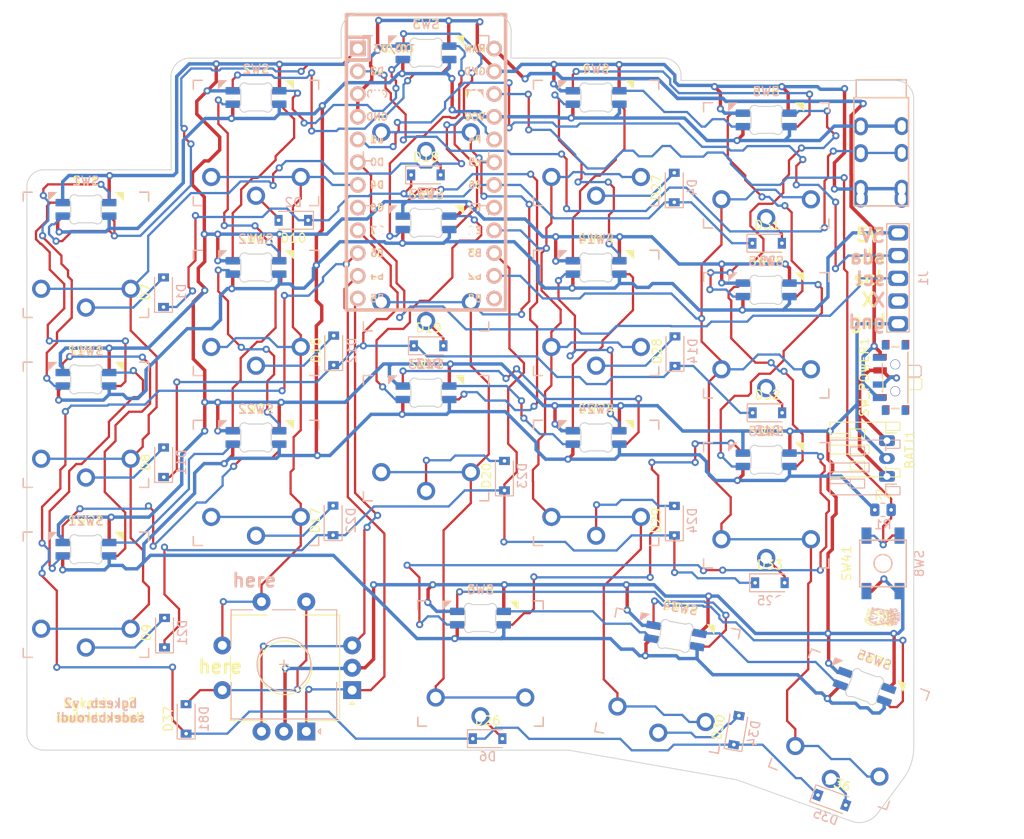
<source format=kicad_pcb>
(kicad_pcb (version 20221018) (generator pcbnew)
  (layers (0 "F.Cu" signal) (31 "B.Cu" signal) (34 "B.Paste" user) (35 "F.Paste" user) (36 "B.SilkS" user "B.Silkscreen") (37 "F.SilkS" user "F.Silkscreen") (38 "B.Mask" user) (39 "F.Mask" user) (44 "Edge.Cuts" user))
  (net 0 "")
  (net 1 "GND")
  (net 2 "+5V")
  (net 3 "BT+")
  (net 4 "row0")
  (net 5 "Net-(D1-A)")
  (net 6 "Net-(D10-A)")
  (net 7 "row1")
  (net 8 "Net-(D18-A)")
  (net 9 "Net-(D27-A)")
  (net 10 "Net-(D31-A)")
  (net 11 "Net-(D26-A)")
  (net 12 "Net-(D11-A)")
  (net 13 "Net-(D21-A)")
  (net 14 "Net-(D12-A)")
  (net 15 "Net-(D13-A)")
  (net 16 "row2")
  (net 17 "Net-(D14-A)")
  (net 18 "Net-(D15-A)")
  (net 19 "Net-(D17-A)")
  (net 20 "Net-(D20-A)")
  (net 21 "Net-(D24-A)")
  (net 22 "Net-(D25-A)")
  (net 23 "row3")
  (net 24 "Net-(D30-A)")
  (net 25 "Net-(D35-A)")
  (net 26 "Net-(D37-A)")
  (net 27 "Net-(D38-DOUT)")
  (net 28 "Net-(D39-DOUT)")
  (net 29 "led")
  (net 30 "Net-(D39-DIN)")
  (net 31 "Net-(D40-DOUT)")
  (net 32 "Net-(D41-DOUT)")
  (net 33 "Net-(D42-DOUT)")
  (net 34 "Net-(D43-DOUT)")
  (net 35 "Net-(D44-DOUT)")
  (net 36 "Net-(D45-DOUT)")
  (net 37 "Net-(D46-DOUT)")
  (net 38 "Net-(D47-DOUT)")
  (net 39 "Net-(D48-DOUT)")
  (net 40 "Net-(D49-DOUT)")
  (net 41 "Net-(D50-DOUT)")
  (net 42 "Net-(D51-DOUT)")
  (net 43 "Net-(D52-DOUT)")
  (net 44 "Net-(D53-DOUT)")
  (net 45 "Net-(D54-DOUT)")
  (net 46 "Net-(D55-DOUT)")
  (net 47 "Net-(D56-DOUT)")
  (net 48 "Net-(D57-DOUT)")
  (net 49 "Net-(D58-DOUT)")
  (net 50 "Net-(D59-DOUT)")
  (net 52 "Net-(D61-DOUT)")
  (net 53 "Net-(D62-DOUT)")
  (net 54 "Net-(D63-DOUT)")
  (net 55 "Net-(D64-DOUT)")
  (net 56 "Net-(D65-DOUT)")
  (net 57 "Net-(D66-DOUT)")
  (net 58 "Net-(D67-DOUT)")
  (net 59 "Net-(D68-DOUT)")
  (net 60 "Net-(D69-DOUT)")
  (net 61 "Net-(D70-DOUT)")
  (net 62 "RESET")
  (net 63 "col0")
  (net 64 "col1")
  (net 65 "col2")
  (net 66 "col3")
  (net 67 "col4")
  (net 68 "sda")
  (net 69 "scl")
  (net 70 "Net-(D71-DOUT)")
  (net 71 "ENC1B")
  (net 72 "ENC1A")
  (net 74 "data")
  (net 76 "raw")
  (footprint "kicad-keyboard-parts:MX_SK6812MINI-E" (layer "F.Cu") (at 79.997588 45.526488 180)
    (fp_text reference "D47" hide)
    (fp_text value "SK6812MINI-E")
    (fp_line (start -1.699999 5.782841) (end -1.699999 4.377157) (stroke (width 0.1)) (layer "Edge.Cuts"))
    (fp_line (start -0.794452 3.58) (end 0.794453 3.58) (stroke (width 0.1)) (layer "Edge.Cuts"))
    (fp_line (start 0.794452 6.579999) (end -0.794452 6.579999) (stroke (width 0.1)) (layer "Edge.Cuts"))
    (fp_line (start 1.699999 4.377157) (end 1.699999 5.782841) (stroke (width 0.1)) (layer "Edge.Cuts"))
    (fp_arc (start -1.749484 4.160279) (mid -1.712527 4.265931) (end -1.699999 4.377157) (stroke (width 0.1)) (layer "Edge.Cuts"))
    (fp_arc (start -1.749484 4.160279) (mid -1.638071 3.575964) (end -1.046711 3.5117) (stroke (width 0.1)) (layer "Edge.Cuts"))
    (fp_arc (start -1.699999 5.782842) (mid -1.712527 5.894067) (end -1.749484 5.999719) (stroke (width 0.1)) (layer "Edge.Cuts"))
    (fp_arc (start -1.046711 6.648296) (mid -1.63807 6.584033) (end -1.749484 5.999719) (stroke (width 0.1)) (layer "Edge.Cuts"))
    (fp_arc (start -1.04671 6.648298) (mid -0.925122 6.597376) (end -0.794452 6.579999) (stroke (width 0.1)) (layer "Edge.Cuts"))
    (fp_arc (start -0.794453 3.579999) (mid -0.925123 3.562622) (end -1.046711 3.5117) (stroke (width 0.1)) (layer "Edge.Cuts"))
    (fp_arc (start 0.794452 6.579999) (mid 0.925123 6.597376) (end 1.046711 6.648298) (stroke (width 0.1)) (layer "Edge.Cuts"))
    (fp_arc (start 1.046711 3.511701) (mid 0.925123 3.562623) (end 0.794453 3.58) (stroke (width 0.1)) (layer "Edge.Cuts"))
    (fp_arc (start 1.046711 3.511701) (mid 1.638071 3.575964) (end 1.749484 4.160279) (stroke (width 0.1)) (layer "Edge.Cuts"))
    (fp_arc (start 1.699999 4.377156) (mid 1.712526 4.26593) (end 1.749484 4.160279) (stroke (width 0.1)) (layer "Edge.Cuts"))
    (fp_arc (start 1.749484 5.999718) (mid 1.638072 6.584034) (end 1.046711 6.648298) (stroke (width 0.1)) (layer "Edge.Cuts"))
    (fp_arc (start 1.749484 5.999719) (mid 1.712511 5.89407) (end 1.699999 5.782841) (stroke (width 0.1)) (layer "Edge.Cuts"))
  )
  (footprint "kicad-keyboard-parts:MX_SK6812MINI-E" (layer "F.Cu") (at 98.997587 40.526488 180)
    (fp_text reference "D48" hide)
    (fp_text value "SK6812MINI-E")
    (fp_line (start -1.699999 5.782841) (end -1.699999 4.377157) (stroke (width 0.1)) (layer "Edge.Cuts"))
    (fp_line (start -0.794452 3.58) (end 0.794453 3.58) (stroke (width 0.1)) (layer "Edge.Cuts"))
    (fp_line (start 0.794452 6.579999) (end -0.794452 6.579999) (stroke (width 0.1)) (layer "Edge.Cuts"))
    (fp_line (start 1.699999 4.377157) (end 1.699999 5.782841) (stroke (width 0.1)) (layer "Edge.Cuts"))
    (fp_arc (start -1.749484 4.160279) (mid -1.712527 4.265931) (end -1.699999 4.377157) (stroke (width 0.1)) (layer "Edge.Cuts"))
    (fp_arc (start -1.749484 4.160279) (mid -1.638071 3.575964) (end -1.046711 3.5117) (stroke (width 0.1)) (layer "Edge.Cuts"))
    (fp_arc (start -1.699999 5.782842) (mid -1.712527 5.894067) (end -1.749484 5.999719) (stroke (width 0.1)) (layer "Edge.Cuts"))
    (fp_arc (start -1.046711 6.648296) (mid -1.63807 6.584033) (end -1.749484 5.999719) (stroke (width 0.1)) (layer "Edge.Cuts"))
    (fp_arc (start -1.04671 6.648298) (mid -0.925122 6.597376) (end -0.794452 6.579999) (stroke (width 0.1)) (layer "Edge.Cuts"))
    (fp_arc (start -0.794453 3.579999) (mid -0.925123 3.562622) (end -1.046711 3.5117) (stroke (width 0.1)) (layer "Edge.Cuts"))
    (fp_arc (start 0.794452 6.579999) (mid 0.925123 6.597376) (end 1.046711 6.648298) (stroke (width 0.1)) (layer "Edge.Cuts"))
    (fp_arc (start 1.046711 3.511701) (mid 0.925123 3.562623) (end 0.794453 3.58) (stroke (width 0.1)) (layer "Edge.Cuts"))
    (fp_arc (start 1.046711 3.511701) (mid 1.638071 3.575964) (end 1.749484 4.160279) (stroke (width 0.1)) (layer "Edge.Cuts"))
    (fp_arc (start 1.699999 4.377156) (mid 1.712526 4.26593) (end 1.749484 4.160279) (stroke (width 0.1)) (layer "Edge.Cuts"))
    (fp_arc (start 1.749484 5.999718) (mid 1.638072 6.584034) (end 1.046711 6.648298) (stroke (width 0.1)) (layer "Edge.Cuts"))
    (fp_arc (start 1.749484 5.999719) (mid 1.712511 5.89407) (end 1.699999 5.782841) (stroke (width 0.1)) (layer "Edge.Cuts"))
  )
  (footprint "kicad-keyboard-parts:MX_SK6812MINI-E" (layer "F.Cu") (at 136.997585 48.026489 180)
    (fp_text reference "D54" hide)
    (fp_text value "SK6812MINI-E")
    (fp_line (start -1.699999 5.782841) (end -1.699999 4.377157) (stroke (width 0.1)) (layer "Edge.Cuts"))
    (fp_line (start -0.794452 3.58) (end 0.794453 3.58) (stroke (width 0.1)) (layer "Edge.Cuts"))
    (fp_line (start 0.794452 6.579999) (end -0.794452 6.579999) (stroke (width 0.1)) (layer "Edge.Cuts"))
    (fp_line (start 1.699999 4.377157) (end 1.699999 5.782841) (stroke (width 0.1)) (layer "Edge.Cuts"))
    (fp_arc (start -1.749484 4.160279) (mid -1.712527 4.265931) (end -1.699999 4.377157) (stroke (width 0.1)) (layer "Edge.Cuts"))
    (fp_arc (start -1.749484 4.160279) (mid -1.638071 3.575964) (end -1.046711 3.5117) (stroke (width 0.1)) (layer "Edge.Cuts"))
    (fp_arc (start -1.699999 5.782842) (mid -1.712527 5.894067) (end -1.749484 5.999719) (stroke (width 0.1)) (layer "Edge.Cuts"))
    (fp_arc (start -1.046711 6.648296) (mid -1.63807 6.584033) (end -1.749484 5.999719) (stroke (width 0.1)) (layer "Edge.Cuts"))
    (fp_arc (start -1.04671 6.648298) (mid -0.925122 6.597376) (end -0.794452 6.579999) (stroke (width 0.1)) (layer "Edge.Cuts"))
    (fp_arc (start -0.794453 3.579999) (mid -0.925123 3.562622) (end -1.046711 3.5117) (stroke (width 0.1)) (layer "Edge.Cuts"))
    (fp_arc (start 0.794452 6.579999) (mid 0.925123 6.597376) (end 1.046711 6.648298) (stroke (width 0.1)) (layer "Edge.Cuts"))
    (fp_arc (start 1.046711 3.511701) (mid 0.925123 3.562623) (end 0.794453 3.58) (stroke (width 0.1)) (layer "Edge.Cuts"))
    (fp_arc (start 1.046711 3.511701) (mid 1.638071 3.575964) (end 1.749484 4.160279) (stroke (width 0.1)) (layer "Edge.Cuts"))
    (fp_arc (start 1.699999 4.377156) (mid 1.712526 4.26593) (end 1.749484 4.160279) (stroke (width 0.1)) (layer "Edge.Cuts"))
    (fp_arc (start 1.749484 5.999718) (mid 1.638072 6.584034) (end 1.046711 6.648298) (stroke (width 0.1)) (layer "Edge.Cuts"))
    (fp_arc (start 1.749484 5.999719) (mid 1.712511 5.89407) (end 1.699999 5.782841) (stroke (width 0.1)) (layer "Edge.Cuts"))
  )
  (footprint "kicad-keyboard-parts:MX_SK6812MINI-E" (layer "F.Cu") (at 136.997585 67.026488 180)
    (fp_text reference "D55" hide)
    (fp_text value "SK6812MINI-E")
    (fp_line (start -1.699999 5.782841) (end -1.699999 4.377157) (stroke (width 0.1)) (layer "Edge.Cuts"))
    (fp_line (start -0.794452 3.58) (end 0.794453 3.58) (stroke (width 0.1)) (layer "Edge.Cuts"))
    (fp_line (start 0.794452 6.579999) (end -0.794452 6.579999) (stroke (width 0.1)) (layer "Edge.Cuts"))
    (fp_line (start 1.699999 4.377157) (end 1.699999 5.782841) (stroke (width 0.1)) (layer "Edge.Cuts"))
    (fp_arc (start -1.749484 4.160279) (mid -1.712527 4.265931) (end -1.699999 4.377157) (stroke (width 0.1)) (layer "Edge.Cuts"))
    (fp_arc (start -1.749484 4.160279) (mid -1.638071 3.575964) (end -1.046711 3.5117) (stroke (width 0.1)) (layer "Edge.Cuts"))
    (fp_arc (start -1.699999 5.782842) (mid -1.712527 5.894067) (end -1.749484 5.999719) (stroke (width 0.1)) (layer "Edge.Cuts"))
    (fp_arc (start -1.046711 6.648296) (mid -1.63807 6.584033) (end -1.749484 5.999719) (stroke (width 0.1)) (layer "Edge.Cuts"))
    (fp_arc (start -1.04671 6.648298) (mid -0.925122 6.597376) (end -0.794452 6.579999) (stroke (width 0.1)) (layer "Edge.Cuts"))
    (fp_arc (start -0.794453 3.579999) (mid -0.925123 3.562622) (end -1.046711 3.5117) (stroke (width 0.1)) (layer "Edge.Cuts"))
    (fp_arc (start 0.794452 6.579999) (mid 0.925123 6.597376) (end 1.046711 6.648298) (stroke (width 0.1)) (layer "Edge.Cuts"))
    (fp_arc (start 1.046711 3.511701) (mid 0.925123 3.562623) (end 0.794453 3.58) (stroke (width 0.1)) (layer "Edge.Cuts"))
    (fp_arc (start 1.046711 3.511701) (mid 1.638071 3.575964) (end 1.749484 4.160279) (stroke (width 0.1)) (layer "Edge.Cuts"))
    (fp_arc (start 1.699999 4.377156) (mid 1.712526 4.26593) (end 1.749484 4.160279) (stroke (width 0.1)) (layer "Edge.Cuts"))
    (fp_arc (start 1.749484 5.999718) (mid 1.638072 6.584034) (end 1.046711 6.648298) (stroke (width 0.1)) (layer "Edge.Cuts"))
    (fp_arc (start 1.749484 5.999719) (mid 1.712511 5.89407) (end 1.699999 5.782841) (stroke (width 0.1)) (layer "Edge.Cuts"))
  )
  (footprint "kicad-keyboard-parts:MX_SK6812MINI-E" (layer "F.Cu") (at 60.997589 77.026486 180)
    (fp_text reference "D42" hide)
    (fp_text value "SK6812MINI-E")
    (fp_line (start -1.699999 5.782841) (end -1.699999 4.377157) (stroke (width 0.1)) (layer "Edge.Cuts"))
    (fp_line (start -0.794452 3.58) (end 0.794453 3.58) (stroke (width 0.1)) (layer "Edge.Cuts"))
    (fp_line (start 0.794452 6.579999) (end -0.794452 6.579999) (stroke (width 0.1)) (layer "Edge.Cuts"))
    (fp_line (start 1.699999 4.377157) (end 1.699999 5.782841) (stroke (width 0.1)) (layer "Edge.Cuts"))
    (fp_arc (start -1.749484 4.160279) (mid -1.712527 4.265931) (end -1.699999 4.377157) (stroke (width 0.1)) (layer "Edge.Cuts"))
    (fp_arc (start -1.749484 4.160279) (mid -1.638071 3.575964) (end -1.046711 3.5117) (stroke (width 0.1)) (layer "Edge.Cuts"))
    (fp_arc (start -1.699999 5.782842) (mid -1.712527 5.894067) (end -1.749484 5.999719) (stroke (width 0.1)) (layer "Edge.Cuts"))
    (fp_arc (start -1.046711 6.648296) (mid -1.63807 6.584033) (end -1.749484 5.999719) (stroke (width 0.1)) (layer "Edge.Cuts"))
    (fp_arc (start -1.04671 6.648298) (mid -0.925122 6.597376) (end -0.794452 6.579999) (stroke (width 0.1)) (layer "Edge.Cuts"))
    (fp_arc (start -0.794453 3.579999) (mid -0.925123 3.562622) (end -1.046711 3.5117) (stroke (width 0.1)) (layer "Edge.Cuts"))
    (fp_arc (start 0.794452 6.579999) (mid 0.925123 6.597376) (end 1.046711 6.648298) (stroke (width 0.1)) (layer "Edge.Cuts"))
    (fp_arc (start 1.046711 3.511701) (mid 0.925123 3.562623) (end 0.794453 3.58) (stroke (width 0.1)) (layer "Edge.Cuts"))
    (fp_arc (start 1.046711 3.511701) (mid 1.638071 3.575964) (end 1.749484 4.160279) (stroke (width 0.1)) (layer "Edge.Cuts"))
    (fp_arc (start 1.699999 4.377156) (mid 1.712526 4.26593) (end 1.749484 4.160279) (stroke (width 0.1)) (layer "Edge.Cuts"))
    (fp_arc (start 1.749484 5.999718) (mid 1.638072 6.584034) (end 1.046711 6.648298) (stroke (width 0.1)) (layer "Edge.Cuts"))
    (fp_arc (start 1.749484 5.999719) (mid 1.712511 5.89407) (end 1.699999 5.782841) (stroke (width 0.1)) (layer "Edge.Cuts"))
  )
  (footprint "kicad-keyboard-parts:MX_SK6812MINI-E" (layer "F.Cu") (at 79.997588 64.526487 180)
    (fp_text reference "D46" hide)
    (fp_text value "SK6812MINI-E")
    (fp_line (start -1.699999 5.782841) (end -1.699999 4.377157) (stroke (width 0.1)) (layer "Edge.Cuts"))
    (fp_line (start -0.794452 3.58) (end 0.794453 3.58) (stroke (width 0.1)) (layer "Edge.Cuts"))
    (fp_line (start 0.794452 6.579999) (end -0.794452 6.579999) (stroke (width 0.1)) (layer "Edge.Cuts"))
    (fp_line (start 1.699999 4.377157) (end 1.699999 5.782841) (stroke (width 0.1)) (layer "Edge.Cuts"))
    (fp_arc (start -1.749484 4.160279) (mid -1.712527 4.265931) (end -1.699999 4.377157) (stroke (width 0.1)) (layer "Edge.Cuts"))
    (fp_arc (start -1.749484 4.160279) (mid -1.638071 3.575964) (end -1.046711 3.5117) (stroke (width 0.1)) (layer "Edge.Cuts"))
    (fp_arc (start -1.699999 5.782842) (mid -1.712527 5.894067) (end -1.749484 5.999719) (stroke (width 0.1)) (layer "Edge.Cuts"))
    (fp_arc (start -1.046711 6.648296) (mid -1.63807 6.584033) (end -1.749484 5.999719) (stroke (width 0.1)) (layer "Edge.Cuts"))
    (fp_arc (start -1.04671 6.648298) (mid -0.925122 6.597376) (end -0.794452 6.579999) (stroke (width 0.1)) (layer "Edge.Cuts"))
    (fp_arc (start -0.794453 3.579999) (mid -0.925123 3.562622) (end -1.046711 3.5117) (stroke (width 0.1)) (layer "Edge.Cuts"))
    (fp_arc (start 0.794452 6.579999) (mid 0.925123 6.597376) (end 1.046711 6.648298) (stroke (width 0.1)) (layer "Edge.Cuts"))
    (fp_arc (start 1.046711 3.511701) (mid 0.925123 3.562623) (end 0.794453 3.58) (stroke (width 0.1)) (layer "Edge.Cuts"))
    (fp_arc (start 1.046711 3.511701) (mid 1.638071 3.575964) (end 1.749484 4.160279) (stroke (width 0.1)) (layer "Edge.Cuts"))
    (fp_arc (start 1.699999 4.377156) (mid 1.712526 4.26593) (end 1.749484 4.160279) (stroke (width 0.1)) (layer "Edge.Cuts"))
    (fp_arc (start 1.749484 5.999718) (mid 1.638072 6.584034) (end 1.046711 6.648298) (stroke (width 0.1)) (layer "Edge.Cuts"))
    (fp_arc (start 1.749484 5.999719) (mid 1.712511 5.89407) (end 1.699999 5.782841) (stroke (width 0.1)) (layer "Edge.Cuts"))
  )
  (footprint "kicad-keyboard-parts:MX_SK6812MINI-E" (layer "F.Cu") (at 98.997587 59.526487 180)
    (fp_text reference "D49" hide)
    (fp_text value "SK6812MINI-E")
    (fp_line (start -1.699999 5.782841) (end -1.699999 4.377157) (stroke (width 0.1)) (layer "Edge.Cuts"))
    (fp_line (start -0.794452 3.58) (end 0.794453 3.58) (stroke (width 0.1)) (layer "Edge.Cuts"))
    (fp_line (start 0.794452 6.579999) (end -0.794452 6.579999) (stroke (width 0.1)) (layer "Edge.Cuts"))
    (fp_line (start 1.699999 4.377157) (end 1.699999 5.782841) (stroke (width 0.1)) (layer "Edge.Cuts"))
    (fp_arc (start -1.749484 4.160279) (mid -1.712527 4.265931) (end -1.699999 4.377157) (stroke (width 0.1)) (layer "Edge.Cuts"))
    (fp_arc (start -1.749484 4.160279) (mid -1.638071 3.575964) (end -1.046711 3.5117) (stroke (width 0.1)) (layer "Edge.Cuts"))
    (fp_arc (start -1.699999 5.782842) (mid -1.712527 5.894067) (end -1.749484 5.999719) (stroke (width 0.1)) (layer "Edge.Cuts"))
    (fp_arc (start -1.046711 6.648296) (mid -1.63807 6.584033) (end -1.749484 5.999719) (stroke (width 0.1)) (layer "Edge.Cuts"))
    (fp_arc (start -1.04671 6.648298) (mid -0.925122 6.597376) (end -0.794452 6.579999) (stroke (width 0.1)) (layer "Edge.Cuts"))
    (fp_arc (start -0.794453 3.579999) (mid -0.925123 3.562622) (end -1.046711 3.5117) (stroke (width 0.1)) (layer "Edge.Cuts"))
    (fp_arc (start 0.794452 6.579999) (mid 0.925123 6.597376) (end 1.046711 6.648298) (stroke (width 0.1)) (layer "Edge.Cuts"))
    (fp_arc (start 1.046711 3.511701) (mid 0.925123 3.562623) (end 0.794453 3.58) (stroke (width 0.1)) (layer "Edge.Cuts"))
    (fp_arc (start 1.046711 3.511701) (mid 1.638071 3.575964) (end 1.749484 4.160279) (stroke (width 0.1)) (layer "Edge.Cuts"))
    (fp_arc (start 1.699999 4.377156) (mid 1.712526 4.26593) (end 1.749484 4.160279) (stroke (width 0.1)) (layer "Edge.Cuts"))
    (fp_arc (start 1.749484 5.999718) (mid 1.638072 6.584034) (end 1.046711 6.648298) (stroke (width 0.1)) (layer "Edge.Cuts"))
    (fp_arc (start 1.749484 5.999719) (mid 1.712511 5.89407) (end 1.699999 5.782841) (stroke (width 0.1)) (layer "Edge.Cuts"))
  )
  (footprint "kicad-keyboard-parts:MX_SK6812MINI-E" (layer "F.Cu") (at 117.997586 45.526488 180)
    (fp_text reference "D53" hide)
    (fp_text value "SK6812MINI-E")
    (fp_line (start -1.699999 5.782841) (end -1.699999 4.377157) (stroke (width 0.1)) (layer "Edge.Cuts"))
    (fp_line (start -0.794452 3.58) (end 0.794453 3.58) (stroke (width 0.1)) (layer "Edge.Cuts"))
    (fp_line (start 0.794452 6.579999) (end -0.794452 6.579999) (stroke (width 0.1)) (layer "Edge.Cuts"))
    (fp_line (start 1.699999 4.377157) (end 1.699999 5.782841) (stroke (width 0.1)) (layer "Edge.Cuts"))
    (fp_arc (start -1.749484 4.160279) (mid -1.712527 4.265931) (end -1.699999 4.377157) (stroke (width 0.1)) (layer "Edge.Cuts"))
    (fp_arc (start -1.749484 4.160279) (mid -1.638071 3.575964) (end -1.046711 3.5117) (stroke (width 0.1)) (layer "Edge.Cuts"))
    (fp_arc (start -1.699999 5.782842) (mid -1.712527 5.894067) (end -1.749484 5.999719) (stroke (width 0.1)) (layer "Edge.Cuts"))
    (fp_arc (start -1.046711 6.648296) (mid -1.63807 6.584033) (end -1.749484 5.999719) (stroke (width 0.1)) (layer "Edge.Cuts"))
    (fp_arc (start -1.04671 6.648298) (mid -0.925122 6.597376) (end -0.794452 6.579999) (stroke (width 0.1)) (layer "Edge.Cuts"))
    (fp_arc (start -0.794453 3.579999) (mid -0.925123 3.562622) (end -1.046711 3.5117) (stroke (width 0.1)) (layer "Edge.Cuts"))
    (fp_arc (start 0.794452 6.579999) (mid 0.925123 6.597376) (end 1.046711 6.648298) (stroke (width 0.1)) (layer "Edge.Cuts"))
    (fp_arc (start 1.046711 3.511701) (mid 0.925123 3.562623) (end 0.794453 3.58) (stroke (width 0.1)) (layer "Edge.Cuts"))
    (fp_arc (start 1.046711 3.511701) (mid 1.638071 3.575964) (end 1.749484 4.160279) (stroke (width 0.1)) (layer "Edge.Cuts"))
    (fp_arc (start 1.699999 4.377156) (mid 1.712526 4.26593) (end 1.749484 4.160279) (stroke (width 0.1)) (layer "Edge.Cuts"))
    (fp_arc (start 1.749484 5.999718) (mid 1.638072 6.584034) (end 1.046711 6.648298) (stroke (width 0.1)) (layer "Edge.Cuts"))
    (fp_arc (start 1.749484 5.999719) (mid 1.712511 5.89407) (end 1.699999 5.782841) (stroke (width 0.1)) (layer "Edge.Cuts"))
  )
  (footprint "kicad-keyboard-parts:MX_SK6812MINI-E" (layer "F.Cu") (at 136.997585 86.026487 180)
    (fp_text reference "D56" hide)
    (fp_text value "SK6812MINI-E")
    (fp_line (start -1.699999 5.782841) (end -1.699999 4.377157) (stroke (width 0.1)) (layer "Edge.Cuts"))
    (fp_line (start -0.794452 3.58) (end 0.794453 3.58) (stroke (width 0.1)) (layer "Edge.Cuts"))
    (fp_line (start 0.794452 6.579999) (end -0.794452 6.579999) (stroke (width 0.1)) (layer "Edge.Cuts"))
    (fp_line (start 1.699999 4.377157) (end 1.699999 5.782841) (stroke (width 0.1)) (layer "Edge.Cuts"))
    (fp_arc (start -1.749484 4.160279) (mid -1.712527 4.265931) (end -1.699999 4.377157) (stroke (width 0.1)) (layer "Edge.Cuts"))
    (fp_arc (start -1.749484 4.160279) (mid -1.638071 3.575964) (end -1.046711 3.5117) (stroke (width 0.1)) (layer "Edge.Cuts"))
    (fp_arc (start -1.699999 5.782842) (mid -1.712527 5.894067) (end -1.749484 5.999719) (stroke (width 0.1)) (layer "Edge.Cuts"))
    (fp_arc (start -1.046711 6.648296) (mid -1.63807 6.584033) (end -1.749484 5.999719) (stroke (width 0.1)) (layer "Edge.Cuts"))
    (fp_arc (start -1.04671 6.648298) (mid -0.925122 6.597376) (end -0.794452 6.579999) (stroke (width 0.1)) (layer "Edge.Cuts"))
    (fp_arc (start -0.794453 3.579999) (mid -0.925123 3.562622) (end -1.046711 3.5117) (stroke (width 0.1)) (layer "Edge.Cuts"))
    (fp_arc (start 0.794452 6.579999) (mid 0.925123 6.597376) (end 1.046711 6.648298) (stroke (width 0.1)) (layer "Edge.Cuts"))
    (fp_arc (start 1.046711 3.511701) (mid 0.925123 3.562623) (end 0.794453 3.58) (stroke (width 0.1)) (layer "Edge.Cuts"))
    (fp_arc (start 1.046711 3.511701) (mid 1.638071 3.575964) (end 1.749484 4.160279) (stroke (width 0.1)) (layer "Edge.Cuts"))
    (fp_arc (start 1.699999 4.377156) (mid 1.712526 4.26593) (end 1.749484 4.160279) (stroke (width 0.1)) (layer "Edge.Cuts"))
    (fp_arc (start 1.749484 5.999718) (mid 1.638072 6.584034) (end 1.046711 6.648298) (stroke (width 0.1)) (layer "Edge.Cuts"))
    (fp_arc (start 1.749484 5.999719) (mid 1.712511 5.89407) (end 1.699999 5.782841) (stroke (width 0.1)) (layer "Edge.Cuts"))
  )
  (footprint "kicad-keyboard-parts:MX_SK6812MINI-E" (layer "F.Cu") (at 60.997588 96.026485 180)
    (fp_text reference "D43" hide)
    (fp_text value "SK6812MINI-E")
    (fp_line (start -1.699999 5.782841) (end -1.699999 4.377157) (stroke (width 0.1)) (layer "Edge.Cuts"))
    (fp_line (start -0.794452 3.58) (end 0.794453 3.58) (stroke (width 0.1)) (layer "Edge.Cuts"))
    (fp_line (start 0.794452 6.579999) (end -0.794452 6.579999) (stroke (width 0.1)) (layer "Edge.Cuts"))
    (fp_line (start 1.699999 4.377157) (end 1.699999 5.782841) (stroke (width 0.1)) (layer "Edge.Cuts"))
    (fp_arc (start -1.749484 4.160279) (mid -1.712527 4.265931) (end -1.699999 4.377157) (stroke (width 0.1)) (layer "Edge.Cuts"))
    (fp_arc (start -1.749484 4.160279) (mid -1.638071 3.575964) (end -1.046711 3.5117) (stroke (width 0.1)) (layer "Edge.Cuts"))
    (fp_arc (start -1.699999 5.782842) (mid -1.712527 5.894067) (end -1.749484 5.999719) (stroke (width 0.1)) (layer "Edge.Cuts"))
    (fp_arc (start -1.046711 6.648296) (mid -1.63807 6.584033) (end -1.749484 5.999719) (stroke (width 0.1)) (layer "Edge.Cuts"))
    (fp_arc (start -1.04671 6.648298) (mid -0.925122 6.597376) (end -0.794452 6.579999) (stroke (width 0.1)) (layer "Edge.Cuts"))
    (fp_arc (start -0.794453 3.579999) (mid -0.925123 3.562622) (end -1.046711 3.5117) (stroke (width 0.1)) (layer "Edge.Cuts"))
    (fp_arc (start 0.794452 6.579999) (mid 0.925123 6.597376) (end 1.046711 6.648298) (stroke (width 0.1)) (layer "Edge.Cuts"))
    (fp_arc (start 1.046711 3.511701) (mid 0.925123 3.562623) (end 0.794453 3.58) (stroke (width 0.1)) (layer "Edge.Cuts"))
    (fp_arc (start 1.046711 3.511701) (mid 1.638071 3.575964) (end 1.749484 4.160279) (stroke (width 0.1)) (layer "Edge.Cuts"))
    (fp_arc (start 1.699999 4.377156) (mid 1.712526 4.26593) (end 1.749484 4.160279) (stroke (width 0.1)) (layer "Edge.Cuts"))
    (fp_arc (start 1.749484 5.999718) (mid 1.638072 6.584034) (end 1.046711 6.648298) (stroke (width 0.1)) (layer "Edge.Cuts"))
    (fp_arc (start 1.749484 5.999719) (mid 1.712511 5.89407) (end 1.699999 5.782841) (stroke (width 0.1)) (layer "Edge.Cuts"))
  )
  (footprint "kicad-keyboard-parts:MX_SK6812MINI-E" (layer "F.Cu") (at 98.997586 78.526487 180)
    (fp_text reference "D50" hide)
    (fp_text value "SK6812MINI-E")
    (fp_line (start -1.699999 5.782841) (end -1.699999 4.377157) (stroke (width 0.1)) (layer "Edge.Cuts"))
    (fp_line (start -0.794452 3.58) (end 0.794453 3.58) (stroke (width 0.1)) (layer "Edge.Cuts"))
    (fp_line (start 0.794452 6.579999) (end -0.794452 6.579999) (stroke (width 0.1)) (layer "Edge.Cuts"))
    (fp_line (start 1.699999 4.377157) (end 1.699999 5.782841) (stroke (width 0.1)) (layer "Edge.Cuts"))
    (fp_arc (start -1.749484 4.160279) (mid -1.712527 4.265931) (end -1.699999 4.377157) (stroke (width 0.1)) (layer "Edge.Cuts"))
    (fp_arc (start -1.749484 4.160279) (mid -1.638071 3.575964) (end -1.046711 3.5117) (stroke (width 0.1)) (layer "Edge.Cuts"))
    (fp_arc (start -1.699999 5.782842) (mid -1.712527 5.894067) (end -1.749484 5.999719) (stroke (width 0.1)) (layer "Edge.Cuts"))
    (fp_arc (start -1.046711 6.648296) (mid -1.63807 6.584033) (end -1.749484 5.999719) (stroke (width 0.1)) (layer "Edge.Cuts"))
    (fp_arc (start -1.04671 6.648298) (mid -0.925122 6.597376) (end -0.794452 6.579999) (stroke (width 0.1)) (layer "Edge.Cuts"))
    (fp_arc (start -0.794453 3.579999) (mid -0.925123 3.562622) (end -1.046711 3.5117) (stroke (width 0.1)) (layer "Edge.Cuts"))
    (fp_arc (start 0.794452 6.579999) (mid 0.925123 6.597376) (end 1.046711 6.648298) (stroke (width 0.1)) (layer "Edge.Cuts"))
    (fp_arc (start 1.046711 3.511701) (mid 0.925123 3.562623) (end 0.794453 3.58) (stroke (width 0.1)) (layer "Edge.Cuts"))
    (fp_arc (start 1.046711 3.511701) (mid 1.638071 3.575964) (end 1.749484 4.160279) (stroke (width 0.1)) (layer "Edge.Cuts"))
    (fp_arc (start 1.699999 4.377156) (mid 1.712526 4.26593) (end 1.749484 4.160279) (stroke (width 0.1)) (layer "Edge.Cuts"))
    (fp_arc (start 1.749484 5.999718) (mid 1.638072 6.584034) (end 1.046711 6.648298) (stroke (width 0.1)) (layer "Edge.Cuts"))
    (fp_arc (start 1.749484 5.999719) (mid 1.712511 5.89407) (end 1.699999 5.782841) (stroke (width 0.1)) (layer "Edge.Cuts"))
  )
  (footprint "kicad-keyboard-parts:MX_SK6812MINI-E" (layer "F.Cu") (at 105.078593 103.714404 180)
    (fp_text reference "D57" hide)
    (fp_text value "SK6812MINI-E")
    (fp_line (start -1.699999 5.782841) (end -1.699999 4.377157) (stroke (width 0.1)) (layer "Edge.Cuts"))
    (fp_line (start -0.794452 3.58) (end 0.794453 3.58) (stroke (width 0.1)) (layer "Edge.Cuts"))
    (fp_line (start 0.794452 6.579999) (end -0.794452 6.579999) (stroke (width 0.1)) (layer "Edge.Cuts"))
    (fp_line (start 1.699999 4.377157) (end 1.699999 5.782841) (stroke (width 0.1)) (layer "Edge.Cuts"))
    (fp_arc (start -1.749484 4.160279) (mid -1.712527 4.265931) (end -1.699999 4.377157) (stroke (width 0.1)) (layer "Edge.Cuts"))
    (fp_arc (start -1.749484 4.160279) (mid -1.638071 3.575964) (end -1.046711 3.5117) (stroke (width 0.1)) (layer "Edge.Cuts"))
    (fp_arc (start -1.699999 5.782842) (mid -1.712527 5.894067) (end -1.749484 5.999719) (stroke (width 0.1)) (layer "Edge.Cuts"))
    (fp_arc (start -1.046711 6.648296) (mid -1.63807 6.584033) (end -1.749484 5.999719) (stroke (width 0.1)) (layer "Edge.Cuts"))
    (fp_arc (start -1.04671 6.648298) (mid -0.925122 6.597376) (end -0.794452 6.579999) (stroke (width 0.1)) (layer "Edge.Cuts"))
    (fp_arc (start -0.794453 3.579999) (mid -0.925123 3.562622) (end -1.046711 3.5117) (stroke (width 0.1)) (layer "Edge.Cuts"))
    (fp_arc (start 0.794452 6.579999) (mid 0.925123 6.597376) (end 1.046711 6.648298) (stroke (width 0.1)) (layer "Edge.Cuts"))
    (fp_arc (start 1.046711 3.511701) (mid 0.925123 3.562623) (end 0.794453 3.58) (stroke (width 0.1)) (layer "Edge.Cuts"))
    (fp_arc (start 1.046711 3.511701) (mid 1.638071 3.575964) (end 1.749484 4.160279) (stroke (width 0.1)) (layer "Edge.Cuts"))
    (fp_arc (start 1.699999 4.377156) (mid 1.712526 4.26593) (end 1.749484 4.160279) (stroke (width 0.1)) (layer "Edge.Cuts"))
    (fp_arc (start 1.749484 5.999718) (mid 1.638072 6.584034) (end 1.046711 6.648298) (stroke (width 0.1)) (layer "Edge.Cuts"))
    (fp_arc (start 1.749484 5.999719) (mid 1.712511 5.89407) (end 1.699999 5.782841) (stroke (width 0.1)) (layer "Edge.Cuts"))
  )
  (footprint "kicad-keyboard-parts:MX_SK6812MINI-E" (layer "F.Cu") (at 125.963674 105.640756 170)
    (fp_text reference "D59" hide)
    (fp_text value "SK6812MINI-E")
    (fp_line (start -1.699999 5.782841) (end -1.699999 4.377157) (stroke (width 0.1)) (layer "Edge.Cuts"))
    (fp_line (start -0.794452 3.58) (end 0.794453 3.58) (stroke (width 0.1)) (layer "Edge.Cuts"))
    (fp_line (start 0.794452 6.579999) (end -0.794452 6.579999) (stroke (width 0.1)) (layer "Edge.Cuts"))
    (fp_line (start 1.699999 4.377157) (end 1.699999 5.782841) (stroke (width 0.1)) (layer "Edge.Cuts"))
    (fp_arc (start -1.749484 4.160279) (mid -1.712527 4.265931) (end -1.699999 4.377157) (stroke (width 0.1)) (layer "Edge.Cuts"))
    (fp_arc (start -1.749484 4.160279) (mid -1.638071 3.575964) (end -1.046711 3.5117) (stroke (width 0.1)) (layer "Edge.Cuts"))
    (fp_arc (start -1.699999 5.782842) (mid -1.712527 5.894068) (end -1.749484 5.999719) (stroke (width 0.1)) (layer "Edge.Cuts"))
    (fp_arc (start -1.046711 6.648296) (mid -1.63807 6.584033) (end -1.749484 5.999719) (stroke (width 0.1)) (layer "Edge.Cuts"))
    (fp_arc (start -1.04671 6.648298) (mid -0.925122 6.597376) (end -0.794452 6.579999) (stroke (width 0.1)) (layer "Edge.Cuts"))
    (fp_arc (start -0.794453 3.579999) (mid -0.925123 3.562622) (end -1.046711 3.5117) (stroke (width 0.1)) (layer "Edge.Cuts"))
    (fp_arc (start 0.794452 6.579999) (mid 0.925122 6.597376) (end 1.046711 6.648298) (stroke (width 0.1)) (layer "Edge.Cuts"))
    (fp_arc (start 1.046711 3.511701) (mid 0.925123 3.562623) (end 0.794453 3.58) (stroke (width 0.1)) (layer "Edge.Cuts"))
    (fp_arc (start 1.046711 3.511701) (mid 1.638071 3.575964) (end 1.749484 4.160279) (stroke (width 0.1)) (layer "Edge.Cuts"))
    (fp_arc (start 1.699999 4.377156) (mid 1.712526 4.26593) (end 1.749484 4.160279) (stroke (width 0.1)) (layer "Edge.Cuts"))
    (fp_arc (start 1.749484 5.999718) (mid 1.638071 6.584034) (end 1.046711 6.648298) (stroke (width 0.1)) (layer "Edge.Cuts"))
    (fp_arc (start 1.749484 5.999719) (mid 1.712511 5.89407) (end 1.699999 5.782841) (stroke (width 0.1)) (layer "Edge.Cuts"))
  )
  (footprint "Resistor_SMD:R_0805_2012Metric" (layer "F.Cu") (at 150.043593 86.540404)
    (fp_text reference "R4")
    (fp_text value "10k")
  )
  (footprint "keyswitches:SW_PG1350_reversible" (layer "F.Cu") (at 79.997588 45.526488)
    (fp_text reference "SW2")
    (fp_text value "SW_Push")
  )
  (footprint "keyswitches:SW_PG1350_reversible" (layer "F.Cu") (at 98.997587 40.526488)
    (fp_text reference "SW3")
    (fp_text value "SW_Push")
  )
  (footprint "keyswitches:SW_PG1350_reversible" (layer "F.Cu") (at 117.997586 45.526488)
    (fp_text reference "SW4")
    (fp_text value "SW_Push")
  )
  (footprint "keyswitches:SW_PG1350_reversible" (layer "F.Cu") (at 136.997585 48.026489)
    (fp_text reference "SW5")
    (fp_text value "SW_Push")
  )
  (footprint "keyswitches:SW_PG1350_reversible" (layer "F.Cu") (at 60.997589 77.026486)
    (fp_text reference "SW11")
    (fp_text value "SW_Push")
  )
  (footprint "keyswitches:SW_PG1350_reversible" (layer "F.Cu") (at 79.997588 64.526487)
    (fp_text reference "SW12")
    (fp_text value "SW_Push")
  )
  (footprint "keyswitches:SW_PG1350_reversible" (layer "F.Cu") (at 98.997587 59.526487)
    (fp_text reference "SW13")
    (fp_text value "SW_Push")
  )
  (footprint "keyswitches:SW_PG1350_reversible" (layer "F.Cu") (at 117.997586 64.526487)
    (fp_text reference "SW14")
    (fp_text value "SW_Push")
  )
  (footprint "keyswitches:SW_PG1350_reversible" (layer "F.Cu") (at 136.997585 67.026488)
    (fp_text reference "SW15")
    (fp_text value "SW_Push")
  )
  (footprint "keyswitches:SW_PG1350_reversible" (layer "F.Cu") (at 60.997588 96.026485)
    (fp_text reference "SW21")
    (fp_text value "SW_Push")
  )
  (footprint "keyswitches:SW_PG1350_reversible" (layer "F.Cu") (at 79.997587 83.526486)
    (fp_text reference "SW22")
    (fp_text value "SW_Push")
  )
  (footprint "keyswitches:SW_PG1350_reversible" (layer "F.Cu") (at 98.997586 78.526487)
    (fp_text reference "SW23")
    (fp_text value "SW_Push")
  )
  (footprint "keyswitches:SW_PG1350_reversible" (layer "F.Cu") (at 117.997586 83.526487)
    (fp_text reference "SW24")
    (fp_text value "SW_Push")
  )
  (footprint "keyswitches:SW_PG1350_reversible" (layer "F.Cu") (at 136.997585 86.026487)
    (fp_text reference "SW25")
    (fp_text value "SW_Push")
  )
  (footprint "keyswitches:SW_PG1350_reversible" (layer "F.Cu") (at 125.963674 105.640756 -10)
    (fp_text reference "SW34")
    (fp_text value "SW_Push")
  )
  (footprint "keyswitches:SW_PG1350_reversible" (layer "F.Cu") (at 146.248115 111.075956 -20)
    (fp_text reference "SW35")
    (fp_text value "SW_Push")
  )
  (footprint "random-keyboard-parts:SKQG-1155865" (layer "F.Cu") (at 150.043593 92.509404 -90)
    (fp_text reference "SW41")
    (fp_text value "SW_Push")
  )
  (footprint "keyswitches:SW_PG1350_reversible" (layer "F.Cu") (at 60.997589 58.026487)
    (fp_text reference "SW1")
    (fp_text value "SW_Push")
  )
  (footprint "kicad-keyboard-parts:MX_SK6812MINI-E" (layer "F.Cu") (at 60.997589 58.026487 180)
    (fp_text reference "D41" hide)
    (fp_text value "SK6812MINI-E")
    (fp_line (start -1.699999 5.782841) (end -1.699999 4.377157) (stroke (width 0.1)) (layer "Edge.Cuts"))
    (fp_line (start -0.794452 3.58) (end 0.794453 3.58) (stroke (width 0.1)) (layer "Edge.Cuts"))
    (fp_line (start 0.794452 6.579999) (end -0.794452 6.579999) (stroke (width 0.1)) (layer "Edge.Cuts"))
    (fp_line (start 1.699999 4.377157) (end 1.699999 5.782841) (stroke (width 0.1)) (layer "Edge.Cuts"))
    (fp_arc (start -1.749484 4.160279) (mid -1.712527 4.265931) (end -1.699999 4.377157) (stroke (width 0.1)) (layer "Edge.Cuts"))
    (fp_arc (start -1.749484 4.160279) (mid -1.638071 3.575964) (end -1.046711 3.5117) (stroke (width 0.1)) (layer "Edge.Cuts"))
    (fp_arc (start -1.699999 5.782842) (mid -1.712527 5.894067) (end -1.749484 5.999719) (stroke (width 0.1)) (layer "Edge.Cuts"))
    (fp_arc (start -1.046711 6.648296) (mid -1.63807 6.584033) (end -1.749484 5.999719) (stroke (width 0.1)) (layer "Edge.Cuts"))
    (fp_arc (start -1.04671 6.648298) (mid -0.925122 6.597376) (end -0.794452 6.579999) (stroke (width 0.1)) (layer "Edge.Cuts"))
    (fp_arc (start -0.794453 3.579999) (mid -0.925123 3.562622) (end -1.046711 3.5117) (stroke (width 0.1)) (layer "Edge.Cuts"))
    (fp_arc (start 0.794452 6.579999) (mid 0.925123 6.597376) (end 1.046711 6.648298) (stroke (width 0.1)) (layer "Edge.Cuts"))
    (fp_arc (start 1.046711 3.511701) (mid 0.925123 3.562623) (end 0.794453 3.58) (stroke (width 0.1)) (layer "Edge.Cuts"))
    (fp_arc (start 1.046711 3.511701) (mid 1.638071 3.575964) (end 1.749484 4.160279) (stroke (width 0.1)) (layer "Edge.Cuts"))
    (fp_arc (start 1.699999 4.377156) (mid 1.712526 4.26593) (end 1.749484 4.160279) (stroke (width 0.1)) (layer "Edge.Cuts"))
    (fp_arc (start 1.749484 5.999718) (mid 1.638072 6.584034) (end 1.046711 6.648298) (stroke (width 0.1)) (layer "Edge.Cuts"))
    (fp_arc (start 1.749484 5.999719) (mid 1.712511 5.89407) (end 1.699999 5.782841) (stroke (width 0.1)) (layer "Edge.Cuts"))
  )
  (footprint "kicad-keyboard-parts:MX_SK6812MINI-E" (layer "F.Cu") (at 79.997587 83.526486 180)
    (fp_text reference "D45" hide)
    (fp_text value "SK6812MINI-E")
    (fp_line (start -1.699999 5.782841) (end -1.699999 4.377157) (stroke (width 0.1)) (layer "Edge.Cuts"))
    (fp_line (start -0.794452 3.58) (end 0.794453 3.58) (stroke (width 0.1)) (layer "Edge.Cuts"))
    (fp_line (start 0.794452 6.579999) (end -0.794452 6.579999) (stroke (width 0.1)) (layer "Edge.Cuts"))
    (fp_line (start 1.699999 4.377157) (end 1.699999 5.782841) (stroke (width 0.1)) (layer "Edge.Cuts"))
    (fp_arc (start -1.749484 4.160279) (mid -1.712527 4.265931) (end -1.699999 4.377157) (stroke (width 0.1)) (layer "Edge.Cuts"))
    (fp_arc (start -1.749484 4.160279) (mid -1.638071 3.575964) (end -1.046711 3.5117) (stroke (width 0.1)) (layer "Edge.Cuts"))
    (fp_arc (start -1.699999 5.782842) (mid -1.712527 5.894067) (end -1.749484 5.999719) (stroke (width 0.1)) (layer "Edge.Cuts"))
    (fp_arc (start -1.046711 6.648296) (mid -1.63807 6.584033) (end -1.749484 5.999719) (stroke (width 0.1)) (layer "Edge.Cuts"))
    (fp_arc (start -1.04671 6.648298) (mid -0.925122 6.597376) (end -0.794452 6.579999) (stroke (width 0.1)) (layer "Edge.Cuts"))
    (fp_arc (start -0.794453 3.579999) (mid -0.925123 3.562622) (end -1.046711 3.5117) (stroke (width 0.1)) (layer "Edge.Cuts"))
    (fp_arc (start 0.794452 6.579999) (mid 0.925123 6.597376) (end 1.046711 6.648298) (stroke (width 0.1)) (layer "Edge.Cuts"))
    (fp_arc (start 1.046711 3.511701) (mid 0.925123 3.562623) (end 0.794453 3.58) (stroke (width 0.1)) (layer "Edge.Cuts"))
    (fp_arc (start 1.046711 3.511701) (mid 1.638071 3.575964) (end 1.749484 4.160279) (stroke (width 0.1)) (layer "Edge.Cuts"))
    (fp_arc (start 1.699999 4.377156) (mid 1.712526 4.26593) (end 1.749484 4.160279) (stroke (width 0.1)) (layer "Edge.Cuts"))
    (fp_arc (start 1.749484 5.999718) (mid 1.638072 6.584034) (end 1.046711 6.648298) (stroke (width 0.1)) (layer "Edge.Cuts"))
    (fp_arc (start 1.749484 5.999719) (mid 1.712511 5.89407) (end 1.699999 5.782841) (stroke (width 0.1)) (layer "Edge.Cuts"))
  )
  (footprint "Keebio-Parts:ArduinoProMicro" (layer "F.Cu") (at 98.989593 48.948404 -90)
    (fp_text reference "U1" hide)
    (fp_text value "ProMicro" hide)
  )
  (footprint "Keebio-Parts:RotaryEncoder_EC11-no-legs" (layer "F.Cu") (at 83.241593 104.193404 180)
    (fp_text reference "SW42")
    (fp_text value "RotaryEncoder_Switch")
  )
  (footprint "kicad-keyboard-parts:MX_SK6812MINI-E" (layer "F.Cu") (at 117.997586 83.526487 180)
    (fp_text reference "D51" hide)
    (fp_text value "SK6812MINI-E")
    (fp_line (start -1.699999 5.782841) (end -1.699999 4.377157) (stroke (width 0.1)) (layer "Edge.Cuts"))
    (fp_line (start -0.794452 3.58) (end 0.794453 3.58) (stroke (width 0.1)) (layer "Edge.Cuts"))
    (fp_line (start 0.794452 6.579999) (end -0.794452 6.579999) (stroke (width 0.1)) (layer "Edge.Cuts"))
    (fp_line (start 1.699999 4.377157) (end 1.699999 5.782841) (stroke (width 0.1)) (layer "Edge.Cuts"))
    (fp_arc (start -1.749484 4.160279) (mid -1.712527 4.265931) (end -1.699999 4.377157) (stroke (width 0.1)) (layer "Edge.Cuts"))
    (fp_arc (start -1.749484 4.160279) (mid -1.638071 3.575964) (end -1.046711 3.5117) (stroke (width 0.1)) (layer "Edge.Cuts"))
    (fp_arc (start -1.699999 5.782842) (mid -1.712527 5.894067) (end -1.749484 5.999719) (stroke (width 0.1)) (layer "Edge.Cuts"))
    (fp_arc (start -1.046711 6.648296) (mid -1.63807 6.584033) (end -1.749484 5.999719) (stroke (width 0.1)) (layer "Edge.Cuts"))
    (fp_arc (start -1.04671 6.648298) (mid -0.925122 6.597376) (end -0.794452 6.579999) (stroke (width 0.1)) (layer "Edge.Cuts"))
    (fp_arc (start -0.794453 3.579999) (mid -0.925123 3.562622) (end -1.046711 3.5117) (stroke (width 0.1)) (layer "Edge.Cuts"))
    (fp_arc (start 0.794452 6.579999) (mid 0.925123 6.597376) (end 1.046711 6.648298) (stroke (width 0.1)) (layer "Edge.Cuts"))
    (fp_arc (start 1.046711 3.511701) (mid 0.925123 3.562623) (end 0.794453 3.58) (stroke (width 0.1)) (layer "Edge.Cuts"))
    (fp_arc (start 1.046711 3.511701) (mid 1.638071 3.575964) (end 1.749484 4.160279) (stroke (width 0.1)) (layer "Edge.Cuts"))
    (fp_arc (start 1.699999 4.377156) (mid 1.712526 4.26593) (end 1.749484 4.160279) (stroke (width 0.1)) (layer "Edge.Cuts"))
    (fp_arc (start 1.749484 5.999718) (mid 1.638072 6.584034) (end 1.046711 6.648298) (stroke (width 0.1)) (layer "Edge.Cuts"))
    (fp_arc (start 1.749484 5.999719) (mid 1.712511 5.89407) (end 1.699999 5.782841) (stroke (width 0.1)) (layer "Edge.Cuts"))
  )
  (footprint "keyswitches:SW_PG1350_reversible" (layer "F.Cu") (at 105.078593 103.714404)
    (fp_text reference "SW6")
    (fp_text value "SW_Push")
  )
  (footprint "MountingHole:MountingHole_3.2mm_M3" (layer "F.Cu") (at 138.994593 97.716404)
    (fp_text reference "")
    (fp_text value "MountingHole_3.2mm_M3")
  )
  (footprint "MountingHole:MountingHole_3.2mm_M3" (layer "F.Cu") (at 72.954593 94.668404)
    (fp_text reference "")
    (fp_text value "MountingHole_3.2mm_M3")
  )
  (footprint "Keebio-Parts:TRRS-PJ-320A" (layer "F.Cu") (at 149.840393 40.439404)
    (fp_text reference "U3")
    (fp_text value "TRRS")
  )
  (footprint "Diode_SMD:D_SOD-123" (layer "F.Cu") (at 69.665293 62.207204 90)
    (fp_text reference "D7")
    (fp_text value "1N4148W")
  )
  (footprint "Diode_SMD:D_SOD-123" (layer "F.Cu") (at 69.677993 81.219104 90)
    (fp_text reference "D8")
    (fp_text value "1N4148W")
  )
  (footprint "Diode_SMD:D_SOD-123" (layer "F.Cu") (at 69.779593 100.269104 90)
    (fp_text reference "D9")
    (fp_text value "1N4148W")
  )
  (footprint "Diode_SMD:D_SOD-123" (layer "F.Cu") (at 84.168693 54.168104 180)
    (fp_text reference "D10")
    (fp_text value "1N4148W")
  )
  (footprint "Diode_SMD:D_SOD-123" (layer "F.Cu") (at 88.677193 68.709604 90)
    (fp_text reference "D16")
    (fp_text value "1N4148W")
  )
  (footprint "Diode_SMD:D_SOD-123" (layer "F.Cu") (at 88.613693 87.721504 90)
    (fp_text reference "D17")
    (fp_text value "1N4148W")
  )
  (footprint "Diode_SMD:D_SOD-123" (layer "F.Cu") (at 98.976893 49.100804)
    (fp_text reference "D18")
    (fp_text value "1N4148W")
  )
  (footprint "Diode_SMD:D_SOD-123" (layer "F.Cu") (at 99.281693 68.201604)
    (fp_text reference "D19")
    (fp_text value "1N4148W")
  )
  (footprint "Diode_SMD:D_SOD-123" (layer "F.Cu") (at 107.752593 82.717704 90)
    (fp_text reference "D20")
    (fp_text value "1N4148W")
  )
  (footprint "Diode_SMD:D_SOD-123" (layer "F.Cu") (at 105.872993 112.118204)
    (fp_text reference "D26")
    (fp_text value "1N4148W")
  )
  (footprint "Diode_SMD:D_SOD-123" (layer "F.Cu") (at 126.726393 50.510504 90)
    (fp_text reference "D27")
    (fp_text value "1N4148W")
  )
  (footprint "Diode_SMD:D_SOD-123" (layer "F.Cu") (at 126.802593 68.798504 90)
    (fp_text reference "D28")
    (fp_text value "1N4148W")
  )
  (footprint "Diode_SMD:D_SOD-123" (layer "F.Cu") (at 126.739093 87.746904 90)
    (fp_text reference "D29")
    (fp_text value "1N4148W")
  )
  (footprint "Diode_SMD:D_SOD-123" (layer "F.Cu") (at 133.660593 111.165704 80)
    (fp_text reference "D30")
    (fp_text value "1N4148W")
  )
  (footprint "Diode_SMD:D_SOD-123" (layer "F.Cu") (at 137.102293 56.733504)
    (fp_text reference "D31")
    (fp_text value "1N4148W")
  )
  (footprint "Diode_SMD:D_SOD-123" (layer "F.Cu") (at 137.127693 75.694604)
    (fp_text reference "D32")
    (fp_text value "1N4148W")
  )
  (footprint "Diode_SMD:D_SOD-123" (layer "F.Cu") (at 137.407093 94.693804)
    (fp_text reference "D33")
    (fp_text value "1N4148W")
  )
  (footprint "Diode_SMD:D_SOD-123" (layer "F.Cu") (at 144.328593 118.988904 -20)
    (fp_text reference "D36")
    (fp_text value "1N4148W")
  )
  (footprint "Diode_SMD:D_SOD-123" (layer "F.Cu") (at 72.192593 109.908404 90)
    (fp_text reference "D37")
    (fp_text value "1N4148W")
  )
  (footprint "kicad-keyboard-parts:MX_SK6812MINI-E" (layer "F.Cu") (at 117.997586 64.526487 180)
    (fp_text reference "D52" hide)
    (fp_text value "SK6812MINI-E")
    (fp_line (start -1.699999 5.782841) (end -1.699999 4.377157) (stroke (width 0.1)) (layer "Edge.Cuts"))
    (fp_line (start -0.794452 3.58) (end 0.794453 3.58) (stroke (width 0.1)) (layer "Edge.Cuts"))
    (fp_line (start 0.794452 6.579999) (end -0.794452 6.579999) (stroke (width 0.1)) (layer "Edge.Cuts"))
    (fp_line (start 1.699999 4.377157) (end 1.699999 5.782841) (stroke (width 0.1)) (layer "Edge.Cuts"))
    (fp_arc (start -1.749484 4.160279) (mid -1.712527 4.265931) (end -1.699999 4.377157) (stroke (width 0.1)) (layer "Edge.Cuts"))
    (fp_arc (start -1.749484 4.160279) (mid -1.638071 3.575964) (end -1.046711 3.5117) (stroke (width 0.1)) (layer "Edge.Cuts"))
    (fp_arc (start -1.699999 5.782842) (mid -1.712527 5.894067) (end -1.749484 5.999719) (stroke (width 0.1)) (layer "Edge.Cuts"))
    (fp_arc (start -1.046711 6.648296) (mid -1.63807 6.584033) (end -1.749484 5.999719) (stroke (width 0.1)) (layer "Edge.Cuts"))
    (fp_arc (start -1.04671 6.648298) (mid -0.925122 6.597376) (end -0.794452 6.579999) (stroke (width 0.1)) (layer "Edge.Cuts"))
    (fp_arc (start -0.794453 3.579999) (mid -0.925123 3.562622) (end -1.046711 3.5117) (stroke (width 0.1)) (layer "Edge.Cuts"))
    (fp_arc (start 0.794452 6.579999) (mid 0.925123 6.597376) (end 1.046711 6.648298) (stroke (width 0.1)) (layer "Edge.Cuts"))
    (fp_arc (start 1.046711 3.511701) (mid 0.925123 3.562623) (end 0.794453 3.58) (stroke (width 0.1)) (layer "Edge.Cuts"))
    (fp_arc (start 1.046711 3.511701) (mid 1.638071 3.575964) (end 1.749484 4.160279) (stroke (width 0.1)) (layer "Edge.Cuts"))
    (fp_arc (start 1.699999 4.377156) (mid 1.712526 4.26593) (end 1.749484 4.160279) (stroke (width 0.1)) (layer "Edge.Cuts"))
    (fp_arc (start 1.749484 5.999718) (mid 1.638072 6.584034) (end 1.046711 6.648298) (stroke (width 0.1)) (layer "Edge.Cuts"))
    (fp_arc (start 1.749484 5.999719) (mid 1.712511 5.89407) (end 1.699999 5.782841) (stroke (width 0.1)) (layer "Edge.Cuts"))
  )
  (footprint "kicad-keyboard-parts:MX_SK6812MINI-E" (layer "F.Cu") (at 146.248115 111.075956 160)
    (fp_text reference "D60" hide)
    (fp_text value "SK6812MINI-E")
    (fp_line (start -1.699999 5.782841) (end -1.699999 4.377157) (stroke (width 0.1)) (layer "Edge.Cuts"))
    (fp_line (start -0.794452 3.58) (end 0.794453 3.58) (stroke (width 0.1)) (layer "Edge.Cuts"))
    (fp_line (start 0.794452 6.579999) (end -0.794452 6.579999) (stroke (width 0.1)) (layer "Edge.Cuts"))
    (fp_line (start 1.699999 4.377157) (end 1.699999 5.782841) (stroke (width 0.1)) (layer "Edge.Cuts"))
    (fp_arc (start -1.749484 4.160279) (mid -1.712527 4.265931) (end -1.699999 4.377157) (stroke (width 0.1)) (layer "Edge.Cuts"))
    (fp_arc (start -1.749484 4.160279) (mid -1.638071 3.575964) (end -1.046711 3.5117) (stroke (width 0.1)) (layer "Edge.Cuts"))
    (fp_arc (start -1.699999 5.782842) (mid -1.712527 5.894068) (end -1.749484 5.999719) (stroke (width 0.1)) (layer "Edge.Cuts"))
    (fp_arc (start -1.046711 6.648296) (mid -1.63807 6.584033) (end -1.749484 5.999719) (stroke (width 0.1)) (layer "Edge.Cuts"))
    (fp_arc (start -1.04671 6.648298) (mid -0.925122 6.597376) (end -0.794452 6.579999) (stroke (width 0.1)) (layer "Edge.Cuts"))
    (fp_arc (start -0.794453 3.579999) (mid -0.925124 3.562622) (end -1.046711 3.5117) (stroke (width 0.1)) (layer "Edge.Cuts"))
    (fp_arc (start 0.794452 6.579999) (mid 0.925123 6.597376) (end 1.046711 6.648298) (stroke (width 0.1)) (layer "Edge.Cuts"))
    (fp_arc (start 1.046711 3.511701) (mid 0.925124 3.562624) (end 0.794453 3.58) (stroke (width 0.1)) (layer "Edge.Cuts"))
    (fp_arc (start 1.046711 3.511701) (mid 1.638071 3.575964) (end 1.749484 4.160279) (stroke (width 0.1)) (layer "Edge.Cuts"))
    (fp_arc (start 1.699999 4.377156) (mid 1.712526 4.26593) (end 1.749484 4.160279) (stroke (width 0.1)) (layer "Edge.Cuts"))
    (fp_arc (start 1.749484 5.999718) (mid 1.638071 6.584034) (end 1.046711 6.648298) (stroke (width 0.1)) (layer "Edge.Cuts"))
    (fp_arc (start 1.749484 5.999719) (mid 1.712511 5.89407) (end 1.699999 5.782841) (stroke (width 0.1)) (layer "Edge.Cuts"))
  )
  (footprint "MountingHole:MountingHole_3.2mm_M3" (layer "F.Cu") (at 127.564593 55.552404)
    (fp_text reference "")
    (fp_text value "MountingHole_3.2mm_M3")
  )
  (footprint "Connector_JST:JST_PH_S2B-PH-K_1x02_P2.00mm_Horizontal_reversible" (layer "F.Cu") (at 150.486993 78.800004 -90)
    (fp_text reference "BATJ1")
    (fp_text value "Conn_01x02_Female")
  )
  (footprint "MountingHole:MountingHole_3.2mm_M3" (layer "F.Cu") (at 70.668593 56.822404)
    (fp_text reference "")
    (fp_text value "MountingHole_3.2mm_M3")
  )
  (footprint "Button_Switch_SMD:SW_SPDT_PCM12_reversible" (layer "F.Cu") (at 151.153793 71.699204 90)
    (fp_text reference "SW_POWER1")
    (fp_text value "SW_SPDT")
  )
  (footprint "Diode_SMD:D_SOD-123" (layer "B.Cu") (at 69.665293 62.207204 90)
    (fp_text reference "D1")
    (fp_text value "1N4148W")
  )
  (footprint "Diode_SMD:D_SOD-123" (layer "B.Cu") (at 84.168693 54.168104 180)
    (fp_text reference "D2")
    (fp_text value "1N4148W")
  )
  (footprint "Diode_SMD:D_SOD-123" (layer "B.Cu") (at 98.976893 49.100804)
    (fp_text reference "D3")
    (fp_text value "1N4148W")
  )
  (footprint "Diode_SMD:D_SOD-123" (layer "B.Cu") (at 126.726393 50.510504 90)
    (fp_text reference "D4")
    (fp_text value "1N4148W")
  )
  (footprint "Diode_SMD:D_SOD-123" (layer "B.Cu") (at 69.677993 81.219104 90)
    (fp_text reference "D11")
    (fp_text value "1N4148W")
  )
  (footprint "Diode_SMD:D_SOD-123" (layer "B.Cu") (at 88.677193 68.709604 90)
    (fp_text reference "D12")
    (fp_text value "1N4148W")
  )
  (footprint "Diode_SMD:D_SOD-123" (layer "B.Cu") (at 99.281693 68.201604)
    (fp_text reference "D13")
    (fp_text value "1N4148W")
  )
  (footprint "Diode_SMD:D_SOD-123" (layer "B.Cu") (at 126.802593 68.798504 90)
    (fp_text reference "D14")
    (fp_text value "1N4148W")
  )
  (footprint "Diode_SMD:D_SOD-123" (layer "B.Cu") (at 137.127693 75.694604)
    (fp_text reference "D15")
    (fp_text value "1N4148W")
  )
  (footprint "Diode_SMD:D_SOD-123" (layer "B.Cu") (at 69.779593 100.269104 90)
    (fp_text reference "D21")
    (fp_text value "1N4148W")
  )
  (footprint "Diode_SMD:D_SOD-123" (layer "B.Cu") (at 88.613693 87.721504 90)
    (fp_text reference "D22")
    (fp_text value "1N4148W")
  )
  (footprint "Diode_SMD:D_SOD-123" (layer "B.Cu") (at 107.752593 82.717704 90)
    (fp_text reference "D23")
    (fp_text value "1N4148W")
  )
  (footprint "Diode_SMD:D_SOD-123" (layer "B.Cu") (at 126.739093 87.746904 90)
    (fp_text reference "D24")
    (fp_text value "1N4148W")
  )
  (footprint "Diode_SMD:D_SOD-123" (layer "B.Cu") (at 137.407093 94.693804)
    (fp_text reference "D25")
    (fp_text value "1N4148W")
  )
  (footprint "Diode_SMD:D_SOD-123" (layer "B.Cu") (at 133.660593 111.165704 80)
    (fp_text reference "D34")
    (fp_text value "1N4148W")
  )
  (footprint "Diode_SMD:D_SOD-123" (layer "B.Cu") (at 144.328593 118.988904 -20)
    (fp_text reference "D35")
    (fp_text value "1N4148W")
  )
  (footprint "other_parts:pimoroni" (layer "B.Cu") (at 165.569393 60.657804 -90)
    (fp_text reference "J1")
    (fp_text value "Pimoroni" hide)
  )
  (footprint "Diode_SMD:D_SOD-123" (layer "B.Cu") (at 72.192593 109.908404 90)
    (fp_text reference "D81")
    (fp_text value "1N4148W")
  )
  (footprint "Diode_SMD:D_SOD-123" (layer "B.Cu") (at 105.872993 112.118204)
    (fp_text reference "D6")
    (fp_text value "1N4148W")
  )
  (footprint "Keebio-Parts:TRRS-PJ-320A" (layer "B.Cu") (at 149.851793 40.467804 180)
    (fp_text reference "U4")
    (fp_text value "TRRS")
  )
  (footprint "Keebio-Parts:RotaryEncoder_EC11-no-legs" (layer "B.Cu") (at 83.114593 103.812404 90)
    (fp_text reference "SW7")
    (fp_text value "RotaryEncoder_Switch")
  )
  (footprint "kicad-keyboard-parts:MX_SK6812MINI-E" (layer "B.Cu") (at 60.997589 58.026487)
    (fp_text reference "D38" hide)
    (fp_text value "SK6812MINI-E")
    (fp_line (start -1.699999 -5.782841) (end -1.699999 -4.377157) (stroke (width 0.1)) (layer "Edge.Cuts"))
    (fp_line (start -0.794452 -3.58) (end 0.794453 -3.58) (stroke (width 0.1)) (layer "Edge.Cuts"))
    (fp_line (start 0.794452 -6.579999) (end -0.794452 -6.579999) (stroke (width 0.1)) (layer "Edge.Cuts"))
    (fp_line (start 1.699999 -4.377157) (end 1.699999 -5.782841) (stroke (width 0.1)) (layer "Edge.Cuts"))
    (fp_arc (start -1.749484 -5.999719) (mid -1.712527 -5.894067) (end -1.699999 -5.782842) (stroke (width 0.1)) (layer "Edge.Cuts"))
    (fp_arc (start -1.749484 -5.999719) (mid -1.63807 -6.584033) (end -1.046711 -6.648296) (stroke (width 0.1)) (layer "Edge.Cuts"))
    (fp_arc (start -1.699999 -4.377157) (mid -1.712527 -4.265931) (end -1.749484 -4.160279) (stroke (width 0.1)) (layer "Edge.Cuts"))
    (fp_arc (start -1.046711 -3.5117) (mid -1.638071 -3.575964) (end -1.749484 -4.160279) (stroke (width 0.1)) (layer "Edge.Cuts"))
    (fp_arc (start -1.046711 -3.5117) (mid -0.925123 -3.562623) (end -0.794453 -3.579999) (stroke (width 0.1)) (layer "Edge.Cuts"))
    (fp_arc (start -0.794452 -6.579999) (mid -0.925122 -6.597376) (end -1.04671 -6.648298) (stroke (width 0.1)) (layer "Edge.Cuts"))
    (fp_arc (start 0.794453 -3.58) (mid 0.925123 -3.562623) (end 1.046711 -3.511701) (stroke (width 0.1)) (layer "Edge.Cuts"))
    (fp_arc (start 1.046711 -6.648298) (mid 0.925123 -6.597375) (end 0.794452 -6.579999) (stroke (width 0.1)) (layer "Edge.Cuts"))
    (fp_arc (start 1.046711 -6.648298) (mid 1.638071 -6.584035) (end 1.749484 -5.999718) (stroke (width 0.1)) (layer "Edge.Cuts"))
    (fp_arc (start 1.699999 -5.782841) (mid 1.712531 -5.894066) (end 1.749484 -5.999719) (stroke (width 0.1)) (layer "Edge.Cuts"))
    (fp_arc (start 1.749484 -4.160279) (mid 1.63807 -3.575965) (end 1.046711 -3.511701) (stroke (width 0.1)) (layer "Edge.Cuts"))
    (fp_arc (start 1.749484 -4.160279) (mid 1.712509 -4.265927) (end 1.699999 -4.377156) (stroke (width 0.1)) (layer "Edge.Cuts"))
  )
  (footprint "kicad-keyboard-parts:MX_SK6812MINI-E" (layer "B.Cu") (at 117.997586 83.526487)
    (fp_text reference "D39" hide)
    (fp_text value "SK6812MINI-E")
    (fp_line (start -1.699999 -5.782841) (end -1.699999 -4.377157) (stroke (width 0.1)) (layer "Edge.Cuts"))
    (fp_line (start -0.794452 -3.58) (end 0.794453 -3.58) (stroke (width 0.1)) (layer "Edge.Cuts"))
    (fp_line (start 0.794452 -6.579999) (end -0.794452 -6.579999) (stroke (width 0.1)) (layer "Edge.Cuts"))
    (fp_line (start 1.699999 -4.377157) (end 1.699999 -5.782841) (stroke (width 0.1)) (layer "Edge.Cuts"))
    (fp_arc (start -1.749484 -5.999719) (mid -1.712527 -5.894067) (end -1.699999 -5.782842) (stroke (width 0.1)) (layer "Edge.Cuts"))
    (fp_arc (start -1.749484 -5.999719) (mid -1.63807 -6.584033) (end -1.046711 -6.648296) (stroke (width 0.1)) (layer "Edge.Cuts"))
    (fp_arc (start -1.699999 -4.377157) (mid -1.712527 -4.265931) (end -1.749484 -4.160279) (stroke (width 0.1)) (layer "Edge.Cuts"))
    (fp_arc (start -1.046711 -3.5117) (mid -1.638071 -3.575964) (end -1.749484 -4.160279) (stroke (width 0.1)) (layer "Edge.Cuts"))
    (fp_arc (start -1.046711 -3.5117) (mid -0.925123 -3.562623) (end -0.794453 -3.579999) (stroke (width 0.1)) (layer "Edge.Cuts"))
    (fp_arc (start -0.794452 -6.579999) (mid -0.925122 -6.597376) (end -1.04671 -6.648298) (stroke (width 0.1)) (layer "Edge.Cuts"))
    (fp_arc (start 0.794453 -3.58) (mid 0.925123 -3.562623) (end 1.046711 -3.511701) (stroke (width 0.1)) (layer "Edge.Cuts"))
    (fp_arc (start 1.046711 -6.648298) (mid 0.925123 -6.597375) (end 0.794452 -6.579999) (stroke (width 0.1)) (layer "Edge.Cuts"))
    (fp_arc (start 1.046711 -6.648298) (mid 1.638071 -6.584035) (end 1.749484 -5.999718) (stroke (width 0.1)) (layer "Edge.Cuts"))
    (fp_arc (start 1.699999 -5.782841) (mid 1.712531 -5.894066) (end 1.749484 -5.999719) (stroke (width 0.1)) (layer "Edge.Cuts"))
    (fp_arc (start 1.749484 -4.160279) (mid 1.63807 -3.575965) (end 1.046711 -3.511701) (stroke (width 0.1)) (layer "Edge.Cuts"))
    (fp_arc (start 1.749484 -4.160279) (mid 1.712509 -4.265927) (end 1.699999 -4.377156) (stroke (width 0.1)) (layer "Edge.Cuts"))
  )
  (footprint "kicad-keyboard-parts:MX_SK6812MINI-E" (layer "B.Cu") (at 60.997589 77.026486)
    (fp_text reference "D40" hide)
    (fp_text value "SK6812MINI-E")
    (fp_line (start -1.699999 -5.782841) (end -1.699999 -4.377157) (stroke (width 0.1)) (layer "Edge.Cuts"))
    (fp_line (start -0.794452 -3.58) (end 0.794453 -3.58) (stroke (width 0.1)) (layer "Edge.Cuts"))
    (fp_line (start 0.794452 -6.579999) (end -0.794452 -6.579999) (stroke (width 0.1)) (layer "Edge.Cuts"))
    (fp_line (start 1.699999 -4.377157) (end 1.699999 -5.782841) (stroke (width 0.1)) (layer "Edge.Cuts"))
    (fp_arc (start -1.749484 -5.999719) (mid -1.712527 -5.894067) (end -1.699999 -5.782842) (stroke (width 0.1)) (layer "Edge.Cuts"))
    (fp_arc (start -1.749484 -5.999719) (mid -1.63807 -6.584033) (end -1.046711 -6.648296) (stroke (width 0.1)) (layer "Edge.Cuts"))
    (fp_arc (start -1.699999 -4.377157) (mid -1.712527 -4.265931) (end -1.749484 -4.160279) (stroke (width 0.1)) (layer "Edge.Cuts"))
    (fp_arc (start -1.046711 -3.5117) (mid -1.638071 -3.575964) (end -1.749484 -4.160279) (stroke (width 0.1)) (layer "Edge.Cuts"))
    (fp_arc (start -1.046711 -3.5117) (mid -0.925123 -3.562623) (end -0.794453 -3.579999) (stroke (width 0.1)) (layer "Edge.Cuts"))
    (fp_arc (start -0.794452 -6.579999) (mid -0.925122 -6.597376) (end -1.04671 -6.648298) (stroke (width 0.1)) (layer "Edge.Cuts"))
    (fp_arc (start 0.794453 -3.58) (mid 0.925123 -3.562623) (end 1.046711 -3.511701) (stroke (width 0.1)) (layer "Edge.Cuts"))
    (fp_arc (start 1.046711 -6.648298) (mid 0.925123 -6.597375) (end 0.794452 -6.579999) (stroke (width 0.1)) (layer "Edge.Cuts"))
    (fp_arc (start 1.046711 -6.648298) (mid 1.638071 -6.584035) (end 1.749484 -5.999718) (stroke (width 0.1)) (layer "Edge.Cuts"))
    (fp_arc (start 1.699999 -5.782841) (mid 1.712531 -5.894066) (end 1.749484 -5.999719) (stroke (width 0.1)) (layer "Edge.Cuts"))
    (fp_arc (start 1.749484 -4.160279) (mid 1.63807 -3.575965) (end 1.046711 -3.511701) (stroke (width 0.1)) (layer "Edge.Cuts"))
    (fp_arc (start 1.749484 -4.160279) (mid 1.712509 -4.265927) (end 1.699999 -4.377156) (stroke (width 0.1)) (layer "Edge.Cuts"))
  )
  (footprint "kicad-keyboard-parts:MX_SK6812MINI-E" (layer "B.Cu") (at 117.997586 64.526487)
    (fp_text reference "D44" hide)
    (fp_text value "SK6812MINI-E")
    (fp_line (start -1.699999 -5.782841) (end -1.699999 -4.377157) (stroke (width 0.1)) (layer "Edge.Cuts"))
    (fp_line (start -0.794452 -3.58) (end 0.794453 -3.58) (stroke (width 0.1)) (layer "Edge.Cuts"))
    (fp_line (start 0.794452 -6.579999) (end -0.794452 -6.579999) (stroke (width 0.1)) (layer "Edge.Cuts"))
    (fp_line (start 1.699999 -4.377157) (end 1.699999 -5.782841) (stroke (width 0.1)) (layer "Edge.Cuts"))
    (fp_arc (start -1.749484 -5.999719) (mid -1.712527 -5.894067) (end -1.699999 -5.782842) (stroke (width 0.1)) (layer "Edge.Cuts"))
    (fp_arc (start -1.749484 -5.999719) (mid -1.63807 -6.584033) (end -1.046711 -6.648296) (stroke (width 0.1)) (layer "Edge.Cuts"))
    (fp_arc (start -1.699999 -4.377157) (mid -1.712527 -4.265931) (end -1.749484 -4.160279) (stroke (width 0.1)) (layer "Edge.Cuts"))
    (fp_arc (start -1.046711 -3.5117) (mid -1.638071 -3.575964) (end -1.749484 -4.160279) (stroke (width 0.1)) (layer "Edge.Cuts"))
    (fp_arc (start -1.046711 -3.5117) (mid -0.925123 -3.562623) (end -0.794453 -3.579999) (stroke (width 0.1)) (layer "Edge.Cuts"))
    (fp_arc (start -0.794452 -6.579999) (mid -0.925122 -6.597376) (end -1.04671 -6.648298) (stroke (width 0.1)) (layer "Edge.Cuts"))
    (fp_arc (start 0.794453 -3.58) (mid 0.925123 -3.562623) (end 1.046711 -3.511701) (stroke (width 0.1)) (layer "Edge.Cuts"))
    (fp_arc (start 1.046711 -6.648298) (mid 0.925123 -6.597375) (end 0.794452 -6.579999) (stroke (width 0.1)) (layer "Edge.Cuts"))
    (fp_arc (start 1.046711 -6.648298) (mid 1.638071 -6.584035) (end 1.749484 -5.999718) (stroke (width 0.1)) (layer "Edge.Cuts"))
    (fp_arc (start 1.699999 -5.782841) (mid 1.712531 -5.894066) (end 1.749484 -5.999719) (stroke (width 0.1)) (layer "Edge.Cuts"))
    (fp_arc (start 1.749484 -4.160279) (mid 1.63807 -3.575965) (end 1.046711 -3.511701) (stroke (width 0.1)) (layer "Edge.Cuts"))
    (fp_arc (start 1.749484 -4.160279) (mid 1.712509 -4.265927) (end 1.699999 -4.377156) (stroke (width 0.1)) (layer "Edge.Cuts"))
  )
  (footprint "kicad-keyboard-parts:MX_SK6812MINI-E" (layer "B.Cu") (at 60.997588 96.026485)
    (fp_text reference "D58" hide)
    (fp_text value "SK6812MINI-E")
    (fp_line (start -1.699999 -5.782841) (end -1.699999 -4.377157) (stroke (width 0.1)) (layer "Edge.Cuts"))
    (fp_line (start -0.794452 -3.58) (end 0.794453 -3.58) (stroke (width 0.1)) (layer "Edge.Cuts"))
    (fp_line (start 0.794452 -6.579999) (end -0.794452 -6.579999) (stroke (width 0.1)) (layer "Edge.Cuts"))
    (fp_line (start 1.699999 -4.377157) (end 1.699999 -5.782841) (stroke (width 0.1)) (layer "Edge.Cuts"))
    (fp_arc (start -1.749484 -5.999719) (mid -1.712527 -5.894067) (end -1.699999 -5.782842) (stroke (width 0.1)) (layer "Edge.Cuts"))
    (fp_arc (start -1.749484 -5.999719) (mid -1.63807 -6.584033) (end -1.046711 -6.648296) (stroke (width 0.1)) (layer "Edge.Cuts"))
    (fp_arc (start -1.699999 -4.377157) (mid -1.712527 -4.265931) (end -1.749484 -4.160279) (stroke (width 0.1)) (layer "Edge.Cuts"))
    (fp_arc (start -1.046711 -3.5117) (mid -1.638071 -3.575964) (end -1.749484 -4.160279) (stroke (width 0.1)) (layer "Edge.Cuts"))
    (fp_arc (start -1.046711 -3.5117) (mid -0.925123 -3.562623) (end -0.794453 -3.579999) (stroke (width 0.1)) (layer "Edge.Cuts"))
    (fp_arc (start -0.794452 -6.579999) (mid -0.925122 -6.597376) (end -1.04671 -6.648298) (stroke (width 0.1)) (layer "Edge.Cuts"))
    (fp_arc (start 0.794453 -3.58) (mid 0.925123 -3.562623) (end 1.046711 -3.511701) (stroke (width 0.1)) (layer "Edge.Cuts"))
    (fp_arc (start 1.046711 -6.648298) (mid 0.925123 -6.597375) (end 0.794452 -6.579999) (stroke (width 0.1)) (layer "Edge.Cuts"))
    (fp_arc (start 1.046711 -6.648298) (mid 1.638071 -6.584035) (end 1.749484 -5.999718) (stroke (width 0.1)) (layer "Edge.Cuts"))
    (fp_arc (start 1.699999 -5.782841) (mid 1.712531 -5.894066) (end 1.749484 -5.999719) (stroke (width 0.1)) (layer "Edge.Cuts"))
    (fp_arc (start 1.749484 -4.160279) (mid 1.63807 -3.575965) (end 1.046711 -3.511701) (stroke (width 0.1)) (layer "Edge.Cuts"))
    (fp_arc (start 1.749484 -4.160279) (mid 1.712509 -4.265927) (end 1.699999 -4.377156) (stroke (width 0.1)) (layer "Edge.Cuts"))
  )
  (footprint "kicad-keyboard-parts:MX_SK6812MINI-E" (layer "B.Cu") (at 117.997586 45.526488)
    (fp_text reference "D61" hide)
    (fp_text value "SK6812MINI-E")
    (fp_line (start -1.699999 -5.782841) (end -1.699999 -4.377157) (stroke (width 0.1)) (layer "Edge.Cuts"))
    (fp_line (start -0.794452 -3.58) (end 0.794453 -3.58) (stroke (width 0.1)) (layer "Edge.Cuts"))
    (fp_line (start 0.794452 -6.579999) (end -0.794452 -6.579999) (stroke (width 0.1)) (layer "Edge.Cuts"))
    (fp_line (start 1.699999 -4.377157) (end 1.699999 -5.782841) (stroke (width 0.1)) (layer "Edge.Cuts"))
    (fp_arc (start -1.749484 -5.999719) (mid -1.712527 -5.894067) (end -1.699999 -5.782842) (stroke (width 0.1)) (layer "Edge.Cuts"))
    (fp_arc (start -1.749484 -5.999719) (mid -1.63807 -6.584033) (end -1.046711 -6.648296) (stroke (width 0.1)) (layer "Edge.Cuts"))
    (fp_arc (start -1.699999 -4.377157) (mid -1.712527 -4.265931) (end -1.749484 -4.160279) (stroke (width 0.1)) (layer "Edge.Cuts"))
    (fp_arc (start -1.046711 -3.5117) (mid -1.638071 -3.575964) (end -1.749484 -4.160279) (stroke (width 0.1)) (layer "Edge.Cuts"))
    (fp_arc (start -1.046711 -3.5117) (mid -0.925123 -3.562623) (end -0.794453 -3.579999) (stroke (width 0.1)) (layer "Edge.Cuts"))
    (fp_arc (start -0.794452 -6.579999) (mid -0.925122 -6.597376) (end -1.04671 -6.648298) (stroke (width 0.1)) (layer "Edge.Cuts"))
    (fp_arc (start 0.794453 -3.58) (mid 0.925123 -3.562623) (end 1.046711 -3.511701) (stroke (width 0.1)) (layer "Edge.Cuts"))
    (fp_arc (start 1.046711 -6.648298) (mid 0.925123 -6.597375) (end 0.794452 -6.579999) (stroke (width 0.1)) (layer "Edge.Cuts"))
    (fp_arc (start 1.046711 -6.648298) (mid 1.638071 -6.584035) (end 1.749484 -5.999718) (stroke (width 0.1)) (layer "Edge.Cuts"))
    (fp_arc (start 1.699999 -5.782841) (mid 1.712531 -5.894066) (end 1.749484 -5.999719) (stroke (width 0.1)) (layer "Edge.Cuts"))
    (fp_arc (start 1.749484 -4.160279) (mid 1.63807 -3.575965) (end 1.046711 -3.511701) (stroke (width 0.1)) (layer "Edge.Cuts"))
    (fp_arc (start 1.749484 -4.160279) (mid 1.712509 -4.265927) (end 1.699999 -4.377156) (stroke (width 0.1)) (layer "Edge.Cuts"))
  )
  (footprint "kicad-keyboard-parts:MX_SK6812MINI-E" (layer "B.Cu") (at 136.997585 48.026489)
    (fp_text reference "D62" hide)
    (fp_text value "SK6812MINI-E")
    (fp_line (start -1.699999 -5.782841) (end -1.699999 -4.377157) (stroke (width 0.1)) (layer "Edge.Cuts"))
    (fp_line (start -0.794452 -3.58) (end 0.794453 -3.58) (stroke (width 0.1)) (layer "Edge.Cuts"))
    (fp_line (start 0.794452 -6.579999) (end -0.794452 -6.579999) (stroke (width 0.1)) (layer "Edge.Cuts"))
    (fp_line (start 1.699999 -4.377157) (end 1.699999 -5.782841) (stroke (width 0.1)) (layer "Edge.Cuts"))
    (fp_arc (start -1.749484 -5.999719) (mid -1.712527 -5.894067) (end -1.699999 -5.782842) (stroke (width 0.1)) (layer "Edge.Cuts"))
    (fp_arc (start -1.749484 -5.999719) (mid -1.63807 -6.584033) (end -1.046711 -6.648296) (stroke (width 0.1)) (layer "Edge.Cuts"))
    (fp_arc (start -1.699999 -4.377157) (mid -1.712527 -4.265931) (end -1.749484 -4.160279) (stroke (width 0.1)) (layer "Edge.Cuts"))
    (fp_arc (start -1.046711 -3.5117) (mid -1.638071 -3.575964) (end -1.749484 -4.160279) (stroke (width 0.1)) (layer "Edge.Cuts"))
    (fp_arc (start -1.046711 -3.5117) (mid -0.925123 -3.562623) (end -0.794453 -3.579999) (stroke (width 0.1)) (layer "Edge.Cuts"))
    (fp_arc (start -0.794452 -6.579999) (mid -0.925122 -6.597376) (end -1.04671 -6.648298) (stroke (width 0.1)) (layer "Edge.Cuts"))
    (fp_arc (start 0.794453 -3.58) (mid 0.925123 -3.562623) (end 1.046711 -3.511701) (stroke (width 0.1)) (layer "Edge.Cuts"))
    (fp_arc (start 1.046711 -6.648298) (mid 0.925123 -6.597375) (end 0.794452 -6.579999) (stroke (width 0.1)) (layer "Edge.Cuts"))
    (fp_arc (start 1.046711 -6.648298) (mid 1.638071 -6.584035) (end 1.749484 -5.999718) (stroke (width 0.1)) (layer "Edge.Cuts"))
    (fp_arc (start 1.699999 -5.782841) (mid 1.712531 -5.894066) (end 1.749484 -5.999719) (stroke (width 0.1)) (layer "Edge.Cuts"))
    (fp_arc (start 1.749484 -4.160279) (mid 1.63807 -3.575965) (end 1.046711 -3.511701) (stroke (width 0.1)) (layer "Edge.Cuts"))
    (fp_arc (start 1.749484 -4.160279) (mid 1.712509 -4.265927) (end 1.699999 -4.377156) (stroke (width 0.1)) (layer "Edge.Cuts"))
  )
  (footprint "kicad-keyboard-parts:MX_SK6812MINI-E" (layer "B.Cu") (at 79.997587 83.526486)
    (fp_text reference "D63" hide)
    (fp_text value "SK6812MINI-E")
    (fp_line (start -1.699999 -5.782841) (end -1.699999 -4.377157) (stroke (width 0.1)) (layer "Edge.Cuts"))
    (fp_line (start -0.794452 -3.58) (end 0.794453 -3.58) (stroke (width 0.1)) (layer "Edge.Cuts"))
    (fp_line (start 0.794452 -6.579999) (end -0.794452 -6.579999) (stroke (width 0.1)) (layer "Edge.Cuts"))
    (fp_line (start 1.699999 -4.377157) (end 1.699999 -5.782841) (stroke (width 0.1)) (layer "Edge.Cuts"))
    (fp_arc (start -1.749484 -5.999719) (mid -1.712527 -5.894067) (end -1.699999 -5.782842) (stroke (width 0.1)) (layer "Edge.Cuts"))
    (fp_arc (start -1.749484 -5.999719) (mid -1.63807 -6.584033) (end -1.046711 -6.648296) (stroke (width 0.1)) (layer "Edge.Cuts"))
    (fp_arc (start -1.699999 -4.377157) (mid -1.712527 -4.265931) (end -1.749484 -4.160279) (stroke (width 0.1)) (layer "Edge.Cuts"))
    (fp_arc (start -1.046711 -3.5117) (mid -1.638071 -3.575964) (end -1.749484 -4.160279) (stroke (width 0.1)) (layer "Edge.Cuts"))
    (fp_arc (start -1.046711 -3.5117) (mid -0.925123 -3.562623) (end -0.794453 -3.579999) (stroke (width 0.1)) (layer "Edge.Cuts"))
    (fp_arc (start -0.794452 -6.579999) (mid -0.925122 -6.597376) (end -1.04671 -6.648298) (stroke (width 0.1)) (layer "Edge.Cuts"))
    (fp_arc (start 0.794453 -3.58) (mid 0.925123 -3.562623) (end 1.046711 -3.511701) (stroke (width 0.1)) (layer "Edge.Cuts"))
    (fp_arc (start 1.046711 -6.648298) (mid 0.925123 -6.597375) (end 0.794452 -6.579999) (stroke (width 0.1)) (layer "Edge.Cuts"))
    (fp_arc (start 1.046711 -6.648298) (mid 1.638071 -6.584035) (end 1.749484 -5.999718) (stroke (width 0.1)) (layer "Edge.Cuts"))
    (fp_arc (start 1.699999 -5.782841) (mid 1.712531 -5.894066) (end 1.749484 -5.999719) (stroke (width 0.1)) (layer "Edge.Cuts"))
    (fp_arc (start 1.749484 -4.160279) (mid 1.63807 -3.575965) (end 1.046711 -3.511701) (stroke (width 0.1)) (layer "Edge.Cuts"))
    (fp_arc (start 1.749484 -4.160279) (mid 1.712509 -4.265927) (end 1.699999 -4.377156) (stroke (width 0.1)) (layer "Edge.Cuts"))
  )
  (footprint "kicad-keyboard-parts:MX_SK6812MINI-E" (layer "B.Cu") (at 136.997585 67.026488)
    (fp_text reference "D64" hide)
    (fp_text value "SK6812MINI-E")
    (fp_line (start -1.699999 -5.782841) (end -1.699999 -4.377157) (stroke (width 0.1)) (layer "Edge.Cuts"))
    (fp_line (start -0.794452 -3.58) (end 0.794453 -3.58) (stroke (width 0.1)) (layer "Edge.Cuts"))
    (fp_line (start 0.794452 -6.579999) (end -0.794452 -6.579999) (stroke (width 0.1)) (layer "Edge.Cuts"))
    (fp_line (start 1.699999 -4.377157) (end 1.699999 -5.782841) (stroke (width 0.1)) (layer "Edge.Cuts"))
    (fp_arc (start -1.749484 -5.999719) (mid -1.712527 -5.894067) (end -1.699999 -5.782842) (stroke (width 0.1)) (layer "Edge.Cuts"))
    (fp_arc (start -1.749484 -5.999719) (mid -1.63807 -6.584033) (end -1.046711 -6.648296) (stroke (width 0.1)) (layer "Edge.Cuts"))
    (fp_arc (start -1.699999 -4.377157) (mid -1.712527 -4.265931) (end -1.749484 -4.160279) (stroke (width 0.1)) (layer "Edge.Cuts"))
    (fp_arc (start -1.046711 -3.5117) (mid -1.638071 -3.575964) (end -1.749484 -4.160279) (stroke (width 0.1)) (layer "Edge.Cuts"))
    (fp_arc (start -1.046711 -3.5117) (mid -0.925123 -3.562623) (end -0.794453 -3.579999) (stroke (width 0.1)) (layer "Edge.Cuts"))
    (fp_arc (start -0.794452 -6.579999) (mid -0.925122 -6.597376) (end -1.04671 -6.648298) (stroke (width 0.1)) (layer "Edge.Cuts"))
    (fp_arc (start 0.794453 -3.58) (mid 0.925123 -3.562623) (end 1.046711 -3.511701) (stroke (width 0.1)) (layer "Edge.Cuts"))
    (fp_arc (start 1.046711 -6.648298) (mid 0.925123 -6.597375) (end 0.794452 -6.579999) (stroke (width 0.1)) (layer "Edge.Cuts"))
    (fp_arc (start 1.046711 -6.648298) (mid 1.638071 -6.584035) (end 1.749484 -5.999718) (stroke (width 0.1)) (layer "Edge.Cuts"))
    (fp_arc (start 1.699999 -5.782841) (mid 1.712531 -5.894066) (end 1.749484 -5.999719) (stroke (width 0.1)) (layer "Edge.Cuts"))
    (fp_arc (start 1.749484 -4.160279) (mid 1.63807 -3.575965) (end 1.046711 -3.511701) (stroke (width 0.1)) (layer "Edge.Cuts"))
    (fp_arc (start 1.749484 -4.160279) (mid 1.712509 -4.265927) (end 1.699999 -4.377156) (stroke (width 0.1)) (layer "Edge.Cuts"))
  )
  (footprint "kicad-keyboard-parts:MX_SK6812MINI-E" (layer "B.Cu") (at 79.997588 64.526487)
    (fp_text reference "D65" hide)
    (fp_text value "SK6812MINI-E")
    (fp_line (start -1.699999 -5.782841) (end -1.699999 -4.377157) (stroke (width 0.1)) (layer "Edge.Cuts"))
    (fp_line (start -0.794452 -3.58) (end 0.794453 -3.58) (stroke (width 0.1)) (layer "Edge.Cuts"))
    (fp_line (start 0.794452 -6.579999) (end -0.794452 -6.579999) (stroke (width 0.1)) (layer "Edge.Cuts"))
    (fp_line (start 1.699999 -4.377157) (end 1.699999 -5.782841) (stroke (width 0.1)) (layer "Edge.Cuts"))
    (fp_arc (start -1.749484 -5.999719) (mid -1.712527 -5.894067) (end -1.699999 -5.782842) (stroke (width 0.1)) (layer "Edge.Cuts"))
    (fp_arc (start -1.749484 -5.999719) (mid -1.63807 -6.584033) (end -1.046711 -6.648296) (stroke (width 0.1)) (layer "Edge.Cuts"))
    (fp_arc (start -1.699999 -4.377157) (mid -1.712527 -4.265931) (end -1.749484 -4.160279) (stroke (width 0.1)) (layer "Edge.Cuts"))
    (fp_arc (start -1.046711 -3.5117) (mid -1.638071 -3.575964) (end -1.749484 -4.160279) (stroke (width 0.1)) (layer "Edge.Cuts"))
    (fp_arc (start -1.046711 -3.5117) (mid -0.925123 -3.562623) (end -0.794453 -3.579999) (stroke (width 0.1)) (layer "Edge.Cuts"))
    (fp_arc (start -0.794452 -6.579999) (mid -0.925122 -6.597376) (end -1.04671 -6.648298) (stroke (width 0.1)) (layer "Edge.Cuts"))
    (fp_arc (start 0.794453 -3.58) (mid 0.925123 -3.562623) (end 1.046711 -3.511701) (stroke (width 0.1)) (layer "Edge.Cuts"))
    (fp_arc (start 1.046711 -6.648298) (mid 0.925123 -6.597375) (end 0.794452 -6.579999) (stroke (width 0.1)) (layer "Edge.Cuts"))
    (fp_arc (start 1.046711 -6.648298) (mid 1.638071 -6.584035) (end 1.749484 -5.999718) (stroke (width 0.1)) (layer "Edge.Cuts"))
    (fp_arc (start 1.699999 -5.782841) (mid 1.712531 -5.894066) (end 1.749484 -5.999719) (stroke (width 0.1)) (layer "Edge.Cuts"))
    (fp_arc (start 1.749484 -4.160279) (mid 1.63807 -3.575965) (end 1.046711 -3.511701) (stroke (width 0.1)) (layer "Edge.Cuts"))
    (fp_arc (start 1.749484 -4.160279) (mid 1.712509 -4.265927) (end 1.699999 -4.377156) (stroke (width 0.1)) (layer "Edge.Cuts"))
  )
  (footprint "kicad-keyboard-parts:MX_SK6812MINI-E" (layer "B.Cu") (at 136.997585 86.026487)
    (fp_text reference "D66" hide)
    (fp_text value "SK6812MINI-E")
    (fp_line (start -1.699999 -5.782841) (end -1.699999 -4.377157) (stroke (width 0.1)) (layer "Edge.Cuts"))
    (fp_line (start -0.794452 -3.58) (end 0.794453 -3.58) (stroke (width 0.1)) (layer "Edge.Cuts"))
    (fp_line (start 0.794452 -6.579999) (end -0.794452 -6.579999) (stroke (width 0.1)) (layer "Edge.Cuts"))
    (fp_line (start 1.699999 -4.377157) (end 1.699999 -5.782841) (stroke (width 0.1)) (layer "Edge.Cuts"))
    (fp_arc (start -1.749484 -5.999719) (mid -1.712527 -5.894067) (end -1.699999 -5.782842) (stroke (width 0.1)) (layer "Edge.Cuts"))
    (fp_arc (start -1.749484 -5.999719) (mid -1.63807 -6.584033) (end -1.046711 -6.648296) (stroke (width 0.1)) (layer "Edge.Cuts"))
    (fp_arc (start -1.699999 -4.377157) (mid -1.712527 -4.265931) (end -1.749484 -4.160279) (stroke (width 0.1)) (layer "Edge.Cuts"))
    (fp_arc (start -1.046711 -3.5117) (mid -1.638071 -3.575964) (end -1.749484 -4.160279) (stroke (width 0.1)) (layer "Edge.Cuts"))
    (fp_arc (start -1.046711 -3.5117) (mid -0.925123 -3.562623) (end -0.794453 -3.579999) (stroke (width 0.1)) (layer "Edge.Cuts"))
    (fp_arc (start -0.794452 -6.579999) (mid -0.925122 -6.597376) (end -1.04671 -6.648298) (stroke (width 0.1)) (layer "Edge.Cuts"))
    (fp_arc (start 0.794453 -3.58) (mid 0.925123 -3.562623) (end 1.046711 -3.511701) (stroke (width 0.1)) (layer "Edge.Cuts"))
    (fp_arc (start 1.046711 -6.648298) (mid 0.925123 -6.597375) (end 0.794452 -6.579999) (stroke (width 0.1)) (layer "Edge.Cuts"))
    (fp_arc (start 1.046711 -6.648298) (mid 1.638071 -6.584035) (end 1.749484 -5.999718) (stroke (width 0.1)) (layer "Edge.Cuts"))
    (fp_arc (start 1.699999 -5.782841) (mid 1.712531 -5.894066) (end 1.749484 -5.999719) (stroke (width 0.1)) (layer "Edge.Cuts"))
    (fp_arc (start 1.749484 -4.160279) (mid 1.63807 -3.575965) (end 1.046711 -3.511701) (stroke (width 0.1)) (layer "Edge.Cuts"))
    (fp_arc (start 1.749484 -4.160279) (mid 1.712509 -4.265927) (end 1.699999 -4.377156) (stroke (width 0.1)) (layer "Edge.Cuts"))
  )
  (footprint "kicad-keyboard-parts:MX_SK6812MINI-E" (layer "B.Cu") (at 79.997588 45.526488)
    (fp_text reference "D67" hide)
    (fp_text value "SK6812MINI-E")
    (fp_line (start -1.699999 -5.782841) (end -1.699999 -4.377157) (stroke (width 0.1)) (layer "Edge.Cuts"))
    (fp_line (start -0.794452 -3.58) (end 0.794453 -3.58) (stroke (width 0.1)) (layer "Edge.Cuts"))
    (fp_line (start 0.794452 -6.579999) (end -0.794452 -6.579999) (stroke (width 0.1)) (layer "Edge.Cuts"))
    (fp_line (start 1.699999 -4.377157) (end 1.699999 -5.782841) (stroke (width 0.1)) (layer "Edge.Cuts"))
    (fp_arc (start -1.749484 -5.999719) (mid -1.712527 -5.894067) (end -1.699999 -5.782842) (stroke (width 0.1)) (layer "Edge.Cuts"))
    (fp_arc (start -1.749484 -5.999719) (mid -1.63807 -6.584033) (end -1.046711 -6.648296) (stroke (width 0.1)) (layer "Edge.Cuts"))
    (fp_arc (start -1.699999 -4.377157) (mid -1.712527 -4.265931) (end -1.749484 -4.160279) (stroke (width 0.1)) (layer "Edge.Cuts"))
    (fp_arc (start -1.046711 -3.5117) (mid -1.638071 -3.575964) (end -1.749484 -4.160279) (stroke (width 0.1)) (layer "Edge.Cuts"))
    (fp_arc (start -1.046711 -3.5117) (mid -0.925123 -3.562623) (end -0.794453 -3.579999) (stroke (width 0.1)) (layer "Edge.Cuts"))
    (fp_arc (start -0.794452 -6.579999) (mid -0.925122 -6.597376) (end -1.04671 -6.648298) (stroke (width 0.1)) (layer "Edge.Cuts"))
    (fp_arc (start 0.794453 -3.58) (mid 0.925123 -3.562623) (end 1.046711 -3.511701) (stroke (width 0.1)) (layer "Edge.Cuts"))
    (fp_arc (start 1.046711 -6.648298) (mid 0.925123 -6.597375) (end 0.794452 -6.579999) (stroke (width 0.1)) (layer "Edge.Cuts"))
    (fp_arc (start 1.046711 -6.648298) (mid 1.638071 -6.584035) (end 1.749484 -5.999718) (stroke (width 0.1)) (layer "Edge.Cuts"))
    (fp_arc (start 1.699999 -5.782841) (mid 1.712531 -5.894066) (end 1.749484 -5.999719) (stroke (width 0.1)) (layer "Edge.Cuts"))
    (fp_arc (start 1.749484 -4.160279) (mid 1.63807 -3.575965) (end 1.046711 -3.511701) (stroke (width 0.1)) (layer "Edge.Cuts"))
    (fp_arc (start 1.749484 -4.160279) (mid 1.712509 -4.265927) (end 1.699999 -4.377156) (stroke (width 0.1)) (layer "Edge.Cuts"))
  )
  (footprint "kicad-keyboard-parts:MX_SK6812MINI-E" (layer "B.Cu") (at 105.078593 103.714404)
    (fp_text reference "D68" hide)
    (fp_text value "SK6812MINI-E")
    (fp_line (start -1.699999 -5.782841) (end -1.699999 -4.377157) (stroke (width 0.1)) (layer "Edge.Cuts"))
    (fp_line (start -0.794452 -3.58) (end 0.794453 -3.58) (stroke (width 0.1)) (layer "Edge.Cuts"))
    (fp_line (start 0.794452 -6.579999) (end -0.794452 -6.579999) (stroke (width 0.1)) (layer "Edge.Cuts"))
    (fp_line (start 1.699999 -4.377157) (end 1.699999 -5.782841) (stroke (width 0.1)) (layer "Edge.Cuts"))
    (fp_arc (start -1.749484 -5.999719) (mid -1.712527 -5.894067) (end -1.699999 -5.782842) (stroke (width 0.1)) (layer "Edge.Cuts"))
    (fp_arc (start -1.749484 -5.999719) (mid -1.63807 -6.584033) (end -1.046711 -6.648296) (stroke (width 0.1)) (layer "Edge.Cuts"))
    (fp_arc (start -1.699999 -4.377157) (mid -1.712527 -4.265931) (end -1.749484 -4.160279) (stroke (width 0.1)) (layer "Edge.Cuts"))
    (fp_arc (start -1.046711 -3.5117) (mid -1.638071 -3.575964) (end -1.749484 -4.160279) (stroke (width 0.1)) (layer "Edge.Cuts"))
    (fp_arc (start -1.046711 -3.5117) (mid -0.925123 -3.562623) (end -0.794453 -3.579999) (stroke (width 0.1)) (layer "Edge.Cuts"))
    (fp_arc (start -0.794452 -6.579999) (mid -0.925122 -6.597376) (end -1.04671 -6.648298) (stroke (width 0.1)) (layer "Edge.Cuts"))
    (fp_arc (start 0.794453 -3.58) (mid 0.925123 -3.562623) (end 1.046711 -3.511701) (stroke (width 0.1)) (layer "Edge.Cuts"))
    (fp_arc (start 1.046711 -6.648298) (mid 0.925123 -6.597375) (end 0.794452 -6.579999) (stroke (width 0.1)) (layer "Edge.Cuts"))
    (fp_arc (start 1.046711 -6.648298) (mid 1.638071 -6.584035) (end 1.749484 -5.999718) (stroke (width 0.1)) (layer "Edge.Cuts"))
    (fp_arc (start 1.699999 -5.782841) (mid 1.712531 -5.894066) (end 1.749484 -5.999719) (stroke (width 0.1)) (layer "Edge.Cuts"))
    (fp_arc (start 1.749484 -4.160279) (mid 1.63807 -3.575965) (end 1.046711 -3.511701) (stroke (width 0.1)) (layer "Edge.Cuts"))
    (fp_arc (start 1.749484 -4.160279) (mid 1.712509 -4.265927) (end 1.699999 -4.377156) (stroke (width 0.1)) (layer "Edge.Cuts"))
  )
  (footprint "kicad-keyboard-parts:MX_SK6812MINI-E" (layer "B.Cu") (at 98.997587 40.526488)
    (fp_text reference "D69" hide)
    (fp_text value "SK6812MINI-E")
    (fp_line (start -1.699999 -5.782841) (end -1.699999 -4.377157) (stroke (width 0.1)) (layer "Edge.Cuts"))
    (fp_line (start -0.794452 -3.58) (end 0.794453 -3.58) (stroke (width 0.1)) (layer "Edge.Cuts"))
    (fp_line (start 0.794452 -6.579999) (end -0.794452 -6.579999) (stroke (width 0.1)) (layer "Edge.Cuts"))
    (fp_line (start 1.699999 -4.377157) (end 1.699999 -5.782841) (stroke (width 0.1)) (layer "Edge.Cuts"))
    (fp_arc (start -1.749484 -5.999719) (mid -1.712527 -5.894067) (end -1.699999 -5.782842) (stroke (width 0.1)) (layer "Edge.Cuts"))
    (fp_arc (start -1.749484 -5.999719) (mid -1.63807 -6.584033) (end -1.046711 -6.648296) (stroke (width 0.1)) (layer "Edge.Cuts"))
    (fp_arc (start -1.699999 -4.377157) (mid -1.712527 -4.265931) (end -1.749484 -4.160279) (stroke (width 0.1)) (layer "Edge.Cuts"))
    (fp_arc (start -1.046711 -3.5117) (mid -1.638071 -3.575964) (end -1.749484 -4.160279) (stroke (width 0.1)) (layer "Edge.Cuts"))
    (fp_arc (start -1.046711 -3.5117) (mid -0.925123 -3.562623) (end -0.794453 -3.579999) (stroke (width 0.1)) (layer "Edge.Cuts"))
    (fp_arc (start -0.794452 -6.579999) (mid -0.925122 -6.597376) (end -1.04671 -6.648298) (stroke (width 0.1)) (layer "Edge.Cuts"))
    (fp_arc (start 0.794453 -3.58) (mid 0.925123 -3.562623) (end 1.046711 -3.511701) (stroke (width 0.1)) (layer "Edge.Cuts"))
    (fp_arc (start 1.046711 -6.648298) (mid 0.925123 -6.597375) (end 0.794452 -6.579999) (stroke (width 0.1)) (layer "Edge.Cuts"))
    (fp_arc (start 1.046711 -6.648298) (mid 1.638071 -6.584035) (end 1.749484 -5.999718) (stroke (width 0.1)) (layer "Edge.Cuts"))
    (fp_arc (start 1.699999 -5.782841) (mid 1.712531 -5.894066) (end 1.749484 -5.999719) (stroke (width 0.1)) (layer "Edge.Cuts"))
    (fp_arc (start 1.749484 -4.160279) (mid 1.63807 -3.575965) (end 1.046711 -3.511701) (stroke (width 0.1)) (layer "Edge.Cuts"))
    (fp_arc (start 1.749484 -4.160279) (mid 1.712509 -4.265927) (end 1.699999 -4.377156) (stroke (width 0.1)) (layer "Edge.Cuts"))
  )
  (footprint "kicad-keyboard-parts:MX_SK6812MINI-E" (layer "B.Cu") (at 98.997587 59.526487)
    (fp_text reference "D70" hide)
    (fp_text value "SK6812MINI-E")
    (fp_line (start -1.699999 -5.782841) (end -1.699999 -4.377157) (stroke (width 0.1)) (layer "Edge.Cuts"))
    (fp_line (start -0.794452 -3.58) (end 0.794453 -3.58) (stroke (width 0.1)) (layer "Edge.Cuts"))
    (fp_line (start 0.794452 -6.579999) (end -0.794452 -6.579999) (stroke (width 0.1)) (layer "Edge.Cuts"))
    (fp_line (start 1.699999 -4.377157) (end 1.699999 -5.782841) (stroke (width 0.1)) (layer "Edge.Cuts"))
    (fp_arc (start -1.749484 -5.999719) (mid -1.712527 -5.894067) (end -1.699999 -5.782842) (stroke (width 0.1)) (layer "Edge.Cuts"))
    (fp_arc (start -1.749484 -5.999719) (mid -1.63807 -6.584033) (end -1.046711 -6.648296) (stroke (width 0.1)) (layer "Edge.Cuts"))
    (fp_arc (start -1.699999 -4.377157) (mid -1.712527 -4.265931) (end -1.749484 -4.160279) (stroke (width 0.1)) (layer "Edge.Cuts"))
    (fp_arc (start -1.046711 -3.5117) (mid -1.638071 -3.575964) (end -1.749484 -4.160279) (stroke (width 0.1)) (layer "Edge.Cuts"))
    (fp_arc (start -1.046711 -3.5117) (mid -0.925123 -3.562623) (end -0.794453 -3.579999) (stroke (width 0.1)) (layer "Edge.Cuts"))
    (fp_arc (start -0.794452 -6.579999) (mid -0.925122 -6.597376) (end -1.04671 -6.648298) (stroke (width 0.1)) (layer "Edge.Cuts"))
    (fp_arc (start 0.794453 -3.58) (mid 0.925123 -3.562623) (end 1.046711 -3.511701) (stroke (width 0.1)) (layer "Edge.Cuts"))
    (fp_arc (start 1.046711 -6.648298) (mid 0.925123 -6.597375) (end 0.794452 -6.579999) (stroke (width 0.1)) (layer "Edge.Cuts"))
    (fp_arc (start 1.046711 -6.648298) (mid 1.638071 -6.584035) (end 1.749484 -5.999718) (stroke (width 0.1)) (layer "Edge.Cuts"))
    (fp_arc (start 1.699999 -5.782841) (mid 1.712531 -5.894066) (end 1.749484 -5.999719) (stroke (width 0.1)) (layer "Edge.Cuts"))
    (fp_arc (start 1.749484 -4.160279) (mid 1.63807 -3.575965) (end 1.046711 -3.511701) (stroke (width 0.1)) (layer "Edge.Cuts"))
    (fp_arc (start 1.749484 -4.160279) (mid 1.712509 -4.265927) (end 1.699999 -4.377156) (stroke (width 0.1)) (layer "Edge.Cuts"))
  )
  (footprint "kicad-keyboard-parts:MX_SK6812MINI-E" (layer "B.Cu") (at 125.963674 105.640756 -10)
    (fp_text reference "D71" hide)
    (fp_text value "SK6812MINI-E")
    (fp_line (start -1.699999 -5.782841) (end -1.699999 -4.377157) (stroke (width 0.1)) (layer "Edge.Cuts"))
    (fp_line (start -0.794452 -3.58) (end 0.794453 -3.58) (stroke (width 0.1)) (layer "Edge.Cuts"))
    (fp_line (start 0.794452 -6.579999) (end -0.794452 -6.579999) (stroke (width 0.1)) (layer "Edge.Cuts"))
    (fp_line (start 1.699999 -4.377157) (end 1.699999 -5.782841) (stroke (width 0.1)) (layer "Edge.Cuts"))
    (fp_arc (start -1.749484 -5.999719) (mid -1.712527 -5.894068) (end -1.699999 -5.782842) (stroke (width 0.1)) (layer "Edge.Cuts"))
    (fp_arc (start -1.749484 -5.999719) (mid -1.63807 -6.584033) (end -1.046711 -6.648296) (stroke (width 0.1)) (layer "Edge.Cuts"))
    (fp_arc (start -1.699999 -4.377157) (mid -1.712527 -4.265931) (end -1.749484 -4.160279) (stroke (width 0.1)) (layer "Edge.Cuts"))
    (fp_arc (start -1.046711 -3.5117) (mid -1.638071 -3.575964) (end -1.749484 -4.160279) (stroke (width 0.1)) (layer "Edge.Cuts"))
    (fp_arc (start -1.046711 -3.5117) (mid -0.925123 -3.562623) (end -0.794453 -3.579999) (stroke (width 0.1)) (layer "Edge.Cuts"))
    (fp_arc (start -0.794452 -6.579999) (mid -0.925122 -6.597376) (end -1.04671 -6.648298) (stroke (width 0.1)) (layer "Edge.Cuts"))
    (fp_arc (start 0.794453 -3.58) (mid 0.925123 -3.562623) (end 1.046711 -3.511701) (stroke (width 0.1)) (layer "Edge.Cuts"))
    (fp_arc (start 1.046711 -6.648298) (mid 0.925123 -6.597375) (end 0.794452 -6.579999) (stroke (width 0.1)) (layer "Edge.Cuts"))
    (fp_arc (start 1.046711 -6.648298) (mid 1.638071 -6.584035) (end 1.749484 -5.999718) (stroke (width 0.1)) (layer "Edge.Cuts"))
    (fp_arc (start 1.699999 -5.782841) (mid 1.712528 -5.894067) (end 1.749484 -5.999719) (stroke (width 0.1)) (layer "Edge.Cuts"))
    (fp_arc (start 1.749484 -4.160279) (mid 1.63807 -3.575965) (end 1.046711 -3.511701) (stroke (width 0.1)) (layer "Edge.Cuts"))
    (fp_arc (start 1.749484 -4.160279) (mid 1.712509 -4.265926) (end 1.699999 -4.377156) (stroke (width 0.1)) (layer "Edge.Cuts"))
  )
  (footprint "kicad-keyboard-parts:MX_SK6812MINI-E" (layer "B.Cu") (at 98.997586 78.526487)
    (fp_text reference "D72" hide)
    (fp_text value "SK6812MINI-E")
    (fp_line (start -1.699999 -5.782841) (end -1.699999 -4.377157) (stroke (width 0.1)) (layer "Edge.Cuts"))
    (fp_line (start -0.794452 -3.58) (end 0.794453 -3.58) (stroke (width 0.1)) (layer "Edge.Cuts"))
    (fp_line (start 0.794452 -6.579999) (end -0.794452 -6.579999) (stroke (width 0.1)) (layer "Edge.Cuts"))
    (fp_line (start 1.699999 -4.377157) (end 1.699999 -5.782841) (stroke (width 0.1)) (layer "Edge.Cuts"))
    (fp_arc (start -1.749484 -5.999719) (mid -1.712527 -5.894067) (end -1.699999 -5.782842) (stroke (width 0.1)) (layer "Edge.Cuts"))
    (fp_arc (start -1.749484 -5.999719) (mid -1.63807 -6.584033) (end -1.046711 -6.648296) (stroke (width 0.1)) (layer "Edge.Cuts"))
    (fp_arc (start -1.699999 -4.377157) (mid -1.712527 -4.265931) (end -1.749484 -4.160279) (stroke (width 0.1)) (layer "Edge.Cuts"))
    (fp_arc (start -1.046711 -3.5117) (mid -1.638071 -3.575964) (end -1.749484 -4.160279) (stroke (width 0.1)) (layer "Edge.Cuts"))
    (fp_arc (start -1.046711 -3.5117) (mid -0.925123 -3.562623) (end -0.794453 -3.579999) (stroke (width 0.1)) (layer "Edge.Cuts"))
    (fp_arc (start -0.794452 -6.579999) (mid -0.925122 -6.597376) (end -1.04671 -6.648298) (stroke (width 0.1)) (layer "Edge.Cuts"))
    (fp_arc (start 0.794453 -3.58) (mid 0.925123 -3.562623) (end 1.046711 -3.511701) (stroke (width 0.1)) (layer "Edge.Cuts"))
    (fp_arc (start 1.046711 -6.648298) (mid 0.925123 -6.597375) (end 0.794452 -6.579999) (stroke (width 0.1)) (layer "Edge.Cuts"))
    (fp_arc (start 1.046711 -6.648298) (mid 1.638071 -6.584035) (end 1.749484 -5.999718) (stroke (width 0.1)) (layer "Edge.Cuts"))
    (fp_arc (start 1.699999 -5.782841) (mid 1.712531 -5.894066) (end 1.749484 -5.999719) (stroke (width 0.1)) (layer "Edge.Cuts"))
    (fp_arc (start 1.749484 -4.160279) (mid 1.63807 -3.575965) (end 1.046711 -3.511701) (stroke (width 0.1)) (layer "Edge.Cuts"))
    (fp_arc (start 1.749484 -4.160279) (mid 1.712509 -4.265927) (end 1.699999 -4.377156) (stroke (width 0.1)) (layer "Edge.Cuts"))
  )
  (footprint "kicad-keyboard-parts:MX_SK6812MINI-E" (layer "B.Cu") (at 146.248115 111.075956 -20)
    (fp_text reference "D73" hide)
    (fp_text value "SK6812MINI-E")
    (fp_line (start -1.699999 -5.782841) (end -1.699999 -4.377157) (stroke (width 0.1)) (layer "Edge.Cuts"))
    (fp_line (start -0.794452 -3.58) (end 0.794453 -3.58) (stroke (width 0.1)) (layer "Edge.Cuts"))
    (fp_line (start 0.794452 -6.579999) (end -0.794452 -6.579999) (stroke (width 0.1)) (layer "Edge.Cuts"))
    (fp_line (start 1.699999 -4.377157) (end 1.699999 -5.782841) (stroke (width 0.1)) (layer "Edge.Cuts"))
    (fp_arc (start -1.749484 -5.999719) (mid -1.712528 -5.894068) (end -1.699999 -5.782842) (stroke (width 0.1)) (layer "Edge.Cuts"))
    (fp_arc (start -1.749484 -5.999719) (mid -1.63807 -6.584033) (end -1.046711 -6.648296) (stroke (width 0.1)) (layer "Edge.Cuts"))
    (fp_arc (start -1.699999 -4.377157) (mid -1.712527 -4.265931) (end -1.749484 -4.160279) (stroke (width 0.1)) (layer "Edge.Cuts"))
    (fp_arc (start -1.046711 -3.5117) (mid -1.638071 -3.575965) (end -1.749484 -4.160279) (stroke (width 0.1)) (layer "Edge.Cuts"))
    (fp_arc (start -1.046711 -3.5117) (mid -0.925124 -3.562622) (end -0.794453 -3.579999) (stroke (width 0.1)) (layer "Edge.Cuts"))
    (fp_arc (start -0.794452 -6.579999) (mid -0.925122 -6.597376) (end -1.04671 -6.648298) (stroke (width 0.1)) (layer "Edge.Cuts"))
    (fp_arc (start 0.794453 -3.58) (mid 0.925123 -3.562623) (end 1.046711 -3.511701) (stroke (width 0.1)) (layer "Edge.Cuts"))
    (fp_arc (start 1.046711 -6.648298) (mid 0.925123 -6.597376) (end 0.794452 -6.579999) (stroke (width 0.1)) (layer "Edge.Cuts"))
    (fp_arc (start 1.046711 -6.648298) (mid 1.638071 -6.584035) (end 1.749484 -5.999718) (stroke (width 0.1)) (layer "Edge.Cuts"))
    (fp_arc (start 1.699999 -5.782841) (mid 1.712528 -5.894067) (end 1.749484 -5.999719) (stroke (width 0.1)) (layer "Edge.Cuts"))
    (fp_arc (start 1.749484 -4.160279) (mid 1.63807 -3.575965) (end 1.046711 -3.511701) (stroke (width 0.1)) (layer "Edge.Cuts"))
    (fp_arc (start 1.749484 -4.160279) (mid 1.712509 -4.265926) (end 1.699999 -4.377156) (stroke (width 0.1)) (layer "Edge.Cuts"))
  )
  (footprint "Diode_SMD:D_SOD-123" (layer "B.Cu") (at 137.102293 56.733504)
    (fp_text reference "D5")
    (fp_text value "1N4148W")
  )
  (footprint "Resistor_SMD:R_0805_2012Metric" (layer "B.Cu") (at 150.043593 86.540404)
    (fp_text reference "R1")
    (fp_text value "10k")
  )
  (footprint "random-keyboard-parts:SKQG-1155865" (layer "B.Cu") (at 150.043593 92.534804 -90)
    (fp_text reference "SW8")
    (fp_text value "SW_Push")
  )
  (gr_curve (pts (xy 151.43416 98.176408) (xy 151.431618 98.179627) (xy 151.431702 98.18422) (xy 151.432858 98.18797)) (stroke (width 0.05)) (layer "B.SilkS"))
  (gr_curve (pts (xy 151.531691 98.564012) (xy 151.511972 98.569408) (xy 151.49542 98.583022) (xy 151.483327 98.59921)) (stroke (width 0.05)) (layer "B.SilkS"))
  (gr_curve (pts (xy 151.048649 98.70068) (xy 151.036827 98.702773) (xy 151.027462 98.711076) (xy 151.019024 98.719012)) (stroke (width 0.05)) (layer "B.SilkS"))
  (gr_curve (pts (xy 151.262108 98.624918) (xy 151.25216 98.651012) (xy 151.243545 98.677783) (xy 151.238327 98.705274)) (stroke (width 0.05)) (layer "B.SilkS"))
  (gr_curve (pts (xy 150.564545 99.123793) (xy 150.553566 99.123564) (xy 150.543264 99.128835) (xy 150.535233 99.13597)) (stroke (width 0.05)) (layer "B.SilkS"))
  (gr_curve (pts (xy 150.551025 99.185325) (xy 150.555712 99.185054) (xy 150.560483 99.186127) (xy 150.564139 99.1892)) (stroke (width 0.05)) (layer "B.SilkS"))
  (gr_curve (pts (xy 151.44616 99.316856) (xy 151.466014 99.313772) (xy 151.485691 99.307262) (xy 151.502285 99.29571)) (stroke (width 0.05)) (layer "B.SilkS"))
  (gr_curve (pts (xy 151.509066 97.706356) (xy 151.455306 97.703773) (xy 151.401452 97.70247) (xy 151.347639 97.701845)) (stroke (width 0.05)) (layer "B.SilkS"))
  (gr_curve (pts (xy 151.009837 98.642585) (xy 151.017462 98.64972) (xy 151.027597 98.65347) (xy 151.037816 98.654762)) (stroke (width 0.05)) (layer "B.SilkS"))
  (gr_curve (pts (xy 148.749247 98.064866) (xy 148.75112 98.066689) (xy 148.753352 98.067856) (xy 148.755894 98.068481)) (stroke (width 0.05)) (layer "B.SilkS"))
  (gr_curve (pts (xy 150.931264 98.28671) (xy 150.927118 98.259939) (xy 150.921983 98.233168) (xy 150.913368 98.207377)) (stroke (width 0.05)) (layer "B.SilkS"))
  (gr_curve (pts (xy 150.582483 97.76722) (xy 150.602337 97.777877) (xy 150.620722 97.791085) (xy 150.638472 97.804918)) (stroke (width 0.05)) (layer "B.SilkS"))
  (gr_curve (pts (xy 150.531754 98.789378) (xy 150.5504 98.719908) (xy 150.561952 98.648607) (xy 150.567806 98.57695)) (stroke (width 0.05)) (layer "B.SilkS"))
  (gr_curve (pts (xy 151.532493 98.836002) (xy 151.539504 98.839929) (xy 151.543202 98.847429) (xy 151.547618 98.853762)) (stroke (width 0.05)) (layer "B.SilkS"))
  (gr_curve (pts (xy 150.416274 97.798668) (xy 150.422879 97.797595) (xy 150.428056 97.792741) (xy 150.431629 97.787387)) (stroke (width 0.05)) (layer "B.SilkS"))
  (gr_curve (pts (xy 151.01167 97.799033) (xy 151.021525 97.803668) (xy 151.032722 97.802241) (xy 151.043212 97.801481)) (stroke (width 0.05)) (layer "B.SilkS"))
  (gr_curve (pts (xy 150.029972 98.920731) (xy 150.039024 98.925106) (xy 150.050452 98.923189) (xy 150.057993 98.916627)) (stroke (width 0.05)) (layer "B.SilkS"))
  (gr_curve (pts (xy 149.010799 98.043627) (xy 149.010933 98.04595) (xy 149.009952 98.048314) (xy 149.008613 98.050095)) (stroke (width 0.05)) (layer "B.SilkS"))
  (gr_curve (pts (xy 150.93742 97.569866) (xy 150.956608 97.583116) (xy 150.974181 97.598512) (xy 150.991139 97.614439)) (stroke (width 0.05)) (layer "B.SilkS"))
  (gr_curve (pts (xy 150.877452 97.5522) (xy 150.883566 97.548314) (xy 150.891379 97.546314) (xy 150.898379 97.548991)) (stroke (width 0.05)) (layer "B.SilkS"))
  (gr_curve (pts (xy 151.512056 99.245335) (xy 151.50216 99.241679) (xy 151.491493 99.241231) (xy 151.481045 99.240825)) (stroke (width 0.05)) (layer "B.SilkS"))
  (gr_curve (pts (xy 149.827452 98.742168) (xy 149.863545 98.71968) (xy 149.90616 98.706835) (xy 149.948858 98.708305)) (stroke (width 0.05)) (layer "B.SilkS"))
  (gr_curve (pts (xy 150.581545 98.122554) (xy 150.584129 98.125543) (xy 150.58717 98.128804) (xy 150.591222 98.129387)) (stroke (width 0.05)) (layer "B.SilkS"))
  (gr_curve (pts (xy 151.253004 97.97322) (xy 151.251889 97.966168) (xy 151.247118 97.960325) (xy 151.241358 97.956356)) (stroke (width 0.05)) (layer "B.SilkS"))
  (gr_curve (pts (xy 148.455703 98.532023) (xy 148.459005 98.519752) (xy 148.465786 98.507658) (xy 148.477119 98.501189)) (stroke (width 0.05)) (layer "B.SilkS"))
  (gr_curve (pts (xy 151.278212 98.759658) (xy 151.283795 98.761272) (xy 151.288212 98.765908) (xy 151.289774 98.771439)) (stroke (width 0.05)) (layer "B.SilkS"))
  (gr_curve (pts (xy 149.444316 98.542054) (xy 149.454399 98.544022) (xy 149.465056 98.547991) (xy 149.470952 98.556918)) (stroke (width 0.05)) (layer "B.SilkS"))
  (gr_curve (pts (xy 149.120066 99.21272) (xy 149.170577 99.210887) (xy 149.220816 99.202856) (xy 149.271462 99.203793)) (stroke (width 0.05)) (layer "B.SilkS"))
  (gr_line (start 150.573108 98.089491) (end 150.573108 98.089491) (stroke (width 0.05)) (layer "B.SilkS"))
  (gr_curve (pts (xy 148.986393 98.467502) (xy 148.987374 98.46897) (xy 148.989026 98.47022) (xy 148.988222 98.472189)) (stroke (width 0.05)) (layer "B.SilkS"))
  (gr_curve (pts (xy 148.921206 98.726647) (xy 148.85642 98.730888) (xy 148.791546 98.734314) (xy 148.726626 98.736325)) (stroke (width 0.05)) (layer "B.SilkS"))
  (gr_curve (pts (xy 150.887847 97.842616) (xy 150.869024 97.849085) (xy 150.85117 97.858148) (xy 150.83341 97.867158)) (stroke (width 0.05)) (layer "B.SilkS"))
  (gr_curve (pts (xy 151.960389 98.848991) (xy 151.956681 98.870272) (xy 151.950972 98.891283) (xy 151.942983 98.911408)) (stroke (width 0.05)) (layer "B.SilkS"))
  (gr_curve (pts (xy 150.943222 98.660159) (xy 150.940816 98.653293) (xy 150.937285 98.646867) (xy 150.935504 98.639773)) (stroke (width 0.05)) (layer "B.SilkS"))
  (gr_curve (pts (xy 151.547618 98.853762) (xy 151.551274 98.859075) (xy 151.555337 98.864918) (xy 151.561722 98.867012)) (stroke (width 0.05)) (layer "B.SilkS"))
  (gr_curve (pts (xy 150.011452 98.254002) (xy 149.969514 98.266491) (xy 149.924097 98.268418) (xy 149.881577 98.257439)) (stroke (width 0.05)) (layer "B.SilkS"))
  (gr_curve (pts (xy 149.587577 97.654731) (xy 149.563264 97.648356) (xy 149.538952 97.641887) (xy 149.515347 97.633231)) (stroke (width 0.05)) (layer "B.SilkS"))
  (gr_curve (pts (xy 151.074618 98.372908) (xy 151.074045 98.369783) (xy 151.073556 98.366575) (xy 151.071368 98.364116)) (stroke (width 0.05)) (layer "B.SilkS"))
  (gr_curve (pts (xy 151.669118 98.967543) (xy 151.659306 98.967585) (xy 151.649264 98.96772) (xy 151.639806 98.970616)) (stroke (width 0.05)) (layer "B.SilkS"))
  (gr_curve (pts (xy 151.069004 98.704512) (xy 151.06266 98.701616) (xy 151.05566 98.699158) (xy 151.048649 98.70068)) (stroke (width 0.05)) (layer "B.SilkS"))
  (gr_curve (pts (xy 151.020139 99.085148) (xy 151.04642 99.092689) (xy 151.073108 99.098845) (xy 151.099785 99.104918)) (stroke (width 0.05)) (layer "B.SilkS"))
  (gr_curve (pts (xy 151.289774 98.771439) (xy 151.294722 98.787815) (xy 151.292181 98.805043) (xy 151.294545 98.821773)) (stroke (width 0.05)) (layer "B.SilkS"))
  (gr_curve (pts (xy 150.676399 98.128668) (xy 150.681493 98.132502) (xy 150.68841 98.133533) (xy 150.694566 98.132148)) (stroke (width 0.05)) (layer "B.SilkS"))
  (gr_curve (pts (xy 150.939608 97.737814) (xy 150.945045 97.739283) (xy 150.951566 97.739241) (xy 150.956024 97.735314)) (stroke (width 0.05)) (layer "B.SilkS"))
  (gr_curve (pts (xy 151.481941 99.027335) (xy 151.476899 99.021033) (xy 151.468472 99.019523) (xy 151.460931 99.018585)) (stroke (width 0.05)) (layer "B.SilkS"))
  (gr_curve (pts (xy 151.855754 98.37697) (xy 151.850754 98.36822) (xy 151.841295 98.363585) (xy 151.832379 98.359752)) (stroke (width 0.05)) (layer "B.SilkS"))
  (gr_curve (pts (xy 151.612004 97.665043) (xy 151.637077 97.709304) (xy 151.652295 97.75896) (xy 151.657431 97.809512)) (stroke (width 0.05)) (layer "B.SilkS"))
  (gr_curve (pts (xy 150.686847 98.56446) (xy 150.695274 98.573866) (xy 150.70416 98.583825) (xy 150.707545 98.596356)) (stroke (width 0.05)) (layer "B.SilkS"))
  (gr_curve (pts (xy 149.216535 99.314804) (xy 149.259722 99.320918) (xy 149.303493 99.321491) (xy 149.347087 99.321054)) (stroke (width 0.05)) (layer "B.SilkS"))
  (gr_curve (pts (xy 151.376108 98.383085) (xy 151.364014 98.39045) (xy 151.352733 98.399189) (xy 151.343222 98.409679)) (stroke (width 0.05)) (layer "B.SilkS"))
  (gr_curve (pts (xy 150.819629 98.993012) (xy 150.809722 98.965929) (xy 150.79942 98.939022) (xy 150.787327 98.912877)) (stroke (width 0.05)) (layer "B.SilkS"))
  (gr_curve (pts (xy 148.673708 98.75471) (xy 148.728901 98.761897) (xy 148.784317 98.768003) (xy 148.838796 98.779647)) (stroke (width 0.05)) (layer "B.SilkS"))
  (gr_curve (pts (xy 150.680556 97.831283) (xy 150.689649 97.834679) (xy 150.69992 97.835304) (xy 150.70915 97.831908)) (stroke (width 0.05)) (layer "B.SilkS"))
  (gr_curve (pts (xy 148.90956 99.248679) (xy 148.900012 99.2402) (xy 148.890464 99.231408) (xy 148.883459 99.220658)) (stroke (width 0.05)) (layer "B.SilkS"))
  (gr_curve (pts (xy 149.413212 97.733616) (xy 149.417045 97.737189) (xy 149.421462 97.740752) (xy 149.423389 97.74571)) (stroke (width 0.05)) (layer "B.SilkS"))
  (gr_curve (pts (xy 151.102639 97.74022) (xy 151.080243 97.749366) (xy 151.057983 97.75896) (xy 151.036827 97.770741)) (stroke (width 0.05)) (layer "B.SilkS"))
  (gr_curve (pts (xy 151.565066 99.114731) (xy 151.565827 99.111168) (xy 151.564399 99.107554) (xy 151.562254 99.1047)) (stroke (width 0.05)) (layer "B.SilkS"))
  (gr_curve (pts (xy 151.154129 99.331668) (xy 151.14967 99.323366) (xy 151.139806 99.319575) (xy 151.130754 99.319439)) (stroke (width 0.05)) (layer "B.SilkS"))
  (gr_curve (pts (xy 150.842295 98.884731) (xy 150.841441 98.886554) (xy 150.839972 98.888293) (xy 150.840952 98.890345)) (stroke (width 0.05)) (layer "B.SilkS"))
  (gr_curve (pts (xy 150.569493 98.403158) (xy 150.566108 98.349127) (xy 150.558743 98.295272) (xy 150.546025 98.242627)) (stroke (width 0.05)) (layer "B.SilkS"))
  (gr_curve (pts (xy 151.055431 98.134023) (xy 151.052139 98.135408) (xy 151.049368 98.137856) (xy 151.047847 98.141158)) (stroke (width 0.05)) (layer "B.SilkS"))
  (gr_curve (pts (xy 148.823536 97.938366) (xy 148.82019 97.936897) (xy 148.816487 97.9377) (xy 148.813363 97.939397)) (stroke (width 0.05)) (layer "B.SilkS"))
  (gr_curve (pts (xy 151.637525 98.184575) (xy 151.632889 98.168241) (xy 151.626149 98.151825) (xy 151.614097 98.13947)) (stroke (width 0.05)) (layer "B.SilkS"))
  (gr_curve (pts (xy 151.325962 98.537814) (xy 151.341837 98.553877) (xy 151.360847 98.566335) (xy 151.379316 98.579137)) (stroke (width 0.05)) (layer "B.SilkS"))
  (gr_curve (pts (xy 150.479816 99.248012) (xy 150.479274 99.250512) (xy 150.478785 99.252918) (xy 150.479191 99.25546)) (stroke (width 0.05)) (layer "B.SilkS"))
  (gr_curve (pts (xy 148.707485 97.920127) (xy 148.724572 97.88996) (xy 148.743625 97.860783) (xy 148.766246 97.834408)) (stroke (width 0.05)) (layer "B.SilkS"))
  (gr_curve (pts (xy 151.019337 99.014293) (xy 151.066368 99.011085) (xy 151.112899 99.003054) (xy 151.159129 98.994002)) (stroke (width 0.05)) (layer "B.SilkS"))
  (gr_line (start 151.432858 98.18797) (end 151.432858 98.18797) (stroke (width 0.05)) (layer "B.SilkS"))
  (gr_curve (pts (xy 150.146962 98.13795) (xy 150.137952 98.162398) (xy 150.122108 98.183908) (xy 150.103462 98.201929)) (stroke (width 0.05)) (layer "B.SilkS"))
  (gr_curve (pts (xy 151.358306 97.656648) (xy 151.376597 97.660043) (xy 151.395337 97.659241) (xy 151.413858 97.659283)) (stroke (width 0.05)) (layer "B.SilkS"))
  (gr_curve (pts (xy 151.679785 98.144825) (xy 151.688972 98.173689) (xy 151.695347 98.203408) (xy 151.701149 98.233116)) (stroke (width 0.05)) (layer "B.SilkS"))
  (gr_curve (pts (xy 151.173941 97.927085) (xy 151.151722 97.922043) (xy 151.128035 97.920793) (xy 151.106118 97.927887)) (stroke (width 0.05)) (layer "B.SilkS"))
  (gr_curve (pts (xy 151.235295 98.735971) (xy 151.235827 98.743554) (xy 151.236233 98.752033) (xy 151.241629 98.75797)) (stroke (width 0.05)) (layer "B.SilkS"))
  (gr_curve (pts (xy 150.409545 99.183585) (xy 150.407535 99.182512) (xy 150.405743 99.180595) (xy 150.403295 99.181397)) (stroke (width 0.05)) (layer "B.SilkS"))
  (gr_curve (pts (xy 150.798389 98.17471) (xy 150.763764 98.180783) (xy 150.729545 98.188814) (xy 150.695274 98.196575)) (stroke (width 0.05)) (layer "B.SilkS"))
  (gr_curve (pts (xy 149.006471 98.664356) (xy 149.043233 98.661897) (xy 149.080139 98.658918) (xy 149.116233 98.651189)) (stroke (width 0.05)) (layer "B.SilkS"))
  (gr_curve (pts (xy 150.452014 97.760835) (xy 150.46665 97.748345) (xy 150.486504 97.743387) (xy 150.50542 97.744366)) (stroke (width 0.05)) (layer "B.SilkS"))
  (gr_curve (pts (xy 150.91641 97.6517) (xy 150.914399 97.650585) (xy 150.912077 97.649512) (xy 150.909806 97.649554)) (stroke (width 0.05)) (layer "B.SilkS"))
  (gr_curve (pts (xy 151.014785 98.3307) (xy 151.008587 98.333648) (xy 151.005191 98.340023) (xy 151.001629 98.345512)) (stroke (width 0.05)) (layer "B.SilkS"))
  (gr_curve (pts (xy 151.150785 99.226595) (xy 151.144535 99.229043) (xy 151.137931 99.23146) (xy 151.132712 99.235825)) (stroke (width 0.05)) (layer "B.SilkS"))
  (gr_curve (pts (xy 151.460931 99.018585) (xy 151.435452 99.015148) (xy 151.40966 99.016439) (xy 151.384045 99.017783)) (stroke (width 0.05)) (layer "B.SilkS"))
  (gr_curve (pts (xy 151.639264 98.657398) (xy 151.633691 98.638304) (xy 151.624858 98.620231) (xy 151.613743 98.603814)) (stroke (width 0.05)) (layer "B.SilkS"))
  (gr_curve (pts (xy 150.93242 98.581991) (xy 150.933764 98.572804) (xy 150.936441 98.563783) (xy 150.936347 98.554418)) (stroke (width 0.05)) (layer "B.SilkS"))
  (gr_curve (pts (xy 148.759732 98.151647) (xy 148.755851 98.152585) (xy 148.752281 98.155085) (xy 148.750809 98.158877)) (stroke (width 0.05)) (layer "B.SilkS"))
  (gr_curve (pts (xy 151.481941 99.034335) (xy 151.482972 99.032148) (xy 151.484264 99.029095) (xy 151.481941 99.027335)) (stroke (width 0.05)) (layer "B.SilkS"))
  (gr_curve (pts (xy 150.997702 99.433439) (xy 150.991452 99.428043) (xy 150.986681 99.420418) (xy 150.986545 99.411939)) (stroke (width 0.05)) (layer "B.SilkS"))
  (gr_curve (pts (xy 151.798691 98.82922) (xy 151.789941 98.826856) (xy 151.780972 98.823554) (xy 151.77442 98.817179)) (stroke (width 0.05)) (layer "B.SilkS"))
  (gr_curve (pts (xy 151.130754 99.319439) (xy 151.117816 99.31922) (xy 151.104743 99.323679) (xy 151.094785 99.332023)) (stroke (width 0.05)) (layer "B.SilkS"))
  (gr_curve (pts (xy 150.103774 97.676106) (xy 150.148972 97.685783) (xy 150.194035 97.696679) (xy 150.237847 97.711491)) (stroke (width 0.05)) (layer "B.SilkS"))
  (gr_curve (pts (xy 150.060358 98.743023) (xy 150.098639 98.768544) (xy 150.127816 98.807044) (xy 150.142993 98.850366)) (stroke (width 0.05)) (layer "B.SilkS"))
  (gr_curve (pts (xy 150.331722 98.408293) (xy 150.341139 98.427168) (xy 150.349972 98.446668) (xy 150.354077 98.46746)) (stroke (width 0.05)) (layer "B.SilkS"))
  (gr_curve (pts (xy 151.614097 98.13947) (xy 151.600847 98.126835) (xy 151.584077 98.118762) (xy 151.567254 98.112023)) (stroke (width 0.05)) (layer "B.SilkS"))
  (gr_curve (pts (xy 149.282795 97.6322) (xy 149.281993 97.63345) (xy 149.280379 97.634606) (xy 149.281545 97.636168)) (stroke (width 0.05)) (layer "B.SilkS"))
  (gr_curve (pts (xy 148.618247 98.939116) (xy 148.625743 98.951116) (xy 148.635068 98.962054) (xy 148.64658 98.970439)) (stroke (width 0.05)) (layer "B.SilkS"))
  (gr_curve (pts (xy 151.004483 99.074887) (xy 151.003899 99.076002) (xy 151.004837 99.077387) (xy 151.004931 99.078595)) (stroke (width 0.05)) (layer "B.SilkS"))
  (gr_curve (pts (xy 151.440004 97.851231) (xy 151.440452 97.848908) (xy 151.441566 97.846991) (xy 151.443254 97.845387)) (stroke (width 0.05)) (layer "B.SilkS"))
  (gr_curve (pts (xy 149.39541 98.543887) (xy 149.411472 98.540991) (xy 149.428118 98.539377) (xy 149.444316 98.542054)) (stroke (width 0.05)) (layer "B.SilkS"))
  (gr_curve (pts (xy 151.633691 99.001137) (xy 151.638597 99.015012) (xy 151.643014 99.029064) (xy 151.645472 99.043564)) (stroke (width 0.05)) (layer "B.SilkS"))
  (gr_curve (pts (xy 150.686358 99.140439) (xy 150.683004 99.153772) (xy 150.685733 99.167564) (xy 150.687649 99.180908)) (stroke (width 0.05)) (layer "B.SilkS"))
  (gr_curve (pts (xy 148.837724 97.78145) (xy 148.83478 97.769898) (xy 148.827463 97.76021) (xy 148.820323 97.750929)) (stroke (width 0.05)) (layer "B.SilkS"))
  (gr_curve (pts (xy 151.937941 98.06571) (xy 151.949681 98.09271) (xy 151.95592 98.121616) (xy 151.961722 98.150356)) (stroke (width 0.05)) (layer "B.SilkS"))
  (gr_curve (pts (xy 149.460504 98.572043) (xy 149.451535 98.577398) (xy 149.441681 98.581095) (xy 149.431993 98.584887)) (stroke (width 0.05)) (layer "B.SilkS"))
  (gr_curve (pts (xy 149.612743 99.392304) (xy 149.536899 99.401314) (xy 149.460733 99.40846) (xy 149.384347 99.41145)) (stroke (width 0.05)) (layer "B.SilkS"))
  (gr_curve (pts (xy 150.394368 97.792689) (xy 150.400931 97.796575) (xy 150.408472 97.800408) (xy 150.416274 97.798668)) (stroke (width 0.05)) (layer "B.SilkS"))
  (gr_curve (pts (xy 148.873286 98.802314) (xy 148.856108 98.806335) (xy 148.838485 98.807845) (xy 148.820948 98.809366)) (stroke (width 0.05)) (layer "B.SilkS"))
  (gr_curve (pts (xy 149.023694 99.043033) (xy 149.067827 99.04397) (xy 149.111993 99.043439) (xy 149.156118 99.042314)) (stroke (width 0.05)) (layer "B.SilkS"))
  (gr_curve (pts (xy 148.800468 97.59521) (xy 148.790518 97.584366) (xy 148.78686 97.569554) (xy 148.78454 97.555408)) (stroke (width 0.05)) (layer "B.SilkS"))
  (gr_curve (pts (xy 151.101754 98.834399) (xy 151.10242 98.839793) (xy 151.106254 98.844616) (xy 151.111118 98.846887)) (stroke (width 0.05)) (layer "B.SilkS"))
  (gr_curve (pts (xy 151.195087 97.712377) (xy 151.16341 97.718408) (xy 151.1324 97.727866) (xy 151.102639 97.74022)) (stroke (width 0.05)) (layer "B.SilkS"))
  (gr_curve (pts (xy 150.264483 99.152793) (xy 150.297233 99.137085) (xy 150.328379 99.117543) (xy 150.355327 99.093095)) (stroke (width 0.05)) (layer "B.SilkS"))
  (gr_curve (pts (xy 150.695274 98.196575) (xy 150.677431 98.20095) (xy 150.659358 98.205147) (xy 150.642452 98.212502)) (stroke (width 0.05)) (layer "B.SilkS"))
  (gr_curve (pts (xy 149.62542 97.723804) (xy 149.617962 97.727637) (xy 149.609264 97.726481) (xy 149.601191 97.726304)) (stroke (width 0.05)) (layer "B.SilkS"))
  (gr_curve (pts (xy 151.833889 98.833731) (xy 151.822202 98.831898) (xy 151.810108 98.832835) (xy 151.798691 98.82922)) (stroke (width 0.05)) (layer "B.SilkS"))
  (gr_curve (pts (xy 151.216014 98.133616) (xy 151.22142 98.14045) (xy 151.230337 98.142408) (xy 151.238327 98.144554)) (stroke (width 0.05)) (layer "B.SilkS"))
  (gr_curve (pts (xy 149.897097 99.15895) (xy 149.864441 99.152262) (xy 149.833379 99.137762) (xy 149.80742 99.116835)) (stroke (width 0.05)) (layer "B.SilkS"))
  (gr_curve (pts (xy 150.688764 99.136241) (xy 150.686754 99.136418) (xy 150.687066 99.139002) (xy 150.686358 99.140439)) (stroke (width 0.05)) (layer "B.SilkS"))
  (gr_curve (pts (xy 151.716097 98.420783) (xy 151.739743 98.419585) (xy 151.763212 98.416148) (xy 151.786504 98.412127)) (stroke (width 0.05)) (layer "B.SilkS"))
  (gr_curve (pts (xy 150.431629 97.787387) (xy 150.438139 97.778325) (xy 150.443004 97.767793) (xy 150.452014 97.760835)) (stroke (width 0.05)) (layer "B.SilkS"))
  (gr_curve (pts (xy 148.986259 98.475845) (xy 148.975015 98.485481) (xy 148.960648 98.489991) (xy 148.946861 98.494668)) (stroke (width 0.05)) (layer "B.SilkS"))
  (gr_curve (pts (xy 151.301056 98.3397) (xy 151.307525 98.340897) (xy 151.314847 98.342075) (xy 151.320868 98.338731)) (stroke (width 0.05)) (layer "B.SilkS"))
  (gr_curve (pts (xy 150.203316 98.635002) (xy 150.192608 98.631075) (xy 150.183993 98.622637) (xy 150.178868 98.612595)) (stroke (width 0.05)) (layer "B.SilkS"))
  (gr_curve (pts (xy 150.994441 99.369772) (xy 150.998993 99.355897) (xy 151.004702 99.3422) (xy 151.006577 99.327606)) (stroke (width 0.05)) (layer "B.SilkS"))
  (gr_curve (pts (xy 151.519243 97.863814) (xy 151.504254 97.866179) (xy 151.489306 97.869616) (xy 151.474045 97.869127)) (stroke (width 0.05)) (layer "B.SilkS"))
  (gr_line (start 150.573024 98.892668) (end 150.573024 98.892668) (stroke (width 0.05)) (layer "B.SilkS"))
  (gr_curve (pts (xy 151.520045 98.407668) (xy 151.524816 98.413023) (xy 151.53142 98.417398) (xy 151.538827 98.417262)) (stroke (width 0.05)) (layer "B.SilkS"))
  (gr_curve (pts (xy 150.906014 99.128877) (xy 150.908733 99.137085) (xy 150.913681 99.144491) (xy 150.920462 99.149845)) (stroke (width 0.05)) (layer "B.SilkS"))
  (gr_curve (pts (xy 148.573807 98.831897) (xy 148.57287 98.839793) (xy 148.575325 98.847606) (xy 148.577421 98.855095)) (stroke (width 0.05)) (layer "B.SilkS"))
  (gr_curve (pts (xy 150.991139 97.614439) (xy 151.003014 97.625148) (xy 151.015097 97.636481) (xy 151.030358 97.641929)) (stroke (width 0.05)) (layer "B.SilkS"))
  (gr_curve (pts (xy 151.099785 99.104918) (xy 151.123795 99.110491) (xy 151.147837 99.11572) (xy 151.17216 99.119689)) (stroke (width 0.05)) (layer "B.SilkS"))
  (gr_curve (pts (xy 148.941775 97.722512) (xy 148.956766 97.732991) (xy 148.97448 97.738439) (xy 148.991614 97.744418)) (stroke (width 0.05)) (layer "B.SilkS"))
  (gr_curve (pts (xy 148.941151 98.171991) (xy 148.88569 98.16521) (xy 148.830185 98.158522) (xy 148.774635 98.15245)) (stroke (width 0.05)) (layer "B.SilkS"))
  (gr_curve (pts (xy 151.872712 98.228168) (xy 151.879941 98.203408) (xy 151.881139 98.176502) (xy 151.873827 98.151648)) (stroke (width 0.05)) (layer "B.SilkS"))
  (gr_curve (pts (xy 150.516806 99.367095) (xy 150.489493 99.364908) (xy 150.461879 99.361835) (xy 150.436004 99.352283)) (stroke (width 0.05)) (layer "B.SilkS"))
  (gr_line (start 149.716931 98.925554) (end 149.716931 98.925554) (stroke (width 0.05)) (layer "B.SilkS"))
  (gr_curve (pts (xy 151.379316 98.579137) (xy 151.387889 98.584762) (xy 151.396629 98.590741) (xy 151.406629 98.593418)) (stroke (width 0.05)) (layer "B.SilkS"))
  (gr_curve (pts (xy 151.499212 98.851356) (xy 151.506754 98.845512) (xy 151.512993 98.837293) (xy 151.522452 98.834356)) (stroke (width 0.05)) (layer "B.SilkS"))
  (gr_curve (pts (xy 150.545535 97.851095) (xy 150.551066 97.864845) (xy 150.561462 97.875773) (xy 150.571285 97.886523)) (stroke (width 0.05)) (layer "B.SilkS"))
  (gr_curve (pts (xy 151.525629 99.265366) (xy 151.526514 99.261533) (xy 151.52741 99.257158) (xy 151.524816 99.253814)) (stroke (width 0.05)) (layer "B.SilkS"))
  (gr_curve (pts (xy 150.875629 97.989814) (xy 150.886243 97.967418) (xy 150.893608 97.94372) (xy 150.901899 97.920481)) (stroke (width 0.05)) (layer "B.SilkS"))
  (gr_curve (pts (xy 151.777983 98.880491) (xy 151.798733 98.879283) (xy 151.819972 98.877231) (xy 151.839202 98.868793)) (stroke (width 0.05)) (layer "B.SilkS"))
  (gr_curve (pts (xy 151.794181 98.301293) (xy 151.808816 98.297054) (xy 151.823097 98.291075) (xy 151.835941 98.282783)) (stroke (width 0.05)) (layer "B.SilkS"))
  (gr_curve (pts (xy 150.982212 98.202689) (xy 150.984493 98.22072) (xy 150.995556 98.23696) (xy 151.010504 98.247002)) (stroke (width 0.05)) (layer "B.SilkS"))
  (gr_curve (pts (xy 151.620618 98.005429) (xy 151.626597 98.010835) (xy 151.635118 98.010835) (xy 151.642702 98.011054)) (stroke (width 0.05)) (layer "B.SilkS"))
  (gr_curve (pts (xy 149.287702 98.64294) (xy 149.287118 98.64468) (xy 149.28667 98.646378) (xy 149.287743 98.647981)) (stroke (width 0.05)) (layer "B.SilkS"))
  (gr_curve (pts (xy 151.241629 98.75797) (xy 151.245868 98.762742) (xy 151.252827 98.764877) (xy 151.258983 98.763054)) (stroke (width 0.05)) (layer "B.SilkS"))
  (gr_curve (pts (xy 150.713837 97.962908) (xy 150.705181 97.980804) (xy 150.701608 98.000481) (xy 150.697868 98.019845)) (stroke (width 0.05)) (layer "B.SilkS"))
  (gr_curve (pts (xy 151.24141 97.983304) (xy 151.245774 97.980627) (xy 151.250243 97.977543) (xy 151.253004 97.97322)) (stroke (width 0.05)) (layer "B.SilkS"))
  (gr_curve (pts (xy 149.298504 99.21847) (xy 149.294702 99.223116) (xy 149.288993 99.225564) (xy 149.283868 99.228418)) (stroke (width 0.05)) (layer "B.SilkS"))
  (gr_curve (pts (xy 148.927363 97.68771) (xy 148.925846 97.694127) (xy 148.924998 97.701095) (xy 148.927541 97.707387)) (stroke (width 0.05)) (layer "B.SilkS"))
  (gr_curve (pts (xy 151.839202 98.868793) (xy 151.843712 98.866616) (xy 151.848441 98.863939) (xy 151.851024 98.859564)) (stroke (width 0.05)) (layer "B.SilkS"))
  (gr_curve (pts (xy 151.443754 98.220043) (xy 151.45067 98.240835) (xy 151.456243 98.262075) (xy 151.462264 98.283179)) (stroke (width 0.05)) (layer "B.SilkS"))
  (gr_curve (pts (xy 151.238327 98.705274) (xy 151.23641 98.715398) (xy 151.235243 98.725659) (xy 151.235295 98.735971)) (stroke (width 0.05)) (layer "B.SilkS"))
  (gr_curve (pts (xy 151.422691 98.590741) (xy 151.432014 98.584137) (xy 151.438212 98.574272) (xy 151.444691 98.565033)) (stroke (width 0.05)) (layer "B.SilkS"))
  (gr_curve (pts (xy 149.130597 99.266033) (xy 149.128014 99.267325) (xy 149.124931 99.269064) (xy 149.124754 99.272283)) (stroke (width 0.05)) (layer "B.SilkS"))
  (gr_curve (pts (xy 150.851889 98.02221) (xy 150.863087 98.014262) (xy 150.870045 98.002002) (xy 150.875629 97.989814)) (stroke (width 0.05)) (layer "B.SilkS"))
  (gr_curve (pts (xy 151.150379 98.857148) (xy 151.160066 98.858898) (xy 151.169972 98.861127) (xy 151.179785 98.8597)) (stroke (width 0.05)) (layer "B.SilkS"))
  (gr_curve (pts (xy 151.439462 98.17222) (xy 151.437327 98.173158) (xy 151.435358 98.174314) (xy 151.43416 98.176408)) (stroke (width 0.05)) (layer "B.SilkS"))
  (gr_curve (pts (xy 151.271795 99.132585) (xy 151.323639 99.13745) (xy 151.375702 99.140075) (xy 151.427774 99.139783)) (stroke (width 0.05)) (layer "B.SilkS"))
  (gr_curve (pts (xy 151.320785 98.323429) (xy 151.314983 98.311918) (xy 151.305566 98.302908) (xy 151.296597 98.293845)) (stroke (width 0.05)) (layer "B.SilkS"))
  (gr_curve (pts (xy 151.406629 98.593418) (xy 151.412066 98.594845) (xy 151.418233 98.594439) (xy 151.422691 98.590741)) (stroke (width 0.05)) (layer "B.SilkS"))
  (gr_curve (pts (xy 150.956879 98.815127) (xy 150.955847 98.81847) (xy 150.955045 98.821856) (xy 150.955441 98.825388)) (stroke (width 0.05)) (layer "B.SilkS"))
  (gr_curve (pts (xy 150.850233 97.588075) (xy 150.856483 97.574377) (xy 150.864691 97.56072) (xy 150.877452 97.5522)) (stroke (width 0.05)) (layer "B.SilkS"))
  (gr_curve (pts (xy 151.441702 97.860866) (xy 151.43991 97.858054) (xy 151.439514 97.854439) (xy 151.440004 97.851231)) (stroke (width 0.05)) (layer "B.SilkS"))
  (gr_curve (pts (xy 151.751795 98.303127) (xy 151.765712 98.3067) (xy 151.780524 98.305585) (xy 151.794181 98.301293)) (stroke (width 0.05)) (layer "B.SilkS"))
  (gr_curve (pts (xy 151.684514 98.609741) (xy 151.691202 98.615856) (xy 151.692629 98.625273) (xy 151.694233 98.633752)) (stroke (width 0.05)) (layer "B.SilkS"))
  (gr_curve (pts (xy 151.483327 98.59921) (xy 151.47342 98.612283) (xy 151.464629 98.626429) (xy 151.459139 98.641918)) (stroke (width 0.05)) (layer "B.SilkS"))
  (gr_curve (pts (xy 151.233775 98.31495) (xy 151.255504 98.32495) (xy 151.277545 98.334804) (xy 151.301056 98.3397)) (stroke (width 0.05)) (layer "B.SilkS"))
  (gr_curve (pts (xy 148.603032 98.740429) (xy 148.601783 98.7407) (xy 148.600266 98.740783) (xy 148.600489 98.742481)) (stroke (width 0.05)) (layer "B.SilkS"))
  (gr_curve (pts (xy 151.806045 98.693762) (xy 151.799452 98.69122) (xy 151.792483 98.688939) (xy 151.786733 98.684793)) (stroke (width 0.05)) (layer "B.SilkS"))
  (gr_curve (pts (xy 151.532847 98.3672) (xy 151.526962 98.37545) (xy 151.51942 98.382991) (xy 151.516702 98.392991)) (stroke (width 0.05)) (layer "B.SilkS"))
  (gr_curve (pts (xy 149.347087 99.321054) (xy 149.388587 99.320429) (xy 149.429993 99.318106) (xy 149.471347 99.314804)) (stroke (width 0.05)) (layer "B.SilkS"))
  (gr_curve (pts (xy 151.541066 97.713543) (xy 151.539327 97.711804) (xy 151.537889 97.709616) (xy 151.535264 97.709252)) (stroke (width 0.05)) (layer "B.SilkS"))
  (gr_curve (pts (xy 148.907107 99.171314) (xy 148.916076 99.166981) (xy 148.926247 99.163814) (xy 148.93294 99.156054)) (stroke (width 0.05)) (layer "B.SilkS"))
  (gr_curve (pts (xy 150.573108 98.089491) (xy 150.573649 98.100866) (xy 150.574764 98.113012) (xy 150.581545 98.122554)) (stroke (width 0.05)) (layer "B.SilkS"))
  (gr_curve (pts (xy 151.91617 98.948887) (xy 151.903764 98.958752) (xy 151.888285 98.9637) (xy 151.872847 98.966241)) (stroke (width 0.05)) (layer "B.SilkS"))
  (gr_curve (pts (xy 151.571764 98.567137) (xy 151.559264 98.561554) (xy 151.544858 98.560168) (xy 151.531691 98.564012)) (stroke (width 0.05)) (layer "B.SilkS"))
  (gr_curve (pts (xy 150.73467 99.151543) (xy 150.721691 99.145918) (xy 150.708754 99.139939) (xy 150.695097 99.136064)) (stroke (width 0.05)) (layer "B.SilkS"))
  (gr_curve (pts (xy 151.407743 98.368356) (xy 151.396004 98.370272) (xy 151.386097 98.377189) (xy 151.376108 98.383085)) (stroke (width 0.05)) (layer "B.SilkS"))
  (gr_curve (pts (xy 148.451062 98.599752) (xy 148.451374 98.577127) (xy 148.450437 98.554189) (xy 148.455703 98.532023)) (stroke (width 0.05)) (layer "B.SilkS"))
  (gr_curve (pts (xy 149.33941 98.661189) (xy 149.340441 98.663106) (xy 149.341514 98.665023) (xy 149.341066 98.667304)) (stroke (width 0.05)) (layer "B.SilkS"))
  (gr_curve (pts (xy 151.218743 98.357252) (xy 151.201743 98.34846) (xy 151.184608 98.339627) (xy 151.166493 98.333335)) (stroke (width 0.05)) (layer "B.SilkS"))
  (gr_curve (pts (xy 149.384347 99.41145) (xy 149.337722 99.413231) (xy 149.290962 99.413637) (xy 149.244379 99.409887)) (stroke (width 0.05)) (layer "B.SilkS"))
  (gr_curve (pts (xy 151.347639 97.701845) (xy 151.296639 97.701627) (xy 151.245379 97.703012) (xy 151.195087 97.712377)) (stroke (width 0.05)) (layer "B.SilkS"))
  (gr_curve (pts (xy 150.481379 99.256616) (xy 150.485972 99.254877) (xy 150.488827 99.250554) (xy 150.49217 99.247158)) (stroke (width 0.05)) (layer "B.SilkS"))
  (gr_curve (pts (xy 150.638472 97.804918) (xy 150.651681 97.814866) (xy 150.664931 97.825304) (xy 150.680556 97.831283)) (stroke (width 0.05)) (layer "B.SilkS"))
  (gr_curve (pts (xy 151.158681 97.779481) (xy 151.177827 97.776137) (xy 151.197139 97.773064) (xy 151.216639 97.773064)) (stroke (width 0.05)) (layer "B.SilkS"))
  (gr_curve (pts (xy 151.223962 98.123314) (xy 151.220702 98.12497) (xy 151.217629 98.127283) (xy 151.216191 98.130762)) (stroke (width 0.05)) (layer "B.SilkS"))
  (gr_curve (pts (xy 151.55641 97.81447) (xy 151.561587 97.809741) (xy 151.562837 97.802283) (xy 151.562035 97.795595)) (stroke (width 0.05)) (layer "B.SilkS"))
  (gr_curve (pts (xy 148.766246 97.834408) (xy 148.774456 97.825043) (xy 148.783381 97.815939) (xy 148.794534 97.810054)) (stroke (width 0.05)) (layer "B.SilkS"))
  (gr_curve (pts (xy 150.436004 99.352283) (xy 150.42217 99.346835) (xy 150.408202 99.339741) (xy 150.398837 99.327835)) (stroke (width 0.05)) (layer "B.SilkS"))
  (gr_curve (pts (xy 148.914068 97.462564) (xy 148.939678 97.4747) (xy 148.960246 97.49495) (xy 148.978495 97.516241)) (stroke (width 0.05)) (layer "B.SilkS"))
  (gr_curve (pts (xy 149.94917 98.112741) (xy 149.947691 98.093147) (xy 149.94091 98.073116) (xy 149.926681 98.059085)) (stroke (width 0.05)) (layer "B.SilkS"))
  (gr_curve (pts (xy 151.234847 97.776679) (xy 151.235066 97.778773) (xy 151.236139 97.781043) (xy 151.234493 97.782835)) (stroke (width 0.05)) (layer "B.SilkS"))
  (gr_curve (pts (xy 151.375483 99.407564) (xy 151.335733 99.401804) (xy 151.296149 99.393418) (xy 151.25591 99.39195)) (stroke (width 0.05)) (layer "B.SilkS"))
  (gr_curve (pts (xy 151.368608 98.755648) (xy 151.377222 98.731595) (xy 151.38392 98.706877) (xy 151.388337 98.68171)) (stroke (width 0.05)) (layer "B.SilkS"))
  (gr_curve (pts (xy 148.836966 97.786575) (xy 148.837724 97.784887) (xy 148.838708 97.783231) (xy 148.837724 97.78145)) (stroke (width 0.05)) (layer "B.SilkS"))
  (gr_curve (pts (xy 150.403295 99.181397) (xy 150.392493 99.182418) (xy 150.38317 99.188533) (xy 150.37367 99.193262)) (stroke (width 0.05)) (layer "B.SilkS"))
  (gr_curve (pts (xy 151.667202 98.404856) (xy 151.666712 98.407314) (xy 151.668004 98.409189) (xy 151.668983 98.411325)) (stroke (width 0.05)) (layer "B.SilkS"))
  (gr_curve (pts (xy 148.584069 98.576772) (xy 148.572692 98.580075) (xy 148.561269 98.583731) (xy 148.550829 98.589533)) (stroke (width 0.05)) (layer "B.SilkS"))
  (gr_curve (pts (xy 151.029785 98.025335) (xy 151.028347 98.03145) (xy 151.02742 98.037689) (xy 151.027639 98.043981)) (stroke (width 0.05)) (layer "B.SilkS"))
  (gr_curve (pts (xy 148.603479 98.744086) (xy 148.626592 98.749315) (xy 148.650238 98.751408) (xy 148.673708 98.75471)) (stroke (width 0.05)) (layer "B.SilkS"))
  (gr_curve (pts (xy 151.138691 98.15495) (xy 151.120712 98.14897) (xy 151.1034 98.141158) (xy 151.085243 98.135804)) (stroke (width 0.05)) (layer "B.SilkS"))
  (gr_curve (pts (xy 151.296597 98.293845) (xy 151.282504 98.280054) (xy 151.267014 98.267741) (xy 151.2539 98.25297)) (stroke (width 0.05)) (layer "B.SilkS"))
  (gr_curve (pts (xy 151.874629 98.609387) (xy 151.873514 98.60145) (xy 151.869056 98.594262) (xy 151.862806 98.589262)) (stroke (width 0.05)) (layer "B.SilkS"))
  (gr_curve (pts (xy 151.006577 99.327606) (xy 151.007556 99.316856) (xy 151.003587 99.305793) (xy 150.995649 99.298387)) (stroke (width 0.05)) (layer "B.SilkS"))
  (gr_curve (pts (xy 148.988222 98.472189) (xy 148.988357 98.473835) (xy 148.987688 98.475043) (xy 148.986259 98.475845)) (stroke (width 0.05)) (layer "B.SilkS"))
  (gr_curve (pts (xy 148.650328 98.069991) (xy 148.652827 98.045773) (xy 148.658984 98.021939) (xy 148.668443 97.999502)) (stroke (width 0.05)) (layer "B.SilkS"))
  (gr_curve (pts (xy 151.96016 98.622325) (xy 151.965827 98.667658) (xy 151.967837 98.71344) (xy 151.967306 98.759127)) (stroke (width 0.05)) (layer "B.SilkS"))
  (gr_curve (pts (xy 150.875754 98.946304) (xy 150.873931 98.955533) (xy 150.86942 98.964554) (xy 150.870889 98.974189)) (stroke (width 0.05)) (layer "B.SilkS"))
  (gr_curve (pts (xy 151.085691 98.448762) (xy 151.082077 98.440241) (xy 151.080202 98.431043) (xy 151.078816 98.421898)) (stroke (width 0.05)) (layer "B.SilkS"))
  (gr_curve (pts (xy 151.46717 98.475981) (xy 151.466233 98.447606) (xy 151.458879 98.418866) (xy 151.44241 98.395439)) (stroke (width 0.05)) (layer "B.SilkS"))
  (gr_curve (pts (xy 149.299879 98.630845) (xy 149.29515 98.634012) (xy 149.290202 98.63772) (xy 149.287702 98.64294)) (stroke (width 0.05)) (layer "B.SilkS"))
  (gr_curve (pts (xy 151.008233 98.170835) (xy 150.998327 98.171773) (xy 150.988066 98.177075) (xy 150.984004 98.186585)) (stroke (width 0.05)) (layer "B.SilkS"))
  (gr_curve (pts (xy 149.470274 98.564012) (xy 149.467691 98.567356) (xy 149.463993 98.56972) (xy 149.460504 98.572043)) (stroke (width 0.05)) (layer "B.SilkS"))
  (gr_line (start 149.71791 98.043491) (end 149.71791 98.043491) (stroke (width 0.05)) (layer "B.SilkS"))
  (gr_curve (pts (xy 149.270566 98.691753) (xy 149.223899 98.699252) (xy 149.176868 98.70443) (xy 149.129889 98.709284)) (stroke (width 0.05)) (layer "B.SilkS"))
  (gr_curve (pts (xy 151.030358 97.641929) (xy 151.047274 97.647773) (xy 151.065649 97.646658) (xy 151.082879 97.642814)) (stroke (width 0.05)) (layer "B.SilkS"))
  (gr_curve (pts (xy 148.577421 98.855095) (xy 148.587014 98.884814) (xy 148.60165 98.9127) (xy 148.618247 98.939116)) (stroke (width 0.05)) (layer "B.SilkS"))
  (gr_curve (pts (xy 150.947952 97.971929) (xy 150.932597 97.987054) (xy 150.919972 98.00472) (xy 150.908597 98.02297)) (stroke (width 0.05)) (layer "B.SilkS"))
  (gr_curve (pts (xy 150.202649 98.32896) (xy 150.222191 98.32521) (xy 150.242306 98.330429) (xy 150.259931 98.338908)) (stroke (width 0.05)) (layer "B.SilkS"))
  (gr_curve (pts (xy 150.591222 98.129387) (xy 150.599795 98.129606) (xy 150.608004 98.12546) (xy 150.613712 98.119168)) (stroke (width 0.05)) (layer "B.SilkS"))
  (gr_curve (pts (xy 149.038462 99.20696) (xy 149.042608 99.20995) (xy 149.047837 99.210397) (xy 149.052691 99.211335)) (stroke (width 0.05)) (layer "B.SilkS"))
  (gr_curve (pts (xy 149.398618 97.761366) (xy 149.384254 97.761012) (xy 149.370285 97.757085) (xy 149.356681 97.752804)) (stroke (width 0.05)) (layer "B.SilkS"))
  (gr_curve (pts (xy 151.011618 97.78872) (xy 151.010056 97.790502) (xy 151.008587 97.792689) (xy 151.008722 97.795106)) (stroke (width 0.05)) (layer "B.SilkS"))
  (gr_curve (pts (xy 151.05691 99.059898) (xy 151.040806 99.063023) (xy 151.024514 99.0657) (xy 151.008993 99.071189)) (stroke (width 0.05)) (layer "B.SilkS"))
  (gr_curve (pts (xy 149.314785 99.078325) (xy 149.283285 99.086981) (xy 149.251066 99.092564) (xy 149.218993 99.098804)) (stroke (width 0.05)) (layer "B.SilkS"))
  (gr_curve (pts (xy 148.991614 97.744418) (xy 149.005713 97.749095) (xy 149.019946 97.753741) (xy 149.034492 97.757002)) (stroke (width 0.05)) (layer "B.SilkS"))
  (gr_curve (pts (xy 151.25591 99.39195) (xy 151.238681 99.391543) (xy 151.220608 99.392533) (xy 151.20517 99.401002)) (stroke (width 0.05)) (layer "B.SilkS"))
  (gr_curve (pts (xy 149.094462 97.626179) (xy 149.109181 97.62171) (xy 149.12217 97.613106) (xy 149.135014 97.604897)) (stroke (width 0.05)) (layer "B.SilkS"))
  (gr_curve (pts (xy 151.028889 98.395085) (xy 151.021306 98.383127) (xy 151.020316 98.368491) (xy 151.020368 98.35471)) (stroke (width 0.05)) (layer "B.SilkS"))
  (gr_curve (pts (xy 150.977045 97.881887) (xy 150.973025 97.883804) (xy 150.968566 97.885585) (xy 150.965483 97.888752)) (stroke (width 0.05)) (layer "B.SilkS"))
  (gr_curve (pts (xy 151.101931 98.03796) (xy 151.132889 98.02872) (xy 151.163462 98.018064) (xy 151.193399 98.00597)) (stroke (width 0.05)) (layer "B.SilkS"))
  (gr_curve (pts (xy 151.446118 97.864752) (xy 151.444149 97.863991) (xy 151.442639 97.862741) (xy 151.441702 97.860866)) (stroke (width 0.05)) (layer "B.SilkS"))
  (gr_curve (pts (xy 151.267056 98.231648) (xy 151.280983 98.235481) (xy 151.293566 98.242845) (xy 151.305702 98.250523)) (stroke (width 0.05)) (layer "B.SilkS"))
  (gr_curve (pts (xy 150.178868 98.612595) (xy 150.171639 98.598366) (xy 150.169941 98.582262) (xy 150.167972 98.566731)) (stroke (width 0.05)) (layer "B.SilkS"))
  (gr_curve (pts (xy 149.191504 97.571158) (xy 149.244774 97.545147) (xy 149.303858 97.532564) (xy 149.362879 97.52971)) (stroke (width 0.05)) (layer "B.SilkS"))
  (gr_curve (pts (xy 149.306483 98.194439) (xy 149.307024 98.196575) (xy 149.306222 98.199033) (xy 149.304879 98.200731)) (stroke (width 0.05)) (layer "B.SilkS"))
  (gr_curve (pts (xy 149.471347 99.314804) (xy 149.553316 99.308293) (xy 149.634962 99.297939) (xy 149.716212 99.285262)) (stroke (width 0.05)) (layer "B.SilkS"))
  (gr_curve (pts (xy 149.911774 99.05271) (xy 149.926504 99.043616) (xy 149.939129 99.029648) (xy 149.943274 99.012512)) (stroke (width 0.05)) (layer "B.SilkS"))
  (gr_curve (pts (xy 151.55217 97.863283) (xy 151.541327 97.86096) (xy 151.530087 97.862168) (xy 151.519243 97.863814)) (stroke (width 0.05)) (layer "B.SilkS"))
  (gr_curve (pts (xy 150.753462 98.866564) (xy 150.736775 98.853856) (xy 150.716295 98.847689) (xy 150.696254 98.842387)) (stroke (width 0.05)) (layer "B.SilkS"))
  (gr_curve (pts (xy 150.884639 98.084762) (xy 150.885347 98.087533) (xy 150.886556 98.090075) (xy 150.888431 98.092262)) (stroke (width 0.05)) (layer "B.SilkS"))
  (gr_curve (pts (xy 151.669702 98.106627) (xy 151.668764 98.109522) (xy 151.669118 98.112647) (xy 151.669702 98.115595)) (stroke (width 0.05)) (layer "B.SilkS"))
  (gr_curve (pts (xy 151.143597 99.173627) (xy 151.144764 99.171752) (xy 151.144587 99.169522) (xy 151.14391 99.167606)) (stroke (width 0.05)) (layer "B.SilkS"))
  (gr_curve (pts (xy 150.678629 98.098283) (xy 150.676139 98.105783) (xy 150.673014 98.113408) (xy 150.67341 98.121481)) (stroke (width 0.05)) (layer "B.SilkS"))
  (gr_curve (pts (xy 150.972983 98.029398) (xy 150.981597 98.014804) (xy 150.990556 98.00021) (xy 150.996274 97.984148)) (stroke (width 0.05)) (layer "B.SilkS"))
  (gr_curve (pts (xy 149.052691 99.211335) (xy 149.075045 99.214054) (xy 149.097629 99.213522) (xy 149.120066 99.21272)) (stroke (width 0.05)) (layer "B.SilkS"))
  (gr_curve (pts (xy 150.961025 98.829668) (xy 150.96941 98.832481) (xy 150.978379 98.832127) (xy 150.987077 98.832387)) (stroke (width 0.05)) (layer "B.SilkS"))
  (gr_curve (pts (xy 151.37642 98.142012) (xy 151.380879 98.140491) (xy 151.38566 98.138616) (xy 151.388691 98.13496)) (stroke (width 0.05)) (layer "B.SilkS"))
  (gr_curve (pts (xy 151.001629 98.345512) (xy 150.994712 98.357075) (xy 150.992566 98.370543) (xy 150.990066 98.383533)) (stroke (width 0.05)) (layer "B.SilkS"))
  (gr_curve (pts (xy 151.008993 99.071189) (xy 151.007243 99.07222) (xy 151.004837 99.072575) (xy 151.004483 99.074887)) (stroke (width 0.05)) (layer "B.SilkS"))
  (gr_curve (pts (xy 150.907441 99.119377) (xy 150.905743 99.122054) (xy 150.904712 99.125356) (xy 150.90592 99.128429)) (stroke (width 0.05)) (layer "B.SilkS"))
  (gr_curve (pts (xy 150.763545 98.50922) (xy 150.751004 98.508418) (xy 150.738691 98.505335) (xy 150.726066 98.50547)) (stroke (width 0.05)) (layer "B.SilkS"))
  (gr_curve (pts (xy 150.909806 97.649554) (xy 150.908243 97.650137) (xy 150.906233 97.650137) (xy 150.905962 97.652148)) (stroke (width 0.05)) (layer "B.SilkS"))
  (gr_curve (pts (xy 148.883459 99.220658) (xy 148.880737 99.216106) (xy 148.878595 99.21071) (xy 148.879979 99.205356)) (stroke (width 0.05)) (layer "B.SilkS"))
  (gr_curve (pts (xy 151.70566 98.09346) (xy 151.695754 98.094356) (xy 151.685358 98.094585) (xy 151.676254 98.099002)) (stroke (width 0.05)) (layer "B.SilkS"))
  (gr_curve (pts (xy 150.611795 99.21521) (xy 150.61166 99.201022) (xy 150.608712 99.187012) (xy 150.605639 99.173231)) (stroke (width 0.05)) (layer "B.SilkS"))
  (gr_curve (pts (xy 151.942983 98.911408) (xy 151.937139 98.925731) (xy 151.928795 98.939523) (xy 151.91617 98.948887)) (stroke (width 0.05)) (layer "B.SilkS"))
  (gr_curve (pts (xy 150.605639 99.173231) (xy 150.602024 99.158814) (xy 150.596983 99.143918) (xy 150.586358 99.133116)) (stroke (width 0.05)) (layer "B.SilkS"))
  (gr_curve (pts (xy 148.904028 97.991918) (xy 148.886404 97.978345) (xy 148.868333 97.965366) (xy 148.849771 97.953189)) (stroke (width 0.05)) (layer "B.SilkS"))
  (gr_curve (pts (xy 151.502285 99.29571) (xy 151.512774 99.288168) (xy 151.522327 99.278127) (xy 151.525629 99.265366)) (stroke (width 0.05)) (layer "B.SilkS"))
  (gr_curve (pts (xy 151.443254 97.845387) (xy 151.452764 97.834679) (xy 151.466733 97.829731) (xy 151.480243 97.826241)) (stroke (width 0.05)) (layer "B.SilkS"))
  (gr_curve (pts (xy 150.898379 97.548991) (xy 150.91266 97.553273) (xy 150.925191 97.561616) (xy 150.93742 97.569866)) (stroke (width 0.05)) (layer "B.SilkS"))
  (gr_curve (pts (xy 149.295066 98.653606) (xy 149.306847 98.658648) (xy 149.319962 98.655929) (xy 149.332275 98.658107)) (stroke (width 0.05)) (layer "B.SilkS"))
  (gr_curve (pts (xy 151.465608 99.187595) (xy 151.43692 99.185762) (xy 151.408139 99.18697) (xy 151.379452 99.188627)) (stroke (width 0.05)) (layer "B.SilkS"))
  (gr_curve (pts (xy 149.43267 97.607929) (xy 149.431191 97.608283) (xy 149.429368 97.608283) (xy 149.429139 97.6102)) (stroke (width 0.05)) (layer "B.SilkS"))
  (gr_curve (pts (xy 151.216191 98.130762) (xy 151.21566 98.131575) (xy 151.216108 98.1327) (xy 151.216014 98.133616)) (stroke (width 0.05)) (layer "B.SilkS"))
  (gr_curve (pts (xy 150.920827 98.768137) (xy 150.933097 98.75221) (xy 150.940722 98.733116) (xy 150.944868 98.713575)) (stroke (width 0.05)) (layer "B.SilkS"))
  (gr_curve (pts (xy 150.829618 98.503731) (xy 150.80816 98.509616) (xy 150.785629 98.510554) (xy 150.763545 98.50922)) (stroke (width 0.05)) (layer "B.SilkS"))
  (gr_curve (pts (xy 151.164441 98.702773) (xy 151.162295 98.701877) (xy 151.160243 98.703575) (xy 151.158285 98.704335)) (stroke (width 0.05)) (layer "B.SilkS"))
  (gr_curve (pts (xy 150.132108 99.055168) (xy 150.114566 99.084033) (xy 150.08891 99.107377) (xy 150.060358 99.125085)) (stroke (width 0.05)) (layer "B.SilkS"))
  (gr_curve (pts (xy 151.668983 98.411325) (xy 151.670545 98.413293) (xy 151.672191 98.415116) (xy 151.674649 98.41597)) (stroke (width 0.05)) (layer "B.SilkS"))
  (gr_curve (pts (xy 150.699649 99.235075) (xy 150.704514 99.257647) (xy 150.707993 99.281252) (xy 150.703035 99.304137)) (stroke (width 0.05)) (layer "B.SilkS"))
  (gr_curve (pts (xy 149.296222 99.207543) (xy 149.297827 99.208481) (xy 149.299743 99.209241) (xy 149.299972 99.211335)) (stroke (width 0.05)) (layer "B.SilkS"))
  (gr_curve (pts (xy 151.946733 98.40695) (xy 151.938566 98.43221) (xy 151.929379 98.457418) (xy 151.925847 98.483877)) (stroke (width 0.05)) (layer "B.SilkS"))
  (gr_curve (pts (xy 149.608868 97.566387) (xy 149.646837 97.578168) (xy 149.685389 97.587897) (xy 149.723983 97.597304)) (stroke (width 0.05)) (layer "B.SilkS"))
  (gr_curve (pts (xy 151.085243 98.135804) (xy 151.075608 98.133262) (xy 151.06516 98.130679) (xy 151.055431 98.134023)) (stroke (width 0.05)) (layer "B.SilkS"))
  (gr_curve (pts (xy 150.57316 98.877012) (xy 150.573066 98.882231) (xy 150.573024 98.88745) (xy 150.573024 98.892668)) (stroke (width 0.05)) (layer "B.SilkS"))
  (gr_curve (pts (xy 150.951077 99.266085) (xy 150.922024 99.248679) (xy 150.892087 99.232793) (xy 150.862462 99.216377)) (stroke (width 0.05)) (layer "B.SilkS"))
  (gr_curve (pts (xy 150.70567 98.609293) (xy 150.700941 98.613491) (xy 150.694077 98.614564) (xy 150.688045 98.613002)) (stroke (width 0.05)) (layer "B.SilkS"))
  (gr_curve (pts (xy 150.695097 99.136064) (xy 150.692952 99.135522) (xy 150.690816 99.135304) (xy 150.688764 99.136241)) (stroke (width 0.05)) (layer "B.SilkS"))
  (gr_curve (pts (xy 151.166493 98.333335) (xy 151.15841 98.330741) (xy 151.149847 98.328429) (xy 151.141285 98.329408)) (stroke (width 0.05)) (layer "B.SilkS"))
  (gr_curve (pts (xy 150.684077 98.51895) (xy 150.678233 98.524033) (xy 150.674087 98.531575) (xy 150.674795 98.53947)) (stroke (width 0.05)) (layer "B.SilkS"))
  (gr_curve (pts (xy 150.601129 99.231585) (xy 150.602514 99.232752) (xy 150.603858 99.234085) (xy 150.605816 99.233647)) (stroke (width 0.05)) (layer "B.SilkS"))
  (gr_curve (pts (xy 149.85141 97.838335) (xy 149.884785 97.823564) (xy 149.921816 97.818793) (xy 149.958045 97.820262)) (stroke (width 0.05)) (layer "B.SilkS"))
  (gr_line (start 150.009087 98.885752) (end 150.009087 98.885752) (stroke (width 0.05)) (layer "B.SilkS"))
  (gr_line (start 150.904535 97.661252) (end 150.904535 97.661252) (stroke (width 0.05)) (layer "B.SilkS"))
  (gr_curve (pts (xy 151.258983 98.763054) (xy 151.265274 98.761627) (xy 151.27166 98.758366) (xy 151.278212 98.759658)) (stroke (width 0.05)) (layer "B.SilkS"))
  (gr_curve (pts (xy 151.391504 98.822397) (xy 151.390837 98.826951) (xy 151.390566 98.831585) (xy 151.39092 98.836179)) (stroke (width 0.05)) (layer "B.SilkS"))
  (gr_curve (pts (xy 149.757754 98.806647) (xy 149.776722 98.781075) (xy 149.800545 98.759127) (xy 149.827452 98.742168)) (stroke (width 0.05)) (layer "B.SilkS"))
  (gr_curve (pts (xy 150.999618 97.895491) (xy 151.036785 97.895491) (xy 151.073681 97.88996) (xy 151.11067 97.886929)) (stroke (width 0.05)) (layer "B.SilkS"))
  (gr_curve (pts (xy 151.444556 97.651345) (xy 151.427639 97.646741) (xy 151.409889 97.647012) (xy 151.392483 97.647595)) (stroke (width 0.05)) (layer "B.SilkS"))
  (gr_curve (pts (xy 151.446337 98.732804) (xy 151.435983 98.741012) (xy 151.427952 98.751679) (xy 151.419879 98.762022)) (stroke (width 0.05)) (layer "B.SilkS"))
  (gr_curve (pts (xy 151.320868 98.338731) (xy 151.322389 98.337835) (xy 151.32341 98.336595) (xy 151.323545 98.334804)) (stroke (width 0.05)) (layer "B.SilkS"))
  (gr_curve (pts (xy 151.199379 98.964772) (xy 151.14891 98.948127) (xy 151.097733 98.933897) (xy 151.046556 98.919658)) (stroke (width 0.05)) (layer "B.SilkS"))
  (gr_curve (pts (xy 151.522452 98.834356) (xy 151.525889 98.833637) (xy 151.529462 98.834262) (xy 151.532493 98.836002)) (stroke (width 0.05)) (layer "B.SilkS"))
  (gr_curve (pts (xy 151.316097 98.150752) (xy 151.3364 98.150085) (xy 151.356962 98.148252) (xy 151.37642 98.142012)) (stroke (width 0.05)) (layer "B.SilkS"))
  (gr_curve (pts (xy 150.852025 98.881689) (xy 150.84867 98.882054) (xy 150.844931 98.882585) (xy 150.842295 98.884731)) (stroke (width 0.05)) (layer "B.SilkS"))
  (gr_curve (pts (xy 150.009087 98.885752) (xy 150.010118 98.89972) (xy 150.017431 98.913814) (xy 150.029972 98.920731)) (stroke (width 0.05)) (layer "B.SilkS"))
  (gr_curve (pts (xy 148.650418 98.147231) (xy 148.648766 98.121533) (xy 148.64774 98.095648) (xy 148.650328 98.069991)) (stroke (width 0.05)) (layer "B.SilkS"))
  (gr_curve (pts (xy 148.879621 98.395752) (xy 148.904206 98.409408) (xy 148.928658 98.423377) (xy 148.951769 98.439439)) (stroke (width 0.05)) (layer "B.SilkS"))
  (gr_curve (pts (xy 151.614545 98.832741) (xy 151.624004 98.823158) (xy 151.633556 98.81294) (xy 151.638597 98.80022)) (stroke (width 0.05)) (layer "B.SilkS"))
  (gr_curve (pts (xy 150.614066 97.922616) (xy 150.618129 97.924804) (xy 150.62241 97.927439) (xy 150.627139 97.927304)) (stroke (width 0.05)) (layer "B.SilkS"))
  (gr_curve (pts (xy 150.013639 98.00097) (xy 150.016452 98.013731) (xy 150.027431 98.024085) (xy 150.040191 98.026585)) (stroke (width 0.05)) (layer "B.SilkS"))
  (gr_curve (pts (xy 150.838275 99.076408) (xy 150.842066 99.069491) (xy 150.841045 99.061189) (xy 150.839129 99.053877)) (stroke (width 0.05)) (layer "B.SilkS"))
  (gr_curve (pts (xy 150.398077 99.220616) (xy 150.401691 99.210439) (xy 150.406108 99.200585) (xy 150.40941 99.190366)) (stroke (width 0.05)) (layer "B.SilkS"))
  (gr_curve (pts (xy 150.619514 99.365491) (xy 150.585514 99.370439) (xy 150.550983 99.369325) (xy 150.516806 99.367095)) (stroke (width 0.05)) (layer "B.SilkS"))
  (gr_curve (pts (xy 149.601191 97.726304) (xy 149.584504 97.725272) (xy 149.567993 97.722241) (xy 149.551577 97.719158)) (stroke (width 0.05)) (layer "B.SilkS"))
  (gr_curve (pts (xy 149.983795 97.652502) (xy 150.023858 97.659908) (xy 150.063931 97.667491) (xy 150.103774 97.676106)) (stroke (width 0.05)) (layer "B.SilkS"))
  (gr_line (start 151.027639 98.043981) (end 151.027639 98.043981) (stroke (width 0.05)) (layer "B.SilkS"))
  (gr_curve (pts (xy 150.067941 98.86197) (xy 150.05741 98.8547) (xy 150.044118 98.850418) (xy 150.031306 98.852783)) (stroke (width 0.05)) (layer "B.SilkS"))
  (gr_curve (pts (xy 150.996274 97.984148) (xy 150.998056 97.978168) (xy 151.000285 97.971345) (xy 150.997389 97.965325)) (stroke (width 0.05)) (layer "B.SilkS"))
  (gr_curve (pts (xy 150.040191 98.026585) (xy 150.054649 98.030023) (xy 150.07142 98.025335) (xy 150.080389 98.013106)) (stroke (width 0.05)) (layer "B.SilkS"))
  (gr_curve (pts (xy 150.703035 99.304137) (xy 150.699556 99.319439) (xy 150.691577 99.334252) (xy 150.678545 99.34345)) (stroke (width 0.05)) (layer "B.SilkS"))
  (gr_curve (pts (xy 151.796899 98.793887) (xy 151.808545 98.792991) (xy 151.820368 98.793523) (xy 151.831889 98.790981)) (stroke (width 0.05)) (layer "B.SilkS"))
  (gr_curve (pts (xy 149.432931 97.687397) (xy 149.408618 97.679137) (xy 149.384347 97.670345) (xy 149.361587 97.658387)) (stroke (width 0.05)) (layer "B.SilkS"))
  (gr_curve (pts (xy 149.124754 99.272283) (xy 149.123993 99.274377) (xy 149.12591 99.27621) (xy 149.126722 99.278033)) (stroke (width 0.05)) (layer "B.SilkS"))
  (gr_curve (pts (xy 151.54066 98.350023) (xy 151.541066 98.356668) (xy 151.536379 98.362023) (xy 151.532847 98.3672)) (stroke (width 0.05)) (layer "B.SilkS"))
  (gr_curve (pts (xy 150.828733 98.025335) (xy 150.836399 98.02721) (xy 150.84542 98.02747) (xy 150.851889 98.02221)) (stroke (width 0.05)) (layer "B.SilkS"))
  (gr_curve (pts (xy 150.533847 99.198262) (xy 150.538931 99.193262) (xy 150.543837 99.1872) (xy 150.551025 99.185325)) (stroke (width 0.05)) (layer "B.SilkS"))
  (gr_curve (pts (xy 150.830202 97.73696) (xy 150.832608 97.722908) (xy 150.831139 97.708679) (xy 150.830608 97.694533)) (stroke (width 0.05)) (layer "B.SilkS"))
  (gr_curve (pts (xy 151.295525 98.583283) (xy 151.290618 98.58297) (xy 151.285535 98.584398) (xy 151.282056 98.58797)) (stroke (width 0.05)) (layer "B.SilkS"))
  (gr_curve (pts (xy 150.697868 98.019845) (xy 150.692514 98.04621) (xy 150.686754 98.072585) (xy 150.678629 98.098283)) (stroke (width 0.05)) (layer "B.SilkS"))
  (gr_curve (pts (xy 149.354722 99.060793) (xy 149.343608 99.070741) (xy 149.328754 99.074314) (xy 149.314785 99.078325)) (stroke (width 0.05)) (layer "B.SilkS"))
  (gr_curve (pts (xy 151.217712 98.980252) (xy 151.220077 98.97945) (xy 151.222983 98.978647) (xy 151.224847 98.977439)) (stroke (width 0.05)) (layer "B.SilkS"))
  (gr_line (start 151.669702 98.115595) (end 151.669702 98.115595) (stroke (width 0.05)) (layer "B.SilkS"))
  (gr_curve (pts (xy 149.051087 97.757179) (xy 149.053004 97.755481) (xy 149.055014 97.753523) (xy 149.055368 97.750929)) (stroke (width 0.05)) (layer "B.SilkS"))
  (gr_curve (pts (xy 151.10942 98.653783) (xy 151.119327 98.652043) (xy 151.129233 98.649543) (xy 151.138295 98.645127)) (stroke (width 0.05)) (layer "B.SilkS"))
  (gr_curve (pts (xy 151.141816 99.248272) (xy 151.155472 99.255679) (xy 151.170191 99.260908) (xy 151.184743 99.266262)) (stroke (width 0.05)) (layer "B.SilkS"))
  (gr_line (start 150.982212 98.202689) (end 150.982212 98.202689) (stroke (width 0.05)) (layer "B.SilkS"))
  (gr_curve (pts (xy 151.023087 99.44545) (xy 151.013764 99.44371) (xy 151.004618 99.440043) (xy 150.997702 99.433439)) (stroke (width 0.05)) (layer "B.SilkS"))
  (gr_line (start 149.821743 98.109397) (end 149.821743 98.109397) (stroke (width 0.05)) (layer "B.SilkS"))
  (gr_curve (pts (xy 150.167972 98.566731) (xy 150.16467 98.537189) (xy 150.164045 98.507481) (xy 150.164274 98.477804)) (stroke (width 0.05)) (layer "B.SilkS"))
  (gr_curve (pts (xy 151.343847 97.565231) (xy 151.374097 97.557418) (xy 151.404931 97.550189) (xy 151.436389 97.550325)) (stroke (width 0.05)) (layer "B.SilkS"))
  (gr_curve (pts (xy 151.537358 98.699648) (xy 151.559618 98.703616) (xy 151.582066 98.707012) (xy 151.604597 98.708794)) (stroke (width 0.05)) (layer "B.SilkS"))
  (gr_curve (pts (xy 151.567431 98.405658) (xy 151.581306 98.395804) (xy 151.593358 98.383533) (xy 151.60366 98.370012)) (stroke (width 0.05)) (layer "B.SilkS"))
  (gr_curve (pts (xy 149.429139 97.6102) (xy 149.428254 97.611585) (xy 149.428066 97.613012) (xy 149.428879 97.614533)) (stroke (width 0.05)) (layer "B.SilkS"))
  (gr_curve (pts (xy 150.986545 99.411939) (xy 150.985514 99.397481) (xy 150.990243 99.383429) (xy 150.994441 99.369772)) (stroke (width 0.05)) (layer "B.SilkS"))
  (gr_curve (pts (xy 148.816086 98.083429) (xy 148.867174 98.094762) (xy 148.91844 98.104887) (xy 148.969795 98.114877)) (stroke (width 0.05)) (layer "B.SilkS"))
  (gr_curve (pts (xy 148.763391 98.013512) (xy 148.757412 98.026179) (xy 148.75179 98.039168) (xy 148.748666 98.052866)) (stroke (width 0.05)) (layer "B.SilkS"))
  (gr_curve (pts (xy 150.142993 98.850366) (xy 150.15816 98.893158) (xy 150.161639 98.939648) (xy 150.155524 98.984533)) (stroke (width 0.05)) (layer "B.SilkS"))
  (gr_curve (pts (xy 150.617462 98.752564) (xy 150.622774 98.761804) (xy 150.632858 98.766981) (xy 150.6429 98.769388)) (stroke (width 0.05)) (layer "B.SilkS"))
  (gr_curve (pts (xy 151.08841 98.719054) (xy 151.08341 98.712637) (xy 151.076274 98.708033) (xy 151.069004 98.704512)) (stroke (width 0.05)) (layer "B.SilkS"))
  (gr_curve (pts (xy 149.830212 99.360272) (xy 149.758024 99.372804) (xy 149.685514 99.383564) (xy 149.612743 99.392304)) (stroke (width 0.05)) (layer "B.SilkS"))
  (gr_curve (pts (xy 151.394129 98.234189) (xy 151.387618 98.225085) (xy 151.377004 98.22045) (xy 151.367181 98.215762)) (stroke (width 0.05)) (layer "B.SilkS"))
  (gr_curve (pts (xy 149.116233 98.651189) (xy 149.138097 98.64646) (xy 149.159514 98.639731) (xy 149.179993 98.630804)) (stroke (width 0.05)) (layer "B.SilkS"))
  (gr_curve (pts (xy 151.161181 98.285106) (xy 151.186035 98.293314) (xy 151.210264 98.303481) (xy 151.233775 98.31495)) (stroke (width 0.05)) (layer "B.SilkS"))
  (gr_curve (pts (xy 148.736532 98.453845) (xy 148.739208 98.445814) (xy 148.737111 98.4372) (xy 148.733719 98.42971)) (stroke (width 0.05)) (layer "B.SilkS"))
  (gr_curve (pts (xy 151.106118 97.927887) (xy 151.084077 97.935158) (xy 151.064764 97.950283) (xy 151.052493 97.970002)) (stroke (width 0.05)) (layer "B.SilkS"))
  (gr_line (start 151.356077 97.655179) (end 151.358306 97.656648) (stroke (width 0.05)) (layer "B.SilkS"))
  (gr_curve (pts (xy 151.078816 98.421898) (xy 151.07641 98.405658) (xy 151.077254 98.389106) (xy 151.074618 98.372908)) (stroke (width 0.05)) (layer "B.SilkS"))
  (gr_curve (pts (xy 148.820323 97.750929) (xy 148.810017 97.7367) (xy 148.806314 97.718897) (xy 148.805377 97.701627)) (stroke (width 0.05)) (layer "B.SilkS"))
  (gr_curve (pts (xy 148.868601 97.530116) (xy 148.867129 97.529845) (xy 148.865923 97.529887) (xy 148.866191 97.531762)) (stroke (width 0.05)) (layer "B.SilkS"))
  (gr_curve (pts (xy 150.316462 98.487762) (xy 150.322004 98.468658) (xy 150.319452 98.447866) (xy 150.312004 98.429668)) (stroke (width 0.05)) (layer "B.SilkS"))
  (gr_curve (pts (xy 150.657035 98.606668) (xy 150.646774 98.607689) (xy 150.636514 98.612783) (xy 150.631118 98.621835)) (stroke (width 0.05)) (layer "B.SilkS"))
  (gr_curve (pts (xy 150.125764 99.201252) (xy 150.173066 99.188439) (xy 150.220139 99.173814) (xy 150.264483 99.152793)) (stroke (width 0.05)) (layer "B.SilkS"))
  (gr_curve (pts (xy 151.126827 98.338241) (xy 151.120847 98.347387) (xy 151.120004 98.358679) (xy 151.119066 98.369293)) (stroke (width 0.05)) (layer "B.SilkS"))
  (gr_curve (pts (xy 150.917295 99.11522) (xy 150.913774 99.115762) (xy 150.909754 99.116522) (xy 150.907441 99.119377)) (stroke (width 0.05)) (layer "B.SilkS"))
  (gr_curve (pts (xy 151.841472 98.396606) (xy 151.847056 98.3937) (xy 151.852941 98.390179) (xy 151.855847 98.384377)) (stroke (width 0.05)) (layer "B.SilkS"))
  (gr_curve (pts (xy 150.267295 98.4232) (xy 150.268587 98.443679) (xy 150.275327 98.463481) (xy 150.284431 98.481731)) (stroke (width 0.05)) (layer "B.SilkS"))
  (gr_curve (pts (xy 149.723983 97.597304) (xy 149.775733 97.609804) (xy 149.82767 97.621397) (xy 149.879827 97.6322)) (stroke (width 0.05)) (layer "B.SilkS"))
  (gr_curve (pts (xy 148.457487 98.71018) (xy 148.453651 98.689252) (xy 148.452445 98.66797) (xy 148.451553 98.646731)) (stroke (width 0.05)) (layer "B.SilkS"))
  (gr_curve (pts (xy 151.330243 98.830471) (xy 151.347733 98.808293) (xy 151.359066 98.782065) (xy 151.368608 98.755648)) (stroke (width 0.05)) (layer "B.SilkS"))
  (gr_curve (pts (xy 151.388337 98.68171) (xy 151.388868 98.678409) (xy 151.388379 98.675023) (xy 151.386504 98.672169)) (stroke (width 0.05)) (layer "B.SilkS"))
  (gr_curve (pts (xy 149.428879 97.614533) (xy 149.430525 97.620554) (xy 149.434722 97.625554) (xy 149.439889 97.628939)) (stroke (width 0.05)) (layer "B.SilkS"))
  (gr_curve (pts (xy 151.194066 98.821232) (xy 151.193399 98.802805) (xy 151.192149 98.784429) (xy 151.189649 98.76618)) (stroke (width 0.05)) (layer "B.SilkS"))
  (gr_curve (pts (xy 151.53665 97.819908) (xy 151.543472 97.819595) (xy 151.551014 97.819012) (xy 151.55641 97.81447)) (stroke (width 0.05)) (layer "B.SilkS"))
  (gr_line (start 149.820847 99.005148) (end 149.820847 99.005148) (stroke (width 0.05)) (layer "B.SilkS"))
  (gr_curve (pts (xy 151.663847 98.581773) (xy 151.663139 98.584085) (xy 151.663181 98.586273) (xy 151.663493 98.588679)) (stroke (width 0.05)) (layer "B.SilkS"))
  (gr_curve (pts (xy 150.956024 97.735314) (xy 150.960618 97.731116) (xy 150.961827 97.72447) (xy 150.961295 97.718491)) (stroke (width 0.05)) (layer "B.SilkS"))
  (gr_curve (pts (xy 149.077639 97.8287) (xy 149.034983 97.839189) (xy 148.99215 97.849085) (xy 148.949895 97.861137)) (stroke (width 0.05)) (layer "B.SilkS"))
  (gr_curve (pts (xy 149.299972 99.211335) (xy 149.300775 99.213741) (xy 149.299931 99.21646) (xy 149.298504 99.21847)) (stroke (width 0.05)) (layer "B.SilkS"))
  (gr_curve (pts (xy 151.522233 98.730387) (xy 151.507014 98.726689) (xy 151.491577 98.723075) (xy 151.475827 98.722585)) (stroke (width 0.05)) (layer "B.SilkS"))
  (gr_curve (pts (xy 149.821743 98.109398) (xy 149.822358 98.128627) (xy 149.834004 98.1467) (xy 149.850566 98.156241)) (stroke (width 0.05)) (layer "B.SilkS"))
  (gr_curve (pts (xy 151.521295 99.133523) (xy 151.532941 99.131554) (xy 151.544722 99.129231) (xy 151.555514 99.124189)) (stroke (width 0.05)) (layer "B.SilkS"))
  (gr_curve (pts (xy 151.25015 98.184929) (xy 151.212535 98.176856) (xy 151.175191 98.167127) (xy 151.138691 98.15495)) (stroke (width 0.05)) (layer "B.SilkS"))
  (gr_curve (pts (xy 149.82067 99.00096) (xy 149.82067 99.002345) (xy 149.820806 99.003773) (xy 149.820847 99.005148)) (stroke (width 0.05)) (layer "B.SilkS"))
  (gr_curve (pts (xy 151.10867 98.798617) (xy 151.105545 98.808335) (xy 151.102285 98.818241) (xy 151.101566 98.828512)) (stroke (width 0.05)) (layer "B.SilkS"))
  (gr_curve (pts (xy 150.571285 97.886523) (xy 150.584222 97.900043) (xy 150.598191 97.91272) (xy 150.614066 97.922616)) (stroke (width 0.05)) (layer "B.SilkS"))
  (gr_curve (pts (xy 150.935504 98.639773) (xy 150.930285 98.621033) (xy 150.929743 98.601179) (xy 150.93242 98.581991)) (stroke (width 0.05)) (layer "B.SilkS"))
  (gr_curve (pts (xy 151.533743 99.390429) (xy 151.515452 99.401408) (xy 151.494743 99.408054) (xy 151.473597 99.410512)) (stroke (width 0.05)) (layer "B.SilkS"))
  (gr_curve (pts (xy 150.614608 98.258595) (xy 150.615452 98.279741) (xy 150.618712 98.300668) (xy 150.621972 98.321554)) (stroke (width 0.05)) (layer "B.SilkS"))
  (gr_curve (pts (xy 151.155066 99.34372) (xy 151.157295 99.340012) (xy 151.156097 99.335241) (xy 151.154129 99.331668)) (stroke (width 0.05)) (layer "B.SilkS"))
  (gr_curve (pts (xy 151.224847 98.977439) (xy 151.218295 98.970127) (xy 151.208254 98.967939) (xy 151.199379 98.964772)) (stroke (width 0.05)) (layer "B.SilkS"))
  (gr_curve (pts (xy 149.71791 98.043491) (xy 149.718806 97.994095) (xy 149.735629 97.945064) (xy 149.765566 97.90571)) (stroke (width 0.05)) (layer "B.SilkS"))
  (gr_curve (pts (xy 151.705212 98.358137) (xy 151.694056 98.36345) (xy 151.684327 98.37171) (xy 151.67742 98.381918)) (stroke (width 0.05)) (layer "B.SilkS"))
  (gr_curve (pts (xy 150.09766 97.886033) (xy 150.116129 97.904689) (xy 150.134472 97.924095) (xy 150.147097 97.947335)) (stroke (width 0.05)) (layer "B.SilkS"))
  (gr_curve (pts (xy 148.905054 99.131783) (xy 148.886359 99.125887) (xy 148.867084 99.122095) (xy 148.847854 99.118262)) (stroke (width 0.05)) (layer "B.SilkS"))
  (gr_curve (pts (xy 151.504649 98.330252) (xy 151.514472 98.334627) (xy 151.525577 98.335783) (xy 151.534774 98.341637)) (stroke (width 0.05)) (layer "B.SilkS"))
  (gr_curve (pts (xy 149.04342 97.600075) (xy 149.051452 97.609845) (xy 149.06015 97.619845) (xy 149.071879 97.625241)) (stroke (width 0.05)) (layer "B.SilkS"))
  (gr_curve (pts (xy 151.785129 98.67921) (xy 151.786379 98.677387) (xy 151.788827 98.676451) (xy 151.79066 98.675158)) (stroke (width 0.05)) (layer "B.SilkS"))
  (gr_curve (pts (xy 150.237847 97.711491) (xy 150.275504 97.724335) (xy 150.312004 97.74071) (xy 150.345962 97.761502)) (stroke (width 0.05)) (layer "B.SilkS"))
  (gr_curve (pts (xy 151.561722 98.867012) (xy 151.567962 98.869106) (xy 151.574441 98.865939) (xy 151.579566 98.862502)) (stroke (width 0.05)) (layer "B.SilkS"))
  (gr_curve (pts (xy 151.943212 98.544418) (xy 151.952931 98.569325) (xy 151.956681 98.59596) (xy 151.96016 98.622325)) (stroke (width 0.05)) (layer "B.SilkS"))
  (gr_curve (pts (xy 149.716212 99.285262) (xy 149.7814 99.275043) (xy 149.846368 99.26322) (xy 149.911024 99.24997)) (stroke (width 0.05)) (layer "B.SilkS"))
  (gr_curve (pts (xy 151.473597 99.410512) (xy 151.440983 99.414752) (xy 151.40792 99.411981) (xy 151.375483 99.407564)) (stroke (width 0.05)) (layer "B.SilkS"))
  (gr_curve (pts (xy 148.879979 99.205356) (xy 148.882879 99.190543) (xy 148.893096 99.1772) (xy 148.907107 99.171314)) (stroke (width 0.05)) (layer "B.SilkS"))
  (gr_curve (pts (xy 151.562254 99.1047) (xy 151.556764 99.097418) (xy 151.548785 99.092429) (xy 151.540931 99.088012)) (stroke (width 0.05)) (layer "B.SilkS"))
  (gr_curve (pts (xy 151.462264 98.283179) (xy 151.469764 98.303439) (xy 151.485024 98.321023) (xy 151.504649 98.330252)) (stroke (width 0.05)) (layer "B.SilkS"))
  (gr_curve (pts (xy 151.360004 97.652366) (xy 151.358577 97.652991) (xy 151.356879 97.654106) (xy 151.356077 97.655179)) (stroke (width 0.05)) (layer "B.SilkS"))
  (gr_curve (pts (xy 151.466462 99.061418) (xy 151.464722 99.060033) (xy 151.462754 99.058335) (xy 151.462181 99.0562)) (stroke (width 0.05)) (layer "B.SilkS"))
  (gr_curve (pts (xy 151.72467 98.286439) (xy 151.731899 98.294429) (xy 151.74117 98.300762) (xy 151.751795 98.303127)) (stroke (width 0.05)) (layer "B.SilkS"))
  (gr_curve (pts (xy 151.716149 98.87946) (xy 151.73667 98.88147) (xy 151.757368 98.881293) (xy 151.777983 98.880491)) (stroke (width 0.05)) (layer "B.SilkS"))
  (gr_curve (pts (xy 150.91266 97.841325) (xy 150.904535 97.838877) (xy 150.895702 97.839502) (xy 150.887847 97.842616)) (stroke (width 0.05)) (layer "B.SilkS"))
  (gr_curve (pts (xy 151.67742 98.381918) (xy 151.672597 98.388752) (xy 151.667827 98.396293) (xy 151.667202 98.404856)) (stroke (width 0.05)) (layer "B.SilkS"))
  (gr_curve (pts (xy 150.103462 98.201929) (xy 150.077754 98.226606) (xy 150.045587 98.244095) (xy 150.011452 98.254002)) (stroke (width 0.05)) (layer "B.SilkS"))
  (gr_curve (pts (xy 151.638597 98.80022) (xy 151.641452 98.792585) (xy 151.641316 98.783179) (xy 151.635743 98.776793)) (stroke (width 0.05)) (layer "B.SilkS"))
  (gr_curve (pts (xy 150.86965 98.494804) (xy 150.855858 98.49521) (xy 150.842514 98.499137) (xy 150.829618 98.503731)) (stroke (width 0.05)) (layer "B.SilkS"))
  (gr_curve (pts (xy 151.925847 98.483877) (xy 151.924243 98.496502) (xy 151.924202 98.510158) (xy 151.930181 98.521752)) (stroke (width 0.05)) (layer "B.SilkS"))
  (gr_curve (pts (xy 149.287566 97.629877) (xy 149.285827 97.62997) (xy 149.284045 97.631043) (xy 149.282795 97.6322)) (stroke (width 0.05)) (layer "B.SilkS"))
  (gr_line (start 150.267295 98.4232) (end 150.267295 98.4232) (stroke (width 0.05)) (layer "B.SilkS"))
  (gr_curve (pts (xy 148.838796 98.779647) (xy 148.852629 98.782866) (xy 148.866593 98.785856) (xy 148.879844 98.791033)) (stroke (width 0.05)) (layer "B.SilkS"))
  (gr_curve (pts (xy 148.774635 98.15245) (xy 148.769682 98.152179) (xy 148.76464 98.150887) (xy 148.759732 98.151647)) (stroke (width 0.05)) (layer "B.SilkS"))
  (gr_curve (pts (xy 149.362879 97.52971) (xy 149.416472 97.527033) (xy 149.470274 97.532075) (xy 149.522795 97.54296)) (stroke (width 0.05)) (layer "B.SilkS"))
  (gr_line (start 151.101754 98.834399) (end 151.101754 98.834399) (stroke (width 0.05)) (layer "B.SilkS"))
  (gr_curve (pts (xy 149.287743 98.647981) (xy 149.288993 98.650929) (xy 149.292295 98.652357) (xy 149.295066 98.653606)) (stroke (width 0.05)) (layer "B.SilkS"))
  (gr_curve (pts (xy 150.355327 99.093095) (xy 150.38866 99.063335) (xy 150.416722 99.02822) (xy 150.442785 98.992075)) (stroke (width 0.05)) (layer "B.SilkS"))
  (gr_curve (pts (xy 148.633372 98.738648) (xy 148.623244 98.739095) (xy 148.613071 98.739314) (xy 148.603032 98.740429)) (stroke (width 0.05)) (layer "B.SilkS"))
  (gr_curve (pts (xy 151.470431 99.211866) (xy 151.482702 99.204064) (xy 151.497108 99.200627) (xy 151.511431 99.199064)) (stroke (width 0.05)) (layer "B.SilkS"))
  (gr_curve (pts (xy 150.567806 98.57695) (xy 150.572441 98.519168) (xy 150.573108 98.461033) (xy 150.569493 98.403158)) (stroke (width 0.05)) (layer "B.SilkS"))
  (gr_curve (pts (xy 151.648368 97.921148) (xy 151.643816 97.93645) (xy 151.637077 97.951002) (xy 151.629629 97.965095)) (stroke (width 0.05)) (layer "B.SilkS"))
  (gr_curve (pts (xy 150.578202 98.841981) (xy 150.573556 98.853002) (xy 150.573785 98.865231) (xy 150.57316 98.877012)) (stroke (width 0.05)) (layer "B.SilkS"))
  (gr_curve (pts (xy 151.562035 97.795595) (xy 151.56016 97.777564) (xy 151.554847 97.760116) (xy 151.550254 97.742627)) (stroke (width 0.05)) (layer "B.SilkS"))
  (gr_curve (pts (xy 148.895015 97.893127) (xy 148.895238 97.900762) (xy 148.900547 97.906918) (xy 148.905054 97.912668)) (stroke (width 0.05)) (layer "B.SilkS"))
  (gr_curve (pts (xy 150.888431 98.092262) (xy 150.891556 98.094356) (xy 150.895431 98.095158) (xy 150.899181 98.094398)) (stroke (width 0.05)) (layer "B.SilkS"))
  (gr_curve (pts (xy 151.113035 98.440106) (xy 151.110899 98.446887) (xy 151.108358 98.454075) (xy 151.102868 98.458845)) (stroke (width 0.05)) (layer "B.SilkS"))
  (gr_curve (pts (xy 149.297337 99.043752) (xy 149.31367 99.04495) (xy 149.330181 99.046064) (xy 149.346066 99.050439)) (stroke (width 0.05)) (layer "B.SilkS"))
  (gr_curve (pts (xy 151.878556 98.751543) (xy 151.877441 98.738336) (xy 151.869722 98.726335) (xy 151.859097 98.718595)) (stroke (width 0.05)) (layer "B.SilkS"))
  (gr_curve (pts (xy 150.299285 98.413783) (xy 150.292816 98.409366) (xy 150.285191 98.405887) (xy 150.277202 98.4062)) (stroke (width 0.05)) (layer "B.SilkS"))
  (gr_curve (pts (xy 149.13292 98.19546) (xy 149.068941 98.188012) (xy 149.005088 98.179752) (xy 148.941151 98.171991)) (stroke (width 0.05)) (layer "B.SilkS"))
  (gr_curve (pts (xy 150.23191 97.807908) (xy 150.187025 97.792377) (xy 150.141077 97.780377) (xy 150.095066 97.768595)) (stroke (width 0.05)) (layer "B.SilkS"))
  (gr_curve (pts (xy 151.63391 98.70545) (xy 151.637754 98.703575) (xy 151.640066 98.699784) (xy 151.641233 98.695814)) (stroke (width 0.05)) (layer "B.SilkS"))
  (gr_line (start 151.004931 99.078595) (end 151.004931 99.078595) (stroke (width 0.05)) (layer "B.SilkS"))
  (gr_curve (pts (xy 149.29016 97.72121) (xy 149.270566 97.709658) (xy 149.251118 97.697481) (xy 149.22965 97.68971)) (stroke (width 0.05)) (layer "B.SilkS"))
  (gr_curve (pts (xy 149.958045 97.820262) (xy 149.983035 97.821075) (xy 150.008774 97.823304) (xy 150.031712 97.834148)) (stroke (width 0.05)) (layer "B.SilkS"))
  (gr_curve (pts (xy 149.431993 98.584887) (xy 149.412139 98.592345) (xy 149.391483 98.59721) (xy 149.371004 98.602606)) (stroke (width 0.05)) (layer "B.SilkS"))
  (gr_curve (pts (xy 151.701149 98.233116) (xy 151.705306 98.252168) (xy 151.711597 98.271585) (xy 151.72467 98.286439)) (stroke (width 0.05)) (layer "B.SilkS"))
  (gr_curve (pts (xy 150.162306 98.002314) (xy 150.164045 98.02796) (xy 150.161993 98.05371) (xy 150.159004 98.079231)) (stroke (width 0.05)) (layer "B.SilkS"))
  (gr_curve (pts (xy 149.522795 97.54296) (xy 149.551931 97.548991) (xy 149.580618 97.557064) (xy 149.608868 97.566387)) (stroke (width 0.05)) (layer "B.SilkS"))
  (gr_curve (pts (xy 150.59141 98.828772) (xy 150.585431 98.831095) (xy 150.580431 98.835866) (xy 150.578202 98.841981)) (stroke (width 0.05)) (layer "B.SilkS"))
  (gr_curve (pts (xy 151.567254 98.112023) (xy 151.543743 98.102835) (xy 151.518931 98.095825) (xy 151.493504 98.095116)) (stroke (width 0.05)) (layer "B.SilkS"))
  (gr_curve (pts (xy 150.558254 97.843647) (xy 150.555045 97.842179) (xy 150.551202 97.8407) (xy 150.547764 97.842179)) (stroke (width 0.05)) (layer "B.SilkS"))
  (gr_curve (pts (xy 151.831889 98.790981) (xy 151.844962 98.788439) (xy 151.858472 98.784117) (xy 151.86816 98.774523)) (stroke (width 0.05)) (layer "B.SilkS"))
  (gr_line (start 150.90592 99.128429) (end 150.906014 99.128877) (stroke (width 0.05)) (layer "B.SilkS"))
  (gr_curve (pts (xy 151.294545 98.821773) (xy 151.295483 98.828637) (xy 151.296775 98.836095) (xy 151.301597 98.841398)) (stroke (width 0.05)) (layer "B.SilkS"))
  (gr_curve (pts (xy 151.832379 98.359752) (xy 151.81341 98.351897) (xy 151.792972 98.347606) (xy 151.772493 98.346408)) (stroke (width 0.05)) (layer "B.SilkS"))
  (gr_curve (pts (xy 149.071879 97.625241) (xy 149.078972 97.628314) (xy 149.087139 97.628814) (xy 149.094462 97.626179)) (stroke (width 0.05)) (layer "B.SilkS"))
  (gr_line (start 150.013639 98.00097) (end 150.013639 98.00097) (stroke (width 0.05)) (layer "B.SilkS"))
  (gr_curve (pts (xy 148.727339 99.096981) (xy 148.692135 99.089616) (xy 148.657111 99.081043) (xy 148.623111 99.069272)) (stroke (width 0.05)) (layer "B.SilkS"))
  (gr_curve (pts (xy 151.814264 98.567002) (xy 151.785035 98.559991) (xy 151.754691 98.559012) (xy 151.724754 98.560533)) (stroke (width 0.05)) (layer "B.SilkS"))
  (gr_curve (pts (xy 151.10367 99.356481) (xy 151.115452 99.35897) (xy 151.127899 99.358168) (xy 151.139358 99.354606)) (stroke (width 0.05)) (layer "B.SilkS"))
  (gr_curve (pts (xy 151.44241 98.395439) (xy 151.436785 98.387543) (xy 151.431035 98.379512) (xy 151.423535 98.373314)) (stroke (width 0.05)) (layer "B.SilkS"))
  (gr_curve (pts (xy 150.398837 99.327835) (xy 150.389733 99.316137) (xy 150.384462 99.301502) (xy 150.384639 99.286647)) (stroke (width 0.05)) (layer "B.SilkS"))
  (gr_curve (pts (xy 148.905054 97.912668) (xy 148.914603 97.924314) (xy 148.926026 97.934262) (xy 148.93642 97.9452)) (stroke (width 0.05)) (layer "B.SilkS"))
  (gr_curve (pts (xy 151.212941 99.209991) (xy 151.192014 99.214502) (xy 151.171045 99.219408) (xy 151.150785 99.226595)) (stroke (width 0.05)) (layer "B.SilkS"))
  (gr_curve (pts (xy 148.697088 98.355283) (xy 148.680668 98.318835) (xy 148.670451 98.279929) (xy 148.662286 98.240835)) (stroke (width 0.05)) (layer "B.SilkS"))
  (gr_curve (pts (xy 151.493504 98.095116) (xy 151.486097 98.095023) (xy 151.477972 98.095783) (xy 151.472035 98.100606)) (stroke (width 0.05)) (layer "B.SilkS"))
  (gr_curve (pts (xy 149.179993 98.630804) (xy 149.218368 98.61447) (xy 149.254504 98.593418) (xy 149.292879 98.577127)) (stroke (width 0.05)) (layer "B.SilkS"))
  (gr_curve (pts (xy 151.047847 98.141158) (xy 151.044681 98.147095) (xy 151.042452 98.153835) (xy 151.037139 98.158387)) (stroke (width 0.05)) (layer "B.SilkS"))
  (gr_curve (pts (xy 149.894066 98.935283) (xy 149.886212 98.931887) (xy 149.877066 98.930325) (xy 149.868899 98.933491)) (stroke (width 0.05)) (layer "B.SilkS"))
  (gr_curve (pts (xy 150.084233 97.988075) (xy 150.079452 97.977148) (xy 150.07116 97.967064) (xy 150.059775 97.962689)) (stroke (width 0.05)) (layer "B.SilkS"))
  (gr_curve (pts (xy 151.312702 98.456877) (xy 151.307889 98.468887) (xy 151.305879 98.481825) (xy 151.306056 98.49472)) (stroke (width 0.05)) (layer "B.SilkS"))
  (gr_curve (pts (xy 148.827909 98.672033) (xy 148.88743 98.669981) (xy 148.946996 98.668013) (xy 149.006471 98.664356)) (stroke (width 0.05)) (layer "B.SilkS"))
  (gr_curve (pts (xy 149.281545 97.636168) (xy 149.284535 97.64572) (xy 149.29292 97.652012) (xy 149.300285 97.658168)) (stroke (width 0.05)) (layer "B.SilkS"))
  (gr_curve (pts (xy 150.277202 98.4062) (xy 150.274441 98.406637) (xy 150.271087 98.407356) (xy 150.269618 98.409898)) (stroke (width 0.05)) (layer "B.SilkS"))
  (gr_line (start 148.451062 98.599752) (end 148.451062 98.599752) (stroke (width 0.05)) (layer "B.SilkS"))
  (gr_curve (pts (xy 148.64658 98.970439) (xy 148.665944 98.985158) (xy 148.688699 98.994575) (xy 148.711544 99.002429)) (stroke (width 0.05)) (layer "B.SilkS"))
  (gr_curve (pts (xy 149.863014 99.058877) (xy 149.879202 99.063335) (xy 149.897452 99.061866) (xy 149.911774 99.05271)) (stroke (width 0.05)) (layer "B.SilkS"))
  (gr_curve (pts (xy 151.367181 98.215762) (xy 151.344785 98.206085) (xy 151.321181 98.199564) (xy 151.297358 98.194356)) (stroke (width 0.05)) (layer "B.SilkS"))
  (gr_curve (pts (xy 150.155524 98.984533) (xy 150.151962 99.009168) (xy 150.145441 99.033887) (xy 150.132108 99.055168)) (stroke (width 0.05)) (layer "B.SilkS"))
  (gr_curve (pts (xy 150.312004 98.429668) (xy 150.309368 98.423325) (xy 150.305264 98.417398) (xy 150.299285 98.413783)) (stroke (width 0.05)) (layer "B.SilkS"))
  (gr_curve (pts (xy 151.535264 97.709252) (xy 151.526691 97.707387) (xy 151.517816 97.706939) (xy 151.509066 97.706356)) (stroke (width 0.05)) (layer "B.SilkS"))
  (gr_curve (pts (xy 151.419879 98.762022) (xy 151.406587 98.77996) (xy 151.394847 98.800003) (xy 151.391504 98.822397)) (stroke (width 0.05)) (layer "B.SilkS"))
  (gr_curve (pts (xy 148.93294 99.156054) (xy 148.934324 99.154491) (xy 148.934993 99.1527) (xy 148.934948 99.150606)) (stroke (width 0.05)) (layer "B.SilkS"))
  (gr_curve (pts (xy 151.20517 99.401002) (xy 151.196514 99.406272) (xy 151.189295 99.41372) (xy 151.180056 99.418095)) (stroke (width 0.05)) (layer "B.SilkS"))
  (gr_curve (pts (xy 149.420347 97.755481) (xy 149.414285 97.760304) (xy 149.40616 97.76146) (xy 149.398618 97.761366)) (stroke (width 0.05)) (layer "B.SilkS"))
  (gr_curve (pts (xy 150.631118 98.621835) (xy 150.619962 98.638168) (xy 150.615899 98.658024) (xy 150.613847 98.677345)) (stroke (width 0.05)) (layer "B.SilkS"))
  (gr_curve (pts (xy 151.065472 98.371085) (xy 151.062222 98.381075) (xy 151.058295 98.391564) (xy 151.050212 98.3987)) (stroke (width 0.05)) (layer "B.SilkS"))
  (gr_curve (pts (xy 151.772493 98.346408) (xy 151.749608 98.345116) (xy 151.726097 98.348366) (xy 151.705212 98.358137)) (stroke (width 0.05)) (layer "B.SilkS"))
  (gr_line (start 151.235295 98.735971) (end 151.235295 98.735971) (stroke (width 0.05)) (layer "B.SilkS"))
  (gr_curve (pts (xy 151.497066 97.562814) (xy 151.51166 97.568752) (xy 151.525941 97.575575) (xy 151.539191 97.584106)) (stroke (width 0.05)) (layer "B.SilkS"))
  (gr_line (start 151.663493 98.588679) (end 151.663493 98.588679) (stroke (width 0.05)) (layer "B.SilkS"))
  (gr_curve (pts (xy 150.014535 98.863981) (xy 150.010649 98.870491) (xy 150.008827 98.878168) (xy 150.009087 98.885752)) (stroke (width 0.05)) (layer "B.SilkS"))
  (gr_curve (pts (xy 151.150962 98.634512) (xy 151.159577 98.627595) (xy 151.17167 98.625981) (xy 151.182066 98.629241)) (stroke (width 0.05)) (layer "B.SilkS"))
  (gr_curve (pts (xy 149.937702 98.155929) (xy 149.947337 98.143887) (xy 149.950639 98.127866) (xy 149.94917 98.112741)) (stroke (width 0.05)) (layer "B.SilkS"))
  (gr_curve (pts (xy 150.707545 98.596356) (xy 150.708577 98.600689) (xy 150.708441 98.605595) (xy 150.70567 98.609293)) (stroke (width 0.05)) (layer "B.SilkS"))
  (gr_curve (pts (xy 150.973868 98.782326) (xy 150.967764 98.792991) (xy 150.961243 98.803564) (xy 150.956879 98.815127)) (stroke (width 0.05)) (layer "B.SilkS"))
  (gr_curve (pts (xy 151.069847 99.190314) (xy 151.091577 99.19072) (xy 151.11366 99.188262) (xy 151.134097 99.180502)) (stroke (width 0.05)) (layer "B.SilkS"))
  (gr_curve (pts (xy 151.301597 98.841398) (xy 151.30342 98.843231) (xy 151.305743 98.845418) (xy 151.308556 98.844575)) (stroke (width 0.05)) (layer "B.SilkS"))
  (gr_curve (pts (xy 148.949895 97.861137) (xy 148.933966 97.865825) (xy 148.917726 97.870502) (xy 148.903715 97.879522)) (stroke (width 0.05)) (layer "B.SilkS"))
  (gr_curve (pts (xy 148.678348 98.55522) (xy 148.646758 98.561595) (xy 148.615168 98.568158) (xy 148.584069 98.576772)) (stroke (width 0.05)) (layer "B.SilkS"))
  (gr_curve (pts (xy 150.147097 97.947335) (xy 150.156149 97.964252) (xy 150.161285 97.983168) (xy 150.162306 98.002314)) (stroke (width 0.05)) (layer "B.SilkS"))
  (gr_curve (pts (xy 151.323545 98.334804) (xy 151.324618 98.330835) (xy 151.322431 98.326908) (xy 151.320785 98.323429)) (stroke (width 0.05)) (layer "B.SilkS"))
  (gr_curve (pts (xy 151.193399 98.00597) (xy 151.209722 97.999189) (xy 151.226097 97.992231) (xy 151.24141 97.983304)) (stroke (width 0.05)) (layer "B.SilkS"))
  (gr_curve (pts (xy 151.412827 98.280283) (xy 151.410733 98.263637) (xy 151.40315 98.2482) (xy 151.394129 98.234189)) (stroke (width 0.05)) (layer "B.SilkS"))
  (gr_line (start 148.528921 98.63772) (end 148.528921 98.63772) (stroke (width 0.05)) (layer "B.SilkS"))
  (gr_curve (pts (xy 149.765566 97.90571) (xy 149.788181 97.876793) (xy 149.817722 97.853064) (xy 149.85141 97.838335)) (stroke (width 0.05)) (layer "B.SilkS"))
  (gr_curve (pts (xy 150.763368 97.804606) (xy 150.780899 97.794429) (xy 150.798608 97.783898) (xy 150.813202 97.769627)) (stroke (width 0.05)) (layer "B.SilkS"))
  (gr_curve (pts (xy 149.356681 97.752804) (xy 149.333254 97.745179) (xy 149.31117 97.73397) (xy 149.29016 97.72121)) (stroke (width 0.05)) (layer "B.SilkS"))
  (gr_curve (pts (xy 151.444691 98.565033) (xy 151.461462 98.53871) (xy 151.468066 98.506939) (xy 151.46717 98.475981)) (stroke (width 0.05)) (layer "B.SilkS"))
  (gr_curve (pts (xy 151.043212 97.801481) (xy 151.082337 97.797783) (xy 151.120087 97.786273) (xy 151.158681 97.779481)) (stroke (width 0.05)) (layer "B.SilkS"))
  (gr_curve (pts (xy 151.539191 97.584106) (xy 151.569795 97.604408) (xy 151.594118 97.633137) (xy 151.612004 97.665043)) (stroke (width 0.05)) (layer "B.SilkS"))
  (gr_curve (pts (xy 151.184743 99.266262) (xy 151.219764 99.278752) (xy 151.255681 99.2887) (xy 151.291774 99.297668)) (stroke (width 0.05)) (layer "B.SilkS"))
  (gr_curve (pts (xy 150.992347 97.960679) (xy 150.986233 97.957335) (xy 150.97892 97.955814) (xy 150.972004 97.956804)) (stroke (width 0.05)) (layer "B.SilkS"))
  (gr_curve (pts (xy 151.458254 99.226366) (xy 151.460306 99.220252) (xy 151.465118 99.215397) (xy 151.470431 99.211866)) (stroke (width 0.05)) (layer "B.SilkS"))
  (gr_curve (pts (xy 149.292337 98.206481) (xy 149.278108 98.208804) (xy 149.263649 98.207689) (xy 149.249327 98.20697)) (stroke (width 0.05)) (layer "B.SilkS"))
  (gr_curve (pts (xy 151.459139 98.641918) (xy 151.457452 98.647137) (xy 151.456379 98.652534) (xy 151.456556 98.658024)) (stroke (width 0.05)) (layer "B.SilkS"))
  (gr_curve (pts (xy 151.600087 98.753503) (xy 151.574879 98.74346) (xy 151.548472 98.737128) (xy 151.522233 98.730387)) (stroke (width 0.05)) (layer "B.SilkS"))
  (gr_curve (pts (xy 151.642702 98.011054) (xy 151.666837 98.011585) (xy 151.690847 98.008648) (xy 151.714847 98.006637)) (stroke (width 0.05)) (layer "B.SilkS"))
  (gr_curve (pts (xy 150.931618 99.012158) (xy 150.960618 99.016752) (xy 150.990118 99.016127) (xy 151.019337 99.014293)) (stroke (width 0.05)) (layer "B.SilkS"))
  (gr_curve (pts (xy 151.631504 98.976325) (xy 151.628691 98.984533) (xy 151.630879 98.993283) (xy 151.633691 99.001137)) (stroke (width 0.05)) (layer "B.SilkS"))
  (gr_curve (pts (xy 148.847854 99.118262) (xy 148.807786 99.11072) (xy 148.767272 99.105585) (xy 148.727339 99.096981)) (stroke (width 0.05)) (layer "B.SilkS"))
  (gr_curve (pts (xy 149.126722 99.278033) (xy 149.132337 99.2862) (xy 149.141129 99.291512) (xy 149.149608 99.296335)) (stroke (width 0.05)) (layer "B.SilkS"))
  (gr_curve (pts (xy 150.863889 98.910335) (xy 150.873035 98.91971) (xy 150.877858 98.933314) (xy 150.875754 98.946304)) (stroke (width 0.05)) (layer "B.SilkS"))
  (gr_curve (pts (xy 150.573025 98.892668) (xy 150.57316 98.910387) (xy 150.579764 98.928002) (xy 150.591764 98.941033)) (stroke (width 0.05)) (layer "B.SilkS"))
  (gr_curve (pts (xy 151.052493 97.970002) (xy 151.041649 97.986877) (xy 151.034556 98.005929) (xy 151.029785 98.025335)) (stroke (width 0.05)) (layer "B.SilkS"))
  (gr_curve (pts (xy 150.305983 98.499762) (xy 150.31116 98.497752) (xy 150.31517 98.4932) (xy 150.316462 98.487762)) (stroke (width 0.05)) (layer "B.SilkS"))
  (gr_curve (pts (xy 151.030899 98.049075) (xy 151.035764 98.052366) (xy 151.041962 98.051075) (xy 151.047452 98.050679)) (stroke (width 0.05)) (layer "B.SilkS"))
  (gr_curve (pts (xy 150.479191 99.25546) (xy 150.479639 99.256668) (xy 150.480129 99.257689) (xy 150.481379 99.256616)) (stroke (width 0.05)) (layer "B.SilkS"))
  (gr_curve (pts (xy 151.32966 98.113054) (xy 151.30592 98.111356) (xy 151.282004 98.111939) (xy 151.258358 98.114877)) (stroke (width 0.05)) (layer "B.SilkS"))
  (gr_curve (pts (xy 150.619868 98.231647) (xy 150.615452 98.239856) (xy 150.614472 98.249408) (xy 150.614608 98.258595)) (stroke (width 0.05)) (layer "B.SilkS"))
  (gr_line (start 150.966285 97.892231) (end 150.968472 97.893043) (stroke (width 0.05)) (layer "B.SilkS"))
  (gr_curve (pts (xy 150.83092 99.080606) (xy 150.833775 99.080158) (xy 150.837212 99.079439) (xy 150.838275 99.076408)) (stroke (width 0.05)) (layer "B.SilkS"))
  (gr_curve (pts (xy 150.787327 98.912877) (xy 150.77916 98.895522) (xy 150.769077 98.878304) (xy 150.753462 98.866564)) (stroke (width 0.05)) (layer "B.SilkS"))
  (gr_curve (pts (xy 149.80742 99.116835) (xy 149.77542 99.091398) (xy 149.750035 99.05771) (xy 149.734733 99.019783)) (stroke (width 0.05)) (layer "B.SilkS"))
  (gr_curve (pts (xy 149.937879 98.973741) (xy 149.928066 98.956523) (xy 149.912004 98.943356) (xy 149.894066 98.935283)) (stroke (width 0.05)) (layer "B.SilkS"))
  (gr_curve (pts (xy 149.034492 97.757002) (xy 149.039931 97.757887) (xy 149.045733 97.759002) (xy 149.051087 97.757179)) (stroke (width 0.05)) (layer "B.SilkS"))
  (gr_curve (pts (xy 150.972004 97.956804) (xy 150.962316 97.958491) (xy 150.954827 97.96545) (xy 150.947952 97.971929)) (stroke (width 0.05)) (layer "B.SilkS"))
  (gr_curve (pts (xy 150.987077 98.832387) (xy 150.998191 98.832387) (xy 151.009347 98.830158) (xy 151.019389 98.825388)) (stroke (width 0.05)) (layer "B.SilkS"))
  (gr_curve (pts (xy 149.836285 98.958304) (xy 149.826556 98.970262) (xy 149.820306 98.985387) (xy 149.82067 99.00096)) (stroke (width 0.05)) (layer "B.SilkS"))
  (gr_curve (pts (xy 150.678545 99.34345) (xy 150.66141 99.35621) (xy 150.640441 99.362585) (xy 150.619514 99.365491)) (stroke (width 0.05)) (layer "B.SilkS"))
  (gr_curve (pts (xy 148.668443 97.999502) (xy 148.679688 97.972241) (xy 148.693206 97.94596) (xy 148.707485 97.920127)) (stroke (width 0.05)) (layer "B.SilkS"))
  (gr_curve (pts (xy 151.092108 98.746951) (xy 151.094566 98.73771) (xy 151.094608 98.726866) (xy 151.08841 98.719054)) (stroke (width 0.05)) (layer "B.SilkS"))
  (gr_curve (pts (xy 151.036827 97.770741) (xy 151.02791 97.775918) (xy 151.01867 97.781043) (xy 151.011618 97.78872)) (stroke (width 0.05)) (layer "B.SilkS"))
  (gr_curve (pts (xy 150.70915 97.831908) (xy 150.728514 97.825668) (xy 150.745691 97.81447) (xy 150.763368 97.804606)) (stroke (width 0.05)) (layer "B.SilkS"))
  (gr_line (start 150.884639 98.084762) (end 150.884639 98.084762) (stroke (width 0.05)) (layer "B.SilkS"))
  (gr_curve (pts (xy 149.336108 98.674845) (xy 149.330983 98.679262) (xy 149.324024 98.680378) (xy 149.317733 98.682387)) (stroke (width 0.05)) (layer "B.SilkS"))
  (gr_curve (pts (xy 149.373368 97.704616) (xy 149.38716 97.713585) (xy 149.400806 97.722866) (xy 149.413212 97.733616)) (stroke (width 0.05)) (layer "B.SilkS"))
  (gr_curve (pts (xy 151.830722 98.000877) (xy 151.853118 98.002179) (xy 151.876191 98.005304) (xy 151.896181 98.016231)) (stroke (width 0.05)) (layer "B.SilkS"))
  (gr_curve (pts (xy 151.119066 98.369293) (xy 151.117274 98.392898) (xy 151.119462 98.417033) (xy 151.113035 98.440106)) (stroke (width 0.05)) (layer "B.SilkS"))
  (gr_curve (pts (xy 150.535233 99.13597) (xy 150.515733 99.152262) (xy 150.503191 99.175189) (xy 150.494139 99.198616)) (stroke (width 0.05)) (layer "B.SilkS"))
  (gr_curve (pts (xy 150.49217 99.247158) (xy 150.506358 99.231147) (xy 150.519254 99.21397) (xy 150.533847 99.198262)) (stroke (width 0.05)) (layer "B.SilkS"))
  (gr_curve (pts (xy 149.292879 98.577127) (xy 149.325899 98.562845) (xy 149.359983 98.550533) (xy 149.39541 98.543887)) (stroke (width 0.05)) (layer "B.SilkS"))
  (gr_curve (pts (xy 150.077754 98.880127) (xy 150.077535 98.872991) (xy 150.074233 98.86572) (xy 150.067941 98.86197)) (stroke (width 0.05)) (layer "B.SilkS"))
  (gr_curve (pts (xy 151.495952 99.073064) (xy 151.485785 99.070335) (xy 151.475118 99.067752) (xy 151.466462 99.061418)) (stroke (width 0.05)) (layer "B.SilkS"))
  (gr_curve (pts (xy 148.840804 99.030408) (xy 148.901441 99.038397) (xy 148.962567 99.041689) (xy 149.023694 99.043033)) (stroke (width 0.05)) (layer "B.SilkS"))
  (gr_curve (pts (xy 148.78454 97.555408) (xy 148.781461 97.536543) (xy 148.780836 97.516991) (xy 148.784585 97.498168)) (stroke (width 0.05)) (layer "B.SilkS"))
  (gr_curve (pts (xy 149.196014 97.792606) (xy 149.186327 97.799293) (xy 149.174993 97.803043) (xy 149.163837 97.806616)) (stroke (width 0.05)) (layer "B.SilkS"))
  (gr_curve (pts (xy 149.926681 98.059085) (xy 149.914681 98.047314) (xy 149.897452 98.040148) (xy 149.880545 98.042731)) (stroke (width 0.05)) (layer "B.SilkS"))
  (gr_curve (pts (xy 151.282056 98.58797) (xy 151.271837 98.59796) (xy 151.267368 98.61197) (xy 151.262108 98.624918)) (stroke (width 0.05)) (layer "B.SilkS"))
  (gr_curve (pts (xy 150.696254 98.842387) (xy 150.671806 98.836356) (xy 150.647181 98.830471) (xy 150.622191 98.827127)) (stroke (width 0.05)) (layer "B.SilkS"))
  (gr_curve (pts (xy 150.674795 98.53947) (xy 150.675202 98.549023) (xy 150.680108 98.557804) (xy 150.686847 98.56446)) (stroke (width 0.05)) (layer "B.SilkS"))
  (gr_curve (pts (xy 151.86816 98.774523) (xy 151.874181 98.768492) (xy 151.879316 98.760378) (xy 151.878556 98.751543)) (stroke (width 0.05)) (layer "B.SilkS"))
  (gr_curve (pts (xy 150.64816 98.044564) (xy 150.649993 98.0322) (xy 150.650879 98.01922) (xy 150.647264 98.007085)) (stroke (width 0.05)) (layer "B.SilkS"))
  (gr_curve (pts (xy 151.138295 98.645127) (xy 151.143337 98.642668) (xy 151.146899 98.63821) (xy 151.150962 98.634512)) (stroke (width 0.05)) (layer "B.SilkS"))
  (gr_curve (pts (xy 150.605816 99.233647) (xy 150.607472 99.233825) (xy 150.608847 99.232168) (xy 150.609962 99.231189)) (stroke (width 0.05)) (layer "B.SilkS"))
  (gr_curve (pts (xy 150.50542 97.744366) (xy 150.532556 97.745127) (xy 150.558702 97.754585) (xy 150.582483 97.76722)) (stroke (width 0.05)) (layer "B.SilkS"))
  (gr_curve (pts (xy 151.469535 98.105689) (xy 151.469316 98.108991) (xy 151.470295 98.112429) (xy 151.472795 98.114658)) (stroke (width 0.05)) (layer "B.SilkS"))
  (gr_curve (pts (xy 151.423535 98.373314) (xy 151.41916 98.3697) (xy 151.413493 98.36697) (xy 151.407743 98.368356)) (stroke (width 0.05)) (layer "B.SilkS"))
  (gr_curve (pts (xy 151.159129 98.994002) (xy 151.178764 98.989981) (xy 151.198524 98.986147) (xy 151.217712 98.980252)) (stroke (width 0.05)) (layer "B.SilkS"))
  (gr_curve (pts (xy 151.679472 98.568554) (xy 151.673087 98.571095) (xy 151.666129 98.574856) (xy 151.663847 98.581773)) (stroke (width 0.05)) (layer "B.SilkS"))
  (gr_curve (pts (xy 150.866972 98.168158) (xy 150.843941 98.16722) (xy 150.821014 98.170877) (xy 150.798389 98.17471)) (stroke (width 0.05)) (layer "B.SilkS"))
  (gr_curve (pts (xy 149.879827 97.6322) (xy 149.91441 97.639335) (xy 149.949077 97.646075) (xy 149.983795 97.652502)) (stroke (width 0.05)) (layer "B.SilkS"))
  (gr_curve (pts (xy 150.965129 99.171939) (xy 150.998899 99.183043) (xy 151.034285 99.189252) (xy 151.069847 99.190314)) (stroke (width 0.05)) (layer "B.SilkS"))
  (gr_curve (pts (xy 149.371004 98.602606) (xy 149.346379 98.609387) (xy 149.321702 98.617325) (xy 149.299879 98.630845)) (stroke (width 0.05)) (layer "B.SilkS"))
  (gr_curve (pts (xy 150.630222 97.923158) (xy 150.630889 97.917887) (xy 150.627681 97.913116) (xy 150.625452 97.908564)) (stroke (width 0.05)) (layer "B.SilkS"))
  (gr_curve (pts (xy 150.612202 98.719012) (xy 150.612597 98.730304) (xy 150.611889 98.742345) (xy 150.617462 98.752564)) (stroke (width 0.05)) (layer "B.SilkS"))
  (gr_curve (pts (xy 151.238327 98.144554) (xy 151.263764 98.150575) (xy 151.290087 98.151377) (xy 151.316097 98.150752)) (stroke (width 0.05)) (layer "B.SilkS"))
  (gr_curve (pts (xy 149.880545 98.042731) (xy 149.86167 98.045325) (xy 149.844181 98.056293) (xy 149.833566 98.072137)) (stroke (width 0.05)) (layer "B.SilkS"))
  (gr_curve (pts (xy 151.680139 98.854429) (xy 151.679379 98.859335) (xy 151.679597 98.865033) (xy 151.683264 98.868752)) (stroke (width 0.05)) (layer "B.SilkS"))
  (gr_curve (pts (xy 150.984004 98.186585) (xy 150.981722 98.191585) (xy 150.981639 98.197335) (xy 150.982212 98.202689)) (stroke (width 0.05)) (layer "B.SilkS"))
  (gr_curve (pts (xy 151.404441 98.303085) (xy 151.411316 98.297908) (xy 151.414566 98.288668) (xy 151.412827 98.280283)) (stroke (width 0.05)) (layer "B.SilkS"))
  (gr_curve (pts (xy 151.688212 98.81472) (xy 151.685983 98.828064) (xy 151.683035 98.84122) (xy 151.680139 98.854429)) (stroke (width 0.05)) (layer "B.SilkS"))
  (gr_curve (pts (xy 148.802521 97.469793) (xy 148.817245 97.460147) (xy 148.83487 97.456804) (xy 148.852003 97.454085)) (stroke (width 0.05)) (layer "B.SilkS"))
  (gr_curve (pts (xy 148.93642 97.9452) (xy 148.957793 97.966793) (xy 148.979032 97.988877) (xy 148.996343 98.01396)) (stroke (width 0.05)) (layer "B.SilkS"))
  (gr_curve (pts (xy 151.091045 99.444772) (xy 151.068597 99.447939) (xy 151.045535 99.449377) (xy 151.023087 99.44545)) (stroke (width 0.05)) (layer "B.SilkS"))
  (gr_curve (pts (xy 148.927541 97.707387) (xy 148.930085 97.714075) (xy 148.936287 97.718314) (xy 148.941775 97.722512)) (stroke (width 0.05)) (layer "B.SilkS"))
  (gr_curve (pts (xy 150.545004 97.846595) (xy 150.544868 97.848158) (xy 150.545045 97.849585) (xy 150.545535 97.851095)) (stroke (width 0.05)) (layer "B.SilkS"))
  (gr_curve (pts (xy 150.91917 97.847616) (xy 150.917879 97.844856) (xy 150.916004 97.841731) (xy 150.91266 97.841325)) (stroke (width 0.05)) (layer "B.SilkS"))
  (gr_curve (pts (xy 151.200493 99.038033) (xy 151.152524 99.044637) (xy 151.104608 99.051418) (xy 151.05691 99.059898)) (stroke (width 0.05)) (layer "B.SilkS"))
  (gr_curve (pts (xy 150.586358 99.133116) (xy 150.580608 99.12745) (xy 150.572795 99.123345) (xy 150.564545 99.123793)) (stroke (width 0.05)) (layer "B.SilkS"))
  (gr_curve (pts (xy 150.920462 98.513012) (xy 150.90717 98.499981) (xy 150.888077 98.494002) (xy 150.86965 98.494804)) (stroke (width 0.05)) (layer "B.SilkS"))
  (gr_line (start 151.087868 99.346033) (end 151.089566 99.349023) (stroke (width 0.05)) (layer "B.SilkS"))
  (gr_curve (pts (xy 149.00607 97.679231) (xy 148.979791 97.648085) (xy 148.95293 97.617481) (xy 148.925579 97.587314)) (stroke (width 0.05)) (layer "B.SilkS"))
  (gr_curve (pts (xy 149.788368 98.207241) (xy 149.763556 98.1852) (xy 149.743879 98.157273) (xy 149.732327 98.126085)) (stroke (width 0.05)) (layer "B.SilkS"))
  (gr_curve (pts (xy 151.413858 97.659283) (xy 151.424702 97.659012) (xy 151.435629 97.65897) (xy 151.446243 97.656741)) (stroke (width 0.05)) (layer "B.SilkS"))
  (gr_curve (pts (xy 150.031306 98.852783) (xy 150.024577 98.854168) (xy 150.017795 98.857647) (xy 150.014535 98.863981)) (stroke (width 0.05)) (layer "B.SilkS"))
  (gr_curve (pts (xy 148.784585 97.498168) (xy 148.787129 97.487148) (xy 148.792482 97.475856) (xy 148.802521 97.469793)) (stroke (width 0.05)) (layer "B.SilkS"))
  (gr_curve (pts (xy 151.046556 98.919658) (xy 150.998014 98.906408) (xy 150.94916 98.893825) (xy 150.899452 98.885575)) (stroke (width 0.05)) (layer "B.SilkS"))
  (gr_curve (pts (xy 151.724754 98.560533) (xy 151.709452 98.56147) (xy 151.69392 98.563158) (xy 151.679472 98.568554)) (stroke (width 0.05)) (layer "B.SilkS"))
  (gr_curve (pts (xy 151.961722 98.150356) (xy 151.970868 98.1972) (xy 151.975649 98.245345) (xy 151.971233 98.293043)) (stroke (width 0.05)) (layer "B.SilkS"))
  (gr_curve (pts (xy 151.64016 98.279835) (xy 151.645556 98.248335) (xy 151.64592 98.215585) (xy 151.637525 98.184575)) (stroke (width 0.05)) (layer "B.SilkS"))
  (gr_curve (pts (xy 151.259337 98.3887) (xy 151.248941 98.374741) (xy 151.233868 98.365283) (xy 151.218743 98.357252)) (stroke (width 0.05)) (layer "B.SilkS"))
  (gr_curve (pts (xy 148.946861 98.494668) (xy 148.912729 98.505825) (xy 148.877748 98.514168) (xy 148.842767 98.522158)) (stroke (width 0.05)) (layer "B.SilkS"))
  (gr_curve (pts (xy 151.629629 97.965095) (xy 151.624764 97.974866) (xy 151.619056 97.984637) (xy 151.617493 97.995616)) (stroke (width 0.05)) (layer "B.SilkS"))
  (gr_curve (pts (xy 151.008722 97.795106) (xy 151.009431 97.79671) (xy 151.009608 97.798762) (xy 151.01167 97.799033)) (stroke (width 0.05)) (layer "B.SilkS"))
  (gr_curve (pts (xy 151.218827 97.795637) (xy 151.198795 97.806929) (xy 151.177066 97.814648) (xy 151.155431 97.822231)) (stroke (width 0.05)) (layer "B.SilkS"))
  (gr_curve (pts (xy 148.600489 98.742481) (xy 148.599909 98.744043) (xy 148.602496 98.743512) (xy 148.603479 98.744086)) (stroke (width 0.05)) (layer "B.SilkS"))
  (gr_curve (pts (xy 149.470952 98.556918) (xy 149.472379 98.559189) (xy 149.471795 98.56196) (xy 149.470274 98.564012)) (stroke (width 0.05)) (layer "B.SilkS"))
  (gr_curve (pts (xy 150.961295 97.718491) (xy 150.960483 97.701981) (xy 150.952681 97.68646) (xy 150.942285 97.673877)) (stroke (width 0.05)) (layer "B.SilkS"))
  (gr_curve (pts (xy 150.28715 97.834543) (xy 150.26966 97.823929) (xy 150.251462 97.8142) (xy 150.23191 97.807908)) (stroke (width 0.05)) (layer "B.SilkS"))
  (gr_curve (pts (xy 151.524816 99.253814) (xy 151.52241 99.248898) (xy 151.516785 99.247158) (xy 151.512056 99.245335)) (stroke (width 0.05)) (layer "B.SilkS"))
  (gr_curve (pts (xy 151.538202 97.912002) (xy 151.548337 97.9037) (xy 151.558733 97.894689) (xy 151.56391 97.882377)) (stroke (width 0.05)) (layer "B.SilkS"))
  (gr_curve (pts (xy 150.992254 98.605595) (xy 150.99516 98.618981) (xy 150.999618 98.632898) (xy 151.009837 98.642585)) (stroke (width 0.05)) (layer "B.SilkS"))
  (gr_curve (pts (xy 149.156118 99.042314) (xy 149.203191 99.041377) (xy 149.250306 99.040668) (xy 149.297337 99.043752)) (stroke (width 0.05)) (layer "B.SilkS"))
  (gr_curve (pts (xy 151.379452 99.188627) (xy 151.323587 99.192189) (xy 151.267816 99.198575) (xy 151.212941 99.209991)) (stroke (width 0.05)) (layer "B.SilkS"))
  (gr_curve (pts (xy 150.990066 98.383533) (xy 150.98592 98.408158) (xy 150.984399 98.433147) (xy 150.983243 98.458043)) (stroke (width 0.05)) (layer "B.SilkS"))
  (gr_curve (pts (xy 151.538827 98.417262) (xy 151.549493 98.417481) (xy 151.558952 98.41146) (xy 151.567431 98.405658)) (stroke (width 0.05)) (layer "B.SilkS"))
  (gr_curve (pts (xy 151.072431 98.783221) (xy 151.081004 98.772419) (xy 151.08841 98.760335) (xy 151.092108 98.746951)) (stroke (width 0.05)) (layer "B.SilkS"))
  (gr_curve (pts (xy 149.22965 97.68971) (xy 149.223097 97.687616) (xy 149.215868 97.685387) (xy 149.209087 97.687616)) (stroke (width 0.05)) (layer "B.SilkS"))
  (gr_curve (pts (xy 151.102868 98.458845) (xy 151.100545 98.460054) (xy 151.097774 98.460939) (xy 151.095327 98.459554)) (stroke (width 0.05)) (layer "B.SilkS"))
  (gr_curve (pts (xy 150.830608 97.694533) (xy 150.829889 97.658262) (xy 150.835243 97.621314) (xy 150.850233 97.588075)) (stroke (width 0.05)) (layer "B.SilkS"))
  (gr_curve (pts (xy 150.223754 99.266033) (xy 150.170524 99.284418) (xy 150.116129 99.299189) (xy 150.061472 99.312575)) (stroke (width 0.05)) (layer "B.SilkS"))
  (gr_curve (pts (xy 151.835941 98.282783) (xy 151.854504 98.26997) (xy 151.866774 98.249679) (xy 151.872712 98.228168)) (stroke (width 0.05)) (layer "B.SilkS"))
  (gr_curve (pts (xy 151.234493 97.782835) (xy 151.231504 97.789304) (xy 151.224493 97.792064) (xy 151.218827 97.795637)) (stroke (width 0.05)) (layer "B.SilkS"))
  (gr_curve (pts (xy 150.284431 98.481731) (xy 150.288222 98.488783) (xy 150.292327 98.496543) (xy 150.299868 98.50021)) (stroke (width 0.05)) (layer "B.SilkS"))
  (gr_curve (pts (xy 151.472035 98.100606) (xy 151.470472 98.101898) (xy 151.469358 98.103595) (xy 151.469535 98.105689)) (stroke (width 0.05)) (layer "B.SilkS"))
  (gr_curve (pts (xy 148.934948 99.150606) (xy 148.935038 99.148908) (xy 148.933743 99.147304) (xy 148.932895 99.145877)) (stroke (width 0.05)) (layer "B.SilkS"))
  (gr_curve (pts (xy 148.866771 97.536491) (xy 148.875918 97.559877) (xy 148.889974 97.580752) (xy 148.902333 97.602439)) (stroke (width 0.05)) (layer "B.SilkS"))
  (gr_curve (pts (xy 149.868899 98.933491) (xy 149.855608 98.937825) (xy 149.845025 98.947731) (xy 149.836285 98.958304)) (stroke (width 0.05)) (layer "B.SilkS"))
  (gr_curve (pts (xy 149.283868 99.228418) (xy 149.268243 99.236325) (xy 149.251202 99.240866) (xy 149.234337 99.245241)) (stroke (width 0.05)) (layer "B.SilkS"))
  (gr_curve (pts (xy 150.627139 97.927304) (xy 150.629462 97.927397) (xy 150.629327 97.92472) (xy 150.630222 97.923158)) (stroke (width 0.05)) (layer "B.SilkS"))
  (gr_curve (pts (xy 150.997389 97.965325) (xy 150.996097 97.963356) (xy 150.994577 97.961616) (xy 150.992347 97.960679)) (stroke (width 0.05)) (layer "B.SilkS"))
  (gr_curve (pts (xy 148.813363 97.939397) (xy 148.807206 97.943147) (xy 148.803101 97.949345) (xy 148.79855 97.954793)) (stroke (width 0.05)) (layer "B.SilkS"))
  (gr_curve (pts (xy 148.925579 97.587314) (xy 148.908981 97.5692) (xy 148.892338 97.551127) (xy 148.874445 97.534262)) (stroke (width 0.05)) (layer "B.SilkS"))
  (gr_curve (pts (xy 149.323035 97.637866) (xy 149.311754 97.633408) (xy 149.299837 97.629429) (xy 149.287566 97.629877)) (stroke (width 0.05)) (layer "B.SilkS"))
  (gr_curve (pts (xy 148.794534 97.810054) (xy 148.80676 97.803398) (xy 148.819119 97.797064) (xy 148.831255 97.790325)) (stroke (width 0.05)) (layer "B.SilkS"))
  (gr_curve (pts (xy 149.788941 97.701668) (xy 149.721566 97.687127) (xy 149.654327 97.671908) (xy 149.587577 97.654731)) (stroke (width 0.05)) (layer "B.SilkS"))
  (gr_curve (pts (xy 150.494139 99.198616) (xy 150.488118 99.214679) (xy 150.483608 99.231273) (xy 150.479816 99.248012)) (stroke (width 0.05)) (layer "B.SilkS"))
  (gr_curve (pts (xy 150.095066 97.768595) (xy 150.038045 97.754189) (xy 149.98067 97.741252) (xy 149.923024 97.729377)) (stroke (width 0.05)) (layer "B.SilkS"))
  (gr_curve (pts (xy 150.841129 98.891335) (xy 150.84667 98.899898) (xy 150.856524 98.903783) (xy 150.863889 98.910335)) (stroke (width 0.05)) (layer "B.SilkS"))
  (gr_curve (pts (xy 151.56391 97.882377) (xy 151.565108 97.879606) (xy 151.565649 97.876481) (xy 151.564577 97.873585)) (stroke (width 0.05)) (layer "B.SilkS"))
  (gr_curve (pts (xy 148.550829 98.589533) (xy 148.542708 98.594085) (xy 148.534498 98.600283) (xy 148.531598 98.609564)) (stroke (width 0.05)) (layer "B.SilkS"))
  (gr_curve (pts (xy 151.862806 98.589262) (xy 151.849243 98.577168) (xy 151.831577 98.571325) (xy 151.814264 98.567002)) (stroke (width 0.05)) (layer "B.SilkS"))
  (gr_curve (pts (xy 151.648504 99.172252) (xy 151.644795 99.205668) (xy 151.638066 99.23895) (xy 151.62642 99.270543)) (stroke (width 0.05)) (layer "B.SilkS"))
  (gr_curve (pts (xy 150.901681 98.78447) (xy 150.909535 98.781127) (xy 150.915514 98.774606) (xy 150.920827 98.768137)) (stroke (width 0.05)) (layer "B.SilkS"))
  (gr_curve (pts (xy 151.241358 97.956356) (xy 151.221285 97.941939) (xy 151.197899 97.932658) (xy 151.173941 97.927085)) (stroke (width 0.05)) (layer "B.SilkS"))
  (gr_curve (pts (xy 151.852452 98.847773) (xy 151.849149 98.840377) (xy 151.842056 98.83471) (xy 151.833889 98.833731)) (stroke (width 0.05)) (layer "B.SilkS"))
  (gr_curve (pts (xy 151.832462 98.656284) (xy 151.845941 98.650085) (xy 151.859285 98.642293) (xy 151.868608 98.630491)) (stroke (width 0.05)) (layer "B.SilkS"))
  (gr_curve (pts (xy 149.355743 99.055575) (xy 149.35566 99.057397) (xy 149.356816 99.059762) (xy 149.354722 99.060793)) (stroke (width 0.05)) (layer "B.SilkS"))
  (gr_curve (pts (xy 151.031077 99.130845) (xy 151.00466 99.12571) (xy 150.978108 99.120804) (xy 150.951472 99.11697)) (stroke (width 0.05)) (layer "B.SilkS"))
  (gr_line (start 151.216014 98.133616) (end 151.216014 98.133616) (stroke (width 0.05)) (layer "B.SilkS"))
  (gr_curve (pts (xy 151.019389 98.825388) (xy 151.040222 98.816012) (xy 151.058066 98.800845) (xy 151.072431 98.783221)) (stroke (width 0.05)) (layer "B.SilkS"))
  (gr_curve (pts (xy 150.968472 97.893043) (xy 150.978556 97.896033) (xy 150.989222 97.895273) (xy 150.999618 97.895491)) (stroke (width 0.05)) (layer "B.SilkS"))
  (gr_curve (pts (xy 150.813202 97.769627) (xy 150.822077 97.760835) (xy 150.828556 97.74946) (xy 150.830202 97.73696)) (stroke (width 0.05)) (layer "B.SilkS"))
  (gr_curve (pts (xy 151.475827 98.722585) (xy 151.465254 98.722628) (xy 151.454462 98.725793) (xy 151.446337 98.732804)) (stroke (width 0.05)) (layer "B.SilkS"))
  (gr_curve (pts (xy 149.972462 99.160241) (xy 149.947608 99.164887) (xy 149.921858 99.163991) (xy 149.897097 99.15895)) (stroke (width 0.05)) (layer "B.SilkS"))
  (gr_curve (pts (xy 151.676254 98.099002) (xy 151.673306 98.100741) (xy 151.670368 98.103106) (xy 151.669702 98.106627)) (stroke (width 0.05)) (layer "B.SilkS"))
  (gr_curve (pts (xy 149.734733 99.019783) (xy 149.722597 98.989981) (xy 149.71617 98.957814) (xy 149.716931 98.925554)) (stroke (width 0.05)) (layer "B.SilkS"))
  (gr_curve (pts (xy 151.60366 98.370012) (xy 151.623202 98.343637) (xy 151.634847 98.312054) (xy 151.64016 98.279835)) (stroke (width 0.05)) (layer "B.SilkS"))
  (gr_line (start 150.612202 98.719012) (end 150.612202 98.719012) (stroke (width 0.05)) (layer "B.SilkS"))
  (gr_curve (pts (xy 151.173764 98.710356) (xy 151.171618 98.706877) (xy 151.168764 98.703262) (xy 151.164441 98.702773)) (stroke (width 0.05)) (layer "B.SilkS"))
  (gr_curve (pts (xy 149.209087 97.687616) (xy 149.206274 97.688554) (xy 149.204222 97.690783) (xy 149.202618 97.693189)) (stroke (width 0.05)) (layer "B.SilkS"))
  (gr_line (start 148.866771 97.536491) (end 148.866771 97.536491) (stroke (width 0.05)) (layer "B.SilkS"))
  (gr_curve (pts (xy 151.480243 97.826241) (xy 151.498587 97.821293) (xy 151.517681 97.820085) (xy 151.53665 97.819908)) (stroke (width 0.05)) (layer "B.SilkS"))
  (gr_curve (pts (xy 150.690462 98.441845) (xy 150.713129 98.453262) (xy 150.738827 98.457283) (xy 150.764035 98.457106)) (stroke (width 0.05)) (layer "B.SilkS"))
  (gr_curve (pts (xy 150.621972 98.321554) (xy 150.626566 98.348595) (xy 150.633347 98.375762) (xy 150.647358 98.399595)) (stroke (width 0.05)) (layer "B.SilkS"))
  (gr_curve (pts (xy 151.555514 99.124189) (xy 151.55967 99.122325) (xy 151.563639 99.119241) (xy 151.565066 99.114731)) (stroke (width 0.05)) (layer "B.SilkS"))
  (gr_curve (pts (xy 149.490087 97.65496) (xy 149.511556 97.664012) (xy 149.533681 97.67146) (xy 149.555681 97.679179)) (stroke (width 0.05)) (layer "B.SilkS"))
  (gr_curve (pts (xy 151.455347 98.869158) (xy 151.470879 98.866168) (xy 151.486316 98.860762) (xy 151.499212 98.851356)) (stroke (width 0.05)) (layer "B.SilkS"))
  (gr_curve (pts (xy 151.244306 98.237585) (xy 151.245514 98.235127) (xy 151.246764 98.232366) (xy 151.249212 98.231023)) (stroke (width 0.05)) (layer "B.SilkS"))
  (gr_curve (pts (xy 149.160629 99.258314) (xy 149.150504 99.260231) (xy 149.140191 99.262064) (xy 149.130597 99.266033)) (stroke (width 0.05)) (layer "B.SilkS"))
  (gr_curve (pts (xy 150.899452 98.885575) (xy 150.883785 98.88321) (xy 150.86791 98.880752) (xy 150.852025 98.881689)) (stroke (width 0.05)) (layer "B.SilkS"))
  (gr_curve (pts (xy 151.511431 99.199064) (xy 151.514202 99.19871) (xy 151.517056 99.198616) (xy 151.519649 99.197408)) (stroke (width 0.05)) (layer "B.SilkS"))
  (gr_curve (pts (xy 150.908597 98.02297) (xy 150.899493 98.037825) (xy 150.891066 98.053439) (xy 150.886285 98.070304)) (stroke (width 0.05)) (layer "B.SilkS"))
  (gr_curve (pts (xy 151.851024 98.859564) (xy 151.852806 98.85597) (xy 151.854149 98.851575) (xy 151.852452 98.847773)) (stroke (width 0.05)) (layer "B.SilkS"))
  (gr_curve (pts (xy 148.564348 98.674356) (xy 148.59393 98.678326) (xy 148.623915 98.677345) (xy 148.653718 98.677116)) (stroke (width 0.05)) (layer "B.SilkS"))
  (gr_curve (pts (xy 150.647441 98.985252) (xy 150.676629 99.004033) (xy 150.706743 99.021304) (xy 150.736639 99.038887)) (stroke (width 0.05)) (layer "B.SilkS"))
  (gr_curve (pts (xy 149.163837 97.806616) (xy 149.135379 97.814866) (xy 149.10642 97.821512) (xy 149.077639 97.8287)) (stroke (width 0.05)) (layer "B.SilkS"))
  (gr_curve (pts (xy 149.149608 99.296335) (xy 149.170222 99.307397) (xy 149.193649 99.311283) (xy 149.216535 99.314804)) (stroke (width 0.05)) (layer "B.SilkS"))
  (gr_curve (pts (xy 148.987866 99.305304) (xy 148.960739 99.287939) (xy 148.934056 99.269647) (xy 148.90956 99.248679)) (stroke (width 0.05)) (layer "B.SilkS"))
  (gr_curve (pts (xy 150.059775 97.962689) (xy 150.049431 97.958939) (xy 150.036889 97.95997) (xy 150.028368 97.967325)) (stroke (width 0.05)) (layer "B.SilkS"))
  (gr_curve (pts (xy 151.2539 98.25297) (xy 151.25015 98.248272) (xy 151.245514 98.243648) (xy 151.244306 98.237585)) (stroke (width 0.05)) (layer "B.SilkS"))
  (gr_curve (pts (xy 150.057993 98.916627) (xy 150.069285 98.908023) (xy 150.077847 98.894679) (xy 150.077754 98.880127)) (stroke (width 0.05)) (layer "B.SilkS"))
  (gr_line (start 150.98266 98.493377) (end 150.98266 98.493377) (stroke (width 0.05)) (layer "B.SilkS"))
  (gr_curve (pts (xy 151.597462 99.324929) (xy 151.580504 99.350314) (xy 151.560472 99.374814) (xy 151.533743 99.390429)) (stroke (width 0.05)) (layer "B.SilkS"))
  (gr_curve (pts (xy 149.244379 99.409887) (xy 149.217202 99.407523) (xy 149.189858 99.403679) (xy 149.164014 99.394491)) (stroke (width 0.05)) (layer "B.SilkS"))
  (gr_curve (pts (xy 151.134097 99.180502) (xy 151.13767 99.178897) (xy 151.14142 99.176887) (xy 151.143597 99.173627)) (stroke (width 0.05)) (layer "B.SilkS"))
  (gr_curve (pts (xy 148.584159 98.820293) (xy 148.579295 98.822481) (xy 148.5747 98.826408) (xy 148.573807 98.831897)) (stroke (width 0.05)) (layer "B.SilkS"))
  (gr_curve (pts (xy 151.114556 99.151502) (xy 151.087337 99.142304) (xy 151.059181 99.136554) (xy 151.031077 99.130845)) (stroke (width 0.05)) (layer "B.SilkS"))
  (gr_curve (pts (xy 151.047452 98.050679) (xy 151.065962 98.048262) (xy 151.083993 98.043043) (xy 151.101931 98.03796)) (stroke (width 0.05)) (layer "B.SilkS"))
  (gr_curve (pts (xy 151.604597 98.708794) (xy 151.61441 98.709201) (xy 151.624858 98.709908) (xy 151.63391 98.70545)) (stroke (width 0.05)) (layer "B.SilkS"))
  (gr_curve (pts (xy 151.582868 98.161595) (xy 151.584295 98.163252) (xy 151.583941 98.165387) (xy 151.583493 98.167304)) (stroke (width 0.05)) (layer "B.SilkS"))
  (gr_curve (pts (xy 151.853795 98.11622) (xy 151.841077 98.106137) (xy 151.824879 98.102345) (xy 151.809347 98.098908)) (stroke (width 0.05)) (layer "B.SilkS"))
  (gr_curve (pts (xy 151.77442 98.817179) (xy 151.772004 98.814543) (xy 151.769774 98.811377) (xy 151.76991 98.807628)) (stroke (width 0.05)) (layer "B.SilkS"))
  (gr_curve (pts (xy 151.094785 99.332023) (xy 151.090639 99.335377) (xy 151.087608 99.340595) (xy 151.087868 99.346033)) (stroke (width 0.05)) (layer "B.SilkS"))
  (gr_curve (pts (xy 151.967306 98.759127) (xy 151.966806 98.789158) (xy 151.965202 98.819272) (xy 151.960389 98.848991)) (stroke (width 0.05)) (layer "B.SilkS"))
  (gr_curve (pts (xy 151.155431 97.822231) (xy 151.11942 97.834408) (xy 151.082608 97.844095) (xy 151.046556 97.856137)) (stroke (width 0.05)) (layer "B.SilkS"))
  (gr_curve (pts (xy 151.141285 98.329408) (xy 151.135441 98.330033) (xy 151.130035 98.333293) (xy 151.126827 98.338241)) (stroke (width 0.05)) (layer "B.SilkS"))
  (gr_curve (pts (xy 150.564139 99.1892) (xy 150.570077 99.194064) (xy 150.574629 99.200356) (xy 150.579452 99.206293)) (stroke (width 0.05)) (layer "B.SilkS"))
  (gr_curve (pts (xy 151.037139 98.158387) (xy 151.029649 98.166148) (xy 151.018889 98.170116) (xy 151.008233 98.170835)) (stroke (width 0.05)) (layer "B.SilkS"))
  (gr_curve (pts (xy 150.625452 97.908564) (xy 150.617243 97.893929) (xy 150.605597 97.881575) (xy 150.593639 97.86997)) (stroke (width 0.05)) (layer "B.SilkS"))
  (gr_curve (pts (xy 150.756452 97.913658) (xy 150.739045 97.926773) (xy 150.7229 97.942741) (xy 150.713837 97.962908)) (stroke (width 0.05)) (layer "B.SilkS"))
  (gr_curve (pts (xy 151.272816 98.437116) (xy 151.273035 98.42021) (xy 151.269785 98.40245) (xy 151.259337 98.3887)) (stroke (width 0.05)) (layer "B.SilkS"))
  (gr_curve (pts (xy 148.524994 98.485304) (xy 148.565062 98.477939) (xy 148.60571 98.474595) (xy 148.646044 98.469335)) (stroke (width 0.05)) (layer "B.SilkS"))
  (gr_curve (pts (xy 151.872847 98.966241) (xy 151.84442 98.971418) (xy 151.81542 98.971283) (xy 151.786639 98.971023)) (stroke (width 0.05)) (layer "B.SilkS"))
  (gr_curve (pts (xy 151.62642 99.270543) (xy 151.619274 99.289908) (xy 151.609108 99.307981) (xy 151.597462 99.324929)) (stroke (width 0.05)) (layer "B.SilkS"))
  (gr_curve (pts (xy 150.932597 98.424668) (xy 150.939337 98.41021) (xy 150.938847 98.393929) (xy 150.93916 98.378356)) (stroke (width 0.05)) (layer "B.SilkS"))
  (gr_curve (pts (xy 150.886285 98.070304) (xy 150.885129 98.075033) (xy 150.884504 98.079897) (xy 150.884639 98.084762)) (stroke (width 0.05)) (layer "B.SilkS"))
  (gr_curve (pts (xy 148.565776 99.024564) (xy 148.539407 98.987304) (xy 148.519864 98.945627) (xy 148.504738 98.90271)) (stroke (width 0.05)) (layer "B.SilkS"))
  (gr_curve (pts (xy 150.942285 97.673877) (xy 150.934879 97.665262) (xy 150.926045 97.657762) (xy 150.91641 97.6517)) (stroke (width 0.05)) (layer "B.SilkS"))
  (gr_curve (pts (xy 150.98266 98.493377) (xy 150.983025 98.53095) (xy 150.984587 98.5687) (xy 150.992254 98.605595)) (stroke (width 0.05)) (layer "B.SilkS"))
  (gr_curve (pts (xy 151.224535 98.595908) (xy 151.239399 98.571908) (xy 151.250108 98.545533) (xy 151.258452 98.518679)) (stroke (width 0.05)) (layer "B.SilkS"))
  (gr_curve (pts (xy 149.304879 98.200731) (xy 149.301889 98.20447) (xy 149.296806 98.20546) (xy 149.292337 98.206481)) (stroke (width 0.05)) (layer "B.SilkS"))
  (gr_curve (pts (xy 150.688045 98.613002) (xy 150.677702 98.611033) (xy 150.667837 98.605366) (xy 150.657035 98.606668)) (stroke (width 0.05)) (layer "B.SilkS"))
  (gr_curve (pts (xy 150.920462 99.149845) (xy 150.933399 99.160647) (xy 150.94942 99.166533) (xy 150.965129 99.171939)) (stroke (width 0.05)) (layer "B.SilkS"))
  (gr_curve (pts (xy 151.11067 97.886929) (xy 151.139722 97.884648) (xy 151.169431 97.884564) (xy 151.197816 97.892189)) (stroke (width 0.05)) (layer "B.SilkS"))
  (gr_curve (pts (xy 150.944868 98.713575) (xy 150.948306 98.695991) (xy 150.948931 98.677345) (xy 150.943222 98.660159)) (stroke (width 0.05)) (layer "B.SilkS"))
  (gr_curve (pts (xy 150.354077 98.46746) (xy 150.357243 98.483429) (xy 150.356358 98.500023) (xy 150.352608 98.515825)) (stroke (width 0.05)) (layer "B.SilkS"))
  (gr_curve (pts (xy 151.496577 98.12947) (xy 151.520087 98.1392) (xy 151.546368 98.140095) (xy 151.569399 98.151158)) (stroke (width 0.05)) (layer "B.SilkS"))
  (gr_curve (pts (xy 151.308556 98.844575) (xy 151.317525 98.843679) (xy 151.325108 98.837606) (xy 151.330243 98.830471)) (stroke (width 0.05)) (layer "B.SilkS"))
  (gr_curve (pts (xy 149.923024 97.729377) (xy 149.878316 97.720272) (xy 149.833566 97.711356) (xy 149.788941 97.701668)) (stroke (width 0.05)) (layer "B.SilkS"))
  (gr_curve (pts (xy 151.519649 99.197408) (xy 151.502556 99.190366) (xy 151.483858 99.189064) (xy 151.465608 99.187595)) (stroke (width 0.05)) (layer "B.SilkS"))
  (gr_curve (pts (xy 150.839129 99.053877) (xy 150.834347 99.033043) (xy 150.826629 99.013095) (xy 150.819629 98.993012)) (stroke (width 0.05)) (layer "B.SilkS"))
  (gr_curve (pts (xy 150.722493 98.781127) (xy 150.772108 98.786345) (xy 150.822035 98.790627) (xy 150.872014 98.788668)) (stroke (width 0.05)) (layer "B.SilkS"))
  (gr_curve (pts (xy 151.188983 98.853856) (xy 151.19491 98.844075) (xy 151.194285 98.83221) (xy 151.194066 98.821232)) (stroke (width 0.05)) (layer "B.SilkS"))
  (gr_curve (pts (xy 150.983243 98.458043) (xy 150.982795 98.469825) (xy 150.982618 98.481595) (xy 150.98266 98.493377)) (stroke (width 0.05)) (layer "B.SilkS"))
  (gr_curve (pts (xy 150.918774 97.864887) (xy 150.919795 97.859262) (xy 150.921045 97.8532) (xy 150.91917 97.847616)) (stroke (width 0.05)) (layer "B.SilkS"))
  (gr_curve (pts (xy 149.093035 99.142887) (xy 149.07617 99.152304) (xy 149.059837 99.163283) (xy 149.04716 99.17796)) (stroke (width 0.05)) (layer "B.SilkS"))
  (gr_curve (pts (xy 150.901899 97.920481) (xy 150.908191 97.902189) (xy 150.914618 97.883845) (xy 150.918774 97.864887)) (stroke (width 0.05)) (layer "B.SilkS"))
  (gr_curve (pts (xy 150.37367 99.193262) (xy 150.353014 99.204283) (xy 150.333462 99.217137) (xy 150.313118 99.228554)) (stroke (width 0.05)) (layer "B.SilkS"))
  (gr_curve (pts (xy 148.615347 98.814679) (xy 148.604817 98.815522) (xy 148.593974 98.816106) (xy 148.584159 98.820293)) (stroke (width 0.05)) (layer "B.SilkS"))
  (gr_curve (pts (xy 151.460389 99.23422) (xy 151.458962 99.231814) (xy 151.457493 99.229272) (xy 151.458254 99.226366)) (stroke (width 0.05)) (layer "B.SilkS"))
  (gr_curve (pts (xy 148.708867 98.812981) (xy 148.67768 98.813075) (xy 148.64649 98.812627) (xy 148.615347 98.814679)) (stroke (width 0.05)) (layer "B.SilkS"))
  (gr_curve (pts (xy 151.774191 98.800918) (xy 151.780618 98.795961) (xy 151.789004 98.794648) (xy 151.796899 98.793887)) (stroke (width 0.05)) (layer "B.SilkS"))
  (gr_curve (pts (xy 149.833566 98.072137) (xy 149.825972 98.082981) (xy 149.821472 98.096095) (xy 149.821743 98.109397)) (stroke (width 0.05)) (layer "B.SilkS"))
  (gr_curve (pts (xy 151.645472 99.043564) (xy 151.653368 99.08596) (xy 151.652962 99.129502) (xy 151.648504 99.172252)) (stroke (width 0.05)) (layer "B.SilkS"))
  (gr_curve (pts (xy 149.055368 97.750929) (xy 149.054212 97.742314) (xy 149.048952 97.735085) (xy 149.0444 97.727908)) (stroke (width 0.05)) (layer "B.SilkS"))
  (gr_curve (pts (xy 149.008613 98.050095) (xy 149.007409 98.051439) (xy 149.006114 98.052554) (xy 149.004196 98.052325)) (stroke (width 0.05)) (layer "B.SilkS"))
  (gr_curve (pts (xy 151.386504 98.672169) (xy 151.377577 98.656544) (xy 151.365222 98.643293) (xy 151.353347 98.629866)) (stroke (width 0.05)) (layer "B.SilkS"))
  (gr_curve (pts (xy 148.951769 98.439439) (xy 148.963951 98.44796) (xy 148.976176 98.456616) (xy 148.986393 98.467502)) (stroke (width 0.05)) (layer "B.SilkS"))
  (gr_curve (pts (xy 149.716931 98.925554) (xy 149.717952 98.882991) (xy 149.73192 98.840595) (xy 149.757754 98.806647)) (stroke (width 0.05)) (layer "B.SilkS"))
  (gr_curve (pts (xy 149.249327 98.20697) (xy 149.21042 98.204522) (xy 149.171649 98.199835) (xy 149.13292 98.19546)) (stroke (width 0.05)) (layer "B.SilkS"))
  (gr_curve (pts (xy 151.384045 99.017783) (xy 151.322566 99.021439) (xy 151.261524 99.029866) (xy 151.200493 99.038033)) (stroke (width 0.05)) (layer "B.SilkS"))
  (gr_curve (pts (xy 148.820948 98.809366) (xy 148.783692 98.812262) (xy 148.746257 98.81294) (xy 148.708867 98.812981)) (stroke (width 0.05)) (layer "B.SilkS"))
  (gr_curve (pts (xy 150.299868 98.50021) (xy 150.301785 98.501679) (xy 150.303972 98.500293) (xy 150.305983 98.499762)) (stroke (width 0.05)) (layer "B.SilkS"))
  (gr_curve (pts (xy 151.473149 98.680648) (xy 151.492962 98.691481) (xy 151.515452 98.695543) (xy 151.537358 98.699648)) (stroke (width 0.05)) (layer "B.SilkS"))
  (gr_curve (pts (xy 151.195764 98.627502) (xy 151.208566 98.620502) (xy 151.216952 98.60796) (xy 151.224535 98.595908)) (stroke (width 0.05)) (layer "B.SilkS"))
  (gr_curve (pts (xy 151.101566 98.828512) (xy 151.101483 98.830471) (xy 151.101618 98.832439) (xy 151.101754 98.834399)) (stroke (width 0.05)) (layer "B.SilkS"))
  (gr_curve (pts (xy 151.617493 97.995616) (xy 151.617316 97.999095) (xy 151.617493 98.003293) (xy 151.620618 98.005429)) (stroke (width 0.05)) (layer "B.SilkS"))
  (gr_curve (pts (xy 151.436035 97.961304) (xy 151.472524 97.950908) (xy 151.508129 97.93547) (xy 151.538202 97.912002)) (stroke (width 0.05)) (layer "B.SilkS"))
  (gr_curve (pts (xy 150.061472 99.312575) (xy 149.984952 99.331179) (xy 149.907764 99.346752) (xy 149.830212 99.360272)) (stroke (width 0.05)) (layer "B.SilkS"))
  (gr_curve (pts (xy 149.218993 99.098804) (xy 149.175399 99.108085) (xy 149.132295 99.121512) (xy 149.093035 99.142887)) (stroke (width 0.05)) (layer "B.SilkS"))
  (gr_curve (pts (xy 148.978495 97.516241) (xy 149.001697 97.54296) (xy 149.021062 97.572679) (xy 149.04342 97.600075)) (stroke (width 0.05)) (layer "B.SilkS"))
  (gr_curve (pts (xy 151.663493 98.588679) (xy 151.667462 98.598179) (xy 151.676254 98.604252) (xy 151.684514 98.609741)) (stroke (width 0.05)) (layer "B.SilkS"))
  (gr_curve (pts (xy 148.464091 98.746543) (xy 148.462083 98.734409) (xy 148.460076 98.722231) (xy 148.457487 98.71018)) (stroke (width 0.05)) (layer "B.SilkS"))
  (gr_curve (pts (xy 151.343222 98.409679) (xy 151.330462 98.423502) (xy 151.319535 98.439304) (xy 151.312702 98.456877)) (stroke (width 0.05)) (layer "B.SilkS"))
  (gr_curve (pts (xy 151.613743 98.603814) (xy 151.603129 98.588325) (xy 151.589254 98.574491) (xy 151.571764 98.567137)) (stroke (width 0.05)) (layer "B.SilkS"))
  (gr_curve (pts (xy 149.439889 97.628939) (xy 149.455108 97.640231) (xy 149.472827 97.647325) (xy 149.490087 97.65496)) (stroke (width 0.05)) (layer "B.SilkS"))
  (gr_line (start 150.67341 98.121481) (end 150.67341 98.121481) (stroke (width 0.05)) (layer "B.SilkS"))
  (gr_curve (pts (xy 149.129889 98.709284) (xy 149.06041 98.716429) (xy 148.990855 98.721961) (xy 148.921206 98.726647)) (stroke (width 0.05)) (layer "B.SilkS"))
  (gr_curve (pts (xy 150.934431 98.076283) (xy 150.950222 98.063439) (xy 150.962941 98.047106) (xy 150.972983 98.029398)) (stroke (width 0.05)) (layer "B.SilkS"))
  (gr_curve (pts (xy 151.375264 98.120731) (xy 151.360535 98.11595) (xy 151.345056 98.114262) (xy 151.32966 98.113054)) (stroke (width 0.05)) (layer "B.SilkS"))
  (gr_curve (pts (xy 151.639806 98.970616) (xy 151.636639 98.971689) (xy 151.633202 98.973335) (xy 151.631504 98.976325)) (stroke (width 0.05)) (layer "B.SilkS"))
  (gr_curve (pts (xy 149.346066 99.050439) (xy 149.349493 99.051554) (xy 149.35342 99.052804) (xy 149.355743 99.055575)) (stroke (width 0.05)) (layer "B.SilkS"))
  (gr_curve (pts (xy 148.711544 99.002429) (xy 148.753441 99.016439) (xy 148.797078 99.02447) (xy 148.840804 99.030408)) (stroke (width 0.05)) (layer "B.SilkS"))
  (gr_curve (pts (xy 151.14391 99.167606) (xy 151.136462 99.158772) (xy 151.125045 99.155293) (xy 151.114556 99.151502)) (stroke (width 0.05)) (layer "B.SilkS"))
  (gr_curve (pts (xy 151.427774 99.139783) (xy 151.459004 99.139408) (xy 151.490379 99.138075) (xy 151.521295 99.133523)) (stroke (width 0.05)) (layer "B.SilkS"))
  (gr_curve (pts (xy 149.555681 97.679179) (xy 149.577629 97.687262) (xy 149.59967 97.695918) (xy 149.619129 97.709127)) (stroke (width 0.05)) (layer "B.SilkS"))
  (gr_curve (pts (xy 148.755894 98.068481) (xy 148.775572 98.074908) (xy 148.795963 98.0787) (xy 148.816086 98.083429)) (stroke (width 0.05)) (layer "B.SilkS"))
  (gr_curve (pts (xy 151.855847 98.384377) (xy 151.856691 98.38197) (xy 151.856733 98.379293) (xy 151.855754 98.37697)) (stroke (width 0.05)) (layer "B.SilkS"))
  (gr_curve (pts (xy 151.038972 98.402314) (xy 151.034827 98.401283) (xy 151.031024 98.398835) (xy 151.028889 98.395085)) (stroke (width 0.05)) (layer "B.SilkS"))
  (gr_curve (pts (xy 148.748666 98.052866) (xy 148.747953 98.056793) (xy 148.74715 98.061293) (xy 148.749247 98.064866)) (stroke (width 0.05)) (layer "B.SilkS"))
  (gr_curve (pts (xy 151.372222 97.964335) (xy 151.393285 97.968668) (xy 151.41542 97.967637) (xy 151.436035 97.961304)) (stroke (width 0.05)) (layer "B.SilkS"))
  (gr_curve (pts (xy 151.564577 97.873585) (xy 151.563056 97.86796) (xy 151.55766 97.864304) (xy 151.55217 97.863283)) (stroke (width 0.05)) (layer "B.SilkS"))
  (gr_curve (pts (xy 150.91917 97.718533) (xy 150.923993 97.726564) (xy 150.930233 97.734908) (xy 150.939608 97.737814)) (stroke (width 0.05)) (layer "B.SilkS"))
  (gr_curve (pts (xy 151.249212 98.231023) (xy 151.255014 98.229283) (xy 151.261264 98.23022) (xy 151.267056 98.231648)) (stroke (width 0.05)) (layer "B.SilkS"))
  (gr_curve (pts (xy 151.896181 98.016231) (xy 151.915587 98.026898) (xy 151.929597 98.045502) (xy 151.937941 98.06571)) (stroke (width 0.05)) (layer "B.SilkS"))
  (gr_curve (pts (xy 151.305702 98.250523) (xy 151.318993 98.259043) (xy 151.331045 98.269262) (xy 151.342868 98.2797)) (stroke (width 0.05)) (layer "B.SilkS"))
  (gr_curve (pts (xy 148.866191 97.531762) (xy 148.865879 97.533325) (xy 148.866593 97.534929) (xy 148.866771 97.536491)) (stroke (width 0.05)) (layer "B.SilkS"))
  (gr_curve (pts (xy 151.481045 99.240825) (xy 151.473827 99.240335) (xy 151.465879 99.239304) (xy 151.460389 99.23422)) (stroke (width 0.05)) (layer "B.SilkS"))
  (gr_curve (pts (xy 150.249847 98.634148) (xy 150.234899 98.638877) (xy 150.218264 98.640356) (xy 150.203316 98.635002)) (stroke (width 0.05)) (layer "B.SilkS"))
  (gr_curve (pts (xy 151.388691 98.13496) (xy 151.389139 98.133127) (xy 151.390608 98.13121) (xy 151.389139 98.129533)) (stroke (width 0.05)) (layer "B.SilkS"))
  (gr_curve (pts (xy 150.899181 98.094398) (xy 150.91266 98.092752) (xy 150.924077 98.084543) (xy 150.934431 98.076283)) (stroke (width 0.05)) (layer "B.SilkS"))
  (gr_line (start 150.545535 97.851095) (end 150.545535 97.851095) (stroke (width 0.05)) (layer "B.SilkS"))
  (gr_curve (pts (xy 151.674649 98.41597) (xy 151.687504 98.42221) (xy 151.702222 98.421366) (xy 151.716097 98.420783)) (stroke (width 0.05)) (layer "B.SilkS"))
  (gr_curve (pts (xy 150.491327 98.079856) (xy 150.464514 98.020866) (xy 150.430243 97.964783) (xy 150.386337 97.91695)) (stroke (width 0.05)) (layer "B.SilkS"))
  (gr_curve (pts (xy 149.004196 98.052325) (xy 148.995673 98.052908) (xy 148.987821 98.048575) (xy 148.980281 98.045095)) (stroke (width 0.05)) (layer "B.SilkS"))
  (gr_curve (pts (xy 150.870889 98.974189) (xy 150.871879 98.982575) (xy 150.877097 98.990022) (xy 150.883972 98.994804)) (stroke (width 0.05)) (layer "B.SilkS"))
  (gr_curve (pts (xy 151.216639 97.773064) (xy 151.222795 97.773325) (xy 151.229535 97.773283) (xy 151.234847 97.776679)) (stroke (width 0.05)) (layer "B.SilkS"))
  (gr_curve (pts (xy 148.902333 97.602439) (xy 148.912015 97.619398) (xy 148.919912 97.63746) (xy 148.924998 97.656335)) (stroke (width 0.05)) (layer "B.SilkS"))
  (gr_curve (pts (xy 149.619129 97.709127) (xy 149.623056 97.711981) (xy 149.627733 97.715189) (xy 149.628587 97.720325)) (stroke (width 0.05)) (layer "B.SilkS"))
  (gr_curve (pts (xy 149.44842 97.610741) (xy 149.443243 97.609575) (xy 149.438025 97.607835) (xy 149.43267 97.607929)) (stroke (width 0.05)) (layer "B.SilkS"))
  (gr_curve (pts (xy 150.547764 97.842179) (xy 150.546337 97.843377) (xy 150.54491 97.844585) (xy 150.545004 97.846595)) (stroke (width 0.05)) (layer "B.SilkS"))
  (gr_curve (pts (xy 151.432858 98.18797) (xy 151.435722 98.198898) (xy 151.440535 98.20921) (xy 151.443754 98.220043)) (stroke (width 0.05)) (layer "B.SilkS"))
  (gr_curve (pts (xy 149.252722 98.17422) (xy 149.269097 98.178731) (xy 149.285733 98.1827) (xy 149.301358 98.189533)) (stroke (width 0.05)) (layer "B.SilkS"))
  (gr_curve (pts (xy 150.736639 99.038887) (xy 150.75966 99.052043) (xy 150.782816 99.06521) (xy 150.807358 99.075377)) (stroke (width 0.05)) (layer "B.SilkS"))
  (gr_curve (pts (xy 150.862462 99.216377) (xy 150.820472 99.193575) (xy 150.778181 99.171262) (xy 150.73467 99.151543)) (stroke (width 0.05)) (layer "B.SilkS"))
  (gr_curve (pts (xy 149.199316 97.714481) (xy 149.200254 97.732366) (xy 149.206275 97.749595) (xy 149.206941 97.767522)) (stroke (width 0.05)) (layer "B.SilkS"))
  (gr_curve (pts (xy 149.164014 99.394491) (xy 149.134524 99.384366) (xy 149.106149 99.3712) (xy 149.078399 99.357054)) (stroke (width 0.05)) (layer "B.SilkS"))
  (gr_curve (pts (xy 150.164274 98.477804) (xy 150.164983 98.439752) (xy 150.166545 98.401554) (xy 150.173556 98.364033)) (stroke (width 0.05)) (layer "B.SilkS"))
  (gr_curve (pts (xy 148.528921 98.63772) (xy 148.529055 98.646378) (xy 148.529234 98.65597) (xy 148.534989 98.66297)) (stroke (width 0.05)) (layer "B.SilkS"))
  (gr_curve (pts (xy 151.020368 98.35471) (xy 151.020233 98.347741) (xy 151.020191 98.340564) (xy 151.01791 98.33396)) (stroke (width 0.05)) (layer "B.SilkS"))
  (gr_curve (pts (xy 148.451553 98.646731) (xy 148.451062 98.631075) (xy 148.450929 98.615408) (xy 148.451062 98.599752)) (stroke (width 0.05)) (layer "B.SilkS"))
  (gr_curve (pts (xy 148.969795 98.114877) (xy 149.005535 98.121752) (xy 149.041368 98.128397) (xy 149.077097 98.135366)) (stroke (width 0.05)) (layer "B.SilkS"))
  (gr_curve (pts (xy 148.842767 98.522158) (xy 148.788199 98.534387) (xy 148.733139 98.544241) (xy 148.678348 98.55522)) (stroke (width 0.05)) (layer "B.SilkS"))
  (gr_curve (pts (xy 151.472795 98.114658) (xy 151.479181 98.12171) (xy 151.488056 98.12572) (xy 151.496577 98.12947)) (stroke (width 0.05)) (layer "B.SilkS"))
  (gr_curve (pts (xy 151.182066 98.629241) (xy 151.18666 98.630179) (xy 151.191702 98.630137) (xy 151.195764 98.627502)) (stroke (width 0.05)) (layer "B.SilkS"))
  (gr_curve (pts (xy 150.726066 98.50547) (xy 150.71116 98.505377) (xy 150.695452 98.508814) (xy 150.684077 98.51895)) (stroke (width 0.05)) (layer "B.SilkS"))
  (gr_curve (pts (xy 148.879844 98.791033) (xy 148.881853 98.792012) (xy 148.884307 98.793085) (xy 148.88578 98.794418)) (stroke (width 0.05)) (layer "B.SilkS"))
  (gr_curve (pts (xy 150.694566 98.132148) (xy 150.703972 98.129741) (xy 150.712629 98.124877) (xy 150.720795 98.1197)) (stroke (width 0.05)) (layer "B.SilkS"))
  (gr_curve (pts (xy 150.159004 98.079231) (xy 150.156514 98.099043) (xy 150.153389 98.118939) (xy 150.146962 98.13795)) (stroke (width 0.05)) (layer "B.SilkS"))
  (gr_curve (pts (xy 151.698024 98.702326) (xy 151.697493 98.739939) (xy 151.694233 98.777554) (xy 151.688212 98.81472)) (stroke (width 0.05)) (layer "B.SilkS"))
  (gr_curve (pts (xy 151.095327 98.459554) (xy 151.090597 98.457773) (xy 151.087743 98.453085) (xy 151.085691 98.448762)) (stroke (width 0.05)) (layer "B.SilkS"))
  (gr_curve (pts (xy 151.39092 98.836179) (xy 151.391899 98.847825) (xy 151.398014 98.859741) (xy 151.408858 98.865002)) (stroke (width 0.05)) (layer "B.SilkS"))
  (gr_curve (pts (xy 148.646044 98.469335) (xy 148.67478 98.465585) (xy 148.703559 98.461835) (xy 148.731801 98.455408)) (stroke (width 0.05)) (layer "B.SilkS"))
  (gr_curve (pts (xy 151.180545 97.615064) (xy 151.234754 97.597845) (xy 151.288785 97.579731) (xy 151.343847 97.565231)) (stroke (width 0.05)) (layer "B.SilkS"))
  (gr_curve (pts (xy 151.050212 98.3987) (xy 151.047087 98.4012) (xy 151.043035 98.403116) (xy 151.038972 98.402314)) (stroke (width 0.05)) (layer "B.SilkS"))
  (gr_curve (pts (xy 151.391952 99.317127) (xy 151.409931 99.319314) (xy 151.428222 99.319939) (xy 151.44616 99.316856)) (stroke (width 0.05)) (layer "B.SilkS"))
  (gr_curve (pts (xy 151.446243 97.656741) (xy 151.447056 97.655804) (xy 151.449639 97.655179) (xy 151.448035 97.653887)) (stroke (width 0.05)) (layer "B.SilkS"))
  (gr_curve (pts (xy 150.862858 98.446043) (xy 150.883972 98.442116) (xy 150.905295 98.438543) (xy 150.925556 98.431231)) (stroke (width 0.05)) (layer "B.SilkS"))
  (gr_curve (pts (xy 150.951472 99.11697) (xy 150.940139 99.115533) (xy 150.92867 99.114158) (xy 150.917295 99.11522)) (stroke (width 0.05)) (layer "B.SilkS"))
  (gr_curve (pts (xy 149.234337 99.245241) (xy 149.210066 99.251137) (xy 149.185254 99.254075) (xy 149.160629 99.258314)) (stroke (width 0.05)) (layer "B.SilkS"))
  (gr_curve (pts (xy 148.88578 98.794418) (xy 148.883012 98.798793) (xy 148.878238 98.801377) (xy 148.873286 98.802314)) (stroke (width 0.05)) (layer "B.SilkS"))
  (gr_curve (pts (xy 149.035652 99.200939) (xy 149.035741 99.203262) (xy 149.03641 99.20571) (xy 149.038462 99.20696)) (stroke (width 0.05)) (layer "B.SilkS"))
  (gr_curve (pts (xy 148.531598 98.609564) (xy 148.528609 98.618627) (xy 148.528921 98.628304) (xy 148.528921 98.63772)) (stroke (width 0.05)) (layer "B.SilkS"))
  (gr_curve (pts (xy 150.615764 98.001773) (xy 150.599795 98.011637) (xy 150.589129 98.02796) (xy 150.581858 98.044877)) (stroke (width 0.05)) (layer "B.SilkS"))
  (gr_curve (pts (xy 151.389139 98.129533) (xy 151.386014 98.124762) (xy 151.380347 98.122731) (xy 151.375264 98.120731)) (stroke (width 0.05)) (layer "B.SilkS"))
  (gr_curve (pts (xy 151.76991 98.807628) (xy 151.770181 98.804909) (xy 151.772274 98.80272) (xy 151.774191 98.800918)) (stroke (width 0.05)) (layer "B.SilkS"))
  (gr_curve (pts (xy 151.786733 98.684793) (xy 151.786014 98.68296) (xy 151.783743 98.68122) (xy 151.785129 98.67921)) (stroke (width 0.05)) (layer "B.SilkS"))
  (gr_curve (pts (xy 149.628587 97.720325) (xy 149.629347 97.722283) (xy 149.626535 97.722689) (xy 149.62542 97.723804)) (stroke (width 0.05)) (layer "B.SilkS"))
  (gr_curve (pts (xy 151.714847 98.006637) (xy 151.753358 98.003064) (xy 151.791993 97.99896) (xy 151.830722 98.000877)) (stroke (width 0.05)) (layer "B.SilkS"))
  (gr_curve (pts (xy 150.182118 98.338283) (xy 150.18716 98.332262) (xy 150.195327 98.330616) (xy 150.202649 98.32896)) (stroke (width 0.05)) (layer "B.SilkS"))
  (gr_curve (pts (xy 148.534989 98.66297) (xy 148.542619 98.670825) (xy 148.553863 98.673106) (xy 148.564348 98.674356)) (stroke (width 0.05)) (layer "B.SilkS"))
  (gr_curve (pts (xy 151.462181 99.0562) (xy 151.462129 99.05446) (xy 151.462087 99.052668) (xy 151.463608 99.051512)) (stroke (width 0.05)) (layer "B.SilkS"))
  (gr_curve (pts (xy 151.583493 98.167304) (xy 151.582337 98.169273) (xy 151.580858 98.170877) (xy 151.578722 98.17172)) (stroke (width 0.05)) (layer "B.SilkS"))
  (gr_curve (pts (xy 148.750809 98.158877) (xy 148.743045 98.174085) (xy 148.74358 98.191668) (xy 148.74474 98.20822)) (stroke (width 0.05)) (layer "B.SilkS"))
  (gr_curve (pts (xy 150.259931 98.338908) (xy 150.290681 98.353189) (xy 150.317045 98.377595) (xy 150.331722 98.408293)) (stroke (width 0.05)) (layer "B.SilkS"))
  (gr_curve (pts (xy 151.306056 98.49472) (xy 151.306368 98.511043) (xy 151.314264 98.526668) (xy 151.325962 98.537814)) (stroke (width 0.05)) (layer "B.SilkS"))
  (gr_curve (pts (xy 149.078399 99.357054) (xy 149.047431 99.34122) (xy 149.01718 99.32395) (xy 148.987866 99.305304)) (stroke (width 0.05)) (layer "B.SilkS"))
  (gr_curve (pts (xy 148.809035 97.611627) (xy 148.807653 97.605564) (xy 148.805019 97.599627) (xy 148.800468 97.59521)) (stroke (width 0.05)) (layer "B.SilkS"))
  (gr_curve (pts (xy 148.932895 99.145877) (xy 148.925311 99.138387) (xy 148.914915 99.135085) (xy 148.905054 99.131783)) (stroke (width 0.05)) (layer "B.SilkS"))
  (gr_curve (pts (xy 151.089566 99.349023) (xy 151.09292 99.353439) (xy 151.098535 99.355137) (xy 151.10367 99.356481)) (stroke (width 0.05)) (layer "B.SilkS"))
  (gr_curve (pts (xy 150.591764 98.941033) (xy 150.607514 98.959012) (xy 150.627681 98.972179) (xy 150.647441 98.985252)) (stroke (width 0.05)) (layer "B.SilkS"))
  (gr_curve (pts (xy 151.669702 98.115595) (xy 151.672285 98.125585) (xy 151.677149 98.134825) (xy 151.679785 98.144825)) (stroke (width 0.05)) (layer "B.SilkS"))
  (gr_curve (pts (xy 151.79066 98.675158) (xy 151.803774 98.66721) (xy 151.818587 98.662658) (xy 151.832462 98.656284)) (stroke (width 0.05)) (layer "B.SilkS"))
  (gr_curve (pts (xy 151.004931 99.078595) (xy 151.009431 99.081804) (xy 151.01492 99.083366) (xy 151.020139 99.085148)) (stroke (width 0.05)) (layer "B.SilkS"))
  (gr_curve (pts (xy 150.442785 98.992075) (xy 150.45666 98.972627) (xy 150.468931 98.952054) (xy 150.479462 98.930595)) (stroke (width 0.05)) (layer "B.SilkS"))
  (gr_curve (pts (xy 151.179785 98.8597) (xy 151.183399 98.858898) (xy 151.187368 98.857512) (xy 151.188983 98.853856)) (stroke (width 0.05)) (layer "B.SilkS"))
  (gr_curve (pts (xy 151.868608 98.630491) (xy 151.873066 98.624512) (xy 151.876056 98.616929) (xy 151.874629 98.609387)) (stroke (width 0.05)) (layer "B.SilkS"))
  (gr_curve (pts (xy 151.786639 98.971023) (xy 151.747462 98.970575) (xy 151.708295 98.967898) (xy 151.669118 98.967543)) (stroke (width 0.05)) (layer "B.SilkS"))
  (gr_curve (pts (xy 148.59857 99.058647) (xy 148.585095 99.050085) (xy 148.575012 99.037325) (xy 148.565776 99.024564)) (stroke (width 0.05)) (layer "B.SilkS"))
  (gr_curve (pts (xy 150.613712 98.119168) (xy 150.632764 98.098773) (xy 150.643743 98.071866) (xy 150.64816 98.044564)) (stroke (width 0.05)) (layer "B.SilkS"))
  (gr_line (start 150.840952 98.890345) (end 150.841129 98.891335) (stroke (width 0.05)) (layer "B.SilkS"))
  (gr_curve (pts (xy 150.883972 98.994804) (xy 150.897577 99.005418) (xy 150.914889 99.009481) (xy 150.931618 99.012158)) (stroke (width 0.05)) (layer "B.SilkS"))
  (gr_curve (pts (xy 150.687649 99.180908) (xy 150.690504 99.1992) (xy 150.695452 99.217043) (xy 150.699649 99.235075)) (stroke (width 0.05)) (layer "B.SilkS"))
  (gr_curve (pts (xy 150.345962 97.761502) (xy 150.36242 97.771408) (xy 150.378222 97.782387) (xy 150.394368 97.792689)) (stroke (width 0.05)) (layer "B.SilkS"))
  (gr_curve (pts (xy 148.476316 98.81843) (xy 148.471898 98.794554) (xy 148.468195 98.770502) (xy 148.464091 98.746543)) (stroke (width 0.05)) (layer "B.SilkS"))
  (gr_curve (pts (xy 151.180056 99.418095) (xy 151.152483 99.432772) (xy 151.121743 99.440179) (xy 151.091045 99.444772)) (stroke (width 0.05)) (layer "B.SilkS"))
  (gr_curve (pts (xy 149.202618 97.693189) (xy 149.198327 97.699397) (xy 149.199087 97.707335) (xy 149.199316 97.714481)) (stroke (width 0.05)) (layer "B.SilkS"))
  (gr_curve (pts (xy 151.464368 98.170918) (xy 151.456066 98.170523) (xy 151.447545 98.170033) (xy 151.439462 98.17222)) (stroke (width 0.05)) (layer "B.SilkS"))
  (gr_curve (pts (xy 151.971233 98.293043) (xy 151.967795 98.331814) (xy 151.959004 98.370012) (xy 151.946733 98.40695)) (stroke (width 0.05)) (layer "B.SilkS"))
  (gr_curve (pts (xy 150.622191 98.827127) (xy 150.611972 98.825878) (xy 150.601181 98.825022) (xy 150.59141 98.828772)) (stroke (width 0.05)) (layer "B.SilkS"))
  (gr_curve (pts (xy 150.028368 97.967325) (xy 150.018327 97.975179) (xy 150.011275 97.987991) (xy 150.013639 98.00097)) (stroke (width 0.05)) (layer "B.SilkS"))
  (gr_curve (pts (xy 150.479462 98.930595) (xy 150.501993 98.885616) (xy 150.518587 98.837877) (xy 150.531754 98.789378)) (stroke (width 0.05)) (layer "B.SilkS"))
  (gr_curve (pts (xy 150.269618 98.409898) (xy 150.267472 98.414002) (xy 150.267118 98.418689) (xy 150.267295 98.4232)) (stroke (width 0.05)) (layer "B.SilkS"))
  (gr_curve (pts (xy 150.080389 98.013106) (xy 150.085212 98.00597) (xy 150.087931 97.996283) (xy 150.084233 97.988075)) (stroke (width 0.05)) (layer "B.SilkS"))
  (gr_curve (pts (xy 151.291774 99.297668) (xy 151.324837 99.305658) (xy 151.35817 99.312887) (xy 151.391952 99.317127)) (stroke (width 0.05)) (layer "B.SilkS"))
  (gr_curve (pts (xy 151.071368 98.364116) (xy 151.070649 98.362512) (xy 151.069222 98.364835) (xy 151.068202 98.365189)) (stroke (width 0.05)) (layer "B.SilkS"))
  (gr_curve (pts (xy 149.551577 97.719158) (xy 149.51142 97.711179) (xy 149.471795 97.700283) (xy 149.432931 97.687397)) (stroke (width 0.05)) (layer "B.SilkS"))
  (gr_curve (pts (xy 151.694233 98.633752) (xy 151.698024 98.656366) (xy 151.69816 98.679439) (xy 151.698024 98.702326)) (stroke (width 0.05)) (layer "B.SilkS"))
  (gr_curve (pts (xy 149.515347 97.633231) (xy 149.493129 97.62546) (xy 149.471035 97.61721) (xy 149.44842 97.610741)) (stroke (width 0.05)) (layer "B.SilkS"))
  (gr_curve (pts (xy 151.436389 97.550325) (xy 151.457181 97.55046) (xy 151.477931 97.5547) (xy 151.497066 97.562814)) (stroke (width 0.05)) (layer "B.SilkS"))
  (gr_curve (pts (xy 150.647264 98.007085) (xy 150.645618 98.002533) (xy 150.643024 97.997491) (xy 150.638077 97.99597)) (stroke (width 0.05)) (layer "B.SilkS"))
  (gr_curve (pts (xy 151.342868 98.2797) (xy 151.355587 98.290585) (xy 151.369639 98.300835) (xy 151.386149 98.304981)) (stroke (width 0.05)) (layer "B.SilkS"))
  (gr_curve (pts (xy 151.578722 98.17172) (xy 151.567254 98.177793) (xy 151.553868 98.178064) (xy 151.541191 98.178106)) (stroke (width 0.05)) (layer "B.SilkS"))
  (gr_curve (pts (xy 150.904535 97.661252) (xy 150.905785 97.68097) (xy 150.908993 97.701273) (xy 150.91917 97.718533)) (stroke (width 0.05)) (layer "B.SilkS"))
  (gr_curve (pts (xy 151.456556 98.658024) (xy 151.457493 98.667877) (xy 151.464493 98.676314) (xy 151.473149 98.680648)) (stroke (width 0.05)) (layer "B.SilkS"))
  (gr_curve (pts (xy 150.384639 99.286647) (xy 150.384202 99.263939) (xy 150.390712 99.241856) (xy 150.398077 99.220616)) (stroke (width 0.05)) (layer "B.SilkS"))
  (gr_curve (pts (xy 149.300285 97.658168) (xy 149.322952 97.676189) (xy 149.349275 97.688689) (xy 149.373368 97.704616)) (stroke (width 0.05)) (layer "B.SilkS"))
  (gr_curve (pts (xy 151.635743 98.776793) (xy 151.626868 98.765241) (xy 151.613254 98.758856) (xy 151.600087 98.753503)) (stroke (width 0.05)) (layer "B.SilkS"))
  (gr_curve (pts (xy 148.924998 97.656335) (xy 148.927541 97.666554) (xy 148.929639 97.677262) (xy 148.927363 97.68771)) (stroke (width 0.05)) (layer "B.SilkS"))
  (gr_curve (pts (xy 151.859097 98.718595) (xy 151.843483 98.706439) (xy 151.824483 98.700137) (xy 151.806045 98.693762)) (stroke (width 0.05)) (layer "B.SilkS"))
  (gr_curve (pts (xy 149.916014 98.168116) (xy 149.924097 98.166054) (xy 149.932702 98.163023) (xy 149.937702 98.155929)) (stroke (width 0.05)) (layer "B.SilkS"))
  (gr_curve (pts (xy 151.657431 97.809512) (xy 151.660993 97.846814) (xy 151.659212 97.885095) (xy 151.648368 97.921148)) (stroke (width 0.05)) (layer "B.SilkS"))
  (gr_curve (pts (xy 150.764035 98.457106) (xy 150.797274 98.457106) (xy 150.830202 98.451658) (xy 150.862858 98.446043)) (stroke (width 0.05)) (layer "B.SilkS"))
  (gr_curve (pts (xy 151.386149 98.304981) (xy 151.39217 98.306252) (xy 151.399181 98.306825) (xy 151.404441 98.303085)) (stroke (width 0.05)) (layer "B.SilkS"))
  (gr_curve (pts (xy 150.83341 97.867158) (xy 150.806827 97.88095) (xy 150.780629 97.895845) (xy 150.756452 97.913658)) (stroke (width 0.05)) (layer "B.SilkS"))
  (gr_curve (pts (xy 149.820847 99.005148) (xy 149.822941 99.029158) (xy 149.839941 99.05147) (xy 149.863014 99.058877)) (stroke (width 0.05)) (layer "B.SilkS"))
  (gr_curve (pts (xy 151.474045 97.869127) (xy 151.464629 97.868991) (xy 151.454858 97.868637) (xy 151.446118 97.864752)) (stroke (width 0.05)) (layer "B.SilkS"))
  (gr_line (start 151.456556 98.658024) (end 151.456556 98.658024) (stroke (width 0.05)) (layer "B.SilkS"))
  (gr_curve (pts (xy 150.579452 99.206293) (xy 150.586316 99.214991) (xy 150.592702 99.224272) (xy 150.601129 99.231585)) (stroke (width 0.05)) (layer "B.SilkS"))
  (gr_curve (pts (xy 149.206941 97.767522) (xy 149.207077 97.776856) (xy 149.204045 97.787116) (xy 149.196014 97.792606)) (stroke (width 0.05)) (layer "B.SilkS"))
  (gr_curve (pts (xy 148.980281 98.045095) (xy 148.952572 98.03095) (xy 148.928703 98.010658) (xy 148.904028 97.991918)) (stroke (width 0.05)) (layer "B.SilkS"))
  (gr_curve (pts (xy 148.852003 97.454085) (xy 148.872885 97.451231) (xy 148.89497 97.453012) (xy 148.914068 97.462564)) (stroke (width 0.05)) (layer "B.SilkS"))
  (gr_line (start 150.479191 99.25546) (end 150.479191 99.25546) (stroke (width 0.05)) (layer "B.SilkS"))
  (gr_curve (pts (xy 150.546025 98.242627) (xy 150.532774 98.186856) (xy 150.515108 98.132064) (xy 150.491327 98.079856)) (stroke (width 0.05)) (layer "B.SilkS"))
  (gr_curve (pts (xy 149.732327 98.126085) (xy 149.722327 98.099804) (xy 149.717327 98.071606) (xy 149.71791 98.043491)) (stroke (width 0.05)) (layer "B.SilkS"))
  (gr_curve (pts (xy 151.139358 99.354606) (xy 151.145295 99.352325) (xy 151.151858 99.349512) (xy 151.155066 99.34372)) (stroke (width 0.05)) (layer "B.SilkS"))
  (gr_curve (pts (xy 151.111118 98.846887) (xy 151.123347 98.85296) (xy 151.137181 98.854387) (xy 151.150379 98.857148)) (stroke (width 0.05)) (layer "B.SilkS"))
  (gr_curve (pts (xy 151.258452 98.518679) (xy 151.266566 98.49222) (xy 151.272191 98.464825) (xy 151.272816 98.437116)) (stroke (width 0.05)) (layer "B.SilkS"))
  (gr_curve (pts (xy 150.638077 97.99597) (xy 150.630181 97.994231) (xy 150.62241 97.997887) (xy 150.615764 98.001773)) (stroke (width 0.05)) (layer "B.SilkS"))
  (gr_curve (pts (xy 151.408858 98.865002) (xy 151.423087 98.87246) (xy 151.439962 98.872366) (xy 151.455347 98.869158)) (stroke (width 0.05)) (layer "B.SilkS"))
  (gr_curve (pts (xy 148.662286 98.240835) (xy 148.655994 98.210012) (xy 148.652157 98.178689) (xy 148.650418 98.147231)) (stroke (width 0.05)) (layer "B.SilkS"))
  (gr_curve (pts (xy 150.925556 98.431231) (xy 150.928629 98.430022) (xy 150.931535 98.427929) (xy 150.932597 98.424668)) (stroke (width 0.05)) (layer "B.SilkS"))
  (gr_curve (pts (xy 150.900035 98.1802) (xy 150.89142 98.17146) (xy 150.878837 98.168606) (xy 150.866972 98.168158)) (stroke (width 0.05)) (layer "B.SilkS"))
  (gr_line (start 151.39092 98.836179) (end 151.39092 98.836179) (stroke (width 0.05)) (layer "B.SilkS"))
  (gr_curve (pts (xy 148.477119 98.501189) (xy 148.491665 98.492356) (xy 148.508396 98.488335) (xy 148.524994 98.485304)) (stroke (width 0.05)) (layer "B.SilkS"))
  (gr_curve (pts (xy 150.995649 99.298387) (xy 150.982889 99.285002) (xy 150.966691 99.275762) (xy 150.951077 99.266085)) (stroke (width 0.05)) (layer "B.SilkS"))
  (gr_curve (pts (xy 151.082879 97.642814) (xy 151.116077 97.636033) (xy 151.148243 97.625147) (xy 151.180545 97.615064)) (stroke (width 0.05)) (layer "B.SilkS"))
  (gr_curve (pts (xy 149.850566 98.156241) (xy 149.869795 98.168241) (xy 149.893795 98.17297) (xy 149.916014 98.168116)) (stroke (width 0.05)) (layer "B.SilkS"))
  (gr_curve (pts (xy 149.948858 98.708305) (xy 149.988254 98.709377) (xy 150.027566 98.720929) (xy 150.060358 98.743023)) (stroke (width 0.05)) (layer "B.SilkS"))
  (gr_curve (pts (xy 151.080108 98.267793) (xy 151.10791 98.268773) (xy 151.134858 98.276533) (xy 151.161181 98.285106)) (stroke (width 0.05)) (layer "B.SilkS"))
  (gr_curve (pts (xy 150.32017 98.584085) (xy 150.302056 98.606887) (xy 150.277691 98.625179) (xy 150.249847 98.634148)) (stroke (width 0.05)) (layer "B.SilkS"))
  (gr_line (start 151.306056 98.49472) (end 151.306056 98.49472) (stroke (width 0.05)) (layer "B.SilkS"))
  (gr_curve (pts (xy 151.158285 98.704335) (xy 151.148066 98.709866) (xy 151.141858 98.720179) (xy 151.136149 98.729898)) (stroke (width 0.05)) (layer "B.SilkS"))
  (gr_curve (pts (xy 150.872014 98.788668) (xy 150.881962 98.788044) (xy 150.892181 98.787679) (xy 150.901681 98.78447)) (stroke (width 0.05)) (layer "B.SilkS"))
  (gr_curve (pts (xy 149.077097 98.135366) (xy 149.13591 98.146918) (xy 149.19467 98.159231) (xy 149.252722 98.17422)) (stroke (width 0.05)) (layer "B.SilkS"))
  (gr_curve (pts (xy 148.79855 97.954793) (xy 148.784495 97.972866) (xy 148.773431 97.993033) (xy 148.763391 98.013512)) (stroke (width 0.05)) (layer "B.SilkS"))
  (gr_curve (pts (xy 148.504738 98.90271) (xy 148.494565 98.874866) (xy 148.48408 98.847064) (xy 148.476316 98.81843)) (stroke (width 0.05)) (layer "B.SilkS"))
  (gr_curve (pts (xy 151.353347 98.629866) (xy 151.340993 98.616387) (xy 151.328368 98.603054) (xy 151.314004 98.59172)) (stroke (width 0.05)) (layer "B.SilkS"))
  (gr_curve (pts (xy 149.317733 98.682387) (xy 149.302243 98.686533) (xy 149.286358 98.689033) (xy 149.270566 98.691753)) (stroke (width 0.05)) (layer "B.SilkS"))
  (gr_curve (pts (xy 151.132712 99.235825) (xy 151.131556 99.236991) (xy 151.130618 99.238283) (xy 151.131024 99.240022)) (stroke (width 0.05)) (layer "B.SilkS"))
  (gr_curve (pts (xy 148.831255 97.790325) (xy 148.833085 97.789075) (xy 148.835539 97.788273) (xy 148.836966 97.786575)) (stroke (width 0.05)) (layer "B.SilkS"))
  (gr_curve (pts (xy 150.581858 98.044877) (xy 150.575879 98.058929) (xy 150.572754 98.074231) (xy 150.573108 98.089491)) (stroke (width 0.05)) (layer "B.SilkS"))
  (gr_line (start 150.614608 98.258595) (end 150.614608 98.258595) (stroke (width 0.05)) (layer "B.SilkS"))
  (gr_curve (pts (xy 151.010504 98.247002) (xy 151.030764 98.261137) (xy 151.055618 98.267523) (xy 151.080108 98.267793)) (stroke (width 0.05)) (layer "B.SilkS"))
  (gr_curve (pts (xy 151.550254 97.742627) (xy 151.547618 97.732814) (xy 151.544858 97.722908) (xy 151.541066 97.713543)) (stroke (width 0.05)) (layer "B.SilkS"))
  (gr_curve (pts (xy 150.797233 98.032116) (xy 150.806108 98.025554) (xy 150.817889 98.022345) (xy 150.828733 98.025335)) (stroke (width 0.05)) (layer "B.SilkS"))
  (gr_curve (pts (xy 151.17216 99.119689) (xy 151.20517 99.125179) (xy 151.238462 99.129325) (xy 151.271795 99.132585)) (stroke (width 0.05)) (layer "B.SilkS"))
  (gr_curve (pts (xy 149.881577 98.257439) (xy 149.84717 98.248293) (xy 149.814827 98.231158) (xy 149.788368 98.207241)) (stroke (width 0.05)) (layer "B.SilkS"))
  (gr_curve (pts (xy 149.135014 97.604897) (xy 149.1534 97.592939) (xy 149.171556 97.580439) (xy 149.191504 97.571158)) (stroke (width 0.05)) (layer "B.SilkS"))
  (gr_curve (pts (xy 150.613847 98.677345) (xy 150.61242 98.691168) (xy 150.612149 98.705096) (xy 150.612202 98.719012)) (stroke (width 0.05)) (layer "B.SilkS"))
  (gr_curve (pts (xy 151.037816 98.654762) (xy 151.061504 98.658512) (xy 151.085774 98.657616) (xy 151.10942 98.653783)) (stroke (width 0.05)) (layer "B.SilkS"))
  (gr_curve (pts (xy 148.731801 98.455408) (xy 148.733363 98.454918) (xy 148.735326 98.454741) (xy 148.736532 98.453845)) (stroke (width 0.05)) (layer "B.SilkS"))
  (gr_curve (pts (xy 150.913368 98.207377) (xy 150.909983 98.197877) (xy 150.906587 98.188012) (xy 150.900035 98.1802)) (stroke (width 0.05)) (layer "B.SilkS"))
  (gr_curve (pts (xy 151.873827 98.151648) (xy 151.869764 98.138616) (xy 151.863962 98.125585) (xy 151.853795 98.11622)) (stroke (width 0.05)) (layer "B.SilkS"))
  (gr_curve (pts (xy 151.068202 98.365189) (xy 151.066191 98.366356) (xy 151.066452 98.369158) (xy 151.065472 98.371085)) (stroke (width 0.05)) (layer "B.SilkS"))
  (gr_curve (pts (xy 150.060358 99.125085) (xy 150.033493 99.14195) (xy 150.003691 99.15445) (xy 149.972462 99.160241)) (stroke (width 0.05)) (layer "B.SilkS"))
  (gr_curve (pts (xy 151.448035 97.653887) (xy 151.447368 97.652366) (xy 151.446202 97.651522) (xy 151.444556 97.651345)) (stroke (width 0.05)) (layer "B.SilkS"))
  (gr_curve (pts (xy 151.540931 99.088012) (xy 151.526868 99.080575) (xy 151.511347 99.076616) (xy 151.495952 99.073064)) (stroke (width 0.05)) (layer "B.SilkS"))
  (gr_curve (pts (xy 150.352608 98.515825) (xy 150.346764 98.540491) (xy 150.336056 98.564189) (xy 150.32017 98.584085)) (stroke (width 0.05)) (layer "B.SilkS"))
  (gr_curve (pts (xy 150.807358 99.075377) (xy 150.814858 99.078325) (xy 150.822754 99.081179) (xy 150.83092 99.080606)) (stroke (width 0.05)) (layer "B.SilkS"))
  (gr_curve (pts (xy 148.623111 99.069272) (xy 148.614767 99.066189) (xy 148.606289 99.063064) (xy 148.59857 99.058647)) (stroke (width 0.05)) (layer "B.SilkS"))
  (gr_curve (pts (xy 149.423389 97.74571) (xy 149.423743 97.749231) (xy 149.422712 97.752804) (xy 149.420347 97.755481)) (stroke (width 0.05)) (layer "B.SilkS"))
  (gr_curve (pts (xy 151.569399 98.151158) (xy 151.574441 98.153793) (xy 151.579837 98.156648) (xy 151.582868 98.161595)) (stroke (width 0.05)) (layer "B.SilkS"))
  (gr_curve (pts (xy 151.579566 98.862502) (xy 151.592462 98.854168) (xy 151.603525 98.843325) (xy 151.614545 98.832741)) (stroke (width 0.05)) (layer "B.SilkS"))
  (gr_curve (pts (xy 150.40941 99.190366) (xy 150.410118 99.188179) (xy 150.410254 99.185585) (xy 150.409545 99.183585)) (stroke (width 0.05)) (layer "B.SilkS"))
  (gr_curve (pts (xy 151.463608 99.051512) (xy 151.468868 99.044866) (xy 151.477702 99.041825) (xy 151.481941 99.034335)) (stroke (width 0.05)) (layer "B.SilkS"))
  (gr_curve (pts (xy 150.720795 98.1197) (xy 150.73891 98.107658) (xy 150.753545 98.090877) (xy 150.764483 98.072179)) (stroke (width 0.05)) (layer "B.SilkS"))
  (gr_curve (pts (xy 148.74474 98.20822) (xy 148.747595 98.246189) (xy 148.760089 98.283897) (xy 148.783246 98.314366)) (stroke (width 0.05)) (layer "B.SilkS"))
  (gr_line (start 151.668983 98.411325) (end 151.668983 98.411325) (stroke (width 0.05)) (layer "B.SilkS"))
  (gr_curve (pts (xy 149.0444 97.727908) (xy 149.032796 97.710814) (xy 149.019233 97.695158) (xy 149.00607 97.679231)) (stroke (width 0.05)) (layer "B.SilkS"))
  (gr_line (start 151.131024 99.240158) (end 151.131025 99.2402) (stroke (width 0.05)) (layer "B.SilkS"))
  (gr_curve (pts (xy 149.332275 98.658107) (xy 149.334733 98.658783) (xy 149.337764 98.659179) (xy 149.33941 98.661189)) (stroke (width 0.05)) (layer "B.SilkS"))
  (gr_curve (pts (xy 150.955441 98.825388) (xy 150.957097 98.827127) (xy 150.958431 98.829356) (xy 150.961025 98.829668)) (stroke (width 0.05)) (layer "B.SilkS"))
  (gr_curve (pts (xy 149.271462 99.203793) (xy 149.279806 99.204241) (xy 149.28841 99.204377) (xy 149.296222 99.207543)) (stroke (width 0.05)) (layer "B.SilkS"))
  (gr_curve (pts (xy 151.046556 97.856137) (xy 151.023045 97.863814) (xy 150.999712 97.871981) (xy 150.977045 97.881887)) (stroke (width 0.05)) (layer "B.SilkS"))
  (gr_curve (pts (xy 151.314004 98.59172) (xy 151.308556 98.5877) (xy 151.302441 98.583689) (xy 151.295525 98.583283)) (stroke (width 0.05)) (layer "B.SilkS"))
  (gr_curve (pts (xy 148.783246 98.314366) (xy 148.808679 98.348418) (xy 148.842767 98.375002) (xy 148.879621 98.395752)) (stroke (width 0.05)) (layer "B.SilkS"))
  (gr_curve (pts (xy 148.849771 97.953189) (xy 148.84125 97.947877) (xy 148.832817 97.942252) (xy 148.823536 97.938366)) (stroke (width 0.05)) (layer "B.SilkS"))
  (gr_curve (pts (xy 150.67341 98.121481) (xy 150.673858 98.124116) (xy 150.674754 98.126575) (xy 150.676399 98.128668)) (stroke (width 0.05)) (layer "B.SilkS"))
  (gr_curve (pts (xy 151.189649 98.76618) (xy 151.186837 98.746991) (xy 151.182868 98.727628) (xy 151.173764 98.710356)) (stroke (width 0.05)) (layer "B.SilkS"))
  (gr_curve (pts (xy 150.313118 99.228554) (xy 150.284524 99.243679) (xy 150.254222 99.255325) (xy 150.223754 99.266033)) (stroke (width 0.05)) (layer "B.SilkS"))
  (gr_curve (pts (xy 148.809259 97.658127) (xy 148.811444 97.642773) (xy 148.812383 97.626887) (xy 148.809035 97.611627)) (stroke (width 0.05)) (layer "B.SilkS"))
  (gr_curve (pts (xy 151.136149 98.729898) (xy 151.123972 98.751491) (xy 151.11692 98.775367) (xy 151.10867 98.798617)) (stroke (width 0.05)) (layer "B.SilkS"))
  (gr_curve (pts (xy 151.197816 97.892189) (xy 151.233504 97.901648) (xy 151.265316 97.921012) (xy 151.298202 97.937252)) (stroke (width 0.05)) (layer "B.SilkS"))
  (gr_curve (pts (xy 151.930181 98.521752) (xy 151.934285 98.529429) (xy 151.940577 98.53595) (xy 151.943212 98.544418)) (stroke (width 0.05)) (layer "B.SilkS"))
  (gr_curve (pts (xy 150.764483 98.072179) (xy 150.773399 98.057418) (xy 150.783087 98.042418) (xy 150.797233 98.032116)) (stroke (width 0.05)) (layer "B.SilkS"))
  (gr_curve (pts (xy 151.297358 98.194356) (xy 151.281691 98.191002) (xy 151.265816 98.18846) (xy 151.25015 98.184929)) (stroke (width 0.05)) (layer "B.SilkS"))
  (gr_curve (pts (xy 151.641233 98.695814) (xy 151.645649 98.683273) (xy 151.642879 98.669752) (xy 151.639264 98.657398)) (stroke (width 0.05)) (layer "B.SilkS"))
  (gr_curve (pts (xy 149.361587 97.658387) (xy 149.348827 97.651387) (xy 149.336733 97.643002) (xy 149.323035 97.637866)) (stroke (width 0.05)) (layer "B.SilkS"))
  (gr_curve (pts (xy 151.683264 98.868752) (xy 151.692233 98.8767) (xy 151.704629 98.878387) (xy 151.716149 98.87946)) (stroke (width 0.05)) (layer "B.SilkS"))
  (gr_curve (pts (xy 150.593639 97.86997) (xy 150.582879 97.859929) (xy 150.571327 97.85047) (xy 150.558254 97.843647)) (stroke (width 0.05)) (layer "B.SilkS"))
  (gr_curve (pts (xy 151.786504 98.412127) (xy 151.805243 98.408648) (xy 151.824077 98.404637) (xy 151.841472 98.396606)) (stroke (width 0.05)) (layer "B.SilkS"))
  (gr_curve (pts (xy 151.019024 98.719012) (xy 151.000108 98.737085) (xy 150.986681 98.759794) (xy 150.973868 98.782326)) (stroke (width 0.05)) (layer "B.SilkS"))
  (gr_curve (pts (xy 150.965483 97.888752) (xy 150.965483 97.890095) (xy 150.964233 97.892148) (xy 150.966285 97.892231)) (stroke (width 0.05)) (layer "B.SilkS"))
  (gr_line (start 150.164274 98.477804) (end 150.164274 98.477804) (stroke (width 0.05)) (layer "B.SilkS"))
  (gr_curve (pts (xy 148.733719 98.42971) (xy 148.722431 98.40445) (xy 148.709224 98.380137) (xy 148.697088 98.355283)) (stroke (width 0.05)) (layer "B.SilkS"))
  (gr_curve (pts (xy 151.131025 99.2402) (xy 151.133566 99.244085) (xy 151.138024 99.245866) (xy 151.141816 99.248272)) (stroke (width 0.05)) (layer "B.SilkS"))
  (gr_curve (pts (xy 148.653718 98.677116) (xy 148.711812 98.676272) (xy 148.76986 98.673856) (xy 148.827909 98.672033)) (stroke (width 0.05)) (layer "B.SilkS"))
  (gr_line (start 150.955441 98.825388) (end 150.955441 98.825388) (stroke (width 0.05)) (layer "B.SilkS"))
  (gr_curve (pts (xy 150.647358 98.399595) (xy 150.657712 98.417033) (xy 150.671983 98.432783) (xy 150.690462 98.441845)) (stroke (width 0.05)) (layer "B.SilkS"))
  (gr_line (start 151.131024 99.240022) (end 151.131024 99.240158) (stroke (width 0.05)) (layer "B.SilkS"))
  (gr_curve (pts (xy 150.642452 98.212502) (xy 150.633389 98.216616) (xy 150.624379 98.22246) (xy 150.619868 98.231647)) (stroke (width 0.05)) (layer "B.SilkS"))
  (gr_curve (pts (xy 150.031712 97.834148) (xy 150.05715 97.84646) (xy 150.077806 97.866273) (xy 150.09766 97.886033)) (stroke (width 0.05)) (layer "B.SilkS"))
  (gr_curve (pts (xy 148.996343 98.01396) (xy 149.002456 98.023106) (xy 149.009148 98.032512) (xy 149.010799 98.043627)) (stroke (width 0.05)) (layer "B.SilkS"))
  (gr_curve (pts (xy 149.04716 99.17796) (xy 149.041629 99.184564) (xy 149.0369 99.192325) (xy 149.035652 99.200939)) (stroke (width 0.05)) (layer "B.SilkS"))
  (gr_curve (pts (xy 150.936347 98.554418) (xy 150.936618 98.539293) (xy 150.93166 98.523585) (xy 150.920462 98.513012)) (stroke (width 0.05)) (layer "B.SilkS"))
  (gr_curve (pts (xy 151.258358 98.114877) (xy 151.24667 98.116533) (xy 151.234847 98.118627) (xy 151.223962 98.123314)) (stroke (width 0.05)) (layer "B.SilkS"))
  (gr_curve (pts (xy 151.392483 97.647595) (xy 151.381556 97.648262) (xy 151.370535 97.649241) (xy 151.360004 97.652366)) (stroke (width 0.05)) (layer "B.SilkS"))
  (gr_curve (pts (xy 150.609962 99.231189) (xy 150.611889 99.226147) (xy 150.61166 99.220564) (xy 150.611795 99.21521)) (stroke (width 0.05)) (layer "B.SilkS"))
  (gr_curve (pts (xy 148.726626 98.736325) (xy 148.69557 98.737397) (xy 148.664471 98.73771) (xy 148.633372 98.738648)) (stroke (width 0.05)) (layer "B.SilkS"))
  (gr_curve (pts (xy 150.93916 98.378356) (xy 150.939118 98.347658) (xy 150.935722 98.317043) (xy 150.931264 98.28671)) (stroke (width 0.05)) (layer "B.SilkS"))
  (gr_curve (pts (xy 151.541191 98.178106) (xy 151.51541 98.178148) (xy 151.490014 98.17271) (xy 151.464368 98.170918)) (stroke (width 0.05)) (layer "B.SilkS"))
  (gr_curve (pts (xy 150.6429 98.769388) (xy 150.668952 98.776127) (xy 150.695858 98.778085) (xy 150.722493 98.781127)) (stroke (width 0.05)) (layer "B.SilkS"))
  (gr_curve (pts (xy 148.805377 97.701627) (xy 148.804573 97.687033) (xy 148.806537 97.67245) (xy 148.809259 97.658127)) (stroke (width 0.05)) (layer "B.SilkS"))
  (gr_curve (pts (xy 150.905962 97.652148) (xy 150.904577 97.65496) (xy 150.904452 97.658168) (xy 150.904535 97.661252)) (stroke (width 0.05)) (layer "B.SilkS"))
  (gr_curve (pts (xy 150.386337 97.91695) (xy 150.35716 97.885231) (xy 150.324004 97.857033) (xy 150.28715 97.834543)) (stroke (width 0.05)) (layer "B.SilkS"))
  (gr_curve (pts (xy 151.516702 98.392991) (xy 151.51541 98.398033) (xy 151.515941 98.404054) (xy 151.520045 98.407668)) (stroke (width 0.05)) (layer "B.SilkS"))
  (gr_curve (pts (xy 149.911024 99.24997) (xy 149.982941 99.235252) (xy 150.054868 99.220304) (xy 150.125764 99.201252)) (stroke (width 0.05)) (layer "B.SilkS"))
  (gr_curve (pts (xy 149.341066 98.667304) (xy 149.340441 98.670241) (xy 149.338347 98.672877) (xy 149.336108 98.674845)) (stroke (width 0.05)) (layer "B.SilkS"))
  (gr_curve (pts (xy 149.301358 98.189533) (xy 149.303452 98.190595) (xy 149.305952 98.191981) (xy 149.306483 98.194439)) (stroke (width 0.05)) (layer "B.SilkS"))
  (gr_curve (pts (xy 148.903715 97.879522) (xy 148.899077 97.882554) (xy 148.895015 97.887325) (xy 148.895015 97.893127)) (stroke (width 0.05)) (layer "B.SilkS"))
  (gr_curve (pts (xy 151.01791 98.33396) (xy 151.016837 98.332981) (xy 151.015952 98.331106) (xy 151.014785 98.3307)) (stroke (width 0.05)) (layer "B.SilkS"))
  (gr_curve (pts (xy 151.027639 98.043981) (xy 151.028441 98.045898) (xy 151.028577 98.048356) (xy 151.030899 98.049075)) (stroke (width 0.05)) (layer "B.SilkS"))
  (gr_curve (pts (xy 148.874445 97.534262) (xy 148.872571 97.532877) (xy 148.870877 97.530689) (xy 148.868601 97.530116)) (stroke (width 0.05)) (layer "B.SilkS"))
  (gr_curve (pts (xy 150.173556 98.364033) (xy 150.175431 98.3552) (xy 150.177212 98.346002) (xy 150.182118 98.338283)) (stroke (width 0.05)) (layer "B.SilkS"))
  (gr_curve (pts (xy 151.809347 98.098908) (xy 151.775306 98.091908) (xy 151.740285 98.091814) (xy 151.70566 98.09346)) (stroke (width 0.05)) (layer "B.SilkS"))
  (gr_curve (pts (xy 151.298202 97.937252) (xy 151.321806 97.948814) (xy 151.346347 97.959168) (xy 151.372222 97.964335)) (stroke (width 0.05)) (layer "B.SilkS"))
  (gr_curve (pts (xy 151.534774 98.341637) (xy 151.537629 98.343689) (xy 151.539993 98.346491) (xy 151.54066 98.350023)) (stroke (width 0.05)) (layer "B.SilkS"))
  (gr_curve (pts (xy 149.943274 99.012512) (xy 149.946316 98.999533) (xy 149.944754 98.985293) (xy 149.937879 98.973741)) (stroke (width 0.05)) (layer "B.SilkS"))
  (gr_curve (pts (xy 150.764683 97.928377) (xy 150.744651 97.939669) (xy 150.722922 97.947388) (xy 150.701287 97.954971)) (stroke (width 0.05)) (layer "F.SilkS"))
  (gr_curve (pts (xy 148.074777 98.77046) (xy 148.074911 98.779118) (xy 148.07509 98.78871) (xy 148.080845 98.79571)) (stroke (width 0.05)) (layer "F.SilkS"))
  (gr_curve (pts (xy 150.958683 98.413023) (xy 150.956589 98.396377) (xy 150.949006 98.38094) (xy 150.939985 98.366929)) (stroke (width 0.05)) (layer "F.SilkS"))
  (gr_curve (pts (xy 150.115349 98.535898) (xy 150.111964 98.481867) (xy 150.104599 98.428012) (xy 150.091881 98.375367)) (stroke (width 0.05)) (layer "F.SilkS"))
  (gr_curve (pts (xy 148.214299 98.132242) (xy 148.225544 98.104981) (xy 148.239062 98.0787) (xy 148.253341 98.052867)) (stroke (width 0.05)) (layer "F.SilkS"))
  (gr_curve (pts (xy 150.038026 99.379898) (xy 150.052214 99.363887) (xy 150.06511 99.34671) (xy 150.079703 99.331002)) (stroke (width 0.05)) (layer "F.SilkS"))
  (gr_curve (pts (xy 150.981891 98.094044) (xy 151.01838 98.083648) (xy 151.053985 98.06821) (xy 151.084058 98.044742)) (stroke (width 0.05)) (layer "F.SilkS"))
  (gr_curve (pts (xy 148.192436 99.103179) (xy 148.2118 99.117898) (xy 148.234555 99.127315) (xy 148.2574 99.135169)) (stroke (width 0.05)) (layer "F.SilkS"))
  (gr_curve (pts (xy 151.209349 98.721419) (xy 151.213318 98.730919) (xy 151.22211 98.736992) (xy 151.23037 98.742481)) (stroke (width 0.05)) (layer "F.SilkS"))
  (gr_curve (pts (xy 151.087047 98.310846) (xy 151.061266 98.310888) (xy 151.03587 98.30545) (xy 151.010224 98.303658)) (stroke (width 0.05)) (layer "F.SilkS"))
  (gr_curve (pts (xy 150.528516 98.626117) (xy 150.528881 98.66369) (xy 150.530443 98.70144) (xy 150.53811 98.738335)) (stroke (width 0.05)) (layer "F.SilkS"))
  (gr_curve (pts (xy 150.124058 98.974721) (xy 150.119412 98.985742) (xy 150.119641 98.997971) (xy 150.119016 99.009752)) (stroke (width 0.05)) (layer "F.SilkS"))
  (gr_curve (pts (xy 149.899933 98.6002) (xy 149.903099 98.616169) (xy 149.902214 98.632763) (xy 149.898464 98.648565)) (stroke (width 0.05)) (layer "F.SilkS"))
  (gr_curve (pts (xy 150.222255 98.261408) (xy 150.227349 98.265242) (xy 150.234266 98.266273) (xy 150.240422 98.264888)) (stroke (width 0.05)) (layer "F.SilkS"))
  (gr_curve (pts (xy 150.707037 98.417846) (xy 150.731891 98.426054) (xy 150.75612 98.436221) (xy 150.779631 98.44769)) (stroke (width 0.05)) (layer "F.SilkS"))
  (gr_line (start 150.450391 97.793992) (end 150.450391 97.793992) (stroke (width 0.05)) (layer "F.SilkS"))
  (gr_curve (pts (xy 150.465026 97.980356) (xy 150.463735 97.977596) (xy 150.46186 97.974471) (xy 150.458516 97.974065)) (stroke (width 0.05)) (layer "F.SilkS"))
  (gr_curve (pts (xy 148.473397 97.840127) (xy 148.475941 97.846815) (xy 148.482143 97.851054) (xy 148.487631 97.855252)) (stroke (width 0.05)) (layer "F.SilkS"))
  (gr_curve (pts (xy 149.577568 97.966888) (xy 149.603006 97.9792) (xy 149.623662 97.999013) (xy 149.643516 98.018773)) (stroke (width 0.05)) (layer "F.SilkS"))
  (gr_curve (pts (xy 148.524351 97.648981) (xy 148.547553 97.6757) (xy 148.566918 97.705419) (xy 148.589276 97.732815)) (stroke (width 0.05)) (layer "F.SilkS"))
  (gr_curve (pts (xy 151.489068 98.677158) (xy 151.498787 98.702065) (xy 151.502537 98.7287) (xy 151.506016 98.755065)) (stroke (width 0.05)) (layer "F.SilkS"))
  (gr_line (start 150.67688 99.372762) (end 150.67688 99.372898) (stroke (width 0.05)) (layer "F.SilkS"))
  (gr_curve (pts (xy 148.30175 98.201221) (xy 148.321428 98.207648) (xy 148.341819 98.21144) (xy 148.361942 98.216169)) (stroke (width 0.05)) (layer "F.SilkS"))
  (gr_curve (pts (xy 150.938339 97.780335) (xy 150.927412 97.781002) (xy 150.916391 97.781981) (xy 150.90586 97.785106)) (stroke (width 0.05)) (layer "F.SilkS"))
  (gr_curve (pts (xy 150.818672 98.569856) (xy 150.818891 98.55295) (xy 150.815641 98.53519) (xy 150.805193 98.52144)) (stroke (width 0.05)) (layer "F.SilkS"))
  (gr_curve (pts (xy 151.149516 98.502752) (xy 151.169058 98.476377) (xy 151.180703 98.444794) (xy 151.186016 98.412575)) (stroke (width 0.05)) (layer "F.SilkS"))
  (gr_line (start 151.002412 98.790764) (end 151.002412 98.790764) (stroke (width 0.05)) (layer "F.SilkS"))
  (gr_line (start 150.160464 98.391335) (end 150.160464 98.391335) (stroke (width 0.05)) (layer "F.SilkS"))
  (gr_curve (pts (xy 150.576755 98.181815) (xy 150.58162 98.185106) (xy 150.587818 98.183815) (xy 150.593308 98.183419)) (stroke (width 0.05)) (layer "F.SilkS"))
  (gr_curve (pts (xy 150.501297 98.958128) (xy 150.502953 98.959867) (xy 150.504287 98.962096) (xy 150.506881 98.962408)) (stroke (width 0.05)) (layer "F.SilkS"))
  (gr_curve (pts (xy 151.079599 99.523169) (xy 151.061308 99.534148) (xy 151.040599 99.540794) (xy 151.019453 99.543252)) (stroke (width 0.05)) (layer "F.SilkS"))
  (gr_curve (pts (xy 150.483276 97.702606) (xy 150.502464 97.715856) (xy 150.520037 97.731252) (xy 150.536995 97.747179)) (stroke (width 0.05)) (layer "F.SilkS"))
  (gr_curve (pts (xy 150.992193 98.865544) (xy 150.981839 98.873752) (xy 150.973808 98.884419) (xy 150.965735 98.894762)) (stroke (width 0.05)) (layer "F.SilkS"))
  (gr_curve (pts (xy 151.247005 98.365856) (xy 151.251162 98.384908) (xy 151.257453 98.404325) (xy 151.270526 98.419179)) (stroke (width 0.05)) (layer "F.SilkS"))
  (gr_curve (pts (xy 148.84436 99.35121) (xy 148.840558 99.355856) (xy 148.834849 99.358304) (xy 148.829724 99.361158)) (stroke (width 0.05)) (layer "F.SilkS"))
  (gr_curve (pts (xy 149.708162 98.135054) (xy 149.709901 98.1607) (xy 149.707849 98.18645) (xy 149.70486 98.211971)) (stroke (width 0.05)) (layer "F.SilkS"))
  (gr_curve (pts (xy 148.985745 97.761679) (xy 149.000964 97.772971) (xy 149.018683 97.780065) (xy 149.035943 97.7877)) (stroke (width 0.05)) (layer "F.SilkS"))
  (gr_curve (pts (xy 148.2574 99.135169) (xy 148.299297 99.149179) (xy 148.342934 99.15721) (xy 148.38666 99.163148)) (stroke (width 0.05)) (layer "F.SilkS"))
  (gr_curve (pts (xy 148.885266 98.793929) (xy 148.886297 98.795846) (xy 148.88737 98.797763) (xy 148.886922 98.800044)) (stroke (width 0.05)) (layer "F.SilkS"))
  (gr_curve (pts (xy 150.582995 98.291127) (xy 150.575505 98.298888) (xy 150.564745 98.302856) (xy 150.554089 98.303575)) (stroke (width 0.05)) (layer "F.SilkS"))
  (gr_curve (pts (xy 150.454453 98.15571) (xy 150.445349 98.170565) (xy 150.436922 98.186179) (xy 150.432141 98.203044)) (stroke (width 0.05)) (layer "F.SilkS"))
  (gr_curve (pts (xy 148.395627 98.085929) (xy 148.387106 98.080617) (xy 148.378673 98.074992) (xy 148.369392 98.071106)) (stroke (width 0.05)) (layer "F.SilkS"))
  (gr_curve (pts (xy 150.869401 98.467544) (xy 150.870474 98.463575) (xy 150.868287 98.459648) (xy 150.866641 98.456169)) (stroke (width 0.05)) (layer "F.SilkS"))
  (gr_line (start 150.76187 98.266356) (end 150.76187 98.266356) (stroke (width 0.05)) (layer "F.SilkS"))
  (gr_curve (pts (xy 151.408662 98.722002) (xy 151.395099 98.709908) (xy 151.377433 98.704065) (xy 151.36012 98.699742)) (stroke (width 0.05)) (layer "F.SilkS"))
  (gr_curve (pts (xy 150.224401 99.47619) (xy 150.207266 99.48895) (xy 150.186297 99.495325) (xy 150.16537 99.498231)) (stroke (width 0.05)) (layer "F.SilkS"))
  (gr_curve (pts (xy 150.233901 98.745742) (xy 150.223558 98.743773) (xy 150.213693 98.738106) (xy 150.202891 98.739408)) (stroke (width 0.05)) (layer "F.SilkS"))
  (gr_curve (pts (xy 150.781151 98.868711) (xy 150.781683 98.876294) (xy 150.782089 98.884773) (xy 150.787485 98.89071)) (stroke (width 0.05)) (layer "F.SilkS"))
  (gr_curve (pts (xy 148.330396 97.688148) (xy 148.327317 97.669283) (xy 148.326692 97.649731) (xy 148.330441 97.630908)) (stroke (width 0.05)) (layer "F.SilkS"))
  (gr_curve (pts (xy 149.373308 98.874908) (xy 149.409401 98.85242) (xy 149.452016 98.839575) (xy 149.494714 98.841045)) (stroke (width 0.05)) (layer "F.SilkS"))
  (gr_curve (pts (xy 151.026099 97.958981) (xy 151.044443 97.954033) (xy 151.063537 97.952825) (xy 151.082506 97.952648)) (stroke (width 0.05)) (layer "F.SilkS"))
  (gr_curve (pts (xy 148.534078 98.604929) (xy 148.534213 98.606575) (xy 148.533544 98.607783) (xy 148.532115 98.608585)) (stroke (width 0.05)) (layer "F.SilkS"))
  (gr_curve (pts (xy 148.208142 98.373575) (xy 148.20185 98.342752) (xy 148.198013 98.311429) (xy 148.196274 98.279971)) (stroke (width 0.05)) (layer "F.SilkS"))
  (gr_curve (pts (xy 150.636901 99.577512) (xy 150.614453 99.580679) (xy 150.591391 99.582117) (xy 150.568943 99.57819)) (stroke (width 0.05)) (layer "F.SilkS"))
  (gr_curve (pts (xy 151.488839 99.044148) (xy 151.482995 99.058471) (xy 151.474651 99.072263) (xy 151.462026 99.081627)) (stroke (width 0.05)) (layer "F.SilkS"))
  (gr_curve (pts (xy 149.891818 97.894242) (xy 149.908276 97.904148) (xy 149.924078 97.915127) (xy 149.940224 97.925429)) (stroke (width 0.05)) (layer "F.SilkS"))
  (gr_curve (pts (xy 149.00636 98.704783) (xy 148.997391 98.710138) (xy 148.987537 98.713835) (xy 148.977849 98.717627)) (stroke (width 0.05)) (layer "F.SilkS"))
  (gr_curve (pts (xy 148.344406 98.087533) (xy 148.330351 98.105606) (xy 148.319287 98.125773) (xy 148.309247 98.146252)) (stroke (width 0.05)) (layer "F.SilkS"))
  (gr_curve (pts (xy 150.648724 98.591585) (xy 150.646401 98.592794) (xy 150.64363 98.593679) (xy 150.641183 98.592294)) (stroke (width 0.05)) (layer "F.SilkS"))
  (gr_curve (pts (xy 151.125422 98.995242) (xy 151.138318 98.986908) (xy 151.149381 98.976065) (xy 151.160401 98.965481)) (stroke (width 0.05)) (layer "F.SilkS"))
  (gr_curve (pts (xy 150.992099 97.789481) (xy 150.992912 97.788544) (xy 150.995495 97.787919) (xy 150.993891 97.786627)) (stroke (width 0.05)) (layer "F.SilkS"))
  (gr_curve (pts (xy 150.611328 98.503825) (xy 150.608078 98.513815) (xy 150.604151 98.524304) (xy 150.596068 98.53144)) (stroke (width 0.05)) (layer "F.SilkS"))
  (gr_curve (pts (xy 150.24211 98.975127) (xy 150.217662 98.969096) (xy 150.193037 98.963211) (xy 150.168047 98.959867)) (stroke (width 0.05)) (layer "F.SilkS"))
  (gr_curve (pts (xy 151.251516 98.2262) (xy 151.24161 98.227096) (xy 151.231214 98.227325) (xy 151.22211 98.231742)) (stroke (width 0.05)) (layer "F.SilkS"))
  (gr_curve (pts (xy 148.369392 98.071106) (xy 148.366046 98.069637) (xy 148.362343 98.07044) (xy 148.359219 98.072137)) (stroke (width 0.05)) (layer "F.SilkS"))
  (gr_curve (pts (xy 151.442037 98.148971) (xy 151.461443 98.159638) (xy 151.475453 98.178242) (xy 151.483797 98.19845)) (stroke (width 0.05)) (layer "F.SilkS"))
  (gr_curve (pts (xy 149.67162 99.333992) (xy 149.718922 99.321179) (xy 149.765995 99.306554) (xy 149.810339 99.285533)) (stroke (width 0.05)) (layer "F.SilkS"))
  (gr_curve (pts (xy 150.432141 98.203044) (xy 150.430985 98.207773) (xy 150.43036 98.212637) (xy 150.430495 98.217502)) (stroke (width 0.05)) (layer "F.SilkS"))
  (gr_curve (pts (xy 151.041808 99.205804) (xy 151.031641 99.203075) (xy 151.020974 99.200492) (xy 151.012318 99.194158)) (stroke (width 0.05)) (layer "F.SilkS"))
  (gr_curve (pts (xy 149.263766 98.176231) (xy 149.264662 98.126835) (xy 149.281485 98.077804) (xy 149.311422 98.03845)) (stroke (width 0.05)) (layer "F.SilkS"))
  (gr_curve (pts (xy 150.224485 98.231023) (xy 150.221995 98.238523) (xy 150.21887 98.246148) (xy 150.219266 98.254221)) (stroke (width 0.05)) (layer "F.SilkS"))
  (gr_curve (pts (xy 148.330441 97.630908) (xy 148.332985 97.619888) (xy 148.338338 97.608596) (xy 148.348377 97.602533)) (stroke (width 0.05)) (layer "F.SilkS"))
  (gr_curve (pts (xy 150.535922 98.516273) (xy 150.531776 98.540898) (xy 150.530255 98.565887) (xy 150.529099 98.590783)) (stroke (width 0.05)) (layer "F.SilkS"))
  (gr_curve (pts (xy 151.027797 99.160075) (xy 151.022755 99.153773) (xy 151.014328 99.152263) (xy 151.006787 99.151325)) (stroke (width 0.05)) (layer "F.SilkS"))
  (gr_curve (pts (xy 149.85786 98.562408) (xy 149.855224 98.556065) (xy 149.85112 98.550138) (xy 149.845141 98.546523)) (stroke (width 0.05)) (layer "F.SilkS"))
  (gr_curve (pts (xy 151.179547 99.133877) (xy 151.184453 99.147752) (xy 151.18887 99.161804) (xy 151.191328 99.176304)) (stroke (width 0.05)) (layer "F.SilkS"))
  (gr_curve (pts (xy 150.429828 99.127544) (xy 150.443433 99.138158) (xy 150.460745 99.142221) (xy 150.477474 99.144898)) (stroke (width 0.05)) (layer "F.SilkS"))
  (gr_curve (pts (xy 150.353214 99.208117) (xy 150.360714 99.211065) (xy 150.36861 99.213919) (xy 150.376776 99.213346)) (stroke (width 0.05)) (layer "F.SilkS"))
  (gr_curve (pts (xy 150.146985 99.364325) (xy 150.14837 99.365492) (xy 150.149714 99.366825) (xy 150.151672 99.366387)) (stroke (width 0.05)) (layer "F.SilkS"))
  (gr_curve (pts (xy 149.427433 98.390179) (xy 149.393026 98.381033) (xy 149.360683 98.363898) (xy 149.334224 98.339981)) (stroke (width 0.05)) (layer "F.SilkS"))
  (gr_curve (pts (xy 150.583672 98.787502) (xy 150.60736 98.791252) (xy 150.63163 98.790356) (xy 150.655276 98.786523)) (stroke (width 0.05)) (layer "F.SilkS"))
  (gr_curve (pts (xy 151.318349 98.479148) (xy 151.295464 98.477856) (xy 151.271953 98.481106) (xy 151.251068 98.490877)) (stroke (width 0.05)) (layer "F.SilkS"))
  (gr_curve (pts (xy 151.145943 98.886243) (xy 151.120735 98.8762) (xy 151.094328 98.869868) (xy 151.068089 98.863127)) (stroke (width 0.05)) (layer "F.SilkS"))
  (gr_curve (pts (xy 150.847453 98.974138) (xy 150.849276 98.975971) (xy 150.851599 98.978158) (xy 150.854412 98.977315)) (stroke (width 0.05)) (layer "F.SilkS"))
  (gr_curve (pts (xy 151.22211 98.231742) (xy 151.219162 98.233481) (xy 151.216224 98.235846) (xy 151.215558 98.239367)) (stroke (width 0.05)) (layer "F.SilkS"))
  (gr_curve (pts (xy 147.996918 98.732492) (xy 147.99723 98.709867) (xy 147.996293 98.686929) (xy 148.001559 98.664763)) (stroke (width 0.05)) (layer "F.SilkS"))
  (gr_curve (pts (xy 148.56955 99.175773) (xy 148.613683 99.17671) (xy 148.657849 99.176179) (xy 148.701974 99.175054)) (stroke (width 0.05)) (layer "F.SilkS"))
  (gr_curve (pts (xy 149.930495 99.419387) (xy 149.930058 99.396679) (xy 149.936568 99.374596) (xy 149.943933 99.353356)) (stroke (width 0.05)) (layer "F.SilkS"))
  (gr_curve (pts (xy 151.159599 98.736554) (xy 151.148985 98.721065) (xy 151.13511 98.707231) (xy 151.11762 98.699877)) (stroke (width 0.05)) (layer "F.SilkS"))
  (gr_curve (pts (xy 148.329102 98.447106) (xy 148.354535 98.481158) (xy 148.388623 98.507742) (xy 148.425477 98.528492)) (stroke (width 0.05)) (layer "F.SilkS"))
  (gr_curve (pts (xy 150.45187 99.261617) (xy 150.454589 99.269825) (xy 150.459537 99.277231) (xy 150.466318 99.282585)) (stroke (width 0.05)) (layer "F.SilkS"))
  (gr_curve (pts (xy 150.840401 98.954513) (xy 150.841339 98.961377) (xy 150.842631 98.968835) (xy 150.847453 98.974138)) (stroke (width 0.05)) (layer "F.SilkS"))
  (gr_curve (pts (xy 150.934995 98.262273) (xy 150.93187 98.257502) (xy 150.926203 98.255471) (xy 150.92112 98.253471)) (stroke (width 0.05)) (layer "F.SilkS"))
  (gr_curve (pts (xy 150.615703 99.323054) (xy 150.637433 99.32346) (xy 150.659516 99.321002) (xy 150.679953 99.313242)) (stroke (width 0.05)) (layer "F.SilkS"))
  (gr_curve (pts (xy 150.817651 99.265325) (xy 150.869495 99.27019) (xy 150.921558 99.272815) (xy 150.97363 99.272523)) (stroke (width 0.05)) (layer "F.SilkS"))
  (gr_line (start 150.219266 98.254221) (end 150.219266 98.254221) (stroke (width 0.05)) (layer "F.SilkS"))
  (gr_curve (pts (xy 150.934547 98.2677) (xy 150.934995 98.265867) (xy 150.936464 98.26395) (xy 150.934995 98.262273)) (stroke (width 0.05)) (layer "F.SilkS"))
  (gr_curve (pts (xy 148.852339 98.327179) (xy 148.85288 98.329315) (xy 148.852078 98.331773) (xy 148.850735 98.333471)) (stroke (width 0.05)) (layer "F.SilkS"))
  (gr_curve (pts (xy 151.11311 98.244763) (xy 151.089599 98.235575) (xy 151.064787 98.228565) (xy 151.03936 98.227856)) (stroke (width 0.05)) (layer "F.SilkS"))
  (gr_curve (pts (xy 150.770391 98.728648) (xy 150.785255 98.704648) (xy 150.795964 98.678273) (xy 150.804308 98.651419)) (stroke (width 0.05)) (layer "F.SilkS"))
  (gr_curve (pts (xy 151.240089 98.766492) (xy 151.24388 98.789106) (xy 151.244016 98.812179) (xy 151.24388 98.835066)) (stroke (width 0.05)) (layer "F.SilkS"))
  (gr_curve (pts (xy 148.709693 97.939356) (xy 148.681235 97.947606) (xy 148.652276 97.954252) (xy 148.623495 97.96144)) (stroke (width 0.05)) (layer "F.SilkS"))
  (gr_curve (pts (xy 149.932193 98.04969) (xy 149.903016 98.017971) (xy 149.86986 97.989773) (xy 149.833006 97.967283)) (stroke (width 0.05)) (layer "F.SilkS"))
  (gr_curve (pts (xy 150.051276 97.877106) (xy 150.078412 97.877867) (xy 150.104558 97.887325) (xy 150.128339 97.89996)) (stroke (width 0.05)) (layer "F.SilkS"))
  (gr_curve (pts (xy 148.382822 97.919315) (xy 148.38358 97.917627) (xy 148.384564 97.915971) (xy 148.38358 97.91419)) (stroke (width 0.05)) (layer "F.SilkS"))
  (gr_curve (pts (xy 148.725849 98.763544) (xy 148.764224 98.74721) (xy 148.80036 98.726158) (xy 148.838735 98.709867)) (stroke (width 0.05)) (layer "F.SilkS"))
  (gr_curve (pts (xy 148.672578 99.410773) (xy 148.678193 99.41894) (xy 148.686985 99.424252) (xy 148.695464 99.429075)) (stroke (width 0.05)) (layer "F.SilkS"))
  (gr_curve (pts (xy 150.631099 98.268544) (xy 150.621464 98.266002) (xy 150.611016 98.263419) (xy 150.601287 98.266763)) (stroke (width 0.05)) (layer "F.SilkS"))
  (gr_curve (pts (xy 150.799756 98.38571) (xy 150.796006 98.381012) (xy 150.79137 98.376388) (xy 150.790162 98.370325)) (stroke (width 0.05)) (layer "F.SilkS"))
  (gr_curve (pts (xy 148.144426 99.191387) (xy 148.130951 99.182825) (xy 148.120868 99.170065) (xy 148.111632 99.157304)) (stroke (width 0.05)) (layer "F.SilkS"))
  (gr_curve (pts (xy 151.084058 98.044742) (xy 151.094193 98.03644) (xy 151.104589 98.027429) (xy 151.109766 98.015117)) (stroke (width 0.05)) (layer "F.SilkS"))
  (gr_curve (pts (xy 150.922276 98.274752) (xy 150.926735 98.273231) (xy 150.931516 98.271356) (xy 150.934547 98.2677)) (stroke (width 0.05)) (layer "F.SilkS"))
  (gr_curve (pts (xy 148.161203 98.947419) (xy 148.150673 98.948262) (xy 148.13983 98.948846) (xy 148.130015 98.953033)) (stroke (width 0.05)) (layer "F.SilkS"))
  (gr_curve (pts (xy 149.76961 99.398773) (xy 149.71638 99.417158) (xy 149.661985 99.431929) (xy 149.607328 99.445315)) (stroke (width 0.05)) (layer "F.SilkS"))
  (gr_line (start 149.367599 98.242137) (end 149.367599 98.242137) (stroke (width 0.05)) (layer "F.SilkS"))
  (gr_curve (pts (xy 151.483797 98.19845) (xy 151.495537 98.22545) (xy 151.501776 98.254356) (xy 151.507578 98.283096)) (stroke (width 0.05)) (layer "F.SilkS"))
  (gr_curve (pts (xy 150.739922 98.953972) (xy 150.739255 98.935545) (xy 150.738005 98.917169) (xy 150.735505 98.89892)) (stroke (width 0.05)) (layer "F.SilkS"))
  (gr_curve (pts (xy 151.194224 98.053888) (xy 151.189672 98.06919) (xy 151.182933 98.083742) (xy 151.175485 98.097835)) (stroke (width 0.05)) (layer "F.SilkS"))
  (gr_curve (pts (xy 151.462026 99.081627) (xy 151.44962 99.091492) (xy 151.434141 99.09644) (xy 151.418703 99.098981)) (stroke (width 0.05)) (layer "F.SilkS"))
  (gr_curve (pts (xy 148.817318 99.336533) (xy 148.825662 99.336981) (xy 148.834266 99.337117) (xy 148.842078 99.340283)) (stroke (width 0.05)) (layer "F.SilkS"))
  (gr_curve (pts (xy 148.305588 98.284387) (xy 148.301707 98.285325) (xy 148.298137 98.287825) (xy 148.296665 98.291617)) (stroke (width 0.05)) (layer "F.SilkS"))
  (gr_curve (pts (xy 151.320276 98.949919) (xy 151.31786 98.947283) (xy 151.31563 98.944117) (xy 151.315766 98.940368)) (stroke (width 0.05)) (layer "F.SilkS"))
  (gr_curve (pts (xy 149.901183 99.225835) (xy 149.934516 99.196075) (xy 149.962578 99.16096) (xy 149.988641 99.124815)) (stroke (width 0.05)) (layer "F.SilkS"))
  (gr_curve (pts (xy 149.71013 98.610544) (xy 149.710839 98.572492) (xy 149.712401 98.534294) (xy 149.719412 98.496773)) (stroke (width 0.05)) (layer "F.SilkS"))
  (gr_curve (pts (xy 150.554089 98.303575) (xy 150.544183 98.304513) (xy 150.533922 98.309815) (xy 150.52986 98.319325)) (stroke (width 0.05)) (layer "F.SilkS"))
  (gr_curve (pts (xy 148.795183 98.33971) (xy 148.756276 98.337262) (xy 148.717505 98.332575) (xy 148.678776 98.3282)) (stroke (width 0.05)) (layer "F.SilkS"))
  (gr_curve (pts (xy 149.425683 97.76494) (xy 149.460266 97.772075) (xy 149.494933 97.778815) (xy 149.529651 97.785242)) (stroke (width 0.05)) (layer "F.SilkS"))
  (gr_line (start 149.559495 98.13371) (end 149.559495 98.13371) (stroke (width 0.05)) (layer "F.SilkS"))
  (gr_curve (pts (xy 151.067151 99.266263) (xy 151.078797 99.264294) (xy 151.090578 99.261971) (xy 151.10137 99.256929)) (stroke (width 0.05)) (layer "F.SilkS"))
  (gr_curve (pts (xy 148.149335 98.876826) (xy 148.172448 98.882055) (xy 148.196094 98.884148) (xy 148.219564 98.88745)) (stroke (width 0.05)) (layer "F.SilkS"))
  (gr_curve (pts (xy 149.815474 98.542638) (xy 149.813328 98.546742) (xy 149.812974 98.551429) (xy 149.813151 98.55594)) (stroke (width 0.05)) (layer "F.SilkS"))
  (gr_curve (pts (xy 151.077547 98.696752) (xy 151.057828 98.702148) (xy 151.041276 98.715762) (xy 151.029183 98.73195)) (stroke (width 0.05)) (layer "F.SilkS"))
  (gr_curve (pts (xy 151.048141 99.42845) (xy 151.05863 99.420908) (xy 151.068183 99.410867) (xy 151.071485 99.398106)) (stroke (width 0.05)) (layer "F.SilkS"))
  (gr_curve (pts (xy 149.866026 98.716825) (xy 149.847912 98.739627) (xy 149.823547 98.757919) (xy 149.795703 98.766888)) (stroke (width 0.05)) (layer "F.SilkS"))
  (gr_curve (pts (xy 150.727922 98.761981) (xy 150.732516 98.762919) (xy 150.737558 98.762877) (xy 150.74162 98.760242)) (stroke (width 0.05)) (layer "F.SilkS"))
  (gr_curve (pts (xy 150.574745 98.527825) (xy 150.567162 98.515867) (xy 150.566172 98.501231) (xy 150.566224 98.48745)) (stroke (width 0.05)) (layer "F.SilkS"))
  (gr_curve (pts (xy 148.449884 98.124658) (xy 148.43226 98.111085) (xy 148.414189 98.098106) (xy 148.395627 98.085929)) (stroke (width 0.05)) (layer "F.SilkS"))
  (gr_curve (pts (xy 150.648495 97.87296) (xy 150.626099 97.882106) (xy 150.603839 97.8917) (xy 150.582683 97.903481)) (stroke (width 0.05)) (layer "F.SilkS"))
  (gr_curve (pts (xy 149.62361 99.012867) (xy 149.623391 99.005731) (xy 149.620089 98.99846) (xy 149.613797 98.99471)) (stroke (width 0.05)) (layer "F.SilkS"))
  (gr_curve (pts (xy 150.795068 98.363763) (xy 150.80087 98.362023) (xy 150.80712 98.36296) (xy 150.812912 98.364388)) (stroke (width 0.05)) (layer "F.SilkS"))
  (gr_curve (pts (xy 148.850735 98.333471) (xy 148.847745 98.33721) (xy 148.842662 98.3382) (xy 148.838193 98.339221)) (stroke (width 0.05)) (layer "F.SilkS"))
  (gr_curve (pts (xy 151.381797 98.415523) (xy 151.40036 98.40271) (xy 151.41263 98.382419) (xy 151.418568 98.360908)) (stroke (width 0.05)) (layer "F.SilkS"))
  (gr_curve (pts (xy 151.15786 97.797783) (xy 151.182933 97.842044) (xy 151.198151 97.8917) (xy 151.203287 97.942252)) (stroke (width 0.05)) (layer "F.SilkS"))
  (gr_curve (pts (xy 148.452963 99.304054) (xy 148.461932 99.299721) (xy 148.472103 99.296554) (xy 148.478796 99.288794)) (stroke (width 0.05)) (layer "F.SilkS"))
  (gr_curve (pts (xy 151.185662 99.103356) (xy 151.182495 99.104429) (xy 151.179058 99.106075) (xy 151.17736 99.109065)) (stroke (width 0.05)) (layer "F.SilkS"))
  (gr_curve (pts (xy 150.453297 99.252117) (xy 150.451599 99.254794) (xy 150.450568 99.258096) (xy 150.451776 99.261169)) (stroke (width 0.05)) (layer "F.SilkS"))
  (gr_curve (pts (xy 149.311422 98.03845) (xy 149.334037 98.009533) (xy 149.363578 97.985804) (xy 149.397266 97.971075)) (stroke (width 0.05)) (layer "F.SilkS"))
  (gr_curve (pts (xy 150.854412 98.977315) (xy 150.863381 98.976419) (xy 150.870964 98.970346) (xy 150.876099 98.963211)) (stroke (width 0.05)) (layer "F.SilkS"))
  (gr_curve (pts (xy 150.596068 98.53144) (xy 150.592943 98.53394) (xy 150.588891 98.535856) (xy 150.584828 98.535054)) (stroke (width 0.05)) (layer "F.SilkS"))
  (gr_curve (pts (xy 150.447755 98.053221) (xy 150.454047 98.034929) (xy 150.460474 98.016585) (xy 150.46463 97.997627)) (stroke (width 0.05)) (layer "F.SilkS"))
  (gr_curve (pts (xy 149.396422 98.288981) (xy 149.415651 98.300981) (xy 149.439651 98.30571) (xy 149.46187 98.300856)) (stroke (width 0.05)) (layer "F.SilkS"))
  (gr_curve (pts (xy 148.623495 97.96144) (xy 148.580839 97.971929) (xy 148.538006 97.981825) (xy 148.495751 97.993877)) (stroke (width 0.05)) (layer "F.SilkS"))
  (gr_curve (pts (xy 150.687672 99.381012) (xy 150.701328 99.388419) (xy 150.716047 99.393648) (xy 150.730599 99.399002)) (stroke (width 0.05)) (layer "F.SilkS"))
  (gr_curve (pts (xy 150.824068 98.892398) (xy 150.829651 98.894012) (xy 150.834068 98.898648) (xy 150.83563 98.904179)) (stroke (width 0.05)) (layer "F.SilkS"))
  (gr_curve (pts (xy 151.187089 98.828554) (xy 151.191505 98.816013) (xy 151.188735 98.802492) (xy 151.18512 98.790138)) (stroke (width 0.05)) (layer "F.SilkS"))
  (gr_curve (pts (xy 149.46888 97.862117) (xy 149.424172 97.853012) (xy 149.379422 97.844096) (xy 149.334797 97.834408)) (stroke (width 0.05)) (layer "F.SilkS"))
  (gr_curve (pts (xy 148.179228 98.871388) (xy 148.1691 98.871835) (xy 148.158927 98.872054) (xy 148.148888 98.873169)) (stroke (width 0.05)) (layer "F.SilkS"))
  (gr_curve (pts (xy 149.858974 99.361294) (xy 149.83038 99.376419) (xy 149.800078 99.388065) (xy 149.76961 99.398773)) (stroke (width 0.05)) (layer "F.SilkS"))
  (gr_curve (pts (xy 149.097433 97.851898) (xy 149.057276 97.843919) (xy 149.017651 97.833023) (xy 148.978787 97.820137)) (stroke (width 0.05)) (layer "F.SilkS"))
  (gr_curve (pts (xy 148.863589 98.815127) (xy 148.848099 98.819273) (xy 148.832214 98.821773) (xy 148.816422 98.824493)) (stroke (width 0.05)) (layer "F.SilkS"))
  (gr_curve (pts (xy 150.932005 98.437721) (xy 150.938026 98.438992) (xy 150.945037 98.439565) (xy 150.950297 98.435825)) (stroke (width 0.05)) (layer "F.SilkS"))
  (gr_curve (pts (xy 151.143318 99.457669) (xy 151.12636 99.483054) (xy 151.106328 99.507554) (xy 151.079599 99.523169)) (stroke (width 0.05)) (layer "F.SilkS"))
  (gr_curve (pts (xy 150.734839 98.986596) (xy 150.740766 98.976815) (xy 150.740141 98.96495) (xy 150.739922 98.953972)) (stroke (width 0.05)) (layer "F.SilkS"))
  (gr_curve (pts (xy 151.378318 98.789024) (xy 151.391797 98.782825) (xy 151.405141 98.775033) (xy 151.414464 98.763231)) (stroke (width 0.05)) (layer "F.SilkS"))
  (gr_curve (pts (xy 150.635422 99.481763) (xy 150.638776 99.486179) (xy 150.644391 99.487877) (xy 150.649526 99.489221)) (stroke (width 0.05)) (layer "F.SilkS"))
  (gr_curve (pts (xy 148.828651 97.76494) (xy 148.827849 97.76619) (xy 148.826235 97.767346) (xy 148.827401 97.768908)) (stroke (width 0.05)) (layer "F.SilkS"))
  (gr_curve (pts (xy 151.163349 98.128356) (xy 151.163172 98.131835) (xy 151.163349 98.136033) (xy 151.166474 98.138169)) (stroke (width 0.05)) (layer "F.SilkS"))
  (gr_curve (pts (xy 150.787214 98.089096) (xy 150.767141 98.074679) (xy 150.743755 98.065398) (xy 150.719797 98.059825)) (stroke (width 0.05)) (layer "F.SilkS"))
  (gr_curve (pts (xy 150.251526 98.742033) (xy 150.246797 98.746231) (xy 150.239933 98.747304) (xy 150.233901 98.745742)) (stroke (width 0.05)) (layer "F.SilkS"))
  (gr_curve (pts (xy 148.676453 99.398773) (xy 148.67387 99.400065) (xy 148.670787 99.401804) (xy 148.67061 99.405023)) (stroke (width 0.05)) (layer "F.SilkS"))
  (gr_curve (pts (xy 148.196274 98.279971) (xy 148.194622 98.254273) (xy 148.193596 98.228388) (xy 148.196184 98.202731)) (stroke (width 0.05)) (layer "F.SilkS"))
  (gr_curve (pts (xy 151.401703 98.517117) (xy 151.402547 98.51471) (xy 151.402589 98.512033) (xy 151.40161 98.50971)) (stroke (width 0.05)) (layer "F.SilkS"))
  (gr_curve (pts (xy 150.804308 98.651419) (xy 150.812422 98.62496) (xy 150.818047 98.597565) (xy 150.818672 98.569856)) (stroke (width 0.05)) (layer "F.SilkS"))
  (gr_curve (pts (xy 151.08063 98.474377) (xy 151.083485 98.476429) (xy 151.085849 98.479231) (xy 151.086516 98.482763)) (stroke (width 0.05)) (layer "F.SilkS"))
  (gr_curve (pts (xy 148.377111 97.923065) (xy 148.378941 97.921815) (xy 148.381395 97.921013) (xy 148.382822 97.919315)) (stroke (width 0.05)) (layer "F.SilkS"))
  (gr_curve (pts (xy 148.665922 99.34546) (xy 148.716433 99.343627) (xy 148.766672 99.335596) (xy 148.817318 99.336533)) (stroke (width 0.05)) (layer "F.SilkS"))
  (gr_curve (pts (xy 150.85986 98.72446) (xy 150.854412 98.72044) (xy 150.848297 98.716429) (xy 150.841381 98.716023)) (stroke (width 0.05)) (layer "F.SilkS"))
  (gr_curve (pts (xy 150.712349 98.466075) (xy 150.704266 98.463481) (xy 150.695703 98.461169) (xy 150.687141 98.462148)) (stroke (width 0.05)) (layer "F.SilkS"))
  (gr_curve (pts (xy 150.039995 99.331356) (xy 150.033974 99.347419) (xy 150.029464 99.364013) (xy 150.025672 99.380752)) (stroke (width 0.05)) (layer "F.SilkS"))
  (gr_curve (pts (xy 151.251068 98.490877) (xy 151.239912 98.49619) (xy 151.230183 98.50445) (xy 151.223276 98.514658)) (stroke (width 0.05)) (layer "F.SilkS"))
  (gr_curve (pts (xy 151.342755 98.926627) (xy 151.354401 98.925731) (xy 151.366224 98.926263) (xy 151.377745 98.923721)) (stroke (width 0.05)) (layer "F.SilkS"))
  (gr_curve (pts (xy 150.784183 98.277294) (xy 150.80962 98.283315) (xy 150.835943 98.284117) (xy 150.861953 98.283492)) (stroke (width 0.05)) (layer "F.SilkS"))
  (gr_curve (pts (xy 148.45091 99.264523) (xy 148.432215 99.258627) (xy 148.41294 99.254835) (xy 148.39371 99.251002)) (stroke (width 0.05)) (layer "F.SilkS"))
  (gr_curve (pts (xy 150.796006 98.317669) (xy 150.758391 98.309596) (xy 150.721047 98.299867) (xy 150.684547 98.28769)) (stroke (width 0.05)) (layer "F.SilkS"))
  (gr_curve (pts (xy 150.132214 99.265856) (xy 150.126464 99.26019) (xy 150.118651 99.256085) (xy 150.110401 99.256533)) (stroke (width 0.05)) (layer "F.SilkS"))
  (gr_curve (pts (xy 148.414457 97.662856) (xy 148.412985 97.662585) (xy 148.411779 97.662627) (xy 148.412047 97.664502)) (stroke (width 0.05)) (layer "F.SilkS"))
  (gr_curve (pts (xy 148.467062 98.859387) (xy 148.402276 98.863628) (xy 148.337402 98.867054) (xy 148.272482 98.869065)) (stroke (width 0.05)) (layer "F.SilkS"))
  (gr_curve (pts (xy 148.860641 99.211065) (xy 148.829141 99.219721) (xy 148.796922 99.225304) (xy 148.764849 99.231544)) (stroke (width 0.05)) (layer "F.SilkS"))
  (gr_curve (pts (xy 150.780349 97.915575) (xy 150.77736 97.922044) (xy 150.770349 97.924804) (xy 150.764683 97.928377)) (stroke (width 0.05)) (layer "F.SilkS"))
  (gr_curve (pts (xy 149.862318 98.620502) (xy 149.86786 98.601398) (xy 149.865308 98.580606) (xy 149.85786 98.562408)) (stroke (width 0.05)) (layer "F.SilkS"))
  (gr_curve (pts (xy 148.420301 97.667002) (xy 148.418427 97.665617) (xy 148.416733 97.663429) (xy 148.414457 97.662856)) (stroke (width 0.05)) (layer "F.SilkS"))
  (gr_curve (pts (xy 150.592412 97.988877) (xy 150.568901 97.996554) (xy 150.545568 98.004721) (xy 150.522901 98.014627)) (stroke (width 0.05)) (layer "F.SilkS"))
  (gr_curve (pts (xy 150.593703 98.273898) (xy 150.590537 98.279835) (xy 150.588308 98.286575) (xy 150.582995 98.291127)) (stroke (width 0.05)) (layer "F.SilkS"))
  (gr_curve (pts (xy 148.354891 97.744367) (xy 148.353509 97.738304) (xy 148.350875 97.732367) (xy 148.346324 97.72795)) (stroke (width 0.05)) (layer "F.SilkS"))
  (gr_curve (pts (xy 150.676881 99.37294) (xy 150.679422 99.376825) (xy 150.68388 99.378606) (xy 150.687672 99.381012)) (stroke (width 0.05)) (layer "F.SilkS"))
  (gr_curve (pts (xy 150.488141 97.806617) (xy 150.480735 97.798002) (xy 150.471901 97.790502) (xy 150.462266 97.78444)) (stroke (width 0.05)) (layer "F.SilkS"))
  (gr_curve (pts (xy 149.70138 99.117273) (xy 149.697818 99.141908) (xy 149.691297 99.166627) (xy 149.677964 99.187908)) (stroke (width 0.05)) (layer "F.SilkS"))
  (gr_curve (pts (xy 148.384652 98.912387) (xy 148.398485 98.915606) (xy 148.412449 98.918596) (xy 148.4257 98.923773)) (stroke (width 0.05)) (layer "F.SilkS"))
  (gr_curve (pts (xy 148.168967 99.202012) (xy 148.160623 99.198929) (xy 148.152145 99.195804) (xy 148.144426 99.191387)) (stroke (width 0.05)) (layer "F.SilkS"))
  (gr_curve (pts (xy 151.150453 98.841534) (xy 151.160266 98.841941) (xy 151.170714 98.842648) (xy 151.179766 98.83819)) (stroke (width 0.05)) (layer "F.SilkS"))
  (gr_curve (pts (xy 149.607328 99.445315) (xy 149.530808 99.463919) (xy 149.45362 99.479492) (xy 149.376068 99.493012)) (stroke (width 0.05)) (layer "F.SilkS"))
  (gr_curve (pts (xy 148.146345 98.875221) (xy 148.145765 98.876783) (xy 148.148352 98.876252) (xy 148.149335 98.876826)) (stroke (width 0.05)) (layer "F.SilkS"))
  (gr_curve (pts (xy 150.56488 98.851752) (xy 150.545964 98.869825) (xy 150.532537 98.892534) (xy 150.519724 98.915066)) (stroke (width 0.05)) (layer "F.SilkS"))
  (gr_curve (pts (xy 148.966203 97.888221) (xy 148.960141 97.893044) (xy 148.952016 97.8942) (xy 148.944474 97.894106)) (stroke (width 0.05)) (layer "F.SilkS"))
  (gr_curve (pts (xy 150.458516 97.974065) (xy 150.450391 97.971617) (xy 150.441558 97.972242) (xy 150.433703 97.975356)) (stroke (width 0.05)) (layer "F.SilkS"))
  (gr_curve (pts (xy 150.804839 98.895794) (xy 150.81113 98.894367) (xy 150.817516 98.891106) (xy 150.824068 98.892398)) (stroke (width 0.05)) (layer "F.SilkS"))
  (gr_curve (pts (xy 150.827912 98.72071) (xy 150.817693 98.7307) (xy 150.813224 98.74471) (xy 150.807964 98.757658)) (stroke (width 0.05)) (layer "F.SilkS"))
  (gr_curve (pts (xy 151.184453 98.93296) (xy 151.187308 98.925325) (xy 151.187172 98.915919) (xy 151.181599 98.909533)) (stroke (width 0.05)) (layer "F.SilkS"))
  (gr_line (start 150.528516 98.626117) (end 150.528516 98.626117) (stroke (width 0.05)) (layer "F.SilkS"))
  (gr_curve (pts (xy 151.107891 97.928335) (xy 151.106016 97.910304) (xy 151.100703 97.892856) (xy 151.09611 97.875367)) (stroke (width 0.05)) (layer "F.SilkS"))
  (gr_curve (pts (xy 151.517089 98.425783) (xy 151.513651 98.464554) (xy 151.50486 98.502752) (xy 151.492589 98.53969)) (stroke (width 0.05)) (layer "F.SilkS"))
  (gr_curve (pts (xy 150.594505 98.83342) (xy 150.582683 98.835513) (xy 150.573318 98.843816) (xy 150.56488 98.851752)) (stroke (width 0.05)) (layer "F.SilkS"))
  (gr_curve (pts (xy 148.295103 98.197606) (xy 148.296976 98.199429) (xy 148.299208 98.200596) (xy 148.30175 98.201221)) (stroke (width 0.05)) (layer "F.SilkS"))
  (gr_curve (pts (xy 148.388623 98.654898) (xy 148.334055 98.667127) (xy 148.278995 98.676981) (xy 148.224204 98.68796)) (stroke (width 0.05)) (layer "F.SilkS"))
  (gr_curve (pts (xy 151.050505 98.462992) (xy 151.060328 98.467367) (xy 151.071433 98.468523) (xy 151.08063 98.474377)) (stroke (width 0.05)) (layer "F.SilkS"))
  (gr_line (start 150.64761 98.967139) (end 150.64761 98.967139) (stroke (width 0.05)) (layer "F.SilkS"))
  (gr_curve (pts (xy 149.442953 99.29169) (xy 149.410297 99.285002) (xy 149.379235 99.270502) (xy 149.353276 99.249575)) (stroke (width 0.05)) (layer "F.SilkS"))
  (gr_curve (pts (xy 151.476037 98.654492) (xy 151.480141 98.662169) (xy 151.486433 98.66869) (xy 151.489068 98.677158)) (stroke (width 0.05)) (layer "F.SilkS"))
  (gr_curve (pts (xy 150.555693 98.775325) (xy 150.563318 98.78246) (xy 150.573453 98.78621) (xy 150.583672 98.787502)) (stroke (width 0.05)) (layer "F.SilkS"))
  (gr_curve (pts (xy 151.215558 98.248335) (xy 151.218141 98.258325) (xy 151.223005 98.267565) (xy 151.225641 98.277565)) (stroke (width 0.05)) (layer "F.SilkS"))
  (gr_curve (pts (xy 149.397266 97.971075) (xy 149.430641 97.956304) (xy 149.467672 97.951533) (xy 149.503901 97.953002)) (stroke (width 0.05)) (layer "F.SilkS"))
  (gr_curve (pts (xy 149.262787 99.058294) (xy 149.263808 99.015731) (xy 149.277776 98.973335) (xy 149.30361 98.939387)) (stroke (width 0.05)) (layer "F.SilkS"))
  (gr_curve (pts (xy 149.061203 97.765971) (xy 149.038985 97.7582) (xy 149.016891 97.74995) (xy 148.994276 97.743481)) (stroke (width 0.05)) (layer "F.SilkS"))
  (gr_curve (pts (xy 149.334797 97.834408) (xy 149.267422 97.819867) (xy 149.200183 97.804648) (xy 149.133433 97.787471)) (stroke (width 0.05)) (layer "F.SilkS"))
  (gr_curve (pts (xy 149.575828 99.053471) (xy 149.58488 99.057846) (xy 149.596308 99.055929) (xy 149.603849 99.049367)) (stroke (width 0.05)) (layer "F.SilkS"))
  (gr_curve (pts (xy 149.845724 98.63295) (xy 149.847641 98.634419) (xy 149.849828 98.633033) (xy 149.851839 98.632502)) (stroke (width 0.05)) (layer "F.SilkS"))
  (gr_curve (pts (xy 150.598349 98.102742) (xy 150.587505 98.119617) (xy 150.580412 98.138669) (xy 150.575641 98.158075)) (stroke (width 0.05)) (layer "F.SilkS"))
  (gr_curve (pts (xy 149.503901 97.953002) (xy 149.528891 97.953815) (xy 149.55463 97.956044) (xy 149.577568 97.966888)) (stroke (width 0.05)) (layer "F.SilkS"))
  (gr_curve (pts (xy 148.487631 97.855252) (xy 148.502622 97.865731) (xy 148.520336 97.871179) (xy 148.53747 97.877158)) (stroke (width 0.05)) (layer "F.SilkS"))
  (gr_curve (pts (xy 150.968547 98.723481) (xy 150.97787 98.716877) (xy 150.984068 98.707012) (xy 150.990547 98.697773)) (stroke (width 0.05)) (layer "F.SilkS"))
  (gr_curve (pts (xy 150.645641 99.237658) (xy 150.669651 99.243231) (xy 150.693693 99.24846) (xy 150.718016 99.252429)) (stroke (width 0.05)) (layer "F.SilkS"))
  (gr_curve (pts (xy 150.23462 99.268981) (xy 150.23261 99.269158) (xy 150.232922 99.271742) (xy 150.232214 99.273179)) (stroke (width 0.05)) (layer "F.SilkS"))
  (gr_curve (pts (xy 150.540297 99.502512) (xy 150.544849 99.488637) (xy 150.550558 99.47494) (xy 150.552433 99.460346)) (stroke (width 0.05)) (layer "F.SilkS"))
  (gr_curve (pts (xy 150.866641 98.456169) (xy 150.860839 98.444658) (xy 150.851422 98.435648) (xy 150.842453 98.426585)) (stroke (width 0.05)) (layer "F.SilkS"))
  (gr_curve (pts (xy 151.33236 98.544867) (xy 151.351099 98.541388) (xy 151.369933 98.537377) (xy 151.387328 98.529346)) (stroke (width 0.05)) (layer "F.SilkS"))
  (gr_curve (pts (xy 149.068651 97.6757) (xy 149.097787 97.681731) (xy 149.126474 97.689804) (xy 149.154724 97.699127)) (stroke (width 0.05)) (layer "F.SilkS"))
  (gr_curve (pts (xy 148.891922 99.183179) (xy 148.895349 99.184294) (xy 148.899276 99.185544) (xy 148.901599 99.188315)) (stroke (width 0.05)) (layer "F.SilkS"))
  (gr_curve (pts (xy 148.273195 99.229721) (xy 148.237991 99.222356) (xy 148.202967 99.213783) (xy 148.168967 99.202012)) (stroke (width 0.05)) (layer "F.SilkS"))
  (gr_curve (pts (xy 148.253341 98.052867) (xy 148.270428 98.0227) (xy 148.289481 97.993523) (xy 148.312102 97.967148)) (stroke (width 0.05)) (layer "F.SilkS"))
  (gr_curve (pts (xy 150.992016 99.449596) (xy 151.01187 99.446512) (xy 151.031547 99.440002) (xy 151.048141 99.42845)) (stroke (width 0.05)) (layer "F.SilkS"))
  (gr_curve (pts (xy 150.232703 98.6972) (xy 150.24113 98.706606) (xy 150.250016 98.716565) (xy 150.253401 98.729096)) (stroke (width 0.05)) (layer "F.SilkS"))
  (gr_curve (pts (xy 148.532249 98.600242) (xy 148.53323 98.60171) (xy 148.534882 98.60296) (xy 148.534078 98.604929)) (stroke (width 0.05)) (layer "F.SilkS"))
  (gr_curve (pts (xy 151.260703 98.139377) (xy 151.299214 98.135804) (xy 151.337849 98.1317) (xy 151.376578 98.133617)) (stroke (width 0.05)) (layer "F.SilkS"))
  (gr_curve (pts (xy 149.376068 99.493012) (xy 149.30388 99.505544) (xy 149.23137 99.516304) (xy 149.158599 99.525044)) (stroke (width 0.05)) (layer "F.SilkS"))
  (gr_curve (pts (xy 150.758797 99.342731) (xy 150.73787 99.347242) (xy 150.716901 99.352148) (xy 150.696641 99.359335)) (stroke (width 0.05)) (layer "F.SilkS"))
  (gr_curve (pts (xy 148.224204 98.68796) (xy 148.192614 98.694335) (xy 148.161024 98.700898) (xy 148.129925 98.709512)) (stroke (width 0.05)) (layer "F.SilkS"))
  (gr_curve (pts (xy 149.613797 98.99471) (xy 149.603266 98.98744) (xy 149.589974 98.983158) (xy 149.577162 98.985523)) (stroke (width 0.05)) (layer "F.SilkS"))
  (gr_curve (pts (xy 150.689766 99.300346) (xy 150.682318 99.291512) (xy 150.670901 99.288033) (xy 150.660412 99.284242)) (stroke (width 0.05)) (layer "F.SilkS"))
  (gr_curve (pts (xy 150.584828 98.535054) (xy 150.580683 98.534023) (xy 150.57688 98.531575) (xy 150.574745 98.527825)) (stroke (width 0.05)) (layer "F.SilkS"))
  (gr_curve (pts (xy 149.96213 97.931408) (xy 149.968735 97.930335) (xy 149.973912 97.925481) (xy 149.977485 97.920127)) (stroke (width 0.05)) (layer "F.SilkS"))
  (gr_curve (pts (xy 148.497625 98.572179) (xy 148.509807 98.5807) (xy 148.522032 98.589356) (xy 148.532249 98.600242)) (stroke (width 0.05)) (layer "F.SilkS"))
  (gr_curve (pts (xy 149.713828 98.699471) (xy 149.710526 98.669929) (xy 149.709901 98.640221) (xy 149.71013 98.610544)) (stroke (width 0.05)) (layer "F.SilkS"))
  (gr_curve (pts (xy 150.423308 97.68494) (xy 150.429422 97.681054) (xy 150.437235 97.679054) (xy 150.444235 97.681731)) (stroke (width 0.05)) (layer "F.SilkS"))
  (gr_curve (pts (xy 151.191328 99.176304) (xy 151.199224 99.2187) (xy 151.198818 99.262242) (xy 151.19436 99.304992)) (stroke (width 0.05)) (layer "F.SilkS"))
  (gr_curve (pts (xy 150.637964 98.879691) (xy 150.640422 98.87045) (xy 150.640464 98.859606) (xy 150.634266 98.851794)) (stroke (width 0.05)) (layer "F.SilkS"))
  (gr_curve (pts (xy 148.790235 99.542627) (xy 148.763058 99.540263) (xy 148.735714 99.536419) (xy 148.70987 99.527231)) (stroke (width 0.05)) (layer "F.SilkS"))
  (gr_curve (pts (xy 150.547485 98.478252) (xy 150.540568 98.489815) (xy 150.538422 98.503283) (xy 150.535922 98.516273)) (stroke (width 0.05)) (layer "F.SilkS"))
  (gr_curve (pts (xy 150.489078 98.792899) (xy 150.486672 98.786033) (xy 150.483141 98.779607) (xy 150.48136 98.772513)) (stroke (width 0.05)) (layer "F.SilkS"))
  (gr_curve (pts (xy 151.506245 98.981731) (xy 151.502537 99.003012) (xy 151.496828 99.024023) (xy 151.488839 99.044148)) (stroke (width 0.05)) (layer "F.SilkS"))
  (gr_curve (pts (xy 149.606214 99.257825) (xy 149.579349 99.27469) (xy 149.549547 99.28719) (xy 149.518318 99.292981)) (stroke (width 0.05)) (layer "F.SilkS"))
  (gr_line (start 150.451776 99.261169) (end 150.45187 99.261617) (stroke (width 0.05)) (layer "F.SilkS"))
  (gr_curve (pts (xy 150.651974 98.060627) (xy 150.629933 98.067898) (xy 150.61062 98.083023) (xy 150.598349 98.102742)) (stroke (width 0.05)) (layer "F.SilkS"))
  (gr_curve (pts (xy 151.492589 98.53969) (xy 151.484422 98.56495) (xy 151.475235 98.590158) (xy 151.471703 98.616617)) (stroke (width 0.05)) (layer "F.SilkS"))
  (gr_curve (pts (xy 148.080845 98.79571) (xy 148.088475 98.803565) (xy 148.099719 98.805846) (xy 148.110204 98.807096)) (stroke (width 0.05)) (layer "F.SilkS"))
  (gr_curve (pts (xy 150.980016 98.309148) (xy 150.977474 98.312367) (xy 150.977558 98.31696) (xy 150.978714 98.32071)) (stroke (width 0.05)) (layer "F.SilkS"))
  (gr_curve (pts (xy 150.541505 99.431127) (xy 150.528745 99.417742) (xy 150.512547 99.408502) (xy 150.496933 99.398825)) (stroke (width 0.05)) (layer "F.SilkS"))
  (gr_curve (pts (xy 150.93736 98.955137) (xy 150.936693 98.959691) (xy 150.936422 98.964325) (xy 150.936776 98.968919)) (stroke (width 0.05)) (layer "F.SilkS"))
  (gr_curve (pts (xy 149.719412 98.496773) (xy 149.721287 98.48794) (xy 149.723068 98.478742) (xy 149.727974 98.471023)) (stroke (width 0.05)) (layer "F.SilkS"))
  (gr_curve (pts (xy 151.086516 98.482763) (xy 151.086922 98.489408) (xy 151.082235 98.494763) (xy 151.078703 98.49994)) (stroke (width 0.05)) (layer "F.SilkS"))
  (gr_curve (pts (xy 150.950297 98.435825) (xy 150.957172 98.430648) (xy 150.960422 98.421408) (xy 150.958683 98.413023)) (stroke (width 0.05)) (layer "F.SilkS"))
  (gr_curve (pts (xy 148.309247 98.146252) (xy 148.303268 98.158919) (xy 148.297646 98.171908) (xy 148.294522 98.185606)) (stroke (width 0.05)) (layer "F.SilkS"))
  (gr_curve (pts (xy 151.029183 98.73195) (xy 151.019276 98.745023) (xy 151.010485 98.759169) (xy 151.004995 98.774658)) (stroke (width 0.05)) (layer "F.SilkS"))
  (gr_curve (pts (xy 150.904162 97.789388) (xy 150.922453 97.792783) (xy 150.941193 97.791981) (xy 150.959714 97.792023)) (stroke (width 0.05)) (layer "F.SilkS"))
  (gr_line (start 149.263766 98.176231) (end 149.263766 98.176231) (stroke (width 0.05)) (layer "F.SilkS"))
  (gr_curve (pts (xy 150.119016 99.009752) (xy 150.118922 99.014971) (xy 150.11888 99.02019) (xy 150.11888 99.025408)) (stroke (width 0.05)) (layer "F.SilkS"))
  (gr_curve (pts (xy 148.836016 97.85395) (xy 148.816422 97.842398) (xy 148.796974 97.830221) (xy 148.775506 97.82245)) (stroke (width 0.05)) (layer "F.SilkS"))
  (gr_curve (pts (xy 150.462266 97.78444) (xy 150.460255 97.783325) (xy 150.457933 97.782252) (xy 150.455662 97.782294)) (stroke (width 0.05)) (layer "F.SilkS"))
  (gr_curve (pts (xy 151.234068 98.94746) (xy 151.231839 98.960804) (xy 151.228891 98.97396) (xy 151.225995 98.987169)) (stroke (width 0.05)) (layer "F.SilkS"))
  (gr_curve (pts (xy 151.215558 98.239367) (xy 151.21462 98.242262) (xy 151.214974 98.245387) (xy 151.215558 98.248335)) (stroke (width 0.05)) (layer "F.SilkS"))
  (gr_curve (pts (xy 151.045068 98.984096) (xy 151.05261 98.978252) (xy 151.058849 98.970033) (xy 151.068308 98.967096)) (stroke (width 0.05)) (layer "F.SilkS"))
  (gr_curve (pts (xy 150.139495 98.00271) (xy 150.128735 97.992669) (xy 150.117183 97.98321) (xy 150.10411 97.976387)) (stroke (width 0.05)) (layer "F.SilkS"))
  (gr_curve (pts (xy 148.556655 98.176367) (xy 148.556789 98.17869) (xy 148.555808 98.181054) (xy 148.554469 98.182835)) (stroke (width 0.05)) (layer "F.SilkS"))
  (gr_curve (pts (xy 151.124578 98.30446) (xy 151.11311 98.310533) (xy 151.099724 98.310804) (xy 151.087047 98.310846)) (stroke (width 0.05)) (layer "F.SilkS"))
  (gr_curve (pts (xy 150.52986 98.319325) (xy 150.527578 98.324325) (xy 150.527495 98.330075) (xy 150.528068 98.335429)) (stroke (width 0.05)) (layer "F.SilkS"))
  (gr_curve (pts (xy 149.353276 99.249575) (xy 149.321276 99.224138) (xy 149.295891 99.19045) (xy 149.280589 99.152523)) (stroke (width 0.05)) (layer "F.SilkS"))
  (gr_curve (pts (xy 151.00812 98.415919) (xy 151.01562 98.436179) (xy 151.03088 98.453763) (xy 151.050505 98.462992)) (stroke (width 0.05)) (layer "F.SilkS"))
  (gr_curve (pts (xy 149.955401 99.316325) (xy 149.953391 99.315252) (xy 149.951599 99.313335) (xy 149.949151 99.314137)) (stroke (width 0.05)) (layer "F.SilkS"))
  (gr_curve (pts (xy 148.123277 98.987835) (xy 148.13287 99.017554) (xy 148.147506 99.04544) (xy 148.164103 99.071856)) (stroke (width 0.05)) (layer "F.SilkS"))
  (gr_line (start 150.978714 98.32071) (end 150.978714 98.32071) (stroke (width 0.05)) (layer "F.SilkS"))
  (gr_curve (pts (xy 151.110922 99.247471) (xy 151.111683 99.243908) (xy 151.110255 99.240294) (xy 151.10811 99.23744)) (stroke (width 0.05)) (layer "F.SilkS"))
  (gr_curve (pts (xy 150.61486 98.837252) (xy 150.608516 98.834356) (xy 150.601516 98.831898) (xy 150.594505 98.83342)) (stroke (width 0.05)) (layer "F.SilkS"))
  (gr_curve (pts (xy 151.08112 97.841992) (xy 151.072547 97.840127) (xy 151.063672 97.839679) (xy 151.054922 97.839096)) (stroke (width 0.05)) (layer "F.SilkS"))
  (gr_curve (pts (xy 151.377745 98.923721) (xy 151.390818 98.921179) (xy 151.404328 98.916857) (xy 151.414016 98.907263)) (stroke (width 0.05)) (layer "F.SilkS"))
  (gr_curve (pts (xy 148.624255 99.489794) (xy 148.593287 99.47396) (xy 148.563036 99.45669) (xy 148.533722 99.438044)) (stroke (width 0.05)) (layer "F.SilkS"))
  (gr_curve (pts (xy 148.38666 99.163148) (xy 148.447297 99.171137) (xy 148.508423 99.174429) (xy 148.56955 99.175773)) (stroke (width 0.05)) (layer "F.SilkS"))
  (gr_curve (pts (xy 148.838193 98.339221) (xy 148.823964 98.341544) (xy 148.809505 98.340429) (xy 148.795183 98.33971)) (stroke (width 0.05)) (layer "F.SilkS"))
  (gr_curve (pts (xy 148.487007 98.304731) (xy 148.431546 98.29795) (xy 148.376041 98.291262) (xy 148.320491 98.28519)) (stroke (width 0.05)) (layer "F.SilkS"))
  (gr_curve (pts (xy 149.692953 98.080075) (xy 149.702005 98.096992) (xy 149.707141 98.115908) (xy 149.708162 98.135054)) (stroke (width 0.05)) (layer "F.SilkS"))
  (gr_curve (pts (xy 150.202891 98.739408) (xy 150.19263 98.740429) (xy 150.18237 98.745523) (xy 150.176974 98.754575)) (stroke (width 0.05)) (layer "F.SilkS"))
  (gr_curve (pts (xy 148.279575 98.56245) (xy 148.268287 98.53719) (xy 148.25508 98.512877) (xy 148.242944 98.488023)) (stroke (width 0.05)) (layer "F.SilkS"))
  (gr_curve (pts (xy 150.779631 98.44769) (xy 150.80136 98.45769) (xy 150.823401 98.467544) (xy 150.846912 98.47244)) (stroke (width 0.05)) (layer "F.SilkS"))
  (gr_curve (pts (xy 149.366526 99.1337) (xy 149.366526 99.135085) (xy 149.366662 99.136513) (xy 149.366703 99.137888)) (stroke (width 0.05)) (layer "F.SilkS"))
  (gr_curve (pts (xy 148.580348 97.889742) (xy 148.585787 97.890627) (xy 148.591589 97.891742) (xy 148.596943 97.889919)) (stroke (width 0.05)) (layer "F.SilkS"))
  (gr_curve (pts (xy 150.620474 98.505648) (xy 150.619901 98.502523) (xy 150.619412 98.499315) (xy 150.617224 98.496856)) (stroke (width 0.05)) (layer "F.SilkS"))
  (gr_curve (pts (xy 148.526137 98.177835) (xy 148.498428 98.16369) (xy 148.474559 98.143398) (xy 148.449884 98.124658)) (stroke (width 0.05)) (layer "F.SilkS"))
  (gr_curve (pts (xy 150.565995 99.217888) (xy 150.592276 99.225429) (xy 150.618964 99.231585) (xy 150.645641 99.237658)) (stroke (width 0.05)) (layer "F.SilkS"))
  (gr_curve (pts (xy 148.196184 98.202731) (xy 148.198683 98.178513) (xy 148.20484 98.154679) (xy 148.214299 98.132242)) (stroke (width 0.05)) (layer "F.SilkS"))
  (gr_curve (pts (xy 151.344547 98.96196) (xy 151.335797 98.959596) (xy 151.326828 98.956294) (xy 151.320276 98.949919)) (stroke (width 0.05)) (layer "F.SilkS"))
  (gr_curve (pts (xy 150.165724 98.364387) (xy 150.161308 98.372596) (xy 150.160328 98.382148) (xy 150.160464 98.391335)) (stroke (width 0.05)) (layer "F.SilkS"))
  (gr_curve (pts (xy 148.425477 98.528492) (xy 148.450062 98.542148) (xy 148.474514 98.556117) (xy 148.497625 98.572179)) (stroke (width 0.05)) (layer "F.SilkS"))
  (gr_curve (pts (xy 150.188756 98.902128) (xy 150.214808 98.908867) (xy 150.241714 98.910825) (xy 150.268349 98.913867)) (stroke (width 0.05)) (layer "F.SilkS"))
  (gr_curve (pts (xy 150.899203 98.762606) (xy 150.886849 98.749127) (xy 150.874224 98.735794) (xy 150.85986 98.72446)) (stroke (width 0.05)) (layer "F.SilkS"))
  (gr_curve (pts (xy 150.861953 98.283492) (xy 150.882256 98.282825) (xy 150.902818 98.280992) (xy 150.922276 98.274752)) (stroke (width 0.05)) (layer "F.SilkS"))
  (gr_curve (pts (xy 148.290596 98.34096) (xy 148.293451 98.378929) (xy 148.305945 98.416637) (xy 148.329102 98.447106)) (stroke (width 0.05)) (layer "F.SilkS"))
  (gr_curve (pts (xy 150.396089 97.720815) (xy 150.402339 97.707117) (xy 150.410547 97.69346) (xy 150.423308 97.68494)) (stroke (width 0.05)) (layer "F.SilkS"))
  (gr_curve (pts (xy 150.55636 98.379742) (xy 150.57662 98.393877) (xy 150.601474 98.400263) (xy 150.625964 98.400533)) (stroke (width 0.05)) (layer "F.SilkS"))
  (gr_curve (pts (xy 151.013026 98.608721) (xy 151.012089 98.580346) (xy 151.004735 98.551606) (xy 150.988266 98.528179)) (stroke (width 0.05)) (layer "F.SilkS"))
  (gr_curve (pts (xy 150.117141 98.019263) (xy 150.130078 98.032783) (xy 150.144047 98.04546) (xy 150.159922 98.055356)) (stroke (width 0.05)) (layer "F.SilkS"))
  (gr_curve (pts (xy 150.730599 99.399002) (xy 150.76562 99.411492) (xy 150.801537 99.42144) (xy 150.83763 99.430408)) (stroke (width 0.05)) (layer "F.SilkS"))
  (gr_curve (pts (xy 150.151672 99.366387) (xy 150.153328 99.366565) (xy 150.154703 99.364908) (xy 150.155818 99.363929)) (stroke (width 0.05)) (layer "F.SilkS"))
  (gr_curve (pts (xy 149.823058 98.53894) (xy 149.820297 98.539377) (xy 149.816943 98.540096) (xy 149.815474 98.542638)) (stroke (width 0.05)) (layer "F.SilkS"))
  (gr_curve (pts (xy 148.348377 97.602533) (xy 148.363101 97.592887) (xy 148.380726 97.589544) (xy 148.397859 97.586825)) (stroke (width 0.05)) (layer "F.SilkS"))
  (gr_curve (pts (xy 150.159703 98.810085) (xy 150.158276 98.823908) (xy 150.158005 98.837836) (xy 150.158058 98.851752)) (stroke (width 0.05)) (layer "F.SilkS"))
  (gr_curve (pts (xy 151.021683 98.855325) (xy 151.01111 98.855368) (xy 151.000318 98.858533) (xy 150.992193 98.865544)) (stroke (width 0.05)) (layer "F.SilkS"))
  (gr_curve (pts (xy 150.137078 98.262127) (xy 150.145651 98.262346) (xy 150.15386 98.2582) (xy 150.159568 98.251908)) (stroke (width 0.05)) (layer "F.SilkS"))
  (gr_curve (pts (xy 149.560391 98.996721) (xy 149.556505 99.003231) (xy 149.554683 99.010908) (xy 149.554943 99.018492)) (stroke (width 0.05)) (layer "F.SilkS"))
  (gr_curve (pts (xy 150.466683 98.900877) (xy 150.478953 98.88495) (xy 150.486578 98.865856) (xy 150.490724 98.846315)) (stroke (width 0.05)) (layer "F.SilkS"))
  (gr_curve (pts (xy 150.096881 99.318065) (xy 150.101568 99.317794) (xy 150.106339 99.318867) (xy 150.109995 99.32194)) (stroke (width 0.05)) (layer "F.SilkS"))
  (gr_curve (pts (xy 151.261953 98.553523) (xy 151.285599 98.552325) (xy 151.309068 98.548888) (xy 151.33236 98.544867)) (stroke (width 0.05)) (layer "F.SilkS"))
  (gr_line (start 149.71013 98.610544) (end 149.71013 98.610544) (stroke (width 0.05)) (layer "F.SilkS"))
  (gr_curve (pts (xy 150.92112 98.253471) (xy 150.906391 98.24869) (xy 150.890912 98.247002) (xy 150.875516 98.245794)) (stroke (width 0.05)) (layer "F.SilkS"))
  (gr_curve (pts (xy 148.455416 99.381419) (xy 148.445868 99.37294) (xy 148.43632 99.364148) (xy 148.429315 99.353398)) (stroke (width 0.05)) (layer "F.SilkS"))
  (gr_curve (pts (xy 148.67061 99.405023) (xy 148.669849 99.407117) (xy 148.671766 99.40895) (xy 148.672578 99.410773)) (stroke (width 0.05)) (layer "F.SilkS"))
  (gr_curve (pts (xy 150.939985 98.366929) (xy 150.933474 98.357825) (xy 150.92286 98.35319) (xy 150.913037 98.348502)) (stroke (width 0.05)) (layer "F.SilkS"))
  (gr_curve (pts (xy 150.726401 97.747804) (xy 150.78061 97.730585) (xy 150.834641 97.712471) (xy 150.889703 97.697971)) (stroke (width 0.05)) (layer "F.SilkS"))
  (gr_curve (pts (xy 149.795703 98.766888) (xy 149.780755 98.771617) (xy 149.76412 98.773096) (xy 149.749172 98.767742)) (stroke (width 0.05)) (layer "F.SilkS"))
  (gr_curve (pts (xy 151.159953 98.27221) (xy 151.146703 98.259575) (xy 151.129933 98.251502) (xy 151.11311 98.244763)) (stroke (width 0.05)) (layer "F.SilkS"))
  (gr_curve (pts (xy 150.158058 98.851752) (xy 150.158453 98.863044) (xy 150.157745 98.875085) (xy 150.163318 98.885304)) (stroke (width 0.05)) (layer "F.SilkS"))
  (gr_curve (pts (xy 149.278183 98.258825) (xy 149.268183 98.232544) (xy 149.263183 98.204346) (xy 149.263766 98.176231)) (stroke (width 0.05)) (layer "F.SilkS"))
  (gr_curve (pts (xy 150.787266 98.116044) (xy 150.79163 98.113367) (xy 150.796099 98.110283) (xy 150.79886 98.10596)) (stroke (width 0.05)) (layer "F.SilkS"))
  (gr_line (start 150.781151 98.868711) (end 150.781151 98.868711) (stroke (width 0.05)) (layer "F.SilkS"))
  (gr_curve (pts (xy 148.775506 97.82245) (xy 148.768953 97.820356) (xy 148.761724 97.818127) (xy 148.754943 97.820356)) (stroke (width 0.05)) (layer "F.SilkS"))
  (gr_curve (pts (xy 149.943933 99.353356) (xy 149.947547 99.343179) (xy 149.951964 99.333325) (xy 149.955266 99.323106)) (stroke (width 0.05)) (layer "F.SilkS"))
  (gr_curve (pts (xy 150.163318 98.885304) (xy 150.16863 98.894544) (xy 150.178714 98.899721) (xy 150.188756 98.902128)) (stroke (width 0.05)) (layer "F.SilkS"))
  (gr_curve (pts (xy 149.688849 98.983106) (xy 149.704016 99.025898) (xy 149.707495 99.072388) (xy 149.70138 99.117273)) (stroke (width 0.05)) (layer "F.SilkS"))
  (gr_curve (pts (xy 150.704141 98.837075) (xy 150.693922 98.842606) (xy 150.687714 98.852919) (xy 150.682005 98.862638)) (stroke (width 0.05)) (layer "F.SilkS"))
  (gr_curve (pts (xy 150.41787 98.921408) (xy 150.427818 98.920784) (xy 150.438037 98.920419) (xy 150.447537 98.91721)) (stroke (width 0.05)) (layer "F.SilkS"))
  (gr_curve (pts (xy 151.078703 98.49994) (xy 151.072818 98.50819) (xy 151.065276 98.515731) (xy 151.062558 98.525731)) (stroke (width 0.05)) (layer "F.SilkS"))
  (gr_curve (pts (xy 148.419142 98.935054) (xy 148.401964 98.939075) (xy 148.384341 98.940585) (xy 148.366804 98.942106)) (stroke (width 0.05)) (layer "F.SilkS"))
  (gr_curve (pts (xy 150.54213 98.116888) (xy 150.543912 98.110908) (xy 150.546141 98.104085) (xy 150.543245 98.098065)) (stroke (width 0.05)) (layer "F.SilkS"))
  (gr_curve (pts (xy 150.374589 98.158075) (xy 150.382255 98.15995) (xy 150.391276 98.16021) (xy 150.397745 98.15495)) (stroke (width 0.05)) (layer "F.SilkS"))
  (gr_curve (pts (xy 151.320047 98.933658) (xy 151.326474 98.928701) (xy 151.33486 98.927388) (xy 151.342755 98.926627)) (stroke (width 0.05)) (layer "F.SilkS"))
  (gr_curve (pts (xy 151.098026 97.996023) (xy 151.087183 97.9937) (xy 151.075943 97.994908) (xy 151.065099 97.996554)) (stroke (width 0.05)) (layer "F.SilkS"))
  (gr_curve (pts (xy 151.019901 98.001867) (xy 151.010485 98.001731) (xy 151.000714 98.001377) (xy 150.991974 97.997492)) (stroke (width 0.05)) (layer "F.SilkS"))
  (gr_curve (pts (xy 151.188558 98.143794) (xy 151.212693 98.144325) (xy 151.236703 98.141388) (xy 151.260703 98.139377)) (stroke (width 0.05)) (layer "F.SilkS"))
  (gr_curve (pts (xy 149.262068 99.418002) (xy 149.327256 99.407783) (xy 149.392224 99.39596) (xy 149.45688 99.38271)) (stroke (width 0.05)) (layer "F.SilkS"))
  (gr_curve (pts (xy 151.062558 98.525731) (xy 151.061266 98.530773) (xy 151.061797 98.536794) (xy 151.065901 98.540408)) (stroke (width 0.05)) (layer "F.SilkS"))
  (gr_curve (pts (xy 150.790162 98.370325) (xy 150.79137 98.367867) (xy 150.79262 98.365106) (xy 150.795068 98.363763)) (stroke (width 0.05)) (layer "F.SilkS"))
  (gr_curve (pts (xy 148.07085 98.618044) (xy 148.110918 98.610679) (xy 148.151566 98.607335) (xy 148.1919 98.602075)) (stroke (width 0.05)) (layer "F.SilkS"))
  (gr_curve (pts (xy 149.877578 98.541033) (xy 149.886995 98.559908) (xy 149.895828 98.579408) (xy 149.899933 98.6002)) (stroke (width 0.05)) (layer "F.SilkS"))
  (gr_curve (pts (xy 149.919526 99.326002) (xy 149.89887 99.337023) (xy 149.879318 99.349877) (xy 149.858974 99.361294)) (stroke (width 0.05)) (layer "F.SilkS"))
  (gr_curve (pts (xy 149.64963 97.808846) (xy 149.694828 97.818523) (xy 149.739891 97.829419) (xy 149.783703 97.844231)) (stroke (width 0.05)) (layer "F.SilkS"))
  (gr_curve (pts (xy 151.128724 98.294335) (xy 151.130151 98.295992) (xy 151.129797 98.298127) (xy 151.129349 98.300044)) (stroke (width 0.05)) (layer "F.SilkS"))
  (gr_curve (pts (xy 148.601224 97.883669) (xy 148.600068 97.875054) (xy 148.594808 97.867825) (xy 148.590256 97.860648)) (stroke (width 0.05)) (layer "F.SilkS"))
  (gr_curve (pts (xy 150.90586 97.785106) (xy 150.904433 97.785731) (xy 150.902735 97.786846) (xy 150.901933 97.787919)) (stroke (width 0.05)) (layer "F.SilkS"))
  (gr_curve (pts (xy 150.641183 98.592294) (xy 150.636453 98.590513) (xy 150.633599 98.585825) (xy 150.631547 98.581502)) (stroke (width 0.05)) (layer "F.SilkS"))
  (gr_curve (pts (xy 148.622953 98.268106) (xy 148.681766 98.279658) (xy 148.740526 98.291971) (xy 148.798578 98.30696)) (stroke (width 0.05)) (layer "F.SilkS"))
  (gr_curve (pts (xy 150.48136 98.772513) (xy 150.476141 98.753773) (xy 150.475599 98.733919) (xy 150.478276 98.714731)) (stroke (width 0.05)) (layer "F.SilkS"))
  (gr_curve (pts (xy 151.506016 98.755065) (xy 151.511683 98.800398) (xy 151.513693 98.84618) (xy 151.513162 98.891867)) (stroke (width 0.05)) (layer "F.SilkS"))
  (gr_curve (pts (xy 150.993891 97.786627) (xy 150.993224 97.785106) (xy 150.992058 97.784262) (xy 150.990412 97.784085)) (stroke (width 0.05)) (layer "F.SilkS"))
  (gr_curve (pts (xy 150.496933 99.398825) (xy 150.46788 99.381419) (xy 150.437943 99.365533) (xy 150.408318 99.349117)) (stroke (width 0.05)) (layer "F.SilkS"))
  (gr_curve (pts (xy 148.901599 99.188315) (xy 148.901516 99.190137) (xy 148.902672 99.192502) (xy 148.900578 99.193533)) (stroke (width 0.05)) (layer "F.SilkS"))
  (gr_curve (pts (xy 150.687141 98.462148) (xy 150.681297 98.462773) (xy 150.675891 98.466033) (xy 150.672683 98.470981)) (stroke (width 0.05)) (layer "F.SilkS"))
  (gr_curve (pts (xy 150.876099 98.963211) (xy 150.893589 98.941033) (xy 150.904922 98.914805) (xy 150.914464 98.888388)) (stroke (width 0.05)) (layer "F.SilkS"))
  (gr_curve (pts (xy 151.336516 98.807898) (xy 151.34963 98.79995) (xy 151.364443 98.795398) (xy 151.378318 98.789024)) (stroke (width 0.05)) (layer "F.SilkS"))
  (gr_curve (pts (xy 148.762391 99.447544) (xy 148.805578 99.453658) (xy 148.849349 99.454231) (xy 148.892943 99.453794)) (stroke (width 0.05)) (layer "F.SilkS"))
  (gr_curve (pts (xy 150.118964 98.222231) (xy 150.119505 98.233606) (xy 150.12062 98.245752) (xy 150.127401 98.255294)) (stroke (width 0.05)) (layer "F.SilkS"))
  (gr_curve (pts (xy 149.269839 97.730044) (xy 149.321589 97.742544) (xy 149.373526 97.754137) (xy 149.425683 97.76494)) (stroke (width 0.05)) (layer "F.SilkS"))
  (gr_curve (pts (xy 150.735505 98.89892) (xy 150.732693 98.879731) (xy 150.728724 98.860368) (xy 150.71962 98.843096)) (stroke (width 0.05)) (layer "F.SilkS"))
  (gr_curve (pts (xy 150.557526 97.931773) (xy 150.567381 97.936408) (xy 150.578578 97.934981) (xy 150.589068 97.934221)) (stroke (width 0.05)) (layer "F.SilkS"))
  (gr_curve (pts (xy 151.225641 98.277565) (xy 151.234828 98.306429) (xy 151.241203 98.336148) (xy 151.247005 98.365856)) (stroke (width 0.05)) (layer "F.SilkS"))
  (gr_curve (pts (xy 148.881964 98.807585) (xy 148.876839 98.812002) (xy 148.86988 98.813118) (xy 148.863589 98.815127)) (stroke (width 0.05)) (layer "F.SilkS"))
  (gr_curve (pts (xy 149.949151 99.314137) (xy 149.938349 99.315158) (xy 149.929026 99.321273) (xy 149.919526 99.326002)) (stroke (width 0.05)) (layer "F.SilkS"))
  (gr_curve (pts (xy 151.507578 98.283096) (xy 151.516724 98.32994) (xy 151.521505 98.378085) (xy 151.517089 98.425783)) (stroke (width 0.05)) (layer "F.SilkS"))
  (gr_curve (pts (xy 150.67661 99.452179) (xy 150.663672 99.45196) (xy 150.650599 99.456419) (xy 150.640641 99.464763)) (stroke (width 0.05)) (layer "F.SilkS"))
  (gr_curve (pts (xy 151.40161 98.50971) (xy 151.39661 98.50096) (xy 151.387151 98.496325) (xy 151.378235 98.492492)) (stroke (width 0.05)) (layer "F.SilkS"))
  (gr_curve (pts (xy 150.168047 98.959867) (xy 150.157828 98.958618) (xy 150.147037 98.957762) (xy 150.137266 98.961512)) (stroke (width 0.05)) (layer "F.SilkS"))
  (gr_curve (pts (xy 150.128339 97.89996) (xy 150.148193 97.910617) (xy 150.166578 97.923825) (xy 150.184328 97.937658)) (stroke (width 0.05)) (layer "F.SilkS"))
  (gr_curve (pts (xy 148.009947 98.879283) (xy 148.007939 98.867149) (xy 148.005932 98.854971) (xy 148.003343 98.84292)) (stroke (width 0.05)) (layer "F.SilkS"))
  (gr_curve (pts (xy 150.19312 98.139825) (xy 150.191474 98.135273) (xy 150.18888 98.130231) (xy 150.183933 98.12871)) (stroke (width 0.05)) (layer "F.SilkS"))
  (gr_curve (pts (xy 148.38358 97.91419) (xy 148.380636 97.902638) (xy 148.373319 97.89295) (xy 148.366179 97.883669)) (stroke (width 0.05)) (layer "F.SilkS"))
  (gr_line (start 151.215558 98.248335) (end 151.215558 98.248335) (stroke (width 0.05)) (layer "F.SilkS"))
  (gr_curve (pts (xy 150.376058 97.8697) (xy 150.378464 97.855648) (xy 150.376995 97.841419) (xy 150.376464 97.827273)) (stroke (width 0.05)) (layer "F.SilkS"))
  (gr_curve (pts (xy 150.718016 99.252429) (xy 150.751026 99.257919) (xy 150.784318 99.262065) (xy 150.817651 99.265325)) (stroke (width 0.05)) (layer "F.SilkS"))
  (gr_curve (pts (xy 150.280526 99.284283) (xy 150.267547 99.278658) (xy 150.25461 99.272679) (xy 150.240953 99.268804)) (stroke (width 0.05)) (layer "F.SilkS"))
  (gr_curve (pts (xy 149.813151 98.55594) (xy 149.814443 98.576419) (xy 149.821183 98.596221) (xy 149.830287 98.614471)) (stroke (width 0.05)) (layer "F.SilkS"))
  (gr_curve (pts (xy 150.83763 99.430408) (xy 150.870693 99.438398) (xy 150.904026 99.445627) (xy 150.937808 99.449867)) (stroke (width 0.05)) (layer "F.SilkS"))
  (gr_curve (pts (xy 148.617735 97.757981) (xy 148.624828 97.761054) (xy 148.632995 97.761554) (xy 148.640318 97.758919)) (stroke (width 0.05)) (layer "F.SilkS"))
  (gr_curve (pts (xy 148.003343 98.84292) (xy 147.999507 98.821992) (xy 147.998301 98.80071) (xy 147.997409 98.779471)) (stroke (width 0.05)) (layer "F.SilkS"))
  (gr_curve (pts (xy 151.209703 98.714513) (xy 151.208995 98.716825) (xy 151.209037 98.719013) (xy 151.209349 98.721419)) (stroke (width 0.05)) (layer "F.SilkS"))
  (gr_curve (pts (xy 150.529099 98.590783) (xy 150.528651 98.602565) (xy 150.528474 98.614335) (xy 150.528516 98.626117)) (stroke (width 0.05)) (layer "F.SilkS"))
  (gr_curve (pts (xy 151.078349 98.968742) (xy 151.08536 98.972669) (xy 151.089058 98.980169) (xy 151.093474 98.986502)) (stroke (width 0.05)) (layer "F.SilkS"))
  (gr_curve (pts (xy 151.115255 98.283898) (xy 151.120297 98.286533) (xy 151.125693 98.289388) (xy 151.128724 98.294335)) (stroke (width 0.05)) (layer "F.SilkS"))
  (gr_curve (pts (xy 150.550339 99.207627) (xy 150.549755 99.208742) (xy 150.550693 99.210127) (xy 150.550787 99.211335)) (stroke (width 0.05)) (layer "F.SilkS"))
  (gr_curve (pts (xy 149.483558 98.288669) (xy 149.493193 98.276627) (xy 149.496495 98.260606) (xy 149.495026 98.245481)) (stroke (width 0.05)) (layer "F.SilkS"))
  (gr_curve (pts (xy 148.974735 97.747273) (xy 148.976381 97.753294) (xy 148.980578 97.758294) (xy 148.985745 97.761679)) (stroke (width 0.05)) (layer "F.SilkS"))
  (gr_curve (pts (xy 151.379745 98.966471) (xy 151.368058 98.964638) (xy 151.355964 98.965575) (xy 151.344547 98.96196)) (stroke (width 0.05)) (layer "F.SilkS"))
  (gr_curve (pts (xy 149.494714 98.841045) (xy 149.53411 98.842117) (xy 149.573422 98.853669) (xy 149.606214 98.875763)) (stroke (width 0.05)) (layer "F.SilkS"))
  (gr_curve (pts (xy 148.448189 97.735179) (xy 148.457871 97.752138) (xy 148.465768 97.7702) (xy 148.470854 97.789075)) (stroke (width 0.05)) (layer "F.SilkS"))
  (gr_curve (pts (xy 148.272482 98.869065) (xy 148.241426 98.870137) (xy 148.210327 98.87045) (xy 148.179228 98.871388)) (stroke (width 0.05)) (layer "F.SilkS"))
  (gr_curve (pts (xy 151.017891 98.233346) (xy 151.016328 98.234638) (xy 151.015214 98.236335) (xy 151.015391 98.238429)) (stroke (width 0.05)) (layer "F.SilkS"))
  (gr_curve (pts (xy 150.655276 98.786523) (xy 150.665183 98.784783) (xy 150.675089 98.782283) (xy 150.684151 98.777867)) (stroke (width 0.05)) (layer "F.SilkS"))
  (gr_line (start 150.11888 99.025408) (end 150.11888 99.025408) (stroke (width 0.05)) (layer "F.SilkS"))
  (gr_curve (pts (xy 150.245505 99.367815) (xy 150.25037 99.390387) (xy 150.253849 99.413992) (xy 150.248891 99.436877)) (stroke (width 0.05)) (layer "F.SilkS"))
  (gr_curve (pts (xy 148.886922 98.800044) (xy 148.886297 98.802981) (xy 148.884203 98.805617) (xy 148.881964 98.807585)) (stroke (width 0.05)) (layer "F.SilkS"))
  (gr_curve (pts (xy 150.478453 98.557408) (xy 150.485193 98.54295) (xy 150.484703 98.526669) (xy 150.485016 98.511096)) (stroke (width 0.05)) (layer "F.SilkS"))
  (gr_curve (pts (xy 150.602766 99.192638) (xy 150.586662 99.195763) (xy 150.57037 99.19844) (xy 150.554849 99.203929)) (stroke (width 0.05)) (layer "F.SilkS"))
  (gr_curve (pts (xy 151.004995 98.774658) (xy 151.003308 98.779877) (xy 151.002235 98.785274) (xy 151.002412 98.790764)) (stroke (width 0.05)) (layer "F.SilkS"))
  (gr_curve (pts (xy 151.24388 98.835066) (xy 151.243349 98.872679) (xy 151.240089 98.910294) (xy 151.234068 98.94746)) (stroke (width 0.05)) (layer "F.SilkS"))
  (gr_curve (pts (xy 149.630089 98.120815) (xy 149.625308 98.109888) (xy 149.617016 98.099804) (xy 149.605631 98.095429)) (stroke (width 0.05)) (layer "F.SilkS"))
  (gr_curve (pts (xy 150.477474 99.144898) (xy 150.506474 99.149492) (xy 150.535974 99.148867) (xy 150.565193 99.147033)) (stroke (width 0.05)) (layer "F.SilkS"))
  (gr_curve (pts (xy 150.384985 99.186617) (xy 150.380203 99.165783) (xy 150.372485 99.145835) (xy 150.365485 99.125752)) (stroke (width 0.05)) (layer "F.SilkS"))
  (gr_curve (pts (xy 151.082506 97.952648) (xy 151.089328 97.952335) (xy 151.09687 97.951752) (xy 151.102266 97.94721)) (stroke (width 0.05)) (layer "F.SilkS"))
  (gr_curve (pts (xy 148.397859 97.586825) (xy 148.418741 97.583971) (xy 148.440826 97.585752) (xy 148.459924 97.595304)) (stroke (width 0.05)) (layer "F.SilkS"))
  (gr_curve (pts (xy 149.46187 98.300856) (xy 149.469953 98.298794) (xy 149.478558 98.295763) (xy 149.483558 98.288669)) (stroke (width 0.05)) (layer "F.SilkS"))
  (gr_curve (pts (xy 149.626245 98.145846) (xy 149.631068 98.13871) (xy 149.633787 98.129023) (xy 149.630089 98.120815)) (stroke (width 0.05)) (layer "F.SilkS"))
  (gr_curve (pts (xy 149.851839 98.632502) (xy 149.857016 98.630492) (xy 149.861026 98.62594) (xy 149.862318 98.620502)) (stroke (width 0.05)) (layer "F.SilkS"))
  (gr_curve (pts (xy 151.008037 99.18894) (xy 151.007985 99.1872) (xy 151.007943 99.185408) (xy 151.009464 99.184252)) (stroke (width 0.05)) (layer "F.SilkS"))
  (gr_curve (pts (xy 151.414016 98.907263) (xy 151.420037 98.901232) (xy 151.425172 98.893118) (xy 151.424412 98.884283)) (stroke (width 0.05)) (layer "F.SilkS"))
  (gr_curve (pts (xy 150.762047 98.263502) (xy 150.761516 98.264315) (xy 150.761964 98.26544) (xy 150.76187 98.266356)) (stroke (width 0.05)) (layer "F.SilkS"))
  (gr_curve (pts (xy 150.379266 97.999898) (xy 150.352683 98.01369) (xy 150.326485 98.028585) (xy 150.302308 98.046398)) (stroke (width 0.05)) (layer "F.SilkS"))
  (gr_line (start 150.936776 98.968919) (end 150.936776 98.968919) (stroke (width 0.05)) (layer "F.SilkS"))
  (gr_curve (pts (xy 151.009464 99.184252) (xy 151.014724 99.177606) (xy 151.023558 99.174565) (xy 151.027797 99.167075)) (stroke (width 0.05)) (layer "F.SilkS"))
  (gr_curve (pts (xy 151.11762 98.699877) (xy 151.10512 98.694294) (xy 151.090714 98.692908) (xy 151.077547 98.696752)) (stroke (width 0.05)) (layer "F.SilkS"))
  (gr_curve (pts (xy 150.98586 97.983971) (xy 150.986308 97.981648) (xy 150.987422 97.979731) (xy 150.98911 97.978127)) (stroke (width 0.05)) (layer "F.SilkS"))
  (gr_curve (pts (xy 151.376578 98.133617) (xy 151.398974 98.134919) (xy 151.422047 98.138044) (xy 151.442037 98.148971)) (stroke (width 0.05)) (layer "F.SilkS"))
  (gr_curve (pts (xy 150.248891 99.436877) (xy 150.245412 99.452179) (xy 150.237433 99.466992) (xy 150.224401 99.47619)) (stroke (width 0.05)) (layer "F.SilkS"))
  (gr_curve (pts (xy 150.934193 98.81445) (xy 150.934724 98.811149) (xy 150.934235 98.807763) (xy 150.93236 98.804909)) (stroke (width 0.05)) (layer "F.SilkS"))
  (gr_curve (pts (xy 150.532401 99.544679) (xy 150.53137 99.530221) (xy 150.536099 99.516169) (xy 150.540297 99.502512)) (stroke (width 0.05)) (layer "F.SilkS"))
  (gr_curve (pts (xy 150.746349 99.170773) (xy 150.69838 99.177377) (xy 150.650464 99.184158) (xy 150.602766 99.192638)) (stroke (width 0.05)) (layer "F.SilkS"))
  (gr_curve (pts (xy 150.025672 99.380752) (xy 150.02513 99.383252) (xy 150.024641 99.385658) (xy 150.025047 99.3882)) (stroke (width 0.05)) (layer "F.SilkS"))
  (gr_curve (pts (xy 148.678776 98.3282) (xy 148.614797 98.320752) (xy 148.550944 98.312492) (xy 148.487007 98.304731)) (stroke (width 0.05)) (layer "F.SilkS"))
  (gr_curve (pts (xy 148.277657 98.588148) (xy 148.279219 98.587658) (xy 148.281182 98.587481) (xy 148.282388 98.586585)) (stroke (width 0.05)) (layer "F.SilkS"))
  (gr_curve (pts (xy 151.18512 98.790138) (xy 151.179547 98.771044) (xy 151.170714 98.752971) (xy 151.159599 98.736554)) (stroke (width 0.05)) (layer "F.SilkS"))
  (gr_curve (pts (xy 150.696641 99.359335) (xy 150.690391 99.361783) (xy 150.683787 99.3642) (xy 150.678568 99.368565)) (stroke (width 0.05)) (layer "F.SilkS"))
  (gr_curve (pts (xy 151.065901 98.540408) (xy 151.070672 98.545763) (xy 151.077276 98.550138) (xy 151.084683 98.550002)) (stroke (width 0.05)) (layer "F.SilkS"))
  (gr_curve (pts (xy 148.492717 98.627408) (xy 148.458585 98.638565) (xy 148.423604 98.646908) (xy 148.388623 98.654898)) (stroke (width 0.05)) (layer "F.SilkS"))
  (gr_curve (pts (xy 149.035943 97.7877) (xy 149.057412 97.796752) (xy 149.079537 97.8042) (xy 149.101537 97.811919)) (stroke (width 0.05)) (layer "F.SilkS"))
  (gr_line (start 147.996918 98.732492) (end 147.996918 98.732492) (stroke (width 0.05)) (layer "F.SilkS"))
  (gr_curve (pts (xy 148.701974 99.175054) (xy 148.749047 99.174117) (xy 148.796162 99.173408) (xy 148.843193 99.176492)) (stroke (width 0.05)) (layer "F.SilkS"))
  (gr_curve (pts (xy 150.985318 98.30496) (xy 150.983183 98.305898) (xy 150.981214 98.307054) (xy 150.980016 98.309148)) (stroke (width 0.05)) (layer "F.SilkS"))
  (gr_curve (pts (xy 150.780703 97.909419) (xy 150.780922 97.911513) (xy 150.781995 97.913783) (xy 150.780349 97.915575)) (stroke (width 0.05)) (layer "F.SilkS"))
  (gr_curve (pts (xy 149.944693 99.460575) (xy 149.935589 99.448877) (xy 149.930318 99.434242) (xy 149.930495 99.419387)) (stroke (width 0.05)) (layer "F.SilkS"))
  (gr_curve (pts (xy 148.994276 97.743481) (xy 148.989099 97.742315) (xy 148.983881 97.740575) (xy 148.978526 97.740669)) (stroke (width 0.05)) (layer "F.SilkS"))
  (gr_curve (pts (xy 150.155818 99.363929) (xy 150.157745 99.358887) (xy 150.157516 99.353304) (xy 150.157651 99.34795)) (stroke (width 0.05)) (layer "F.SilkS"))
  (gr_curve (pts (xy 150.914464 98.888388) (xy 150.923078 98.864335) (xy 150.929776 98.839617) (xy 150.934193 98.81445)) (stroke (width 0.05)) (layer "F.SilkS"))
  (gr_curve (pts (xy 148.978526 97.740669) (xy 148.977047 97.741023) (xy 148.975224 97.741023) (xy 148.974995 97.74294)) (stroke (width 0.05)) (layer "F.SilkS"))
  (gr_curve (pts (xy 148.1919 98.602075) (xy 148.220636 98.598325) (xy 148.249415 98.594575) (xy 148.277657 98.588148)) (stroke (width 0.05)) (layer "F.SilkS"))
  (gr_curve (pts (xy 148.346324 97.72795) (xy 148.336374 97.717106) (xy 148.332716 97.702294) (xy 148.330396 97.688148)) (stroke (width 0.05)) (layer "F.SilkS"))
  (gr_curve (pts (xy 150.10411 97.976387) (xy 150.100901 97.974919) (xy 150.097058 97.97344) (xy 150.09362 97.974919)) (stroke (width 0.05)) (layer "F.SilkS"))
  (gr_curve (pts (xy 150.062662 99.499835) (xy 150.035349 99.497648) (xy 150.007735 99.494575) (xy 149.98186 99.485023)) (stroke (width 0.05)) (layer "F.SilkS"))
  (gr_curve (pts (xy 150.51786 98.089544) (xy 150.508172 98.091231) (xy 150.500683 98.09819) (xy 150.493808 98.104669)) (stroke (width 0.05)) (layer "F.SilkS"))
  (gr_curve (pts (xy 150.302308 98.046398) (xy 150.284901 98.059513) (xy 150.268756 98.075481) (xy 150.259693 98.095648)) (stroke (width 0.05)) (layer "F.SilkS"))
  (gr_curve (pts (xy 148.440871 98.025867) (xy 148.441094 98.033502) (xy 148.446403 98.039658) (xy 148.45091 98.045408)) (stroke (width 0.05)) (layer "F.SilkS"))
  (gr_curve (pts (xy 150.953599 98.501096) (xy 150.94186 98.503012) (xy 150.931953 98.509929) (xy 150.921964 98.515825)) (stroke (width 0.05)) (layer "F.SilkS"))
  (gr_curve (pts (xy 151.042922 97.695554) (xy 151.057516 97.701492) (xy 151.071797 97.708315) (xy 151.085047 97.716846)) (stroke (width 0.05)) (layer "F.SilkS"))
  (gr_curve (pts (xy 148.219564 98.88745) (xy 148.274757 98.894637) (xy 148.330173 98.900743) (xy 148.384652 98.912387)) (stroke (width 0.05)) (layer "F.SilkS"))
  (gr_curve (pts (xy 150.866724 98.471471) (xy 150.868245 98.470575) (xy 150.869266 98.469335) (xy 150.869401 98.467544)) (stroke (width 0.05)) (layer "F.SilkS"))
  (gr_curve (pts (xy 148.296665 98.291617) (xy 148.288901 98.306825) (xy 148.289436 98.324408) (xy 148.290596 98.34096)) (stroke (width 0.05)) (layer "F.SilkS"))
  (gr_curve (pts (xy 149.439922 99.068023) (xy 149.432068 99.064627) (xy 149.422922 99.063065) (xy 149.414755 99.066231)) (stroke (width 0.05)) (layer "F.SilkS"))
  (gr_curve (pts (xy 150.841381 98.716023) (xy 150.836474 98.71571) (xy 150.831391 98.717138) (xy 150.827912 98.72071)) (stroke (width 0.05)) (layer "F.SilkS"))
  (gr_curve (pts (xy 148.199574 98.809856) (xy 148.257668 98.809012) (xy 148.315716 98.806596) (xy 148.373765 98.804773)) (stroke (width 0.05)) (layer "F.SilkS"))
  (gr_curve (pts (xy 150.359058 97.902367) (xy 150.367933 97.893575) (xy 150.374412 97.8822) (xy 150.376058 97.8697)) (stroke (width 0.05)) (layer "F.SilkS"))
  (gr_curve (pts (xy 150.846912 98.47244) (xy 150.853381 98.473637) (xy 150.860703 98.474815) (xy 150.866724 98.471471)) (stroke (width 0.05)) (layer "F.SilkS"))
  (gr_curve (pts (xy 148.110204 98.807096) (xy 148.139786 98.811066) (xy 148.169771 98.810085) (xy 148.199574 98.809856)) (stroke (width 0.05)) (layer "F.SilkS"))
  (gr_curve (pts (xy 150.93236 98.804909) (xy 150.923433 98.789284) (xy 150.911078 98.776033) (xy 150.899203 98.762606)) (stroke (width 0.05)) (layer "F.SilkS"))
  (gr_curve (pts (xy 148.471435 97.720054) (xy 148.454837 97.70194) (xy 148.438194 97.683867) (xy 148.420301 97.667002)) (stroke (width 0.05)) (layer "F.SilkS"))
  (gr_curve (pts (xy 148.68087 97.737637) (xy 148.699256 97.725679) (xy 148.717412 97.713179) (xy 148.73736 97.703898)) (stroke (width 0.05)) (layer "F.SilkS"))
  (gr_curve (pts (xy 150.027235 99.389356) (xy 150.031828 99.387617) (xy 150.034683 99.383294) (xy 150.038026 99.379898)) (stroke (width 0.05)) (layer "F.SilkS"))
  (gr_curve (pts (xy 149.40887 99.191617) (xy 149.425058 99.196075) (xy 149.443308 99.194606) (xy 149.45763 99.18545)) (stroke (width 0.05)) (layer "F.SilkS"))
  (gr_curve (pts (xy 150.09086 97.979335) (xy 150.090724 97.980898) (xy 150.090901 97.982325) (xy 150.091391 97.983835)) (stroke (width 0.05)) (layer "F.SilkS"))
  (gr_curve (pts (xy 150.299318 98.999304) (xy 150.282631 98.986596) (xy 150.262151 98.980429) (xy 150.24211 98.975127)) (stroke (width 0.05)) (layer "F.SilkS"))
  (gr_curve (pts (xy 150.654526 98.931357) (xy 150.651401 98.941075) (xy 150.648141 98.950981) (xy 150.647422 98.961252)) (stroke (width 0.05)) (layer "F.SilkS"))
  (gr_curve (pts (xy 148.977849 98.717627) (xy 148.957995 98.725085) (xy 148.937339 98.72995) (xy 148.91686 98.735346)) (stroke (width 0.05)) (layer "F.SilkS"))
  (gr_curve (pts (xy 149.783703 97.844231) (xy 149.82136 97.857075) (xy 149.85786 97.87345) (xy 149.891818 97.894242)) (stroke (width 0.05)) (layer "F.SilkS"))
  (gr_curve (pts (xy 151.011464 99.320335) (xy 150.982776 99.318502) (xy 150.953995 99.31971) (xy 150.925308 99.321367)) (stroke (width 0.05)) (layer "F.SilkS"))
  (gr_curve (pts (xy 150.343089 98.164856) (xy 150.351964 98.158294) (xy 150.363745 98.155085) (xy 150.374589 98.158075)) (stroke (width 0.05)) (layer "F.SilkS"))
  (gr_curve (pts (xy 150.459224 98.340117) (xy 150.455839 98.330617) (xy 150.452443 98.320752) (xy 150.445891 98.31294)) (stroke (width 0.05)) (layer "F.SilkS"))
  (gr_curve (pts (xy 151.093474 98.986502) (xy 151.09713 98.991815) (xy 151.101193 98.997658) (xy 151.107578 98.999752)) (stroke (width 0.05)) (layer "F.SilkS"))
  (gr_curve (pts (xy 151.027797 99.167075) (xy 151.028828 99.164888) (xy 151.03012 99.161835) (xy 151.027797 99.160075)) (stroke (width 0.05)) (layer "F.SilkS"))
  (gr_curve (pts (xy 148.748474 97.825929) (xy 148.744183 97.832137) (xy 148.744943 97.840075) (xy 148.745172 97.847221)) (stroke (width 0.05)) (layer "F.SilkS"))
  (gr_curve (pts (xy 150.430495 98.217502) (xy 150.431203 98.220273) (xy 150.432412 98.222815) (xy 150.434287 98.225002)) (stroke (width 0.05)) (layer "F.SilkS"))
  (gr_curve (pts (xy 148.550052 98.185065) (xy 148.541529 98.185648) (xy 148.533677 98.181315) (xy 148.526137 98.177835)) (stroke (width 0.05)) (layer "F.SilkS"))
  (gr_curve (pts (xy 148.833422 97.762617) (xy 148.831683 97.76271) (xy 148.829901 97.763783) (xy 148.828651 97.76494)) (stroke (width 0.05)) (layer "F.SilkS"))
  (gr_curve (pts (xy 151.006245 99.36696) (xy 151.004818 99.364554) (xy 151.003349 99.362012) (xy 151.00411 99.359106)) (stroke (width 0.05)) (layer "F.SilkS"))
  (gr_curve (pts (xy 150.842453 98.426585) (xy 150.82836 98.412794) (xy 150.81287 98.400481) (xy 150.799756 98.38571)) (stroke (width 0.05)) (layer "F.SilkS"))
  (gr_curve (pts (xy 150.07761 98.922118) (xy 150.096256 98.852648) (xy 150.107808 98.781347) (xy 150.113662 98.70969)) (stroke (width 0.05)) (layer "F.SilkS"))
  (gr_curve (pts (xy 151.414464 98.763231) (xy 151.418922 98.757252) (xy 151.421912 98.749669) (xy 151.420485 98.742127)) (stroke (width 0.05)) (layer "F.SilkS"))
  (gr_curve (pts (xy 148.73736 97.703898) (xy 148.79063 97.677887) (xy 148.849714 97.665304) (xy 148.908735 97.66245)) (stroke (width 0.05)) (layer "F.SilkS"))
  (gr_curve (pts (xy 151.220505 98.54871) (xy 151.23336 98.55495) (xy 151.248078 98.554106) (xy 151.261953 98.553523)) (stroke (width 0.05)) (layer "F.SilkS"))
  (gr_curve (pts (xy 150.160464 98.391335) (xy 150.161308 98.412481) (xy 150.164568 98.433408) (xy 150.167828 98.454294)) (stroke (width 0.05)) (layer "F.SilkS"))
  (gr_curve (pts (xy 150.243724 98.152585) (xy 150.23837 98.17895) (xy 150.23261 98.205325) (xy 150.224485 98.231023)) (stroke (width 0.05)) (layer "F.SilkS"))
  (gr_curve (pts (xy 151.054922 97.839096) (xy 151.001162 97.836513) (xy 150.947308 97.83521) (xy 150.893495 97.834585)) (stroke (width 0.05)) (layer "F.SilkS"))
  (gr_curve (pts (xy 151.00411 99.359106) (xy 151.006162 99.352992) (xy 151.010974 99.348137) (xy 151.016287 99.344606)) (stroke (width 0.05)) (layer "F.SilkS"))
  (gr_curve (pts (xy 151.315766 98.940368) (xy 151.316037 98.937649) (xy 151.31813 98.93546) (xy 151.320047 98.933658)) (stroke (width 0.05)) (layer "F.SilkS"))
  (gr_curve (pts (xy 150.409745 99.043075) (xy 150.418891 99.05245) (xy 150.423714 99.066054) (xy 150.42161 99.079044)) (stroke (width 0.05)) (layer "F.SilkS"))
  (gr_curve (pts (xy 150.871818 98.670554) (xy 150.887693 98.686617) (xy 150.906703 98.699075) (xy 150.925172 98.711877)) (stroke (width 0.05)) (layer "F.SilkS"))
  (gr_curve (pts (xy 150.159568 98.251908) (xy 150.17862 98.231513) (xy 150.189599 98.204606) (xy 150.194016 98.177304)) (stroke (width 0.05)) (layer "F.SilkS"))
  (gr_curve (pts (xy 150.397881 99.014429) (xy 150.394526 99.014794) (xy 150.390787 99.015325) (xy 150.388151 99.017471)) (stroke (width 0.05)) (layer "F.SilkS"))
  (gr_curve (pts (xy 150.79886 98.10596) (xy 150.797745 98.098908) (xy 150.792974 98.093065) (xy 150.787214 98.089096)) (stroke (width 0.05)) (layer "F.SilkS"))
  (gr_curve (pts (xy 151.424412 98.884283) (xy 151.423297 98.871076) (xy 151.415578 98.859075) (xy 151.404953 98.851335)) (stroke (width 0.05)) (layer "F.SilkS"))
  (gr_curve (pts (xy 150.376464 97.827273) (xy 150.375745 97.791002) (xy 150.381099 97.754054) (xy 150.396089 97.720815)) (stroke (width 0.05)) (layer "F.SilkS"))
  (gr_curve (pts (xy 148.077454 98.742304) (xy 148.074465 98.751367) (xy 148.074777 98.761044) (xy 148.074777 98.77046)) (stroke (width 0.05)) (layer "F.SilkS"))
  (gr_curve (pts (xy 150.929901 99.150523) (xy 150.868422 99.154179) (xy 150.80738 99.162606) (xy 150.746349 99.170773)) (stroke (width 0.05)) (layer "F.SilkS"))
  (gr_curve (pts (xy 148.990172 98.674794) (xy 149.000255 98.676762) (xy 149.010912 98.680731) (xy 149.016808 98.689658)) (stroke (width 0.05)) (layer "F.SilkS"))
  (gr_line (start 150.901933 97.787919) (end 150.904162 97.789388) (stroke (width 0.05)) (layer "F.SilkS"))
  (gr_curve (pts (xy 150.532933 98.965127) (xy 150.544047 98.965127) (xy 150.555203 98.962898) (xy 150.565245 98.958128)) (stroke (width 0.05)) (layer "F.SilkS"))
  (gr_curve (pts (xy 149.382141 99.091044) (xy 149.372412 99.103002) (xy 149.366162 99.118127) (xy 149.366526 99.1337)) (stroke (width 0.05)) (layer "F.SilkS"))
  (gr_curve (pts (xy 150.421485 98.122554) (xy 150.432099 98.100158) (xy 150.439464 98.07646) (xy 150.447755 98.053221)) (stroke (width 0.05)) (layer "F.SilkS"))
  (gr_curve (pts (xy 151.17736 99.109065) (xy 151.174547 99.117273) (xy 151.176735 99.126023) (xy 151.179547 99.133877)) (stroke (width 0.05)) (layer "F.SilkS"))
  (gr_curve (pts (xy 148.412047 97.664502) (xy 148.411735 97.666065) (xy 148.412449 97.667669) (xy 148.412627 97.669231)) (stroke (width 0.05)) (layer "F.SilkS"))
  (gr_curve (pts (xy 148.39371 99.251002) (xy 148.353642 99.24346) (xy 148.313128 99.238325) (xy 148.273195 99.229721)) (stroke (width 0.05)) (layer "F.SilkS"))
  (gr_curve (pts (xy 150.137266 98.961512) (xy 150.131287 98.963835) (xy 150.126287 98.968606) (xy 150.124058 98.974721)) (stroke (width 0.05)) (layer "F.SilkS"))
  (gr_curve (pts (xy 151.214974 99.100283) (xy 151.205162 99.100325) (xy 151.19512 99.10046) (xy 151.185662 99.103356)) (stroke (width 0.05)) (layer "F.SilkS"))
  (gr_curve (pts (xy 150.990412 97.784085) (xy 150.973495 97.779481) (xy 150.955745 97.779752) (xy 150.938339 97.780335)) (stroke (width 0.05)) (layer "F.SilkS"))
  (gr_curve (pts (xy 148.480804 99.283346) (xy 148.480894 99.281648) (xy 148.479599 99.280044) (xy 148.478751 99.278617)) (stroke (width 0.05)) (layer "F.SilkS"))
  (gr_curve (pts (xy 150.445037 98.227138) (xy 150.458516 98.225492) (xy 150.469933 98.217283) (xy 150.480287 98.209023)) (stroke (width 0.05)) (layer "F.SilkS"))
  (gr_curve (pts (xy 151.214839 98.544065) (xy 151.216401 98.546033) (xy 151.218047 98.547856) (xy 151.220505 98.54871)) (stroke (width 0.05)) (layer "F.SilkS"))
  (gr_curve (pts (xy 150.672683 98.470981) (xy 150.666703 98.480127) (xy 150.66586 98.491419) (xy 150.664922 98.502033)) (stroke (width 0.05)) (layer "F.SilkS"))
  (gr_curve (pts (xy 150.172995 98.060044) (xy 150.175318 98.060137) (xy 150.175183 98.05746) (xy 150.176078 98.055898)) (stroke (width 0.05)) (layer "F.SilkS"))
  (gr_curve (pts (xy 150.550787 99.211335) (xy 150.555287 99.214544) (xy 150.560776 99.216106) (xy 150.565995 99.217888)) (stroke (width 0.05)) (layer "F.SilkS"))
  (gr_curve (pts (xy 148.449571 98.012262) (xy 148.444933 98.015294) (xy 148.440871 98.020065) (xy 148.440871 98.025867)) (stroke (width 0.05)) (layer "F.SilkS"))
  (gr_curve (pts (xy 148.752797 97.900262) (xy 148.752933 97.909596) (xy 148.749901 97.919856) (xy 148.74187 97.925346)) (stroke (width 0.05)) (layer "F.SilkS"))
  (gr_curve (pts (xy 150.465026 97.851273) (xy 150.469849 97.859304) (xy 150.476089 97.867648) (xy 150.485464 97.870554)) (stroke (width 0.05)) (layer "F.SilkS"))
  (gr_curve (pts (xy 151.179766 98.83819) (xy 151.18361 98.836315) (xy 151.185922 98.832524) (xy 151.187089 98.828554)) (stroke (width 0.05)) (layer "F.SilkS"))
  (gr_curve (pts (xy 150.851912 98.62746) (xy 150.852224 98.643783) (xy 150.86012 98.659408) (xy 150.871818 98.670554)) (stroke (width 0.05)) (layer "F.SilkS"))
  (gr_curve (pts (xy 148.892943 99.453794) (xy 148.934443 99.453169) (xy 148.975849 99.450846) (xy 149.017203 99.447544)) (stroke (width 0.05)) (layer "F.SilkS"))
  (gr_curve (pts (xy 148.816422 98.824493) (xy 148.769755 98.831992) (xy 148.722724 98.83717) (xy 148.675745 98.842024)) (stroke (width 0.05)) (layer "F.SilkS"))
  (gr_curve (pts (xy 151.223276 98.514658) (xy 151.218453 98.521492) (xy 151.213683 98.529033) (xy 151.213058 98.537596)) (stroke (width 0.05)) (layer "F.SilkS"))
  (gr_curve (pts (xy 151.203287 97.942252) (xy 151.206849 97.979554) (xy 151.205068 98.017835) (xy 151.194224 98.053888)) (stroke (width 0.05)) (layer "F.SilkS"))
  (gr_curve (pts (xy 148.096685 98.722273) (xy 148.088564 98.726825) (xy 148.080354 98.733023) (xy 148.077454 98.742304)) (stroke (width 0.05)) (layer "F.SilkS"))
  (gr_curve (pts (xy 150.47712 98.41945) (xy 150.472974 98.392679) (xy 150.467839 98.365908) (xy 150.459224 98.340117)) (stroke (width 0.05)) (layer "F.SilkS"))
  (gr_curve (pts (xy 149.414755 99.066231) (xy 149.401464 99.070565) (xy 149.390881 99.080471) (xy 149.382141 99.091044)) (stroke (width 0.05)) (layer "F.SilkS"))
  (gr_curve (pts (xy 148.361942 98.216169) (xy 148.41303 98.227502) (xy 148.464296 98.237627) (xy 148.515651 98.247617)) (stroke (width 0.05)) (layer "F.SilkS"))
  (gr_curve (pts (xy 149.70486 98.211971) (xy 149.70237 98.231783) (xy 149.699245 98.251679) (xy 149.692818 98.27069)) (stroke (width 0.05)) (layer "F.SilkS"))
  (gr_curve (pts (xy 150.704537 97.912221) (xy 150.723683 97.908877) (xy 150.742995 97.905804) (xy 150.762495 97.905804)) (stroke (width 0.05)) (layer "F.SilkS"))
  (gr_curve (pts (xy 150.801766 99.52469) (xy 150.784537 99.524283) (xy 150.766464 99.525273) (xy 150.751026 99.533742)) (stroke (width 0.05)) (layer "F.SilkS"))
  (gr_curve (pts (xy 150.921964 98.515825) (xy 150.90987 98.52319) (xy 150.898589 98.531929) (xy 150.889078 98.542419)) (stroke (width 0.05)) (layer "F.SilkS"))
  (gr_curve (pts (xy 150.167828 98.454294) (xy 150.172422 98.481335) (xy 150.179203 98.508502) (xy 150.193214 98.532335)) (stroke (width 0.05)) (layer "F.SilkS"))
  (gr_curve (pts (xy 151.085047 97.716846) (xy 151.115651 97.737148) (xy 151.139974 97.765877) (xy 151.15786 97.797783)) (stroke (width 0.05)) (layer "F.SilkS"))
  (gr_curve (pts (xy 150.751026 99.533742) (xy 150.74237 99.539012) (xy 150.735151 99.54646) (xy 150.725912 99.550835)) (stroke (width 0.05)) (layer "F.SilkS"))
  (gr_curve (pts (xy 150.969391 98.506054) (xy 150.965016 98.50244) (xy 150.959349 98.49971) (xy 150.953599 98.501096)) (stroke (width 0.05)) (layer "F.SilkS"))
  (gr_curve (pts (xy 148.974995 97.74294) (xy 148.97411 97.744325) (xy 148.973922 97.745752) (xy 148.974735 97.747273)) (stroke (width 0.05)) (layer "F.SilkS"))
  (gr_curve (pts (xy 150.952485 98.726158) (xy 150.957922 98.727585) (xy 150.964089 98.727179) (xy 150.968547 98.723481)) (stroke (width 0.05)) (layer "F.SilkS"))
  (gr_curve (pts (xy 148.532115 98.608585) (xy 148.520871 98.618221) (xy 148.506504 98.622731) (xy 148.492717 98.627408)) (stroke (width 0.05)) (layer "F.SilkS"))
  (gr_curve (pts (xy 151.083214 98.832388) (xy 151.105474 98.836356) (xy 151.127922 98.839752) (xy 151.150453 98.841534)) (stroke (width 0.05)) (layer "F.SilkS"))
  (gr_curve (pts (xy 150.664922 98.502033) (xy 150.66313 98.525638) (xy 150.665318 98.549773) (xy 150.658891 98.572846)) (stroke (width 0.05)) (layer "F.SilkS"))
  (gr_curve (pts (xy 150.844058 98.069992) (xy 150.867662 98.081554) (xy 150.892203 98.091908) (xy 150.918078 98.097075)) (stroke (width 0.05)) (layer "F.SilkS"))
  (gr_curve (pts (xy 148.675745 98.842024) (xy 148.606266 98.849169) (xy 148.536711 98.854701) (xy 148.467062 98.859387)) (stroke (width 0.05)) (layer "F.SilkS"))
  (gr_line (start 149.366703 99.137888) (end 149.366703 99.137888) (stroke (width 0.05)) (layer "F.SilkS"))
  (gr_curve (pts (xy 148.907443 97.791127) (xy 148.894683 97.784127) (xy 148.882589 97.775742) (xy 148.868891 97.770606)) (stroke (width 0.05)) (layer "F.SilkS"))
  (gr_curve (pts (xy 150.171308 98.041304) (xy 150.163099 98.026669) (xy 150.151453 98.014315) (xy 150.139495 98.00271)) (stroke (width 0.05)) (layer "F.SilkS"))
  (gr_curve (pts (xy 150.918078 98.097075) (xy 150.939141 98.101408) (xy 150.961276 98.100377) (xy 150.981891 98.094044)) (stroke (width 0.05)) (layer "F.SilkS"))
  (gr_curve (pts (xy 150.913037 98.348502) (xy 150.890641 98.338825) (xy 150.867037 98.332304) (xy 150.843214 98.327096)) (stroke (width 0.05)) (layer "F.SilkS"))
  (gr_curve (pts (xy 150.193214 98.532335) (xy 150.203568 98.549773) (xy 150.217839 98.565523) (xy 150.236318 98.574585)) (stroke (width 0.05)) (layer "F.SilkS"))
  (gr_curve (pts (xy 148.533722 99.438044) (xy 148.506595 99.420679) (xy 148.479912 99.402387) (xy 148.455416 99.381419)) (stroke (width 0.05)) (layer "F.SilkS"))
  (gr_curve (pts (xy 150.309891 98.589846) (xy 150.34313 98.589846) (xy 150.376058 98.584398) (xy 150.408714 98.578783)) (stroke (width 0.05)) (layer "F.SilkS"))
  (gr_curve (pts (xy 151.297651 98.435867) (xy 151.311568 98.43944) (xy 151.32638 98.438325) (xy 151.340037 98.434033)) (stroke (width 0.05)) (layer "F.SilkS"))
  (gr_curve (pts (xy 149.574224 98.100065) (xy 149.564183 98.107919) (xy 149.557131 98.120731) (xy 149.559495 98.13371)) (stroke (width 0.05)) (layer "F.SilkS"))
  (gr_curve (pts (xy 148.589276 97.732815) (xy 148.597308 97.742585) (xy 148.606006 97.752585) (xy 148.617735 97.757981)) (stroke (width 0.05)) (layer "F.SilkS"))
  (gr_curve (pts (xy 148.764849 99.231544) (xy 148.721255 99.240825) (xy 148.678151 99.254252) (xy 148.638891 99.275627)) (stroke (width 0.05)) (layer "F.SilkS"))
  (gr_curve (pts (xy 150.522901 98.014627) (xy 150.518881 98.016544) (xy 150.514422 98.018325) (xy 150.511339 98.021492)) (stroke (width 0.05)) (layer "F.SilkS"))
  (gr_line (start 150.025047 99.3882) (end 150.025047 99.3882) (stroke (width 0.05)) (layer "F.SilkS"))
  (gr_curve (pts (xy 151.129349 98.300044) (xy 151.128193 98.302013) (xy 151.126714 98.303617) (xy 151.124578 98.30446)) (stroke (width 0.05)) (layer "F.SilkS"))
  (gr_curve (pts (xy 150.240422 98.264888) (xy 150.249828 98.262481) (xy 150.258485 98.257617) (xy 150.266651 98.25244)) (stroke (width 0.05)) (layer "F.SilkS"))
  (gr_curve (pts (xy 150.253401 98.729096) (xy 150.254433 98.733429) (xy 150.254297 98.738335) (xy 150.251526 98.742033)) (stroke (width 0.05)) (layer "F.SilkS"))
  (gr_curve (pts (xy 151.057912 99.378075) (xy 151.048016 99.374419) (xy 151.037349 99.373971) (xy 151.026901 99.373565)) (stroke (width 0.05)) (layer "F.SilkS"))
  (gr_curve (pts (xy 150.925308 99.321367) (xy 150.869443 99.324929) (xy 150.813672 99.331315) (xy 150.758797 99.342731)) (stroke (width 0.05)) (layer "F.SilkS"))
  (gr_curve (pts (xy 149.805787 98.471648) (xy 149.836537 98.485929) (xy 149.862901 98.510335) (xy 149.877578 98.541033)) (stroke (width 0.05)) (layer "F.SilkS"))
  (gr_curve (pts (xy 150.921339 99.540304) (xy 150.881589 99.534544) (xy 150.842005 99.526158) (xy 150.801766 99.52469)) (stroke (width 0.05)) (layer "F.SilkS"))
  (gr_curve (pts (xy 151.181599 98.909533) (xy 151.172724 98.897981) (xy 151.15911 98.891596) (xy 151.145943 98.886243)) (stroke (width 0.05)) (layer "F.SilkS"))
  (gr_curve (pts (xy 150.233505 99.313648) (xy 150.23636 99.33194) (xy 150.241308 99.349783) (xy 150.245505 99.367815)) (stroke (width 0.05)) (layer "F.SilkS"))
  (gr_curve (pts (xy 150.925172 98.711877) (xy 150.933745 98.717502) (xy 150.942485 98.723481) (xy 150.952485 98.726158)) (stroke (width 0.05)) (layer "F.SilkS"))
  (gr_curve (pts (xy 150.634266 98.851794) (xy 150.629266 98.845377) (xy 150.62213 98.840773) (xy 150.61486 98.837252)) (stroke (width 0.05)) (layer "F.SilkS"))
  (gr_curve (pts (xy 150.497328 99.24971) (xy 150.485995 99.248273) (xy 150.474526 99.246898) (xy 150.463151 99.24796)) (stroke (width 0.05)) (layer "F.SilkS"))
  (gr_curve (pts (xy 148.515651 98.247617) (xy 148.551391 98.254492) (xy 148.587224 98.261137) (xy 148.622953 98.268106)) (stroke (width 0.05)) (layer "F.SilkS"))
  (gr_curve (pts (xy 150.482203 98.687158) (xy 150.482474 98.672033) (xy 150.477516 98.656325) (xy 150.466318 98.645752)) (stroke (width 0.05)) (layer "F.SilkS"))
  (gr_curve (pts (xy 148.482276 98.07794) (xy 148.503649 98.099533) (xy 148.524888 98.121617) (xy 148.542199 98.1467)) (stroke (width 0.05)) (layer "F.SilkS"))
  (gr_curve (pts (xy 150.699985 99.464408) (xy 150.695526 99.456106) (xy 150.685662 99.452315) (xy 150.67661 99.452179)) (stroke (width 0.05)) (layer "F.SilkS"))
  (gr_curve (pts (xy 149.845141 98.546523) (xy 149.838672 98.542106) (xy 149.831047 98.538627) (xy 149.823058 98.53894)) (stroke (width 0.05)) (layer "F.SilkS"))
  (gr_curve (pts (xy 150.710297 98.835513) (xy 150.708151 98.834617) (xy 150.706099 98.836315) (xy 150.704141 98.837075)) (stroke (width 0.05)) (layer "F.SilkS"))
  (gr_curve (pts (xy 149.30361 98.939387) (xy 149.322578 98.913815) (xy 149.346401 98.891867) (xy 149.373308 98.874908)) (stroke (width 0.05)) (layer "F.SilkS"))
  (gr_curve (pts (xy 148.412627 97.669231) (xy 148.421774 97.692617) (xy 148.43583 97.713492) (xy 148.448189 97.735179)) (stroke (width 0.05)) (layer "F.SilkS"))
  (gr_curve (pts (xy 150.176078 98.055898) (xy 150.176745 98.050627) (xy 150.173537 98.045856) (xy 150.171308 98.041304)) (stroke (width 0.05)) (layer "F.SilkS"))
  (gr_curve (pts (xy 148.431636 98.927158) (xy 148.428868 98.931533) (xy 148.424094 98.934117) (xy 148.419142 98.935054)) (stroke (width 0.05)) (layer "F.SilkS"))
  (gr_curve (pts (xy 150.764599 98.489992) (xy 150.747599 98.4812) (xy 150.730464 98.472367) (xy 150.712349 98.466075)) (stroke (width 0.05)) (layer "F.SilkS"))
  (gr_curve (pts (xy 151.351901 98.826502) (xy 151.345308 98.82396) (xy 151.338339 98.821679) (xy 151.332589 98.817533)) (stroke (width 0.05)) (layer "F.SilkS"))
  (gr_curve (pts (xy 150.384131 99.209148) (xy 150.387922 99.202231) (xy 150.386901 99.193929) (xy 150.384985 99.186617)) (stroke (width 0.05)) (layer "F.SilkS"))
  (gr_curve (pts (xy 148.148888 98.873169) (xy 148.147639 98.87344) (xy 148.146122 98.873523) (xy 148.146345 98.875221)) (stroke (width 0.05)) (layer "F.SilkS"))
  (gr_curve (pts (xy 150.959714 97.792023) (xy 150.970558 97.791752) (xy 150.981485 97.79171) (xy 150.992099 97.789481)) (stroke (width 0.05)) (layer "F.SilkS"))
  (gr_curve (pts (xy 150.618287 98.915961) (xy 150.62686 98.905159) (xy 150.634266 98.893075) (xy 150.637964 98.879691)) (stroke (width 0.05)) (layer "F.SilkS"))
  (gr_curve (pts (xy 151.225328 98.701294) (xy 151.218943 98.703835) (xy 151.211985 98.707596) (xy 151.209703 98.714513)) (stroke (width 0.05)) (layer "F.SilkS"))
  (gr_curve (pts (xy 150.684151 98.777867) (xy 150.689193 98.775408) (xy 150.692755 98.77095) (xy 150.696818 98.767252)) (stroke (width 0.05)) (layer "F.SilkS"))
  (gr_curve (pts (xy 151.068089 98.863127) (xy 151.05287 98.859429) (xy 151.037433 98.855815) (xy 151.021683 98.855325)) (stroke (width 0.05)) (layer "F.SilkS"))
  (gr_curve (pts (xy 150.543245 98.098065) (xy 150.541953 98.096096) (xy 150.540433 98.094356) (xy 150.538203 98.093419)) (stroke (width 0.05)) (layer "F.SilkS"))
  (gr_curve (pts (xy 149.367599 98.242138) (xy 149.368214 98.261367) (xy 149.37986 98.27944) (xy 149.396422 98.288981)) (stroke (width 0.05)) (layer "F.SilkS"))
  (gr_curve (pts (xy 151.27061 98.693273) (xy 151.255308 98.69421) (xy 151.239776 98.695898) (xy 151.225328 98.701294)) (stroke (width 0.05)) (layer "F.SilkS"))
  (gr_curve (pts (xy 148.91686 98.735346) (xy 148.892235 98.742127) (xy 148.867558 98.750065) (xy 148.845735 98.763585)) (stroke (width 0.05)) (layer "F.SilkS"))
  (gr_curve (pts (xy 150.110401 99.256533) (xy 150.099422 99.256304) (xy 150.08912 99.261575) (xy 150.081089 99.26871)) (stroke (width 0.05)) (layer "F.SilkS"))
  (gr_line (start 151.209349 98.721419) (end 151.209349 98.721419) (stroke (width 0.05)) (layer "F.SilkS"))
  (gr_curve (pts (xy 151.107578 98.999752) (xy 151.113818 99.001846) (xy 151.120297 98.998679) (xy 151.125422 98.995242)) (stroke (width 0.05)) (layer "F.SilkS"))
  (gr_curve (pts (xy 150.617224 98.496856) (xy 150.616505 98.495252) (xy 150.615078 98.497575) (xy 150.614058 98.497929)) (stroke (width 0.05)) (layer "F.SilkS"))
  (gr_curve (pts (xy 150.978714 98.32071) (xy 150.981578 98.331638) (xy 150.986391 98.34195) (xy 150.98961 98.352783)) (stroke (width 0.05)) (layer "F.SilkS"))
  (gr_curve (pts (xy 150.259693 98.095648) (xy 150.251037 98.113544) (xy 150.247464 98.133221) (xy 150.243724 98.152585)) (stroke (width 0.05)) (layer "F.SilkS"))
  (gr_curve (pts (xy 149.554943 99.018492) (xy 149.555974 99.03246) (xy 149.563287 99.046554) (xy 149.575828 99.053471)) (stroke (width 0.05)) (layer "F.SilkS"))
  (gr_curve (pts (xy 150.113662 98.70969) (xy 150.118297 98.651908) (xy 150.118964 98.593773) (xy 150.115349 98.535898)) (stroke (width 0.05)) (layer "F.SilkS"))
  (gr_curve (pts (xy 150.268349 98.913867) (xy 150.317964 98.919085) (xy 150.367891 98.923367) (xy 150.41787 98.921408)) (stroke (width 0.05)) (layer "F.SilkS"))
  (gr_curve (pts (xy 150.375474 98.636471) (xy 150.354016 98.642356) (xy 150.331485 98.643294) (xy 150.309401 98.64196)) (stroke (width 0.05)) (layer "F.SilkS"))
  (gr_curve (pts (xy 150.50188 97.868054) (xy 150.506474 97.863856) (xy 150.507683 97.85721) (xy 150.507151 97.851231)) (stroke (width 0.05)) (layer "F.SilkS"))
  (gr_curve (pts (xy 150.507151 97.851231) (xy 150.506339 97.834721) (xy 150.498537 97.8192) (xy 150.488141 97.806617)) (stroke (width 0.05)) (layer "F.SilkS"))
  (gr_curve (pts (xy 149.174443 97.853065) (xy 149.175203 97.855023) (xy 149.172391 97.855429) (xy 149.171276 97.856544)) (stroke (width 0.05)) (layer "F.SilkS"))
  (gr_curve (pts (xy 151.23037 98.742481) (xy 151.237058 98.748596) (xy 151.238485 98.758013) (xy 151.240089 98.766492)) (stroke (width 0.05)) (layer "F.SilkS"))
  (gr_curve (pts (xy 151.110433 98.006325) (xy 151.108912 98.0007) (xy 151.103516 97.997044) (xy 151.098026 97.996023)) (stroke (width 0.05)) (layer "F.SilkS"))
  (gr_curve (pts (xy 148.34039 97.942794) (xy 148.352616 97.936138) (xy 148.364975 97.929804) (xy 148.377111 97.923065)) (stroke (width 0.05)) (layer "F.SilkS"))
  (gr_curve (pts (xy 150.037183 98.212596) (xy 150.01037 98.153606) (xy 149.976099 98.097523) (xy 149.932193 98.04969)) (stroke (width 0.05)) (layer "F.SilkS"))
  (gr_curve (pts (xy 149.777766 97.940648) (xy 149.732881 97.925117) (xy 149.686933 97.913117) (xy 149.640922 97.901335)) (stroke (width 0.05)) (layer "F.SilkS"))
  (gr_line (start 150.158058 98.851752) (end 150.158058 98.851752) (stroke (width 0.05)) (layer "F.SilkS"))
  (gr_curve (pts (xy 150.471412 98.563971) (xy 150.474485 98.562762) (xy 150.477391 98.560669) (xy 150.478453 98.557408)) (stroke (width 0.05)) (layer "F.SilkS"))
  (gr_curve (pts (xy 148.355115 97.790867) (xy 148.3573 97.775513) (xy 148.358239 97.759627) (xy 148.354891 97.744367)) (stroke (width 0.05)) (layer "F.SilkS"))
  (gr_line (start 150.118964 98.222231) (end 150.118964 98.222231) (stroke (width 0.05)) (layer "F.SilkS"))
  (gr_curve (pts (xy 150.701287 97.954971) (xy 150.665276 97.967148) (xy 150.628464 97.976835) (xy 150.592412 97.988877)) (stroke (width 0.05)) (layer "F.SilkS"))
  (gr_curve (pts (xy 150.936776 98.968919) (xy 150.937755 98.980565) (xy 150.94387 98.992481) (xy 150.954714 98.997742)) (stroke (width 0.05)) (layer "F.SilkS"))
  (gr_curve (pts (xy 149.606214 98.875763) (xy 149.644495 98.901284) (xy 149.673672 98.939784) (xy 149.688849 98.983106)) (stroke (width 0.05)) (layer "F.SilkS"))
  (gr_curve (pts (xy 150.444235 97.681731) (xy 150.458516 97.686013) (xy 150.471047 97.694356) (xy 150.483276 97.702606)) (stroke (width 0.05)) (layer "F.SilkS"))
  (gr_curve (pts (xy 150.725912 99.550835) (xy 150.698339 99.565512) (xy 150.667599 99.572919) (xy 150.636901 99.577512)) (stroke (width 0.05)) (layer "F.SilkS"))
  (gr_curve (pts (xy 149.472537 98.191825) (xy 149.460537 98.180054) (xy 149.443308 98.172888) (xy 149.426401 98.175471)) (stroke (width 0.05)) (layer "F.SilkS"))
  (gr_curve (pts (xy 151.070672 99.386554) (xy 151.068266 99.381638) (xy 151.062641 99.379898) (xy 151.057912 99.378075)) (stroke (width 0.05)) (layer "F.SilkS"))
  (gr_curve (pts (xy 150.109995 99.32194) (xy 150.115933 99.326804) (xy 150.120485 99.333096) (xy 150.125308 99.339033)) (stroke (width 0.05)) (layer "F.SilkS"))
  (gr_curve (pts (xy 148.312102 97.967148) (xy 148.320312 97.957783) (xy 148.329237 97.948679) (xy 148.34039 97.942794)) (stroke (width 0.05)) (layer "F.SilkS"))
  (gr_curve (pts (xy 148.242944 98.488023) (xy 148.226524 98.451575) (xy 148.216307 98.412669) (xy 148.208142 98.373575)) (stroke (width 0.05)) (layer "F.SilkS"))
  (gr_curve (pts (xy 150.53811 98.738335) (xy 150.541016 98.751721) (xy 150.545474 98.765638) (xy 150.555693 98.775325)) (stroke (width 0.05)) (layer "F.SilkS"))
  (gr_curve (pts (xy 151.225995 98.987169) (xy 151.225235 98.992075) (xy 151.225453 98.997773) (xy 151.22912 99.001492)) (stroke (width 0.05)) (layer "F.SilkS"))
  (gr_curve (pts (xy 150.091391 97.983835) (xy 150.096922 97.997585) (xy 150.107318 98.008513) (xy 150.117141 98.019263)) (stroke (width 0.05)) (layer "F.SilkS"))
  (gr_curve (pts (xy 148.754943 97.820356) (xy 148.75213 97.821294) (xy 148.750078 97.823523) (xy 148.748474 97.825929)) (stroke (width 0.05)) (layer "F.SilkS"))
  (gr_curve (pts (xy 150.415506 98.627544) (xy 150.401714 98.62795) (xy 150.38837 98.631877) (xy 150.375474 98.636471)) (stroke (width 0.05)) (layer "F.SilkS"))
  (gr_curve (pts (xy 149.171276 97.856544) (xy 149.163818 97.860377) (xy 149.15512 97.859221) (xy 149.147047 97.859044)) (stroke (width 0.05)) (layer "F.SilkS"))
  (gr_curve (pts (xy 150.493808 98.104669) (xy 150.478453 98.119794) (xy 150.465828 98.13746) (xy 150.454453 98.15571)) (stroke (width 0.05)) (layer "F.SilkS"))
  (gr_curve (pts (xy 150.656974 98.979627) (xy 150.669203 98.9857) (xy 150.683037 98.987127) (xy 150.696235 98.989888)) (stroke (width 0.05)) (layer "F.SilkS"))
  (gr_curve (pts (xy 149.677964 99.187908) (xy 149.660422 99.216773) (xy 149.634766 99.240117) (xy 149.606214 99.257825)) (stroke (width 0.05)) (layer "F.SilkS"))
  (gr_curve (pts (xy 151.065505 99.330148) (xy 151.048412 99.323106) (xy 151.029714 99.321804) (xy 151.011464 99.320335)) (stroke (width 0.05)) (layer "F.SilkS"))
  (gr_curve (pts (xy 150.614058 98.497929) (xy 150.612047 98.499096) (xy 150.612308 98.501898) (xy 150.611328 98.503825)) (stroke (width 0.05)) (layer "F.SilkS"))
  (gr_curve (pts (xy 150.538203 98.093419) (xy 150.532089 98.090075) (xy 150.524776 98.088554) (xy 150.51786 98.089544)) (stroke (width 0.05)) (layer "F.SilkS"))
  (gr_curve (pts (xy 148.373765 98.804773) (xy 148.433286 98.802721) (xy 148.492852 98.800753) (xy 148.552327 98.797096)) (stroke (width 0.05)) (layer "F.SilkS"))
  (gr_curve (pts (xy 150.16537 99.498231) (xy 150.13137 99.503179) (xy 150.096839 99.502065) (xy 150.062662 99.499835)) (stroke (width 0.05)) (layer "F.SilkS"))
  (gr_curve (pts (xy 150.988266 98.528179) (xy 150.982641 98.520283) (xy 150.976891 98.512252) (xy 150.969391 98.506054)) (stroke (width 0.05)) (layer "F.SilkS"))
  (gr_curve (pts (xy 150.226412 97.964023) (xy 150.235505 97.967419) (xy 150.245776 97.968044) (xy 150.255006 97.964648)) (stroke (width 0.05)) (layer "F.SilkS"))
  (gr_curve (pts (xy 150.689453 99.306367) (xy 150.69062 99.304492) (xy 150.690443 99.302262) (xy 150.689766 99.300346)) (stroke (width 0.05)) (layer "F.SilkS"))
  (gr_curve (pts (xy 149.940224 97.925429) (xy 149.946787 97.929315) (xy 149.954328 97.933148) (xy 149.96213 97.931408)) (stroke (width 0.05)) (layer "F.SilkS"))
  (gr_curve (pts (xy 150.408318 99.349117) (xy 150.366328 99.326315) (xy 150.324037 99.304002) (xy 150.280526 99.284283)) (stroke (width 0.05)) (layer "F.SilkS"))
  (gr_curve (pts (xy 148.878131 98.790847) (xy 148.880589 98.791523) (xy 148.88362 98.791919) (xy 148.885266 98.793929)) (stroke (width 0.05)) (layer "F.SilkS"))
  (gr_curve (pts (xy 148.843193 99.176492) (xy 148.859526 99.17769) (xy 148.876037 99.178804) (xy 148.891922 99.183179)) (stroke (width 0.05)) (layer "F.SilkS"))
  (gr_curve (pts (xy 149.154724 97.699127) (xy 149.192693 97.710908) (xy 149.231245 97.720637) (xy 149.269839 97.730044)) (stroke (width 0.05)) (layer "F.SilkS"))
  (gr_curve (pts (xy 150.433703 97.975356) (xy 150.41488 97.981825) (xy 150.397026 97.990888) (xy 150.379266 97.999898)) (stroke (width 0.05)) (layer "F.SilkS"))
  (gr_curve (pts (xy 151.068308 98.967096) (xy 151.071745 98.966377) (xy 151.075318 98.967002) (xy 151.078349 98.968742)) (stroke (width 0.05)) (layer "F.SilkS"))
  (gr_curve (pts (xy 148.366804 98.942106) (xy 148.329548 98.945002) (xy 148.292113 98.94568) (xy 148.254723 98.945721)) (stroke (width 0.05)) (layer "F.SilkS"))
  (gr_curve (pts (xy 149.955266 99.323106) (xy 149.955974 99.320919) (xy 149.95611 99.318325) (xy 149.955401 99.316325)) (stroke (width 0.05)) (layer "F.SilkS"))
  (gr_curve (pts (xy 151.172276 99.403283) (xy 151.16513 99.422648) (xy 151.154964 99.440721) (xy 151.143318 99.457669)) (stroke (width 0.05)) (layer "F.SilkS"))
  (gr_curve (pts (xy 148.53747 97.877158) (xy 148.551569 97.881835) (xy 148.565802 97.886481) (xy 148.580348 97.889742)) (stroke (width 0.05)) (layer "F.SilkS"))
  (gr_curve (pts (xy 150.700922 99.47646) (xy 150.703151 99.472752) (xy 150.701953 99.467981) (xy 150.699985 99.464408)) (stroke (width 0.05)) (layer "F.SilkS"))
  (gr_curve (pts (xy 151.001203 99.001898) (xy 151.016735 98.998908) (xy 151.032172 98.993502) (xy 151.045068 98.984096)) (stroke (width 0.05)) (layer "F.SilkS"))
  (gr_curve (pts (xy 148.74187 97.925346) (xy 148.732183 97.932033) (xy 148.720849 97.935783) (xy 148.709693 97.939356)) (stroke (width 0.05)) (layer "F.SilkS"))
  (gr_curve (pts (xy 148.478796 99.288794) (xy 148.48018 99.287231) (xy 148.480849 99.28544) (xy 148.480804 99.283346)) (stroke (width 0.05)) (layer "F.SilkS"))
  (gr_curve (pts (xy 148.833599 98.780721) (xy 148.834849 98.783669) (xy 148.838151 98.785097) (xy 148.840922 98.786346)) (stroke (width 0.05)) (layer "F.SilkS"))
  (gr_curve (pts (xy 149.164985 97.841867) (xy 149.168912 97.844721) (xy 149.173589 97.847929) (xy 149.174443 97.853065)) (stroke (width 0.05)) (layer "F.SilkS"))
  (gr_curve (pts (xy 148.845735 98.763585) (xy 148.841006 98.766752) (xy 148.836058 98.77046) (xy 148.833558 98.77568)) (stroke (width 0.05)) (layer "F.SilkS"))
  (gr_curve (pts (xy 150.24113 98.329315) (xy 150.223287 98.33369) (xy 150.205214 98.337887) (xy 150.188308 98.345242)) (stroke (width 0.05)) (layer "F.SilkS"))
  (gr_curve (pts (xy 150.843214 98.327096) (xy 150.827547 98.323742) (xy 150.811672 98.3212) (xy 150.796006 98.317669)) (stroke (width 0.05)) (layer "F.SilkS"))
  (gr_curve (pts (xy 150.704985 99.126742) (xy 150.72462 99.122721) (xy 150.74438 99.118887) (xy 150.763568 99.112992)) (stroke (width 0.05)) (layer "F.SilkS"))
  (gr_line (start 151.214839 98.544065) (end 151.214839 98.544065) (stroke (width 0.05)) (layer "F.SilkS"))
  (gr_curve (pts (xy 150.081089 99.26871) (xy 150.061589 99.285002) (xy 150.049047 99.307929) (xy 150.039995 99.331356)) (stroke (width 0.05)) (layer "F.SilkS"))
  (gr_curve (pts (xy 148.473219 97.82045) (xy 148.471702 97.826867) (xy 148.470854 97.833835) (xy 148.473397 97.840127)) (stroke (width 0.05)) (layer "F.SilkS"))
  (gr_curve (pts (xy 150.763568 99.112992) (xy 150.765933 99.11219) (xy 150.768839 99.111387) (xy 150.770703 99.110179)) (stroke (width 0.05)) (layer "F.SilkS"))
  (gr_curve (pts (xy 150.554578 97.927846) (xy 150.555287 97.92945) (xy 150.555464 97.931502) (xy 150.557526 97.931773)) (stroke (width 0.05)) (layer "F.SilkS"))
  (gr_curve (pts (xy 150.490724 98.846315) (xy 150.494162 98.828731) (xy 150.494787 98.810085) (xy 150.489078 98.792899)) (stroke (width 0.05)) (layer "F.SilkS"))
  (gr_curve (pts (xy 148.459924 97.595304) (xy 148.485534 97.60744) (xy 148.506102 97.62769) (xy 148.524351 97.648981)) (stroke (width 0.05)) (layer "F.SilkS"))
  (gr_curve (pts (xy 150.575641 98.158075) (xy 150.574203 98.16419) (xy 150.573276 98.170429) (xy 150.573495 98.176721)) (stroke (width 0.05)) (layer "F.SilkS"))
  (gr_curve (pts (xy 150.740943 97.845117) (xy 150.709266 97.851148) (xy 150.678256 97.860606) (xy 150.648495 97.87296)) (stroke (width 0.05)) (layer "F.SilkS"))
  (gr_line (start 149.813151 98.55594) (end 149.813151 98.55594) (stroke (width 0.05)) (layer "F.SilkS"))
  (gr_curve (pts (xy 150.745235 99.097512) (xy 150.694766 99.080867) (xy 150.643589 99.066637) (xy 150.592412 99.052398)) (stroke (width 0.05)) (layer "F.SilkS"))
  (gr_curve (pts (xy 150.805193 98.52144) (xy 150.794797 98.507481) (xy 150.779724 98.498023) (xy 150.764599 98.489992)) (stroke (width 0.05)) (layer "F.SilkS"))
  (gr_curve (pts (xy 150.466318 99.282585) (xy 150.479255 99.293387) (xy 150.495276 99.299273) (xy 150.510985 99.304679)) (stroke (width 0.05)) (layer "F.SilkS"))
  (gr_curve (pts (xy 151.270526 98.419179) (xy 151.277755 98.427169) (xy 151.287026 98.433502) (xy 151.297651 98.435867)) (stroke (width 0.05)) (layer "F.SilkS"))
  (gr_line (start 150.386808 99.023085) (end 150.386985 99.024075) (stroke (width 0.05)) (layer "F.SilkS"))
  (gr_curve (pts (xy 149.48913 99.145252) (xy 149.492172 99.132273) (xy 149.49061 99.118033) (xy 149.483735 99.106481)) (stroke (width 0.05)) (layer "F.SilkS"))
  (gr_curve (pts (xy 150.536995 97.747179) (xy 150.54887 97.757888) (xy 150.560953 97.769221) (xy 150.576214 97.774669)) (stroke (width 0.05)) (layer "F.SilkS"))
  (gr_curve (pts (xy 150.485016 98.511096) (xy 150.484974 98.480398) (xy 150.481578 98.449783) (xy 150.47712 98.41945)) (stroke (width 0.05)) (layer "F.SilkS"))
  (gr_curve (pts (xy 151.015391 98.238429) (xy 151.015172 98.241731) (xy 151.016151 98.245169) (xy 151.018651 98.247398)) (stroke (width 0.05)) (layer "F.SilkS"))
  (gr_curve (pts (xy 150.982245 97.683065) (xy 151.003037 97.6832) (xy 151.023787 97.68744) (xy 151.042922 97.695554)) (stroke (width 0.05)) (layer "F.SilkS"))
  (gr_curve (pts (xy 149.603849 99.049367) (xy 149.615141 99.040763) (xy 149.623703 99.027419) (xy 149.62361 99.012867)) (stroke (width 0.05)) (layer "F.SilkS"))
  (gr_curve (pts (xy 149.45763 99.18545) (xy 149.47236 99.176356) (xy 149.484985 99.162388) (xy 149.48913 99.145252)) (stroke (width 0.05)) (layer "F.SilkS"))
  (gr_line (start 150.851912 98.62746) (end 150.851912 98.62746) (stroke (width 0.05)) (layer "F.SilkS"))
  (gr_curve (pts (xy 148.470854 97.789075) (xy 148.473397 97.799294) (xy 148.475495 97.810002) (xy 148.473219 97.82045)) (stroke (width 0.05)) (layer "F.SilkS"))
  (gr_line (start 150.573495 98.176721) (end 150.573495 98.176721) (stroke (width 0.05)) (layer "F.SilkS"))
  (gr_curve (pts (xy 150.656526 98.019669) (xy 150.685578 98.017388) (xy 150.715287 98.017304) (xy 150.743672 98.024929)) (stroke (width 0.05)) (layer "F.SilkS"))
  (gr_curve (pts (xy 150.807964 98.757658) (xy 150.798016 98.783752) (xy 150.789401 98.810523) (xy 150.784183 98.838014)) (stroke (width 0.05)) (layer "F.SilkS"))
  (gr_curve (pts (xy 150.451818 97.784888) (xy 150.450433 97.7877) (xy 150.450308 97.790908) (xy 150.450391 97.793992)) (stroke (width 0.05)) (layer "F.SilkS"))
  (gr_line (start 150.501297 98.958128) (end 150.501297 98.958128) (stroke (width 0.05)) (layer "F.SilkS"))
  (gr_curve (pts (xy 150.83563 98.904179) (xy 150.840578 98.920555) (xy 150.838037 98.937783) (xy 150.840401 98.954513)) (stroke (width 0.05)) (layer "F.SilkS"))
  (gr_curve (pts (xy 151.03936 98.227856) (xy 151.031953 98.227763) (xy 151.023828 98.228523) (xy 151.017891 98.233346)) (stroke (width 0.05)) (layer "F.SilkS"))
  (gr_curve (pts (xy 150.194016 98.177304) (xy 150.195849 98.16494) (xy 150.196735 98.15196) (xy 150.19312 98.139825)) (stroke (width 0.05)) (layer "F.SilkS"))
  (gr_curve (pts (xy 151.19436 99.304992) (xy 151.190651 99.338408) (xy 151.183922 99.37169) (xy 151.172276 99.403283)) (stroke (width 0.05)) (layer "F.SilkS"))
  (gr_curve (pts (xy 150.889078 98.542419) (xy 150.876318 98.556242) (xy 150.865391 98.572044) (xy 150.858558 98.589617)) (stroke (width 0.05)) (layer "F.SilkS"))
  (gr_curve (pts (xy 150.16162 98.134513) (xy 150.145651 98.144377) (xy 150.134985 98.1607) (xy 150.127714 98.177617)) (stroke (width 0.05)) (layer "F.SilkS"))
  (gr_line (start 150.091391 97.983835) (end 150.091391 97.983835) (stroke (width 0.05)) (layer "F.SilkS"))
  (gr_curve (pts (xy 149.640922 97.901335) (xy 149.583901 97.886929) (xy 149.526526 97.873992) (xy 149.46888 97.862117)) (stroke (width 0.05)) (layer "F.SilkS"))
  (gr_curve (pts (xy 150.770703 99.110179) (xy 150.764151 99.102867) (xy 150.75411 99.100679) (xy 150.745235 99.097512)) (stroke (width 0.05)) (layer "F.SilkS"))
  (gr_curve (pts (xy 150.183933 98.12871) (xy 150.176037 98.126971) (xy 150.168266 98.130627) (xy 150.16162 98.134513)) (stroke (width 0.05)) (layer "F.SilkS"))
  (gr_curve (pts (xy 148.001559 98.664763) (xy 148.004861 98.652492) (xy 148.011642 98.640398) (xy 148.022975 98.633929)) (stroke (width 0.05)) (layer "F.SilkS"))
  (gr_curve (pts (xy 149.557308 98.386742) (xy 149.51537 98.399231) (xy 149.469953 98.401158) (xy 149.427433 98.390179)) (stroke (width 0.05)) (layer "F.SilkS"))
  (gr_curve (pts (xy 150.455662 97.782294) (xy 150.454099 97.782877) (xy 150.452089 97.782877) (xy 150.451818 97.784888)) (stroke (width 0.05)) (layer "F.SilkS"))
  (gr_curve (pts (xy 148.930203 99.54419) (xy 148.883578 99.545971) (xy 148.836818 99.546377) (xy 148.790235 99.542627)) (stroke (width 0.05)) (layer "F.SilkS"))
  (gr_curve (pts (xy 151.323839 99.013231) (xy 151.344589 99.012023) (xy 151.365828 99.009971) (xy 151.385058 99.001533)) (stroke (width 0.05)) (layer "F.SilkS"))
  (gr_curve (pts (xy 148.366179 97.883669) (xy 148.355873 97.86944) (xy 148.35217 97.851637) (xy 148.351233 97.834367)) (stroke (width 0.05)) (layer "F.SilkS"))
  (gr_curve (pts (xy 148.745172 97.847221) (xy 148.74611 97.865106) (xy 148.752131 97.882335) (xy 148.752797 97.900262)) (stroke (width 0.05)) (layer "F.SilkS"))
  (gr_curve (pts (xy 148.70987 99.527231) (xy 148.68038 99.517106) (xy 148.652005 99.50394) (xy 148.624255 99.489794)) (stroke (width 0.05)) (layer "F.SilkS"))
  (gr_curve (pts (xy 149.643516 98.018773) (xy 149.661985 98.037429) (xy 149.680328 98.056835) (xy 149.692953 98.080075)) (stroke (width 0.05)) (layer "F.SilkS"))
  (gr_curve (pts (xy 149.280589 99.152523) (xy 149.268453 99.122721) (xy 149.262026 99.090554) (xy 149.262787 99.058294)) (stroke (width 0.05)) (layer "F.SilkS"))
  (gr_curve (pts (xy 150.991974 97.997492) (xy 150.990005 97.996731) (xy 150.988495 97.995481) (xy 150.987558 97.993606)) (stroke (width 0.05)) (layer "F.SilkS"))
  (gr_curve (pts (xy 150.565193 99.147033) (xy 150.612224 99.143825) (xy 150.658755 99.135794) (xy 150.704985 99.126742)) (stroke (width 0.05)) (layer "F.SilkS"))
  (gr_curve (pts (xy 150.858558 98.589617) (xy 150.853745 98.601627) (xy 150.851735 98.614565) (xy 150.851912 98.62746)) (stroke (width 0.05)) (layer "F.SilkS"))
  (gr_curve (pts (xy 150.188308 98.345242) (xy 150.179245 98.349356) (xy 150.170235 98.3552) (xy 150.165724 98.364387)) (stroke (width 0.05)) (layer "F.SilkS"))
  (gr_curve (pts (xy 150.514328 98.025783) (xy 150.524412 98.028773) (xy 150.535078 98.028013) (xy 150.545474 98.028231)) (stroke (width 0.05)) (layer "F.SilkS"))
  (gr_curve (pts (xy 149.559495 98.13371) (xy 149.562308 98.146471) (xy 149.573287 98.156825) (xy 149.586047 98.159325)) (stroke (width 0.05)) (layer "F.SilkS"))
  (gr_curve (pts (xy 150.344245 98.30745) (xy 150.30962 98.313523) (xy 150.275401 98.321554) (xy 150.24113 98.329315)) (stroke (width 0.05)) (layer "F.SilkS"))
  (gr_curve (pts (xy 150.397745 98.15495) (xy 150.408943 98.147002) (xy 150.415901 98.134742) (xy 150.421485 98.122554)) (stroke (width 0.05)) (layer "F.SilkS"))
  (gr_curve (pts (xy 150.416745 99.106929) (xy 150.417735 99.115315) (xy 150.422953 99.122762) (xy 150.429828 99.127544)) (stroke (width 0.05)) (layer "F.SilkS"))
  (gr_curve (pts (xy 150.46463 97.997627) (xy 150.465651 97.992002) (xy 150.466901 97.98594) (xy 150.465026 97.980356)) (stroke (width 0.05)) (layer "F.SilkS"))
  (gr_curve (pts (xy 148.695464 99.429075) (xy 148.716078 99.440137) (xy 148.739505 99.444023) (xy 148.762391 99.447544)) (stroke (width 0.05)) (layer "F.SilkS"))
  (gr_curve (pts (xy 150.696235 98.989888) (xy 150.705922 98.991638) (xy 150.715828 98.993867) (xy 150.725641 98.99244)) (stroke (width 0.05)) (layer "F.SilkS"))
  (gr_curve (pts (xy 150.447537 98.91721) (xy 150.455391 98.913867) (xy 150.46137 98.907346) (xy 150.466683 98.900877)) (stroke (width 0.05)) (layer "F.SilkS"))
  (gr_curve (pts (xy 150.679953 99.313242) (xy 150.683526 99.311637) (xy 150.687276 99.309627) (xy 150.689453 99.306367)) (stroke (width 0.05)) (layer "F.SilkS"))
  (gr_curve (pts (xy 148.359219 98.072137) (xy 148.353062 98.075887) (xy 148.348957 98.082085) (xy 148.344406 98.087533)) (stroke (width 0.05)) (layer "F.SilkS"))
  (gr_curve (pts (xy 150.565245 98.958128) (xy 150.586078 98.948752) (xy 150.603922 98.933585) (xy 150.618287 98.915961)) (stroke (width 0.05)) (layer "F.SilkS"))
  (gr_curve (pts (xy 150.566224 98.48745) (xy 150.566089 98.480481) (xy 150.566047 98.473304) (xy 150.563766 98.4667)) (stroke (width 0.05)) (layer "F.SilkS"))
  (gr_curve (pts (xy 150.889703 97.697971) (xy 150.919953 97.690158) (xy 150.950787 97.682929) (xy 150.982245 97.683065)) (stroke (width 0.05)) (layer "F.SilkS"))
  (gr_curve (pts (xy 149.426401 98.175471) (xy 149.407526 98.178065) (xy 149.390037 98.189033) (xy 149.379422 98.204877)) (stroke (width 0.05)) (layer "F.SilkS"))
  (gr_curve (pts (xy 150.743672 98.024929) (xy 150.77936 98.034388) (xy 150.811172 98.053752) (xy 150.844058 98.069992)) (stroke (width 0.05)) (layer "F.SilkS"))
  (gr_curve (pts (xy 151.10811 99.23744) (xy 151.10262 99.230158) (xy 151.094641 99.225169) (xy 151.086787 99.220752)) (stroke (width 0.05)) (layer "F.SilkS"))
  (gr_curve (pts (xy 149.99787 97.893575) (xy 150.012506 97.881085) (xy 150.03236 97.876127) (xy 150.051276 97.877106)) (stroke (width 0.05)) (layer "F.SilkS"))
  (gr_curve (pts (xy 150.954714 98.997742) (xy 150.968943 99.0052) (xy 150.985818 99.005106) (xy 151.001203 99.001898)) (stroke (width 0.05)) (layer "F.SilkS"))
  (gr_curve (pts (xy 150.365485 99.125752) (xy 150.355578 99.098669) (xy 150.345276 99.071762) (xy 150.333183 99.045617)) (stroke (width 0.05)) (layer "F.SilkS"))
  (gr_curve (pts (xy 150.445308 99.018315) (xy 150.429641 99.01595) (xy 150.413766 99.013492) (xy 150.397881 99.014429)) (stroke (width 0.05)) (layer "F.SilkS"))
  (gr_curve (pts (xy 151.513162 98.891867) (xy 151.512662 98.921898) (xy 151.511058 98.952012) (xy 151.506245 98.981731)) (stroke (width 0.05)) (layer "F.SilkS"))
  (gr_curve (pts (xy 150.125308 99.339033) (xy 150.132172 99.347731) (xy 150.138558 99.357012) (xy 150.146985 99.364325)) (stroke (width 0.05)) (layer "F.SilkS"))
  (gr_curve (pts (xy 150.573495 98.176721) (xy 150.574297 98.178638) (xy 150.574433 98.181096) (xy 150.576755 98.181815)) (stroke (width 0.05)) (layer "F.SilkS"))
  (gr_curve (pts (xy 151.385058 99.001533) (xy 151.389568 98.999356) (xy 151.394297 98.996679) (xy 151.39688 98.992304)) (stroke (width 0.05)) (layer "F.SilkS"))
  (gr_curve (pts (xy 150.563766 98.4667) (xy 150.562693 98.465721) (xy 150.561808 98.463846) (xy 150.560641 98.46344)) (stroke (width 0.05)) (layer "F.SilkS"))
  (gr_line (start 148.412627 97.669231) (end 148.412627 97.669231) (stroke (width 0.05)) (layer "F.SilkS"))
  (gr_curve (pts (xy 148.129925 98.709512) (xy 148.118548 98.712815) (xy 148.107125 98.716471) (xy 148.096685 98.722273)) (stroke (width 0.05)) (layer "F.SilkS"))
  (gr_curve (pts (xy 150.76187 98.266356) (xy 150.767276 98.27319) (xy 150.776193 98.275148) (xy 150.784183 98.277294)) (stroke (width 0.05)) (layer "F.SilkS"))
  (gr_curve (pts (xy 151.019005 98.813388) (xy 151.038818 98.824221) (xy 151.061308 98.828283) (xy 151.083214 98.832388)) (stroke (width 0.05)) (layer "F.SilkS"))
  (gr_curve (pts (xy 150.229933 98.65169) (xy 150.224089 98.656773) (xy 150.219943 98.664315) (xy 150.220651 98.67221)) (stroke (width 0.05)) (layer "F.SilkS"))
  (gr_curve (pts (xy 150.98911 97.978127) (xy 150.99862 97.967419) (xy 151.012589 97.962471) (xy 151.026099 97.958981)) (stroke (width 0.05)) (layer "F.SilkS"))
  (gr_curve (pts (xy 150.091881 98.375367) (xy 150.07863 98.319596) (xy 150.060964 98.264804) (xy 150.037183 98.212596)) (stroke (width 0.05)) (layer "F.SilkS"))
  (gr_curve (pts (xy 148.593016 99.3107) (xy 148.587485 99.317304) (xy 148.582756 99.325065) (xy 148.581508 99.333679)) (stroke (width 0.05)) (layer "F.SilkS"))
  (gr_curve (pts (xy 151.026901 99.373565) (xy 151.019683 99.373075) (xy 151.011735 99.372044) (xy 151.006245 99.36696)) (stroke (width 0.05)) (layer "F.SilkS"))
  (gr_curve (pts (xy 149.133433 97.787471) (xy 149.10912 97.781096) (xy 149.084808 97.774627) (xy 149.061203 97.765971)) (stroke (width 0.05)) (layer "F.SilkS"))
  (gr_curve (pts (xy 148.868891 97.770606) (xy 148.85761 97.766148) (xy 148.845693 97.762169) (xy 148.833422 97.762617)) (stroke (width 0.05)) (layer "F.SilkS"))
  (gr_curve (pts (xy 150.624672 98.554638) (xy 150.622266 98.538398) (xy 150.62311 98.521846) (xy 150.620474 98.505648)) (stroke (width 0.05)) (layer "F.SilkS"))
  (gr_curve (pts (xy 151.09611 97.875367) (xy 151.093474 97.865554) (xy 151.090714 97.855648) (xy 151.086922 97.846283)) (stroke (width 0.05)) (layer "F.SilkS"))
  (gr_curve (pts (xy 148.45091 98.045408) (xy 148.460459 98.057054) (xy 148.471882 98.067002) (xy 148.482276 98.07794)) (stroke (width 0.05)) (layer "F.SilkS"))
  (gr_curve (pts (xy 150.511339 98.021492) (xy 150.511339 98.022835) (xy 150.510089 98.024888) (xy 150.512141 98.024971)) (stroke (width 0.05)) (layer "F.SilkS"))
  (gr_curve (pts (xy 150.025318 99.063335) (xy 150.047849 99.018356) (xy 150.064443 98.970617) (xy 150.07761 98.922118)) (stroke (width 0.05)) (layer "F.SilkS"))
  (gr_curve (pts (xy 149.605631 98.095429) (xy 149.595287 98.091679) (xy 149.582745 98.09271) (xy 149.574224 98.100065)) (stroke (width 0.05)) (layer "F.SilkS"))
  (gr_curve (pts (xy 150.812912 98.364388) (xy 150.826839 98.368221) (xy 150.839422 98.375585) (xy 150.851558 98.383263)) (stroke (width 0.05)) (layer "F.SilkS"))
  (gr_curve (pts (xy 151.086922 97.846283) (xy 151.085183 97.844544) (xy 151.083745 97.842356) (xy 151.08112 97.841992)) (stroke (width 0.05)) (layer "F.SilkS"))
  (gr_curve (pts (xy 149.147047 97.859044) (xy 149.13036 97.858012) (xy 149.113849 97.854981) (xy 149.097433 97.851898)) (stroke (width 0.05)) (layer "F.SilkS"))
  (gr_curve (pts (xy 151.183381 98.317315) (xy 151.178745 98.300981) (xy 151.172005 98.284565) (xy 151.159953 98.27221)) (stroke (width 0.05)) (layer "F.SilkS"))
  (gr_curve (pts (xy 148.050594 99.03545) (xy 148.040421 99.007606) (xy 148.029936 98.979804) (xy 148.022172 98.95117)) (stroke (width 0.05)) (layer "F.SilkS"))
  (gr_curve (pts (xy 150.937808 99.449867) (xy 150.955787 99.452054) (xy 150.974078 99.452679) (xy 150.992016 99.449596)) (stroke (width 0.05)) (layer "F.SilkS"))
  (gr_curve (pts (xy 151.113287 98.538398) (xy 151.127162 98.528544) (xy 151.139214 98.516273) (xy 151.149516 98.502752)) (stroke (width 0.05)) (layer "F.SilkS"))
  (gr_line (start 150.430495 98.217502) (end 150.430495 98.217502) (stroke (width 0.05)) (layer "F.SilkS"))
  (gr_curve (pts (xy 150.625964 98.400533) (xy 150.653766 98.401513) (xy 150.680714 98.409273) (xy 150.707037 98.417846)) (stroke (width 0.05)) (layer "F.SilkS"))
  (gr_curve (pts (xy 150.804214 98.247617) (xy 150.792526 98.249273) (xy 150.780703 98.251367) (xy 150.769818 98.256054)) (stroke (width 0.05)) (layer "F.SilkS"))
  (gr_curve (pts (xy 151.36012 98.699742) (xy 151.330891 98.692731) (xy 151.300547 98.691752) (xy 151.27061 98.693273)) (stroke (width 0.05)) (layer "F.SilkS"))
  (gr_curve (pts (xy 148.706485 99.391054) (xy 148.69636 99.392971) (xy 148.686047 99.394804) (xy 148.676453 99.398773)) (stroke (width 0.05)) (layer "F.SilkS"))
  (gr_curve (pts (xy 150.640641 99.464763) (xy 150.636495 99.468117) (xy 150.633464 99.473335) (xy 150.633724 99.478773)) (stroke (width 0.05)) (layer "F.SilkS"))
  (gr_line (start 150.550787 99.211335) (end 150.550787 99.211335) (stroke (width 0.05)) (layer "F.SilkS"))
  (gr_curve (pts (xy 150.631547 98.581502) (xy 150.627933 98.572981) (xy 150.626058 98.563783) (xy 150.624672 98.554638)) (stroke (width 0.05)) (layer "F.SilkS"))
  (gr_curve (pts (xy 150.682005 98.862638) (xy 150.669828 98.884231) (xy 150.662776 98.908107) (xy 150.654526 98.931357)) (stroke (width 0.05)) (layer "F.SilkS"))
  (gr_curve (pts (xy 149.158599 99.525044) (xy 149.082755 99.534054) (xy 149.006589 99.5412) (xy 148.930203 99.54419)) (stroke (width 0.05)) (layer "F.SilkS"))
  (gr_curve (pts (xy 149.977485 97.920127) (xy 149.983995 97.911065) (xy 149.98886 97.900533) (xy 149.99787 97.893575)) (stroke (width 0.05)) (layer "F.SilkS"))
  (gr_curve (pts (xy 148.542199 98.1467) (xy 148.548312 98.155846) (xy 148.555004 98.165252) (xy 148.556655 98.176367)) (stroke (width 0.05)) (layer "F.SilkS"))
  (gr_curve (pts (xy 148.919224 97.837356) (xy 148.933016 97.846325) (xy 148.946662 97.855606) (xy 148.959068 97.866356)) (stroke (width 0.05)) (layer "F.SilkS"))
  (gr_curve (pts (xy 151.355203 98.231648) (xy 151.321162 98.224648) (xy 151.286141 98.224554) (xy 151.251516 98.2262)) (stroke (width 0.05)) (layer "F.SilkS"))
  (gr_curve (pts (xy 150.079703 99.331002) (xy 150.084787 99.326002) (xy 150.089693 99.31994) (xy 150.096881 99.318065)) (stroke (width 0.05)) (layer "F.SilkS"))
  (gr_curve (pts (xy 151.330985 98.81195) (xy 151.332235 98.810127) (xy 151.334683 98.809191) (xy 151.336516 98.807898)) (stroke (width 0.05)) (layer "F.SilkS"))
  (gr_curve (pts (xy 148.902537 97.885544) (xy 148.87911 97.877919) (xy 148.857026 97.86671) (xy 148.836016 97.85395)) (stroke (width 0.05)) (layer "F.SilkS"))
  (gr_curve (pts (xy 148.638891 99.275627) (xy 148.622026 99.285044) (xy 148.605693 99.296023) (xy 148.593016 99.3107)) (stroke (width 0.05)) (layer "F.SilkS"))
  (gr_curve (pts (xy 149.529651 97.785242) (xy 149.569714 97.792648) (xy 149.609787 97.800231) (xy 149.64963 97.808846)) (stroke (width 0.05)) (layer "F.SilkS"))
  (gr_curve (pts (xy 150.658891 98.572846) (xy 150.656755 98.579627) (xy 150.654214 98.586815) (xy 150.648724 98.591585)) (stroke (width 0.05)) (layer "F.SilkS"))
  (gr_curve (pts (xy 149.724724 98.745335) (xy 149.717495 98.731106) (xy 149.715797 98.715002) (xy 149.713828 98.699471)) (stroke (width 0.05)) (layer "F.SilkS"))
  (gr_curve (pts (xy 149.727974 98.471023) (xy 149.733016 98.465002) (xy 149.741183 98.463356) (xy 149.748505 98.4617)) (stroke (width 0.05)) (layer "F.SilkS"))
  (gr_curve (pts (xy 150.310339 98.204919) (xy 150.319255 98.190158) (xy 150.328943 98.175158) (xy 150.343089 98.164856)) (stroke (width 0.05)) (layer "F.SilkS"))
  (gr_curve (pts (xy 148.846141 97.790908) (xy 148.868808 97.808929) (xy 148.895131 97.821429) (xy 148.919224 97.837356)) (stroke (width 0.05)) (layer "F.SilkS"))
  (gr_curve (pts (xy 149.749172 98.767742) (xy 149.738464 98.763815) (xy 149.729849 98.755377) (xy 149.724724 98.745335)) (stroke (width 0.05)) (layer "F.SilkS"))
  (gr_curve (pts (xy 151.057287 99.331804) (xy 151.060058 99.33145) (xy 151.062912 99.331356) (xy 151.065505 99.330148)) (stroke (width 0.05)) (layer "F.SilkS"))
  (gr_curve (pts (xy 148.351233 97.834367) (xy 148.350429 97.819773) (xy 148.352393 97.80519) (xy 148.355115 97.790867)) (stroke (width 0.05)) (layer "F.SilkS"))
  (gr_curve (pts (xy 151.471703 98.616617) (xy 151.470099 98.629242) (xy 151.470058 98.642898) (xy 151.476037 98.654492)) (stroke (width 0.05)) (layer "F.SilkS"))
  (gr_curve (pts (xy 149.101537 97.811919) (xy 149.123485 97.820002) (xy 149.145526 97.828658) (xy 149.164985 97.841867)) (stroke (width 0.05)) (layer "F.SilkS"))
  (gr_curve (pts (xy 150.987558 97.993606) (xy 150.985766 97.990794) (xy 150.98537 97.987179) (xy 150.98586 97.983971)) (stroke (width 0.05)) (layer "F.SilkS"))
  (gr_curve (pts (xy 150.71962 98.843096) (xy 150.717474 98.839617) (xy 150.71462 98.836002) (xy 150.710297 98.835513)) (stroke (width 0.05)) (layer "F.SilkS"))
  (gr_curve (pts (xy 150.271922 98.63821) (xy 150.257016 98.638117) (xy 150.241308 98.641554) (xy 150.229933 98.65169)) (stroke (width 0.05)) (layer "F.SilkS"))
  (gr_curve (pts (xy 150.480287 98.209023) (xy 150.496078 98.196179) (xy 150.508797 98.179846) (xy 150.518839 98.162138)) (stroke (width 0.05)) (layer "F.SilkS"))
  (gr_curve (pts (xy 151.404953 98.851335) (xy 151.389339 98.839179) (xy 151.370339 98.832877) (xy 151.351901 98.826502)) (stroke (width 0.05)) (layer "F.SilkS"))
  (gr_curve (pts (xy 150.784183 98.838014) (xy 150.782266 98.848138) (xy 150.781099 98.858399) (xy 150.781151 98.868711)) (stroke (width 0.05)) (layer "F.SilkS"))
  (gr_curve (pts (xy 150.386985 99.024075) (xy 150.392526 99.032638) (xy 150.40238 99.036523) (xy 150.409745 99.043075)) (stroke (width 0.05)) (layer "F.SilkS"))
  (gr_curve (pts (xy 151.018651 98.247398) (xy 151.025037 98.25445) (xy 151.033912 98.25846) (xy 151.042433 98.26221)) (stroke (width 0.05)) (layer "F.SilkS"))
  (gr_curve (pts (xy 149.833006 97.967283) (xy 149.815516 97.956669) (xy 149.797318 97.94694) (xy 149.777766 97.940648)) (stroke (width 0.05)) (layer "F.SilkS"))
  (gr_curve (pts (xy 150.545474 98.028231) (xy 150.582641 98.028231) (xy 150.619537 98.0227) (xy 150.656526 98.019669)) (stroke (width 0.05)) (layer "F.SilkS"))
  (gr_curve (pts (xy 151.398308 98.980513) (xy 151.395005 98.973117) (xy 151.387912 98.96745) (xy 151.379745 98.966471)) (stroke (width 0.05)) (layer "F.SilkS"))
  (gr_line (start 150.528068 98.335429) (end 150.528068 98.335429) (stroke (width 0.05)) (layer "F.SilkS"))
  (gr_curve (pts (xy 150.568943 99.57819) (xy 150.55962 99.57645) (xy 150.550474 99.572783) (xy 150.543558 99.566179)) (stroke (width 0.05)) (layer "F.SilkS"))
  (gr_curve (pts (xy 150.965735 98.894762) (xy 150.952443 98.9127) (xy 150.940703 98.932743) (xy 150.93736 98.955137)) (stroke (width 0.05)) (layer "F.SilkS"))
  (gr_curve (pts (xy 148.944474 97.894106) (xy 148.93011 97.893752) (xy 148.916141 97.889825) (xy 148.902537 97.885544)) (stroke (width 0.05)) (layer "F.SilkS"))
  (gr_curve (pts (xy 151.419683 98.284388) (xy 151.41562 98.271356) (xy 151.409818 98.258325) (xy 151.399651 98.24896)) (stroke (width 0.05)) (layer "F.SilkS"))
  (gr_curve (pts (xy 149.649318 98.334669) (xy 149.62361 98.359346) (xy 149.591443 98.376835) (xy 149.557308 98.386742)) (stroke (width 0.05)) (layer "F.SilkS"))
  (gr_curve (pts (xy 150.554849 99.203929) (xy 150.553099 99.20496) (xy 150.550693 99.205315) (xy 150.550339 99.207627)) (stroke (width 0.05)) (layer "F.SilkS"))
  (gr_curve (pts (xy 150.74162 98.760242) (xy 150.754422 98.753242) (xy 150.762808 98.7407) (xy 150.770391 98.728648)) (stroke (width 0.05)) (layer "F.SilkS"))
  (gr_curve (pts (xy 148.429315 99.353398) (xy 148.426593 99.348846) (xy 148.424451 99.34345) (xy 148.425835 99.338096)) (stroke (width 0.05)) (layer "F.SilkS"))
  (gr_line (start 150.633724 99.478773) (end 150.635422 99.481763) (stroke (width 0.05)) (layer "F.SilkS"))
  (gr_curve (pts (xy 150.787485 98.89071) (xy 150.791724 98.895482) (xy 150.798683 98.897617) (xy 150.804839 98.895794)) (stroke (width 0.05)) (layer "F.SilkS"))
  (gr_curve (pts (xy 150.282495 99.171627) (xy 150.305516 99.184783) (xy 150.328672 99.19795) (xy 150.353214 99.208117)) (stroke (width 0.05)) (layer "F.SilkS"))
  (gr_curve (pts (xy 150.502735 98.947867) (xy 150.501703 98.95121) (xy 150.500901 98.954596) (xy 150.501297 98.958128)) (stroke (width 0.05)) (layer "F.SilkS"))
  (gr_curve (pts (xy 148.022975 98.633929) (xy 148.037521 98.625096) (xy 148.054252 98.621075) (xy 148.07085 98.618044)) (stroke (width 0.05)) (layer "F.SilkS"))
  (gr_curve (pts (xy 150.719797 98.059825) (xy 150.697578 98.054783) (xy 150.673891 98.053533) (xy 150.651974 98.060627)) (stroke (width 0.05)) (layer "F.SilkS"))
  (gr_curve (pts (xy 150.184328 97.937658) (xy 150.197537 97.947606) (xy 150.210787 97.958044) (xy 150.226412 97.964023)) (stroke (width 0.05)) (layer "F.SilkS"))
  (gr_curve (pts (xy 148.111632 99.157304) (xy 148.085263 99.120044) (xy 148.06572 99.078367) (xy 148.050594 99.03545)) (stroke (width 0.05)) (layer "F.SilkS"))
  (gr_curve (pts (xy 148.598547 99.344075) (xy 148.620901 99.346794) (xy 148.643485 99.346262) (xy 148.665922 99.34546)) (stroke (width 0.05)) (layer "F.SilkS"))
  (gr_curve (pts (xy 148.978787 97.820137) (xy 148.954474 97.811877) (xy 148.930203 97.803085) (xy 148.907443 97.791127)) (stroke (width 0.05)) (layer "F.SilkS"))
  (gr_curve (pts (xy 151.010224 98.303658) (xy 151.001922 98.303263) (xy 150.993401 98.302773) (xy 150.985318 98.30496)) (stroke (width 0.05)) (layer "F.SilkS"))
  (gr_curve (pts (xy 150.98961 98.352783) (xy 150.996526 98.373575) (xy 151.002099 98.394815) (xy 151.00812 98.415919)) (stroke (width 0.05)) (layer "F.SilkS"))
  (gr_curve (pts (xy 150.593308 98.183419) (xy 150.611818 98.181002) (xy 150.629849 98.175783) (xy 150.647787 98.1707)) (stroke (width 0.05)) (layer "F.SilkS"))
  (gr_curve (pts (xy 149.898464 98.648565) (xy 149.89262 98.673231) (xy 149.881912 98.696929) (xy 149.866026 98.716825)) (stroke (width 0.05)) (layer "F.SilkS"))
  (gr_curve (pts (xy 148.847214 98.322273) (xy 148.849308 98.323335) (xy 148.851808 98.324721) (xy 148.852339 98.327179)) (stroke (width 0.05)) (layer "F.SilkS"))
  (gr_curve (pts (xy 150.485464 97.870554) (xy 150.490901 97.872023) (xy 150.497422 97.871981) (xy 150.50188 97.868054)) (stroke (width 0.05)) (layer "F.SilkS"))
  (gr_curve (pts (xy 149.98186 99.485023) (xy 149.968026 99.479575) (xy 149.954058 99.472481) (xy 149.944693 99.460575)) (stroke (width 0.05)) (layer "F.SilkS"))
  (gr_line (start 149.262787 99.058294) (end 149.262787 99.058294) (stroke (width 0.05)) (layer "F.SilkS"))
  (gr_curve (pts (xy 150.678568 99.368565) (xy 150.677412 99.369731) (xy 150.676474 99.371023) (xy 150.67688 99.372762)) (stroke (width 0.05)) (layer "F.SilkS"))
  (gr_curve (pts (xy 150.576933 99.263585) (xy 150.550516 99.25845) (xy 150.523964 99.253544) (xy 150.497328 99.24971)) (stroke (width 0.05)) (layer "F.SilkS"))
  (gr_curve (pts (xy 150.118881 99.025408) (xy 150.119016 99.043127) (xy 150.12562 99.060742) (xy 150.13762 99.073773)) (stroke (width 0.05)) (layer "F.SilkS"))
  (gr_curve (pts (xy 150.333183 99.045617) (xy 150.325016 99.028262) (xy 150.314933 99.011044) (xy 150.299318 98.999304)) (stroke (width 0.05)) (layer "F.SilkS"))
  (gr_curve (pts (xy 151.399651 98.24896) (xy 151.386933 98.238877) (xy 151.370735 98.235085) (xy 151.355203 98.231648)) (stroke (width 0.05)) (layer "F.SilkS"))
  (gr_curve (pts (xy 150.232214 99.273179) (xy 150.22886 99.286512) (xy 150.231589 99.300304) (xy 150.233505 99.313648)) (stroke (width 0.05)) (layer "F.SilkS"))
  (gr_curve (pts (xy 150.157651 99.34795) (xy 150.157516 99.333762) (xy 150.154568 99.319752) (xy 150.151495 99.305971)) (stroke (width 0.05)) (layer "F.SilkS"))
  (gr_curve (pts (xy 149.586047 98.159325) (xy 149.600505 98.162763) (xy 149.617276 98.158075) (xy 149.626245 98.145846)) (stroke (width 0.05)) (layer "F.SilkS"))
  (gr_curve (pts (xy 150.220651 98.67221) (xy 150.221058 98.681763) (xy 150.225964 98.690544) (xy 150.232703 98.6972)) (stroke (width 0.05)) (layer "F.SilkS"))
  (gr_curve (pts (xy 148.941266 98.676627) (xy 148.957328 98.673731) (xy 148.973974 98.672117) (xy 148.990172 98.674794)) (stroke (width 0.05)) (layer "F.SilkS"))
  (gr_curve (pts (xy 150.309224 97.937346) (xy 150.326755 97.927169) (xy 150.344464 97.916638) (xy 150.359058 97.902367)) (stroke (width 0.05)) (layer "F.SilkS"))
  (gr_curve (pts (xy 150.127714 98.177617) (xy 150.121735 98.191669) (xy 150.11861 98.206971) (xy 150.118964 98.222231)) (stroke (width 0.05)) (layer "F.SilkS"))
  (gr_line (start 148.074777 98.77046) (end 148.074777 98.77046) (stroke (width 0.05)) (layer "F.SilkS"))
  (gr_curve (pts (xy 151.109766 98.015117) (xy 151.110964 98.012346) (xy 151.111505 98.009221) (xy 151.110433 98.006325)) (stroke (width 0.05)) (layer "F.SilkS"))
  (gr_curve (pts (xy 150.176974 98.754575) (xy 150.165818 98.770908) (xy 150.161755 98.790764) (xy 150.159703 98.810085)) (stroke (width 0.05)) (layer "F.SilkS"))
  (gr_curve (pts (xy 150.255006 97.964648) (xy 150.27437 97.958408) (xy 150.291547 97.94721) (xy 150.309224 97.937346)) (stroke (width 0.05)) (layer "F.SilkS"))
  (gr_curve (pts (xy 151.175485 98.097835) (xy 151.17062 98.107606) (xy 151.164912 98.117377) (xy 151.163349 98.128356)) (stroke (width 0.05)) (layer "F.SilkS"))
  (gr_curve (pts (xy 149.518318 99.292981) (xy 149.493464 99.297627) (xy 149.467714 99.296731) (xy 149.442953 99.29169)) (stroke (width 0.05)) (layer "F.SilkS"))
  (gr_curve (pts (xy 149.379422 98.204877) (xy 149.371828 98.215721) (xy 149.367328 98.228835) (xy 149.367599 98.242137)) (stroke (width 0.05)) (layer "F.SilkS"))
  (gr_curve (pts (xy 150.193297 99.117992) (xy 150.222485 99.136773) (xy 150.252599 99.154044) (xy 150.282495 99.171627)) (stroke (width 0.05)) (layer "F.SilkS"))
  (gr_curve (pts (xy 150.412828 98.300898) (xy 150.389797 98.29996) (xy 150.36687 98.303617) (xy 150.344245 98.30745)) (stroke (width 0.05)) (layer "F.SilkS"))
  (gr_line (start 150.512141 98.024971) (end 150.514328 98.025783) (stroke (width 0.05)) (layer "F.SilkS"))
  (gr_curve (pts (xy 148.845828 99.344075) (xy 148.846631 99.346481) (xy 148.845787 99.3492) (xy 148.84436 99.35121)) (stroke (width 0.05)) (layer "F.SilkS"))
  (gr_curve (pts (xy 150.769818 98.256054) (xy 150.766558 98.25771) (xy 150.763485 98.260023) (xy 150.762047 98.263502)) (stroke (width 0.05)) (layer "F.SilkS"))
  (gr_curve (pts (xy 150.463151 99.24796) (xy 150.45963 99.248502) (xy 150.45561 99.249262) (xy 150.453297 99.252117)) (stroke (width 0.05)) (layer "F.SilkS"))
  (gr_curve (pts (xy 151.39688 98.992304) (xy 151.398662 98.98871) (xy 151.400005 98.984315) (xy 151.398308 98.980513)) (stroke (width 0.05)) (layer "F.SilkS"))
  (gr_curve (pts (xy 148.838735 98.709867) (xy 148.871755 98.695585) (xy 148.905839 98.683273) (xy 148.941266 98.676627)) (stroke (width 0.05)) (layer "F.SilkS"))
  (gr_curve (pts (xy 149.016808 98.689658) (xy 149.018235 98.691929) (xy 149.017651 98.6947) (xy 149.01613 98.696752)) (stroke (width 0.05)) (layer "F.SilkS"))
  (gr_curve (pts (xy 151.065099 97.996554) (xy 151.05011 97.998919) (xy 151.035162 98.002356) (xy 151.019901 98.001867)) (stroke (width 0.05)) (layer "F.SilkS"))
  (gr_curve (pts (xy 148.908735 97.66245) (xy 148.962328 97.659773) (xy 149.01613 97.664815) (xy 149.068651 97.6757)) (stroke (width 0.05)) (layer "F.SilkS"))
  (gr_curve (pts (xy 151.166474 98.138169) (xy 151.172453 98.143575) (xy 151.180974 98.143575) (xy 151.188558 98.143794)) (stroke (width 0.05)) (layer "F.SilkS"))
  (gr_curve (pts (xy 151.186016 98.412575) (xy 151.191412 98.381075) (xy 151.191776 98.348325) (xy 151.183381 98.317315)) (stroke (width 0.05)) (layer "F.SilkS"))
  (gr_curve (pts (xy 150.510985 99.304679) (xy 150.544755 99.315783) (xy 150.580141 99.321992) (xy 150.615703 99.323054)) (stroke (width 0.05)) (layer "F.SilkS"))
  (gr_curve (pts (xy 150.478276 98.714731) (xy 150.47962 98.705544) (xy 150.482297 98.696523) (xy 150.482203 98.687158)) (stroke (width 0.05)) (layer "F.SilkS"))
  (gr_curve (pts (xy 148.119663 98.964637) (xy 148.118726 98.972533) (xy 148.121181 98.980346) (xy 148.123277 98.987835)) (stroke (width 0.05)) (layer "F.SilkS"))
  (gr_curve (pts (xy 148.900578 99.193533) (xy 148.889464 99.203481) (xy 148.87461 99.207054) (xy 148.860641 99.211065)) (stroke (width 0.05)) (layer "F.SilkS"))
  (gr_curve (pts (xy 151.071485 99.398106) (xy 151.07237 99.394273) (xy 151.073266 99.389898) (xy 151.070672 99.386554)) (stroke (width 0.05)) (layer "F.SilkS"))
  (gr_curve (pts (xy 148.551926 97.811971) (xy 148.525647 97.780825) (xy 148.498786 97.750221) (xy 148.471435 97.720054)) (stroke (width 0.05)) (layer "F.SilkS"))
  (gr_curve (pts (xy 150.893495 97.834585) (xy 150.842495 97.834367) (xy 150.791235 97.835752) (xy 150.740943 97.845117)) (stroke (width 0.05)) (layer "F.SilkS"))
  (gr_curve (pts (xy 151.332589 98.817533) (xy 151.33187 98.8157) (xy 151.329599 98.81396) (xy 151.330985 98.81195)) (stroke (width 0.05)) (layer "F.SilkS"))
  (gr_curve (pts (xy 148.842078 99.340283) (xy 148.843683 99.341221) (xy 148.845599 99.341981) (xy 148.845828 99.344075)) (stroke (width 0.05)) (layer "F.SilkS"))
  (gr_curve (pts (xy 150.309401 98.64196) (xy 150.29686 98.641158) (xy 150.284547 98.638075) (xy 150.271922 98.63821)) (stroke (width 0.05)) (layer "F.SilkS"))
  (gr_curve (pts (xy 150.851558 98.383263) (xy 150.864849 98.391783) (xy 150.876901 98.402002) (xy 150.888724 98.41244)) (stroke (width 0.05)) (layer "F.SilkS"))
  (gr_curve (pts (xy 150.42161 99.079044) (xy 150.419787 99.088273) (xy 150.415276 99.097294) (xy 150.416745 99.106929)) (stroke (width 0.05)) (layer "F.SilkS"))
  (gr_curve (pts (xy 150.466318 98.645752) (xy 150.453026 98.632721) (xy 150.433933 98.626742) (xy 150.415506 98.627544)) (stroke (width 0.05)) (layer "F.SilkS"))
  (gr_curve (pts (xy 150.388151 99.017471) (xy 150.387297 99.019294) (xy 150.385828 99.021033) (xy 150.386808 99.023085)) (stroke (width 0.05)) (layer "F.SilkS"))
  (gr_curve (pts (xy 150.97363 99.272523) (xy 151.00486 99.272148) (xy 151.036235 99.270815) (xy 151.067151 99.266263)) (stroke (width 0.05)) (layer "F.SilkS"))
  (gr_curve (pts (xy 149.366703 99.137888) (xy 149.368797 99.161898) (xy 149.385797 99.18421) (xy 149.40887 99.191617)) (stroke (width 0.05)) (layer "F.SilkS"))
  (gr_curve (pts (xy 149.45688 99.38271) (xy 149.528797 99.367992) (xy 149.600724 99.353044) (xy 149.67162 99.333992)) (stroke (width 0.05)) (layer "F.SilkS"))
  (gr_curve (pts (xy 148.959068 97.866356) (xy 148.962901 97.869929) (xy 148.967318 97.873492) (xy 148.969245 97.87845)) (stroke (width 0.05)) (layer "F.SilkS"))
  (gr_curve (pts (xy 150.519724 98.915066) (xy 150.51362 98.925731) (xy 150.507099 98.936304) (xy 150.502735 98.947867)) (stroke (width 0.05)) (layer "F.SilkS"))
  (gr_curve (pts (xy 150.739255 98.13871) (xy 150.755578 98.131929) (xy 150.771953 98.124971) (xy 150.787266 98.116044)) (stroke (width 0.05)) (layer "F.SilkS"))
  (gr_curve (pts (xy 151.387328 98.529346) (xy 151.392912 98.52644) (xy 151.398797 98.522919) (xy 151.401703 98.517117)) (stroke (width 0.05)) (layer "F.SilkS"))
  (gr_curve (pts (xy 148.495751 97.993877) (xy 148.479822 97.998565) (xy 148.463582 98.003242) (xy 148.449571 98.012262)) (stroke (width 0.05)) (layer "F.SilkS"))
  (gr_curve (pts (xy 150.445891 98.31294) (xy 150.437276 98.3042) (xy 150.424693 98.301346) (xy 150.412828 98.300898)) (stroke (width 0.05)) (layer "F.SilkS"))
  (gr_curve (pts (xy 149.495026 98.245481) (xy 149.493547 98.225887) (xy 149.486766 98.205856) (xy 149.472537 98.191825)) (stroke (width 0.05)) (layer "F.SilkS"))
  (gr_curve (pts (xy 150.219266 98.254221) (xy 150.219714 98.256856) (xy 150.22061 98.259315) (xy 150.222255 98.261408)) (stroke (width 0.05)) (layer "F.SilkS"))
  (gr_curve (pts (xy 150.576214 97.774669) (xy 150.59313 97.780513) (xy 150.611505 97.779398) (xy 150.628735 97.775554)) (stroke (width 0.05)) (layer "F.SilkS"))
  (gr_curve (pts (xy 151.160401 98.965481) (xy 151.16986 98.955898) (xy 151.179412 98.94568) (xy 151.184453 98.93296)) (stroke (width 0.05)) (layer "F.SilkS"))
  (gr_curve (pts (xy 150.266651 98.25244) (xy 150.284766 98.240398) (xy 150.299401 98.223617) (xy 150.310339 98.204919)) (stroke (width 0.05)) (layer "F.SilkS"))
  (gr_curve (pts (xy 150.151495 99.305971) (xy 150.14788 99.291554) (xy 150.142839 99.276658) (xy 150.132214 99.265856)) (stroke (width 0.05)) (layer "F.SilkS"))
  (gr_curve (pts (xy 150.543558 99.566179) (xy 150.537308 99.560783) (xy 150.532537 99.553158) (xy 150.532401 99.544679)) (stroke (width 0.05)) (layer "F.SilkS"))
  (gr_curve (pts (xy 149.577162 98.985523) (xy 149.570433 98.986908) (xy 149.563651 98.990387) (xy 149.560391 98.996721)) (stroke (width 0.05)) (layer "F.SilkS"))
  (gr_curve (pts (xy 151.420485 98.742127) (xy 151.41937 98.73419) (xy 151.414912 98.727002) (xy 151.408662 98.722002)) (stroke (width 0.05)) (layer "F.SilkS"))
  (gr_curve (pts (xy 148.282388 98.586585) (xy 148.285064 98.578554) (xy 148.282967 98.56994) (xy 148.279575 98.56245)) (stroke (width 0.05)) (layer "F.SilkS"))
  (gr_curve (pts (xy 149.01613 98.696752) (xy 149.013547 98.700096) (xy 149.009849 98.70246) (xy 149.00636 98.704783)) (stroke (width 0.05)) (layer "F.SilkS"))
  (gr_curve (pts (xy 150.582683 97.903481) (xy 150.573766 97.908658) (xy 150.564526 97.913783) (xy 150.557474 97.92146)) (stroke (width 0.05)) (layer "F.SilkS"))
  (gr_curve (pts (xy 150.560641 98.46344) (xy 150.554443 98.466388) (xy 150.551047 98.472763) (xy 150.547485 98.478252)) (stroke (width 0.05)) (layer "F.SilkS"))
  (gr_curve (pts (xy 148.478751 99.278617) (xy 148.471167 99.271127) (xy 148.460771 99.267825) (xy 148.45091 99.264523)) (stroke (width 0.05)) (layer "F.SilkS"))
  (gr_curve (pts (xy 150.518839 98.162138) (xy 150.527453 98.147544) (xy 150.536412 98.13295) (xy 150.54213 98.116888)) (stroke (width 0.05)) (layer "F.SilkS"))
  (gr_curve (pts (xy 148.254723 98.945721) (xy 148.223536 98.945815) (xy 148.192346 98.945367) (xy 148.161203 98.947419)) (stroke (width 0.05)) (layer "F.SilkS"))
  (gr_curve (pts (xy 151.012318 99.194158) (xy 151.010578 99.192773) (xy 151.00861 99.191075) (xy 151.008037 99.18894)) (stroke (width 0.05)) (layer "F.SilkS"))
  (gr_curve (pts (xy 150.64761 98.967139) (xy 150.648276 98.972533) (xy 150.65211 98.977356) (xy 150.656974 98.979627)) (stroke (width 0.05)) (layer "F.SilkS"))
  (gr_curve (pts (xy 151.418703 99.098981) (xy 151.390276 99.104158) (xy 151.361276 99.104023) (xy 151.332495 99.103763)) (stroke (width 0.05)) (layer "F.SilkS"))
  (gr_curve (pts (xy 150.628735 97.775554) (xy 150.661933 97.768773) (xy 150.694099 97.757887) (xy 150.726401 97.747804)) (stroke (width 0.05)) (layer "F.SilkS"))
  (gr_curve (pts (xy 151.084683 98.550002) (xy 151.095349 98.550221) (xy 151.104808 98.5442) (xy 151.113287 98.538398)) (stroke (width 0.05)) (layer "F.SilkS"))
  (gr_curve (pts (xy 150.875516 98.245794) (xy 150.851776 98.244096) (xy 150.82786 98.244679) (xy 150.804214 98.247617)) (stroke (width 0.05)) (layer "F.SilkS"))
  (gr_curve (pts (xy 150.601287 98.266763) (xy 150.597995 98.268148) (xy 150.595224 98.270596) (xy 150.593703 98.273898)) (stroke (width 0.05)) (layer "F.SilkS"))
  (gr_curve (pts (xy 150.762495 97.905804) (xy 150.768651 97.906065) (xy 150.775391 97.906023) (xy 150.780703 97.909419)) (stroke (width 0.05)) (layer "F.SilkS"))
  (gr_curve (pts (xy 150.376776 99.213346) (xy 150.379631 99.212898) (xy 150.383068 99.212179) (xy 150.384131 99.209148)) (stroke (width 0.05)) (layer "F.SilkS"))
  (gr_curve (pts (xy 151.332495 99.103763) (xy 151.293318 99.103315) (xy 151.254151 99.100638) (xy 151.214974 99.100283)) (stroke (width 0.05)) (layer "F.SilkS"))
  (gr_curve (pts (xy 148.590256 97.860648) (xy 148.578652 97.843554) (xy 148.565089 97.827898) (xy 148.551926 97.811971)) (stroke (width 0.05)) (layer "F.SilkS"))
  (gr_curve (pts (xy 150.592412 99.052398) (xy 150.54387 99.039148) (xy 150.495016 99.026565) (xy 150.445308 99.018315)) (stroke (width 0.05)) (layer "F.SilkS"))
  (gr_curve (pts (xy 150.649526 99.489221) (xy 150.661308 99.49171) (xy 150.673755 99.490908) (xy 150.685214 99.487346)) (stroke (width 0.05)) (layer "F.SilkS"))
  (gr_curve (pts (xy 148.294522 98.185606) (xy 148.293809 98.189533) (xy 148.293006 98.194033) (xy 148.295103 98.197606)) (stroke (width 0.05)) (layer "F.SilkS"))
  (gr_curve (pts (xy 150.528068 98.335429) (xy 150.530349 98.35346) (xy 150.541412 98.3697) (xy 150.55636 98.379742)) (stroke (width 0.05)) (layer "F.SilkS"))
  (gr_curve (pts (xy 149.692818 98.27069) (xy 149.683808 98.295138) (xy 149.667964 98.316648) (xy 149.649318 98.334669)) (stroke (width 0.05)) (layer "F.SilkS"))
  (gr_curve (pts (xy 149.830287 98.614471) (xy 149.834078 98.621523) (xy 149.838183 98.629283) (xy 149.845724 98.63295)) (stroke (width 0.05)) (layer "F.SilkS"))
  (gr_curve (pts (xy 149.748505 98.4617) (xy 149.768047 98.45795) (xy 149.788162 98.463169) (xy 149.805787 98.471648)) (stroke (width 0.05)) (layer "F.SilkS"))
  (gr_curve (pts (xy 148.584318 99.3397) (xy 148.588464 99.34269) (xy 148.593693 99.343137) (xy 148.598547 99.344075)) (stroke (width 0.05)) (layer "F.SilkS"))
  (gr_curve (pts (xy 150.660412 99.284242) (xy 150.633193 99.275044) (xy 150.605037 99.269294) (xy 150.576933 99.263585)) (stroke (width 0.05)) (layer "F.SilkS"))
  (gr_curve (pts (xy 148.640318 97.758919) (xy 148.655037 97.75445) (xy 148.668026 97.745846) (xy 148.68087 97.737637)) (stroke (width 0.05)) (layer "F.SilkS"))
  (gr_curve (pts (xy 148.840922 98.786346) (xy 148.852703 98.791388) (xy 148.865818 98.788669) (xy 148.878131 98.790847)) (stroke (width 0.05)) (layer "F.SilkS"))
  (gr_curve (pts (xy 150.025047 99.3882) (xy 150.025495 99.389408) (xy 150.025985 99.390429) (xy 150.027235 99.389356)) (stroke (width 0.05)) (layer "F.SilkS"))
  (gr_curve (pts (xy 148.4257 98.923773) (xy 148.427709 98.924752) (xy 148.430163 98.925825) (xy 148.431636 98.927158)) (stroke (width 0.05)) (layer "F.SilkS"))
  (gr_curve (pts (xy 150.236318 98.574585) (xy 150.258985 98.586002) (xy 150.284683 98.590023) (xy 150.309891 98.589846)) (stroke (width 0.05)) (layer "F.SilkS"))
  (gr_curve (pts (xy 150.684547 98.28769) (xy 150.666568 98.28171) (xy 150.649256 98.273898) (xy 150.631099 98.268544)) (stroke (width 0.05)) (layer "F.SilkS"))
  (gr_curve (pts (xy 151.016287 99.344606) (xy 151.028558 99.336804) (xy 151.042964 99.333367) (xy 151.057287 99.331804)) (stroke (width 0.05)) (layer "F.SilkS"))
  (gr_curve (pts (xy 150.450391 97.793992) (xy 150.451641 97.81371) (xy 150.454849 97.834013) (xy 150.465026 97.851273)) (stroke (width 0.05)) (layer "F.SilkS"))
  (gr_curve (pts (xy 148.554469 98.182835) (xy 148.553265 98.184179) (xy 148.55197 98.185294) (xy 148.550052 98.185065)) (stroke (width 0.05)) (layer "F.SilkS"))
  (gr_curve (pts (xy 148.827401 97.768908) (xy 148.830391 97.77846) (xy 148.838776 97.784752) (xy 148.846141 97.790908)) (stroke (width 0.05)) (layer "F.SilkS"))
  (gr_curve (pts (xy 150.696818 98.767252) (xy 150.705433 98.760335) (xy 150.717526 98.758721) (xy 150.727922 98.761981)) (stroke (width 0.05)) (layer "F.SilkS"))
  (gr_curve (pts (xy 148.969245 97.87845) (xy 148.969599 97.881971) (xy 148.968568 97.885544) (xy 148.966203 97.888221)) (stroke (width 0.05)) (layer "F.SilkS"))
  (gr_curve (pts (xy 148.164103 99.071856) (xy 148.171599 99.083856) (xy 148.180924 99.094794) (xy 148.192436 99.103179)) (stroke (width 0.05)) (layer "F.SilkS"))
  (gr_curve (pts (xy 151.378235 98.492492) (xy 151.359266 98.484637) (xy 151.338828 98.480346) (xy 151.318349 98.479148)) (stroke (width 0.05)) (layer "F.SilkS"))
  (gr_curve (pts (xy 148.662089 98.783929) (xy 148.683953 98.7792) (xy 148.70537 98.772471) (xy 148.725849 98.763544)) (stroke (width 0.05)) (layer "F.SilkS"))
  (gr_curve (pts (xy 150.434287 98.225002) (xy 150.437412 98.227096) (xy 150.441287 98.227898) (xy 150.445037 98.227138)) (stroke (width 0.05)) (layer "F.SilkS"))
  (gr_curve (pts (xy 151.10137 99.256929) (xy 151.105526 99.255065) (xy 151.109495 99.251981) (xy 151.110922 99.247471)) (stroke (width 0.05)) (layer "F.SilkS"))
  (gr_curve (pts (xy 151.086787 99.220752) (xy 151.072724 99.213315) (xy 151.057203 99.209356) (xy 151.041808 99.205804)) (stroke (width 0.05)) (layer "F.SilkS"))
  (gr_curve (pts (xy 148.130015 98.953033) (xy 148.125151 98.955221) (xy 148.120556 98.959148) (xy 148.119663 98.964637)) (stroke (width 0.05)) (layer "F.SilkS"))
  (gr_curve (pts (xy 151.006787 99.151325) (xy 150.981308 99.147888) (xy 150.955516 99.149179) (xy 150.929901 99.150523)) (stroke (width 0.05)) (layer "F.SilkS"))
  (gr_curve (pts (xy 150.13762 99.073773) (xy 150.15337 99.091752) (xy 150.173537 99.104919) (xy 150.193297 99.117992)) (stroke (width 0.05)) (layer "F.SilkS"))
  (gr_curve (pts (xy 150.408714 98.578783) (xy 150.429828 98.574856) (xy 150.451151 98.571283) (xy 150.471412 98.563971)) (stroke (width 0.05)) (layer "F.SilkS"))
  (gr_curve (pts (xy 151.002412 98.790764) (xy 151.003349 98.800617) (xy 151.010349 98.809054) (xy 151.019005 98.813388)) (stroke (width 0.05)) (layer "F.SilkS"))
  (gr_curve (pts (xy 150.557474 97.92146) (xy 150.555912 97.923242) (xy 150.554443 97.925429) (xy 150.554578 97.927846)) (stroke (width 0.05)) (layer "F.SilkS"))
  (gr_curve (pts (xy 151.22912 99.001492) (xy 151.238089 99.00944) (xy 151.250485 99.011127) (xy 151.262005 99.0122)) (stroke (width 0.05)) (layer "F.SilkS"))
  (gr_curve (pts (xy 150.552433 99.460346) (xy 150.553412 99.449596) (xy 150.549443 99.438533) (xy 150.541505 99.431127)) (stroke (width 0.05)) (layer "F.SilkS"))
  (gr_curve (pts (xy 150.647787 98.1707) (xy 150.678745 98.16146) (xy 150.709318 98.150804) (xy 150.739255 98.13871)) (stroke (width 0.05)) (layer "F.SilkS"))
  (gr_curve (pts (xy 150.990547 98.697773) (xy 151.007318 98.67145) (xy 151.013922 98.639679) (xy 151.013026 98.608721)) (stroke (width 0.05)) (layer "F.SilkS"))
  (gr_curve (pts (xy 151.213058 98.537596) (xy 151.212568 98.540054) (xy 151.21386 98.541929) (xy 151.214839 98.544065)) (stroke (width 0.05)) (layer "F.SilkS"))
  (gr_curve (pts (xy 151.102266 97.94721) (xy 151.107443 97.942481) (xy 151.108693 97.935023) (xy 151.107891 97.928335)) (stroke (width 0.05)) (layer "F.SilkS"))
  (gr_curve (pts (xy 149.810339 99.285533) (xy 149.843089 99.269825) (xy 149.874235 99.250283) (xy 149.901183 99.225835)) (stroke (width 0.05)) (layer "F.SilkS"))
  (gr_curve (pts (xy 151.042433 98.26221) (xy 151.065943 98.27194) (xy 151.092224 98.272835) (xy 151.115255 98.283898)) (stroke (width 0.05)) (layer "F.SilkS"))
  (gr_curve (pts (xy 148.022172 98.95117) (xy 148.017754 98.927294) (xy 148.014051 98.903242) (xy 148.009947 98.879283)) (stroke (width 0.05)) (layer "F.SilkS"))
  (gr_curve (pts (xy 150.888724 98.41244) (xy 150.901443 98.423325) (xy 150.915495 98.433575) (xy 150.932005 98.437721)) (stroke (width 0.05)) (layer "F.SilkS"))
  (gr_curve (pts (xy 150.725641 98.99244) (xy 150.729255 98.991638) (xy 150.733224 98.990252) (xy 150.734839 98.986596)) (stroke (width 0.05)) (layer "F.SilkS"))
  (gr_curve (pts (xy 148.829724 99.361158) (xy 148.814099 99.369065) (xy 148.797058 99.373606) (xy 148.780193 99.377981)) (stroke (width 0.05)) (layer "F.SilkS"))
  (gr_curve (pts (xy 149.483735 99.106481) (xy 149.473922 99.089263) (xy 149.45786 99.076096) (xy 149.439922 99.068023)) (stroke (width 0.05)) (layer "F.SilkS"))
  (gr_curve (pts (xy 147.997409 98.779471) (xy 147.996918 98.763815) (xy 147.996785 98.748148) (xy 147.996918 98.732492)) (stroke (width 0.05)) (layer "F.SilkS"))
  (gr_curve (pts (xy 150.506881 98.962408) (xy 150.515266 98.965221) (xy 150.524235 98.964867) (xy 150.532933 98.965127)) (stroke (width 0.05)) (layer "F.SilkS"))
  (gr_curve (pts (xy 149.017203 99.447544) (xy 149.099172 99.441033) (xy 149.180818 99.430679) (xy 149.262068 99.418002)) (stroke (width 0.05)) (layer "F.SilkS"))
  (gr_curve (pts (xy 148.581508 99.333679) (xy 148.581597 99.336002) (xy 148.582266 99.33845) (xy 148.584318 99.3397)) (stroke (width 0.05)) (layer "F.SilkS"))
  (gr_curve (pts (xy 151.418568 98.360908) (xy 151.425797 98.336148) (xy 151.426995 98.309242) (xy 151.419683 98.284388)) (stroke (width 0.05)) (layer "F.SilkS"))
  (gr_curve (pts (xy 150.589068 97.934221) (xy 150.628193 97.930523) (xy 150.665943 97.919013) (xy 150.704537 97.912221)) (stroke (width 0.05)) (layer "F.SilkS"))
  (gr_curve (pts (xy 151.262005 99.0122) (xy 151.282526 99.01421) (xy 151.303224 99.014033) (xy 151.323839 99.013231)) (stroke (width 0.05)) (layer "F.SilkS"))
  (gr_curve (pts (xy 150.647422 98.961252) (xy 150.647339 98.963211) (xy 150.647474 98.965179) (xy 150.64761 98.967139)) (stroke (width 0.05)) (layer "F.SilkS"))
  (gr_line (start 150.67688 99.372898) (end 150.676881 99.37294) (stroke (width 0.05)) (layer "F.SilkS"))
  (gr_curve (pts (xy 151.019453 99.543252) (xy 150.986839 99.547492) (xy 150.953776 99.544721) (xy 150.921339 99.540304)) (stroke (width 0.05)) (layer "F.SilkS"))
  (gr_curve (pts (xy 150.685214 99.487346) (xy 150.691151 99.485065) (xy 150.697714 99.482252) (xy 150.700922 99.47646)) (stroke (width 0.05)) (layer "F.SilkS"))
  (gr_curve (pts (xy 149.334224 98.339981) (xy 149.309412 98.31794) (xy 149.289735 98.290013) (xy 149.278183 98.258825)) (stroke (width 0.05)) (layer "F.SilkS"))
  (gr_curve (pts (xy 151.340037 98.434033) (xy 151.354672 98.429794) (xy 151.368953 98.423815) (xy 151.381797 98.415523)) (stroke (width 0.05)) (layer "F.SilkS"))
  (gr_curve (pts (xy 150.09362 97.974919) (xy 150.092193 97.976117) (xy 150.090766 97.977325) (xy 150.09086 97.979335)) (stroke (width 0.05)) (layer "F.SilkS"))
  (gr_curve (pts (xy 148.320491 98.28519) (xy 148.315538 98.284919) (xy 148.310496 98.283627) (xy 148.305588 98.284387)) (stroke (width 0.05)) (layer "F.SilkS"))
  (gr_line (start 149.554943 99.018492) (end 149.554943 99.018492) (stroke (width 0.05)) (layer "F.SilkS"))
  (gr_curve (pts (xy 149.988641 99.124815) (xy 150.002516 99.105367) (xy 150.014787 99.084794) (xy 150.025318 99.063335)) (stroke (width 0.05)) (layer "F.SilkS"))
  (gr_curve (pts (xy 150.127401 98.255294) (xy 150.129985 98.258283) (xy 150.133026 98.261544) (xy 150.137078 98.262127)) (stroke (width 0.05)) (layer "F.SilkS"))
  (gr_curve (pts (xy 148.596943 97.889919) (xy 148.59886 97.888221) (xy 148.60087 97.886263) (xy 148.601224 97.883669)) (stroke (width 0.05)) (layer "F.SilkS"))
  (gr_curve (pts (xy 150.159922 98.055356) (xy 150.163985 98.057544) (xy 150.168266 98.060179) (xy 150.172995 98.060044)) (stroke (width 0.05)) (layer "F.SilkS"))
  (gr_curve (pts (xy 148.552327 98.797096) (xy 148.589089 98.794637) (xy 148.625995 98.791658) (xy 148.662089 98.783929)) (stroke (width 0.05)) (layer "F.SilkS"))
  (gr_curve (pts (xy 148.780193 99.377981) (xy 148.755922 99.383877) (xy 148.73111 99.386815) (xy 148.706485 99.391054)) (stroke (width 0.05)) (layer "F.SilkS"))
  (gr_curve (pts (xy 148.425835 99.338096) (xy 148.428735 99.323283) (xy 148.438952 99.30994) (xy 148.452963 99.304054)) (stroke (width 0.05)) (layer "F.SilkS"))
  (gr_curve (pts (xy 150.240953 99.268804) (xy 150.238808 99.268262) (xy 150.236672 99.268044) (xy 150.23462 99.268981)) (stroke (width 0.05)) (layer "F.SilkS"))
  (gr_curve (pts (xy 148.833558 98.77568) (xy 148.832974 98.77742) (xy 148.832526 98.779118) (xy 148.833599 98.780721)) (stroke (width 0.05)) (layer "F.SilkS"))
  (gr_curve (pts (xy 148.798578 98.30696) (xy 148.814953 98.311471) (xy 148.831589 98.31544) (xy 148.847214 98.322273)) (stroke (width 0.05)) (layer "F.SilkS"))
  (gr_curve (pts (xy 89.501525 33.087585) (xy 89.496018 32.545723) (xy 89.707415 32.024157) (xy 90.088637 31.63904)) (stroke (width 0.1)) (layer "Edge.Cuts"))
  (gr_curve (pts (xy 90.088637 31.63904) (xy 90.469859 31.253924) (xy 90.98925 31.037238) (xy 91.53114 31.037238)) (stroke (width 0.1)) (layer "Edge.Cuts"))
  (gr_line (start 72.62752 36.035956) (end 89.531489 36.035956) (stroke (width 0.1)) (layer "Edge.Cuts"))
  (gr_line (start 108.479887 36.035956) (end 125.494255 36.035956) (stroke (width 0.1)) (layer "Edge.Cuts"))
  (gr_curve (pts (xy 126.919713 36.634469) (xy 127.29522 37.017289) (xy 127.500965 37.53506) (xy 127.490624 38.071204)) (stroke (width 0.1)) (layer "Edge.Cuts"))
  (gr_curve (pts (xy 71.112978 36.665012) (xy 71.514121 36.262318) (xy 72.05912 36.035955) (xy 72.62752 36.035956)) (stroke (width 0.1)) (layer "Edge.Cuts"))
  (gr_curve (pts (xy 151.440388 38.537856) (xy 152.564387 38.537856) (xy 153.475591 39.448994) (xy 153.475672 40.572992)) (stroke (width 0.1)) (layer "Edge.Cuts"))
  (gr_curve (pts (xy 70.489772 38.181971) (xy 70.487578 37.613575) (xy 70.711835 37.067707) (xy 71.112978 36.665012)) (stroke (width 0.1)) (layer "Edge.Cuts"))
  (gr_curve (pts (xy 153.48092 113.059601) (xy 153.481012 114.335829) (xy 153.070459 115.578219) (xy 152.309954 116.603105)) (stroke (width 0.1)) (layer "Edge.Cuts"))
  (gr_line (start 153.475672 40.572992) (end 153.48092 113.059601) (stroke (width 0.1)) (layer "Edge.Cuts"))
  (gr_line (start 133.697002 116.711436) (end 114.936562 113.401816) (stroke (width 0.1)) (layer "Edge.Cuts"))
  (gr_line (start 114.936562 113.401816) (end 56.293969 113.401816) (stroke (width 0.1)) (layer "Edge.Cuts"))
  (gr_line (start 89.531489 36.035956) (end 89.501525 33.087585) (stroke (width 0.1)) (layer "Edge.Cuts"))
  (gr_line (start 152.309954 116.603105) (end 149.438604 120.47265) (stroke (width 0.1)) (layer "Edge.Cuts"))
  (gr_line (start 127.490624 38.071204) (end 127.481622 38.537856) (stroke (width 0.1)) (layer "Edge.Cuts"))
  (gr_line (start 56.283855 48.522176) (end 70.529749 48.537838) (stroke (width 0.1)) (layer "Edge.Cuts"))
  (gr_line (start 127.481622 38.537856) (end 151.440388 38.537856) (stroke (width 0.1)) (layer "Edge.Cuts"))
  (gr_curve (pts (xy 149.438604 120.47265) (xy 148.770466 121.373058) (xy 147.59095 121.72881) (xy 146.536382 121.347985)) (stroke (width 0.1)) (layer "Edge.Cuts"))
  (gr_curve (pts (xy 107.922527 31.639249) (xy 108.303881 32.024499) (xy 108.515352 32.546246) (xy 108.509844 33.088296)) (stroke (width 0.1)) (layer "Edge.Cuts"))
  (gr_line (start 146.536382 121.347985) (end 133.697002 116.711436) (stroke (width 0.1)) (layer "Edge.Cuts"))
  (gr_curve (pts (xy 106.479523 31.037238) (xy 107.021601 31.037238) (xy 107.541172 31.253999) (xy 107.922527 31.639249)) (stroke (width 0.1)) (layer "Edge.Cuts"))
  (gr_curve (pts (xy 56.293969 113.401816) (xy 55.249934 113.401816) (xy 54.402795 112.55694) (xy 54.4 111.512908)) (stroke (width 0.1)) (layer "Edge.Cuts"))
  (gr_line (start 54.4 111.512908) (end 54.4 50.408904) (stroke (width 0.1)) (layer "Edge.Cuts"))
  (gr_curve (pts (xy 54.4 50.408904) (xy 54.398661 49.908601) (xy 54.596616 49.428362) (xy 54.950115 49.074324)) (stroke (width 0.1)) (layer "Edge.Cuts"))
  (gr_curve (pts (xy 54.950115 49.074324) (xy 55.303614 48.720286) (xy 55.783551 48.521599) (xy 56.283855 48.522176)) (stroke (width 0.1)) (layer "Edge.Cuts"))
  (gr_curve (pts (xy 125.494255 36.035956) (xy 126.030499 36.035956) (xy 126.544205 36.251648) (xy 126.919713 36.634469)) (stroke (width 0.1)) (layer "Edge.Cuts"))
  (gr_line (start 108.509844 33.088296) (end 108.479887 36.035956) (stroke (width 0.1)) (layer "Edge.Cuts"))
  (gr_line (start 91.53114 31.037238) (end 106.479523 31.037238) (stroke (width 0.1)) (layer "Edge.Cuts"))
  (gr_line (start 70.529749 48.537838) (end 70.489772 38.181971) (stroke (width 0.1)) (layer "Edge.Cuts"))
  (gr_text "5V\nsda\nscl\nX\ngnd" (at 150.469393 60.707804) (layer "B.SilkS") (effects (font (size 1.5 1.5) (thickness 0.3)) (justify left mirror)))
  (gr_text "here" (at 79.812593 94.414404) (layer "B.SilkS") (effects (font (size 1.5 1.5) (thickness 0.3))))
  (gr_text "bgkeeb, v2\nsadekbaroudi" (at 62.642193 108.968604) (layer "B.SilkS") (effects (font (size 1 1) (thickness 0.2)) (justify mirror)))
  (gr_text "bgkeeb, v2\nsadekbaroudi" (at 62.565993 108.943204) (layer "F.SilkS") (effects (font (size 1 1) (thickness 0.2))))
  (gr_text "here" (at 76.002593 104.066404) (layer "F.SilkS") (effects (font (size 1.5 1.5) (thickness 0.3))))
  (gr_text "5V\nsda\nscl\nX\ngnd" (at 148.392593 60.657804) (layer "F.SilkS") (effects (font (size 1.5 1.5) (thickness 0.3))))
  (segment (start 148.773593 95.633604) (end 148.749393 95.609404) (width 0.381) (layer "F.Cu") (net 1))
  (segment (start 151.288193 100.396104) (end 151.250093 100.358004) (width 0.381) (layer "F.Cu") (net 1))
  (segment (start 138.740593 39.230304) (end 139.451793 39.941504) (width 0.381) (layer "F.Cu") (net 1))
  (segment (start 143.909493 100.358004) (end 143.909493 91.421504) (width 0.381) (layer "F.Cu") (net 1))
  (segment (start 99.222593 96.858404) (end 99.222593 95.429104) (width 0.381) (layer "F.Cu") (net 1))
  (segment (start 139.642293 80.15178) (end 139.597585 80.196488) (width 0.381) (layer "F.Cu") (net 1))
  (segment (start 113.483393 58.740104) (end 113.483393 56.009604) (width 0.381) (layer "F.Cu") (net 1))
  (segment (start 143.972993 103.685404) (end 143.972993 100.421504) (width 0.381) (layer "F.Cu") (net 1))
  (segment (start 90.741593 104.193404) (end 92.169693 104.193404) (width 0.381) (layer "F.Cu") (net 1))
  (segment (start 144.802593 85.134604) (end 143.909493 84.241504) (width 0.381) (layer "F.Cu") (net 1))
  (segment (start 144.387593 90.943404) (end 144.387593 87.393404) (width 0.381) (layer "F.Cu") (net 1))
  (segment (start 75.942593 44.858404) (end 73.382593 42.298404) (width 0.381) (layer "F.Cu") (net 1))
  (segment (start 63.597589 71.196487) (end 63.597589 68.4585) (width 0.381) (layer "F.Cu") (net 1))
  (segment (start 121.468593 97.744404) (end 121.468593 95.008204) (width 0.381) (layer "F.Cu") (net 1))
  (segment (start 101.597587 53.696488) (end 102.433009 53.696488) (width 0.381) (layer "F.Cu") (net 1))
  (segment (start 74.224593 55.717504) (end 74.224593 51.560404) (width 0.381) (layer "F.Cu") (net 1))
  (segment (start 120.566893 36.756404) (end 120.566893 39.665796) (width 0.381) (layer "F.Cu") (net 1))
  (segment (start 144.620693 47.741904) (end 144.620693 50.675604) (width 0.381) (layer "F.Cu") (net 1))
  (segment (start 120.597586 58.696488) (end 120.597586 56.042411) (width 0.381) (layer "F.Cu") (net 1))
  (segment (start 82.597587 77.696487) (end 82.597587 74.72571) (width 0.381) (layer "F.Cu") (net 1))
  (segment (start 107.678593 97.884405) (end 107.678593 94.983704) (width 0.381) (layer "F.Cu") (net 1))
  (segment (start 72.992593 69.668404) (end 72.992593 63.296404) (width 0.381) (layer "F.Cu") (net 1))
  (segment (start 63.597588 87.578909) (end 63.823293 87.353204) (width 0.381) (layer "F.Cu") (net 1))
  (segment (start 120.597586 75.041611) (end 120.744693 74.894504) (width 0.381) (layer "F.Cu") (net 1))
  (segment (start 74.272293 77.718704) (end 74.272293 74.513504) (width 0.381) (layer "F.Cu") (net 1))
  (segment (start 92.802593 36.918404) (end 92.802593 35.938404) (width 0.381) (layer "F.Cu") (net 1))
  (segment (start 113.402593 74.918404) (end 113.378693 74.894504) (width 0.381) (layer "F.Cu") (net 1))
  (segment (start 143.972993 100.421504) (end 143.909493 100.358004) (width 0.381) (layer "F.Cu") (net 1))
  (segment (start 143.909493 80.885304) (end 143.909493 77.967904) (width 0.381) (layer "F.Cu") (net 1))
  (segment (start 75.726293 58.689304) (end 75.726293 55.717504) (width 0.381) (layer "F.Cu") (net 1))
  (segment (start 101.529593 34.628495) (end 101.597587 34.696489) (width 0.381) (layer "F.Cu") (net 1))
  (segment (start 113.402593 76.948404) (end 113.402593 74.918404) (width 0.381) (layer "F.Cu") (net 1))
  (segment (start 144.422593 82.168404) (end 144.422593 81.398404) (width 0.381) (layer "F.Cu") (net 1))
  (segment (start 145.750993 39.448804) (end 145.750993 46.611604) (width 0.381) (layer "F.Cu") (net 1))
  (segment (start 74.272293 70.948104) (end 72.992593 69.668404) (width 0.381) (layer "F.Cu") (net 1))
  (segment (start 91.369593 40.058404) (end 92.932593 38.495404) (width 0.381) (layer "F.Cu") (net 1))
  (segment (start 120.597586 77.696488) (end 120.597586 75.041611) (width 0.381) (layer "F.Cu") (net 1))
  (segment (start 106.609593 37.175404) (end 104.722593 35.288404) (width 0.381) (layer "F.Cu") (net 1))
  (segment (start 139.134293 59.057604) (end 139.597585 59.520896) (width 0.381) (layer "F.Cu") (net 1))
  (segment (start 107.678593 94.983704) (end 107.752593 94.909704) (width 0.381) (layer "F.Cu") (net 1))
  (segment (start 82.619293 36.731004) (end 82.619293 39.674784) (width 0.381) (layer "F.Cu") (net 1))
  (segment (start 130.498293 96.243204) (end 130.561793 96.179704) (width 0.381) (layer "F.Cu") (net 1))
  (segment (start 83.241593 111.693404) (end 83.241593 104.320404) (width 0.381) (layer "F.Cu") (net 1))
  (segment (start 120.566893 39.665796) (end 120.597586 39.696489) (width 0.381) (layer "F.Cu") (net 1))
  (segment (start 93.587593 31.947604) (end 93.706393 31.828804) (width 0.381) (layer "F.Cu") (net 1))
  (segment (start 73.552593 59.508404) (end 74.272293 58.788704) (width 0.381) (layer "F.Cu") (net 1))
  (segment (start 129.536543 100.350813) (end 130.498293 99.389063) (width 0.381) (layer "F.Cu") (net 1))
  (segment (start 144.387593 87.393404) (end 144.802593 86.978404) (width 0.381) (layer "F.Cu") (net 1))
  (segment (start 63.597588 90.196486) (end 63.597588 87.578909) (width 0.381) (layer "F.Cu") (net 1))
  (segment (start 106.609593 37.518404) (end 106.609593 37.175404) (width 0.381) (layer "F.Cu") (net 1))
  (segment (start 93.134893 103.228204) (end 93.134893 94.909704) (width 0.381) (layer "F.Cu") (net 1))
  (segment (start 101.597586 72.696488) (end 101.597586 70.343411) (width 0.381) (layer "F.Cu") (net 1))
  (segment (start 63.597589 52.196488) (end 63.597589 49.227781) (width 0.381) (layer "F.Cu") (net 1))
  (segment (start 74.272293 61.738104) (end 73.552593 61.018404) (width 0.381) (layer "F.Cu") (net 1))
  (segment (start 63.597589 68.4585) (end 63.594693 68.455604) (width 0.381) (layer "F.Cu") (net 1))
  (segment (start 75.558093 38.686804) (end 74.542093 39.702804) (width 0.381) (layer "F.Cu") (net 1))
  (segment (start 82.597588 55.751909) (end 82.631993 55.717504) (width 0.381) (layer "F.Cu") (net 1))
  (segment (start 113.277093 38.877304) (end 113.238993 38.915404) (width 0.381) (layer "F.Cu") (net 1))
  (segment (start 72.992593 63.296404) (end 74.272293 62.016704) (width 0.381) (layer "F.Cu") (net 1))
  (segment (start 143.909493 77.967904) (end 144.138093 77.739304) (width 0.381) (layer "F.Cu") (net 1))
  (segment (start 150.685293 106.486801) (end 151.288193 105.883901) (width 0.381) (layer "F.Cu") (net 1))
  (segment (start 74.272293 74.513504) (end 74.272293 70.948104) (width 0.381) (layer "F.Cu") (net 1))
  (segment (start 82.597587 74.72571) (end 82.809793 74.513504) (width 0.381) (layer "F.Cu") (net 1))
  (segment (start 120.597586 56.042411) (end 120.630393 56.009604) (width 0.381) (layer "F.Cu") (net 1))
  (segment (start 143.909493 84.241504) (end 143.909493 82.681504) (width 0.381) (layer "F.Cu") (net 1))
  (segment (start 72.902593 50.238404) (end 72.902593 48.852404) (width 0.381) (layer "F.Cu") (net 1))
  (segment (start 74.224593 47.530404) (end 74.720593 47.530404) (width 0.381) (layer "F.Cu") (net 1))
  (segment (start 92.802593 35.938404) (end 93.587593 35.153404) (width 0.381) (layer "F.Cu") (net 1))
  (segment (start 121.468593 95.008204) (end 121.370093 94.909704) (width 0.381) (layer "F.Cu") (net 1))
  (segment (start 130.498293 99.389063) (end 130.498293 96.243204) (width 0.381) (layer "F.Cu") (net 1))
  (segment (start 144.422593 81.398404) (end 143.909493 80.885304) (width 0.381) (layer "F.Cu") (net 1))
  (segment (start 73.552593 61.018404) (end 73.552593 59.508404) (width 0.381) (layer "F.Cu") (net 1))
  (segment (start 104.722593 32.268004) (end 105.009393 31.981204) (width 0.381) (layer "F.Cu") (net 1))
  (segment (start 63.597589 49.227781) (end 63.645476 49.179894) (width 0.381) (layer "F.Cu") (net 1))
  (segment (start 73.382593 40.862304) (end 74.542093 39.702804) (width 0.381) (layer "F.Cu") (net 1))
  (segment (start 73.382593 42.298404) (end 73.382593 40.862304) (width 0.381) (layer "F.Cu") (net 1))
  (segment (start 99.222593 95.429104) (end 99.741993 94.909704) (width 0.381) (layer "F.Cu") (net 1))
  (segment (start 99.192593 96.888404) (end 99.222593 96.858404) (width 0.381) (layer "F.Cu") (net 1))
  (segment (start 145.750993 46.611604) (end 144.620693 47.741904) (width 0.381) (layer "F.Cu") (net 1))
  (segment (start 74.224593 51.560404) (end 72.902593 50.238404) (width 0.381) (layer "F.Cu") (net 1))
  (segment (start 82.619293 39.674784) (end 82.597588 39.696489) (width 0.381) (layer "F.Cu") (net 1))
  (segment (start 148.749393 95.609404) (end 148.193593 95.609404) (width 0.381) (layer "F.Cu") (net 1))
  (segment (start 82.597588 58.696488) (end 82.597588 55.751909) (width 0.381) (layer "F.Cu") (net 1))
  (segment (start 74.272293 58.788704) (end 74.272293 55.765204) (width 0.381) (layer "F.Cu") (net 1))
  (segment (start 104.722593 35.288404) (end 104.722593 32.268004) (width 0.381) (layer "F.Cu") (net 1))
  (segment (start 139.451793 42.050698) (end 139.597585 42.19649) (width 0.381) (layer "F.Cu") (net 1))
  (segment (start 144.802593 86.978404) (end 144.802593 85.134604) (width 0.381) (layer "F.Cu") (net 1))
  (segment (start 74.272293 55.765204) (end 74.224593 55.717504) (width 0.381) (layer "F.Cu") (net 1))
  (segment (start 139.642293 77.739304) (end 139.642293 80.15178) (width 0.381) (layer "F.Cu") (net 1))
  (segment (start 132.025393 61.165804) (end 132.025393 59.057604) (width 0.381) (layer "F.Cu") (net 1))
  (segment (start 92.932593 37.048404) (end 92.802593 36.918404) (width 0.381) (layer "F.Cu") (net 1))
  (segment (start 101.597586 70.343411) (end 101.707393 70.233604) (width 0.381) (layer "F.Cu") (net 1))
  (segment (start 131.222193 39.230304) (end 131.882593 39.890704) (width 0.381) (layer "F.Cu") (net 1))
  (segment (start 91.369593 40.058404) (end 91.369593 42.598404) (width 0.381) (layer "F.Cu") (net 1))
  (segment (start 101.529593 31.866904) (end 101.529593 34.628495) (width 0.381) (layer "F.Cu") (net 1))
  (segment (start 93.587593 35.153404) (end 93.587593 31.947604) (width 0.381) (layer "F.Cu") (net 1))
  (segment (start 143.909493 82.681504) (end 144.422593 82.168404) (width 0.381) (layer "F.Cu") (net 1))
  (segment (start 72.902593 48.852404) (end 74.224593 47.530404) (width 0.381) (layer "F.Cu") (net 1))
  (segment (start 75.942593 46.308404) (end 75.942593 44.858404) (width 0.381) (layer "F.Cu") (net 1))
  (segment (start 92.169693 104.193404) (end 93.134893 103.228204) (width 0.381) (layer "F.Cu") (net 1))
  (segment (start 74.720593 47.530404) (end 75.942593 46.308404) (width 0.381) (layer "F.Cu") (net 1))
  (segment (start 150.145193 94.262004) (end 148.773593 95.633604) (width 0.381) (layer "F.Cu") (net 1))
  (segment (start 139.597585 59.520896) (end 139.597585 61.196489) (width 0.381) (layer "F.Cu") (net 1))
  (segment (start 83.241593 104.320404) (end 83.292393 104.269604) (width 0.381) (layer "F.Cu") (net 1))
  (segment (start 75.558093 36.685956) (end 75.558093 38.686804) (width 0.381) (layer "F.Cu") (net 1))
  (segment (start 139.451793 39.941504) (end 139.451793 42.050698) (width 0.381) (layer "F.Cu") (net 1))
  (segment (start 113.277093 36.743704) (end 113.277093 38.877304) (width 0.381) (layer "F.Cu") (net 1))
  (segment (start 102.433009 53.696488) (end 103.790193 52.339304) (width 0.381) (layer "F.Cu") (net 1))
  (segment (start 131.882593 39.890704) (end 131.882593 41.709404) (width 0.381) (layer "F.Cu") (net 1))
  (segment (start 74.272293 62.016704) (end 74.272293 61.738104) (width 0.381) (layer "F.Cu") (net 1))
  (segment (start 143.909493 91.421504) (end 144.387593 90.943404) (width 0.381) (layer "F.Cu") (net 1))
  (segment (start 92.932593 38.495404) (end 92.932593 37.048404) (width 0.381) (layer "F.Cu") (net 1))
  (segment (start 75.726293 77.713904) (end 75.726293 74.513504) (width 0.381) (layer "F.Cu") (net 1))
  (segment (start 151.288193 105.883901) (end 151.288193 100.396104) (width 0.381) (layer "F.Cu") (net 1))
  (via (at 144.620693 50.675604) (size 0.8) (drill 0.4) (layers "F.Cu" "B.Cu") (net 1))
  (via (at 113.483393 58.740104) (size 0.8) (drill 0.4) (layers "F.Cu" "B.Cu") (net 1))
  (via (at 63.823293 87.353204) (size 0.8) (drill 0.4) (layers "F.Cu" "B.Cu") (net 1))
  (via (at 74.224593 55.717504) (size 0.8) (drill 0.4) (layers "F.Cu" "B.Cu") (net 1))
  (via (at 113.483393 56.009604) (size 0.8) (drill 0.4) (layers "F.Cu" "B.Cu") (net 1))
  (via (at 139.134293 59.057604) (size 0.8) (drill 0.4) (layers "F.Cu" "B.Cu") (net 1))
  (via (at 143.909493 100.358004) (size 0.8) (drill 0.4) (layers "F.Cu" "B.Cu") (net 1))
  (via (at 121.370093 94.909704) (size 0.8) (drill 0.4) (layers "F.Cu" "B.Cu") (net 1))
  (via (at 144.138093 77.739304) (size 0.8) (drill 0.4) (layers "F.Cu" "B.Cu") (net 1))
  (via (at 131.222193 39.230304) (size 0.8) (drill 0.4) (layers "F.Cu" "B.Cu") (net 1))
  (via (at 75.726293 77.713904) (size 0.8) (drill 0.4) (layers "F.Cu" "B.Cu") (net 1))
  (via (at 120.630393 56.009604) (size 0.8) (drill 0.4) (layers "F.Cu" "B.Cu") (net 1))
  (via (at 74.272293 62.016704) (size 0.8) (drill 0.4) (layers "F.Cu" "B.Cu") (net 1))
  (via (at 74.542093 39.702804) (size 0.8) (drill 0.4) (layers "F.Cu" "B.Cu") (net 1))
  (via (at 150.145193 94.262004) (size 0.8) (drill 0.4) (layers "F.Cu" "B.Cu") (net 1))
  (via (at 107.752593 94.909704) (size 0.8) (drill 0.4) (layers "F.Cu" "B.Cu") (net 1))
  (via (at 130.561793 96.179704) (size 0.8) (drill 0.4) (layers "F.Cu" "B.Cu") (net 1))
  (via (at 83.292393 104.269604) (size 0.8) (drill 0.4) (layers "F.Cu" "B.Cu") (net 1))
  (via (at 93.706393 31.828804) (size 0.8) (drill 0.4) (layers "F.Cu" "B.Cu") (net 1))
  (via (at 74.272293 74.513504) (size 0.8) (drill 0.4) (layers "F.Cu" "B.Cu") (net 1))
  (via (at 99.741993 94.909704) (size 0.8) (drill 0.4) (layers "F.Cu" "B.Cu") (net 1))
  (via (at 139.642293 77.739304) (size 0.8) (drill 0.4) (layers "F.Cu" "B.Cu") (net 1))
  (via (at 113.378693 74.894504) (size 0.8) (drill 0.4) (layers "F.Cu" "B.Cu") (net 1))
  (via (at 82.631993 55.717504) (size 0.8) (drill 0.4) (layers "F.Cu" "B.Cu") (net 1))
  (via (at 82.619293 36.731004) (size 0.8) (drill 0.4) (layers "F.Cu" "B.Cu") (net 1))
  (via (at 93.134893 94.909704) (size 0.8) (drill 0.4) (layers "F.Cu" "B.Cu") (net 1))
  (via (at 63.594693 68.455604) (size 0.8) (drill 0.4) (layers "F.Cu" "B.Cu") (net 1))
  (via (at 113.277093 36.743704) (size 0.8) (drill 0.4) (layers "F.Cu" "B.Cu") (net 1))
  (via (at 120.566893 36.756404) (size 0.8) (drill 0.4) (layers "F.Cu" "B.Cu") (net 1))
  (via (at 138.740593 39.230304) (size 0.8) (drill 0.4) (layers "F.Cu" "B.Cu") (net 1))
  (via (at 113.238993 38.915404) (size 0.8) (drill 0.4) (layers "F.Cu" "B.Cu") (net 1))
  (via (at 145.750993 39.448804) (size 0.8) (drill 0.4) (layers "F.Cu" "B.Cu") (net 1))
  (via (at 113.402593 76.948404) (size 0.8) (drill 0.4) (layers "F.Cu" "B.Cu") (net 1))
  (via (at 82.809793 74.513504) (size 0.8) (drill 0.4) (layers "F.Cu" "B.Cu") (net 1))
  (via (at 120.744693 74.894504) (size 0.8) (drill 0.4) (layers "F.Cu" "B.Cu") (net 1))
  (via (at 75.726293 55.717504) (size 0.8) (drill 0.4) (layers "F.Cu" "B.Cu") (net 1))
  (via (at 63.645476 49.179894) (size 0.8) (drill 0.4) (layers "F.Cu" "B.Cu") (net 1))
  (via (at 132.025393 59.057604) (size 0.8) (drill 0.4) (layers "F.Cu" "B.Cu") (net 1))
  (via (at 131.882593 41.709404) (size 0.8) (drill 0.4) (layers "F.Cu" "B.Cu") (net 1))
  (via (at 151.250093 100.358004) (size 0.8) (drill 0.4) (layers "F.Cu" "B.Cu") (net 1))
  (via (at 103.790193 52.339304) (size 0.8) (drill 0.4) (layers "F.Cu" "B.Cu") (net 1))
  (via (at 101.707393 70.233604) (size 0.8) (drill 0.4) (layers "F.Cu" "B.Cu") (net 1))
  (via (at 75.726293 58.689304) (size 0.8) (drill 0.4) (layers "F.Cu" "B.Cu") (net 1))
  (via (at 75.558093 36.685956) (size 0.8) (drill 0.4) (layers "F.Cu" "B.Cu") (net 1))
  (via (at 105.009393 31.981204) (size 0.8) (drill 0.4) (layers "F.Cu" "B.Cu") (net 1))
  (via (at 75.726293 74.513504) (size 0.8) (drill 0.4) (layers "F.Cu" "B.Cu") (net 1))
  (via (at 93.587593 35.153404) (size 0.8) (drill 0.4) (layers "F.Cu" "B.Cu") (net 1))
  (via (at 121.468593 97.744404) (size 0.8) (drill 0.4) (layers "F.Cu" "B.Cu") (net 1))
  (via (at 132.025393 61.165804) (size 0.8) (drill 0.4) (layers "F.Cu" "B.Cu") (net 1))
  (via (at 99.192593 96.888404) (size 0.8) (drill 0.4) (layers "F.Cu" "B.Cu") (net 1))
  (via (at 143.972993 103.685404) (size 0.8) (drill 0.4) (layers "F.Cu" "B.Cu") (net 1))
  (via (at 101.529593 31.866904) (size 0.8) (drill 0.4) (layers "F.Cu" "B.Cu") (net 1))
  (via (at 74.272293 77.718704) (size 0.8) (drill 0.4) (layers "F.Cu" "B.Cu") (net 1))
  (segment (start 96.397586 72.696488) (end 95.930677 72.696488) (width 0.381) (layer "B.Cu") (net 1))
  (segment (start 110.063993 54.028404) (end 112.045193 56.009604) (width 0.381) (layer "B.Cu") (net 1))
  (segment (start 82.574245 36.685956) (end 82.619293 36.731004) (width 0.381) (layer "B.Cu") (net 1))
  (segment (start 125.608793 36.756404) (end 120.566893 36.756404) (width 0.381) (layer "B.Cu") (net 1))
  (segment (start 89.607492 54.025205) (end 92.414192 54.025205) (width 0.381) (layer "B.Cu") (net 1))
  (segment (start 93.706393 31.828804) (end 101.491493 31.828804) (width 0.381) (layer "B.Cu") (net 1))
  (segment (start 94.902593 71.668404) (end 94.902593 70.488804) (width 0.381) (layer "B.Cu") (net 1))
  (segment (start 71.702593 83.690304) (end 71.702593 80.288404) (width 0.381) (layer "B.Cu") (net 1))
  (segment (start 94.354093 52.085304) (end 96.754393 52.085304) (width 0.381) (layer "B.Cu") (net 1))
  (segment (start 63.594693 68.455604) (end 67.950793 68.455604) (width 0.381) (layer "B.Cu") (net 1))
  (segment (start 74.272293 74.513504) (end 82.809793 74.513504) (width 0.381) (layer "B.Cu") (net 1))
  (segment (start 94.902593 70.488804) (end 95.157793 70.233604) (width 0.381) (layer "B.Cu") (net 1))
  (segment (start 105.476094 54.025205) (end 107.616092 54.025205) (width 0.381) (layer "B.Cu") (net 1))
  (segment (start 126.789893 38.686804) (end 126.789893 37.937504) (width 0.381) (layer "B.Cu") (net 1))
  (segment (start 107.447793 70.233604) (end 112.108693 74.894504) (width 0.381) (layer "B.Cu") (net 1))
  (segment (start 147.540393 51.536204) (end 147.743593 51.739404) (width 0.381) (layer "B.Cu") (net 1))
  (segment (start 96.397587 52.44211) (end 96.754393 52.085304) (width 0.381) (layer "B.Cu") (net 1))
  (segment (start 151.758093 100.358004) (end 152.253393 99.862704) (width 0.381) (layer "B.Cu") (net 1))
  (segment (start 144.620693 50.675604) (end 147.543993 50.675604) (width 0.381) (layer "B.Cu") (net 1))
  (segment (start 58.397589 71.196487) (end 58.397589 70.6499) (width 0.381) (layer "B.Cu") (net 1))
  (segment (start 134.397585 77.879396) (end 134.244793 77.726604) (width 0.381) (layer "B.Cu") (net 1))
  (segment (start 131.257693 39.194804) (end 138.705093 39.194804) (width 0.381) (layer "B.Cu") (net 1))
  (segment (start 131.085093 39.093204) (end 127.196293 39.093204) (width 0.381) (layer "B.Cu") (net 1))
  (segment (start 107.616092 54.025205) (end 107.619291 54.028404) (width 0.381) (layer "B.Cu") (net 1))
  (segment (start 58.397589 52.196488) (end 58.397589 49.865608) (width 0.381) (layer "B.Cu") (net 1))
  (segment (start 124.211793 56.009604) (end 120.630393 56.009604) (width 0.381) (layer "B.Cu") (net 1))
  (segment (start 82.631993 55.717504) (end 87.915193 55.717504) (width 0.381) (layer "B.Cu") (net 1))
  (segment (start 143.030929 39.525004) (end 145.674793 39.525004) (width 0.381) (layer "B.Cu") (net 1))
  (segment (start 77.397588 58.696488) (end 75.733477 58.696488) (width 0.381) (layer "B.Cu") (net 1))
  (segment (start 127.259793 59.057604) (end 124.211793 56.009604) (width 0.381) (layer "B.Cu") (net 1))
  (segment (start 90.413894 36.251603) (end 92.489394 36.251603) (width 0.381) (layer "B.Cu") (net 1))
  (segment (start 131.222193 39.230304) (end 131.085093 39.093204) (width 0.381) (layer "B.Cu") (net 1))
  (segment (start 94.239793 70.233604) (end 95.157793 70.233604) (width 0.381) (layer "B.Cu") (net 1))
  (segment (start 139.134293 59.057604) (end 127.259793 59.057604) (width 0.381) (layer "B.Cu") (net 1))
  (segment (start 126.789893 37.937504) (end 125.608793 36.756404) (width 0.381) (layer "B.Cu") (net 1))
  (segment (start 112.045193 56.009604) (end 120.630393 56.009604) (width 0.381) (layer "B.Cu") (net 1))
  (segment (start 75.733477 58.696488) (end 75.726293 58.689304) (width 0.381) (layer "B.Cu") (net 1))
  (segment (start 147.551793 50.667804) (end 147.580193 50.639404) (width 0.381) (layer "B.Cu") (net 1))
  (segment (start 96.754393 52.085304) (end 103.536193 52.085304) (width 0.381) (layer "B.Cu") (net 1))
  (segment (start 58.768693 87.353204) (end 63.823293 87.353204) (width 0.381) (layer "B.Cu") (net 1))
  (segment (start 101.529593 31.866904) (end 104.895093 31.866904) (width 0.381) (layer "B.Cu") (net 1))
  (segment (start 103.536193 52.085304) (end 103.790193 52.339304) (width 0.381) (layer "B.Cu") (net 1))
  (segment (start 145.798891 104.708297) (end 144.995886 104.708297) (width 0.381) (layer "B.Cu") (net 1))
  (segment (start 152.343593 50.842604) (end 152.343593 51.739404) (width 0.381) (layer "B.Cu") (net 1))
  (segment (start 74.542093 39.702804) (end 77.391273 39.702804) (width 0.381) (layer "B.Cu") (net 1))
  (segment (start 82.619293 36.731004) (end 89.934493 36.731004) (width 0.381) (layer "B.Cu") (net 1))
  (segment (start 58.146393 69.039804) (end 58.730593 68.455604) (width 0.381) (layer "B.Cu") (net 1))
  (segment (start 59.098893 49.164304) (end 70.782893 49.164304) (width 0.381) (layer "B.Cu") (net 1))
  (segment (start 113.267529 38.915404) (end 114.048614 39.696489) (width 0.381) (layer "B.Cu") (net 1))
  (segment (start 95.930677 72.696488) (end 94.902593 71.668404) (width 0.381) (layer "B.Cu") (net 1))
  (segment (start 58.397588 90.196486) (end 58.397588 89.814199) (width 0.381) (layer "B.Cu") (net 1))
  (segment (start 151.745393 65.737804) (end 147.147993 65.737804) (width 0.381) (layer "B.Cu") (net 1))
  (segment (start 102.478593 97.884405) (end 100.188594 97.884405) (width 0.381) (layer "B.Cu") (net 1))
  (segment (start 77.391273 39.702804) (end 77.397588 39.696489) (width 0.381) (layer "B.Cu") (net 1))
  (segment (start 70.782893 49.164304) (end 71.138493 48.808704) (width 0.381) (layer "B.Cu") (net 1))
  (segment (start 152.253393 95.994604) (end 151.893593 95.634804) (width 0.381) (layer "B.Cu") (net 1))
  (segment (start 147.543993 50.675604) (end 147.551793 50.667804) (width 0.381) (layer "B.Cu") (net 1))
  (segment (start 107.619291 54.028404) (end 110.063993 54.028404) (width 0.381) (layer "B.Cu") (net 1))
  (segment (start 74.224593 55.717504) (end 82.631993 55.717504) (width 0.381) (layer "B.Cu") (net 1))
  (segment (start 93.587593 35.153404) (end 94.044508 34.696489) (width 0.381) (layer "B.Cu") (net 1))
  (segment (start 96.397587 53.696488) (end 96.397587 52.44211) (width 0.381) (layer "B.Cu") (net 1))
  (segment (start 142.736229 39.230304) (end 143.030929 39.525004) (width 0.381) (layer "B.Cu") (net 1))
  (segment (start 87.915193 55.717504) (end 89.607492 54.025205) (width 0.381) (layer "B.Cu") (net 1))
  (segment (start 58.397589 70.6499) (end 58.146393 70.398704) (width 0.381) (layer "B.Cu") (net 1))
  (segment (start 132.056078 61.196489) (end 132.025393 61.165804) (width 0.381) (layer "B.Cu") (net 1))
  (segment (start 101.491493 31.828804) (end 101.529593 31.866904) (width 0.381) (layer "B.Cu") (net 1))
  (segment (start 71.138493 48.808704) (end 71.138493 38.089904) (width 0.381) (layer "B.Cu") (net 1))
  (segment (start 114.048614 39.696489) (end 115.397586 39.696489) (width 0.381) (layer "B.Cu") (net 1))
  (segment (start 139.642293 77.739304) (end 144.138093 77.739304) (width 0.381) (layer "B.Cu") (net 1))
  (segment (start 94.044508 34.696489) (end 96.397587 34.696489) (width 0.381) (layer "B.Cu") (net 1))
  (segment (start 67.950793 68.455604) (end 74.272293 62.134104) (width 0.381) (layer "B.Cu") (net 1))
  (segment (start 82.809793 74.513504) (end 89.959893 74.513504) (width 0.381) (layer "B.Cu") (net 1))
  (segment (start 147.540393 50.679204) (end 147.540393 51.536204) (width 0.381) (layer "B.Cu") (net 1))
  (segment (start 147.147993 65.737804) (end 147.147993 74.729404) (width 0.381) (layer "B.Cu") (net 1))
  (segment (start 113.277093 36.743704) (end 120.554193 36.743704) (width 0.381) (layer "B.Cu") (net 1))
  (segment (start 93.134893 94.909704) (end 107.752593 94.909704) (width 0.381) (layer "B.Cu") (net 1))
  (segment (start 135.794193 100.358004) (end 143.909493 100.358004) (width 0.381) (layer "B.Cu") (net 1))
  (segment (start 58.146393 70.398704) (end 58.146393 69.039804) (width 0.381) (layer "B.Cu") (net 1))
  (segment (start 58.397588 89.814199) (end 57.930493 89.347104) (width 0.381) (layer "B.Cu") (net 1))
  (segment (start 58.397589 49.865608) (end 59.098893 49.164304) (width 0.381) (layer "B.Cu") (net 1))
  (segment (start 100.188594 97.884405) (end 99.192593 96.888404) (width 0.381) (layer "B.Cu") (net 1))
  (segment (start 134.244793 77.726604) (end 139.629593 77.726604) (width 0.381) (layer "B.Cu") (net 1))
  (segment (start 92.489394 36.251603) (end 93.587593 35.153404) (width 0.381) (layer "B.Cu") (net 1))
  (segment (start 147.147993 77.461004) (end 150.486993 80.800004) (width 0.381) (layer "B.Cu") (net 1))
  (segment (start 127.196293 39.093204) (end 126.789893 38.686804) (width 0.381) (layer "B.Cu") (net 1))
  (segment (start 115.397586 58.696488) (end 113.527009 58.696488) (width 0.381) (layer "B.Cu") (net 1))
  (segment (start 57.930493 88.191404) (end 58.768693 87.353204) (width 0.381) (layer "B.Cu") (net 1))
  (segment (start 89.959893 74.513504) (end 94.239793 70.233604) (width 0.381) (layer "B.Cu") (net 1))
  (segment (start 138.740593 39.230304) (end 142.736229 39.230304) (width 0.381) (layer "B.Cu") (net 1))
  (segment (start 58.730593 68.455604) (end 63.594693 68.455604) (width 0.381) (layer "B.Cu") (net 1))
  (segment (start 120.744693 74.894504) (end 124.846793 74.894504) (width 0.381) (layer "B.Cu") (net 1))
  (segment (start 147.147993 74.729404) (end 147.147993 77.461004) (width 0.381) (layer "B.Cu") (net 1))
  (segment (start 130.561793 96.179704) (end 131.615893 96.179704) (width 0.381) (layer "B.Cu") (net 1))
  (segment (start 139.629593 77.726604) (end 139.642293 77.739304) (width 0.381) (layer "B.Cu") (net 1))
  (segment (start 124.846793 74.894504) (end 127.678893 77.726604) (width 0.381) (layer "B.Cu") (net 1))
  (segment (start 151.893593 95.634804) (end 151.517993 95.634804) (width 0.381) (layer "B.Cu") (net 1))
  (segment (start 57.930493 89.347104) (end 57.930493 88.191404) (width 0.381) (layer "B.Cu") (net 1))
  (segment (start 115.397586 77.696488) (end 114.150677 77.696488) (width 0.381) (layer "B.Cu") (net 1))
  (segment (start 83.292393 104.269604) (end 90.665393 104.269604) (width 0.381) (layer "B.Cu") (net 1))
  (segment (start 107.752593 94.909704) (end 124.465793 94.909704) (width 0.381) (layer "B.Cu") (net 1))
  (segment (start 147.551793 50.667804) (end 147.540393 50.679204) (width 0.381) (layer "B.Cu") (net 1))
  (segment (start 131.882593 41.709404) (end 132.369679 42.19649) (width 0.381) (layer "B.Cu") (net 1))
  (segment (start 131.222193 39.230304) (end 131.257693 39.194804) (width 0.381) (layer "B.Cu") (net 1))
  (segment (start 90.665393 104.269604) (end 90.741593 104.193404) (width 0.381) (layer "B.Cu") (net 1))
  (segment (start 101.707393 70.233604) (end 107.447793 70.233604) (width 0.381) (layer "B.Cu") (net 1))
  (segment (start 89.934493 36.731004) (end 90.413894 36.251603) (width 0.381) (layer "B.Cu") (net 1))
  (segment (start 71.138493 38.089904) (end 72.542441 36.685956) (width 0.381) (layer "B.Cu") (net 1))
  (segment (start 134.397585 80.196488) (end 134.397585 77.879396) (width 0.381) (layer "B.Cu") (net 1))
  (segment (start 75.74371 77.696487) (end 75.726293 77.713904) (width 0.381) (layer "B.Cu") (net 1))
  (segment (start 147.580193 50.639404) (end 152.140393 50.639404) (width 0.381) (layer "B.Cu") (net 1))
  (segment (start 127.678893 77.726604) (end 134.244793 77.726604) (width 0.381) (layer "B.Cu") (net 1))
  (segment (start 68.039693 87.353204) (end 71.702593 83.690304) (width 0.381) (layer "B.Cu") (net 1))
  (segment (start 138.705093 39.194804) (end 138.740593 39.230304) (width 0.381) (layer "B.Cu") (net 1))
  (segment (start 151.517993 95.634804) (end 150.145193 94.262004) (width 0.381) (layer "B.Cu") (net 1))
  (segment (start 125.735793 96.179704) (end 130.561793 96.179704) (width 0.381) (layer "B.Cu") (net 1))
  (segment (start 95.157793 70.233604) (end 101.707393 70.233604) (width 0.381) (layer "B.Cu") (net 1))
  (segment (start 114.150677 77.696488) (end 113.402593 76.948404) (width 0.381) (layer "B.Cu") (net 1))
  (segment (start 113.238993 38.915404) (end 113.267529 38.915404) (width 0.381) (layer "B.Cu") (net 1))
  (segment (start 77.397587 77.696487) (end 75.74371 77.696487) (width 0.381) (layer "B.Cu") (net 1))
  (segment (start 143.909493 100.358004) (end 151.250093 100.358004) (width 0.381) (layer "B.Cu") (net 1))
  (segment (start 152.140393 50.639404) (end 152.343593 50.842604) (width 0.381) (layer "B.Cu") (net 1))
  (segment (start 103.790193 52.339304) (end 105.476094 54.025205) (width 0.381) (layer "B.Cu") (net 1))
  (segment (start 63.823293 87.353204) (end 68.039693 87.353204) (width 0.381) (layer "B.Cu") (net 1))
  (segment (start 108.895593 37.518404) (end 109.670293 36.743704) (width 0.381) (layer "B.Cu") (net 1))
  (segment (start 124.465793 94.909704) (end 125.735793 96.179704) (width 0.381) (layer "B.Cu") (net 1))
  (segment (start 113.378693 74.894504) (end 120.744693 74.894504) (width 0.381) (layer "B.Cu") (net 1))
  (segment (start 104.895093 31.866904) (end 105.009393 31.981204) (width 0.381) (layer "B.Cu") (net 1))
  (segment (start 123.172032 99.447843) (end 121.468593 97.744404) (width 0.381) (layer "B.Cu") (net 1))
  (segment (start 134.397585 61.196489) (end 132.056078 61.196489) (width 0.381) (layer "B.Cu") (net 1))
  (segment (start 131.615893 96.179704) (end 135.794193 100.358004) (width 0.381) (layer "B.Cu") (net 1))
  (segment (start 92.414192 54.025205) (end 94.354093 52.085304) (width 0.381) (layer "B.Cu") (net 1))
  (segment (start 75.558093 36.685956) (end 82.574245 36.685956) (width 0.381) (layer "B.Cu") (net 1))
  (segment (start 112.108693 74.894504) (end 113.378693 74.894504) (width 0.381) (layer "B.Cu") (net 1))
  (segment (start 120.554193 36.743704) (end 120.566893 36.756404) (width 0.381) (layer "B.Cu") (net 1))
  (segment (start 113.527009 58.696488) (end 113.483393 58.740104) (width 0.381) (layer "B.Cu") (net 1))
  (segment (start 144.995886 104.708297) (end 143.972993 103.685404) (width 0.381) (layer "B.Cu") (net 1))
  (segment (start 151.250093 100.358004) (end 151.758093 100.358004) (width 0.381) (layer "B.Cu") (net 1))
  (segment (start 145.674793 39.525004) (end 145.750993 39.448804) (width 0.381) (layer "B.Cu") (net 1))
  (segment (start 132.369679 42.19649) (end 134.397585 42.19649) (width 0.381) (layer "B.Cu") (net 1))
  (segment (start 147.147993 74.729404) (end 144.138093 77.739304) (width 0.381) (layer "B.Cu") (net 1))
  (segment (start 106.609593 37.518404) (end 108.895593 37.518404) (width 0.381) (layer "B.Cu") (net 1))
  (segment (start 124.415543 99.447843) (end 123.172032 99.447843) (width 0.381) (layer "B.Cu") (net 1))
  (segment (start 71.702593 80.288404) (end 74.272293 77.718704) (width 0.381) (layer "B.Cu") (net 1))
  (segment (start 109.670293 36.743704) (end 113.277093 36.743704) (width 0.381) (layer "B.Cu") (net 1))
  (segment (start 72.542441 36.685956) (end 75.558093 36.685956) (width 0.381) (layer "B.Cu") (net 1))
  (segment (start 152.253393 99.862704) (end 152.253393 95.994604) (width 0.381) (layer "B.Cu") (net 1))
  (segment (start 74.272293 62.134104) (end 74.272293 62.016704) (width 0.381) (layer "B.Cu") (net 1))
  (segment (start 115.397586 79.196488) (end 115.397586 80.330511) (width 0.381) (layer "F.Cu") (net 2))
  (segment (start 58.397589 72.696487) (end 57.930493 73.163583) (width 0.381) (layer "F.Cu") (net 2))
  (segment (start 86.740443 65.970554) (end 87.342593 65.368404) (width 0.381) (layer "F.Cu") (net 2))
  (segment (start 134.397585 81.696488) (end 134.397585 82.628412) (width 0.381) (layer "F.Cu") (net 2))
  (segment (start 57.930493 73.163583) (end 57.930493 74.246804) (width 0.381) (layer "F.Cu") (net 2))
  (segment (start 145.285861 106.182536) (end 143.833293 107.635104) (width 0.381) (layer "F.Cu") (net 2))
  (segment (start 77.397587 79.196487) (end 77.397587 80.42101) (width 0.381) (layer "F.Cu") (net 2))
  (segment (start 134.397585 64.137212) (end 134.333693 64.201104) (width 0.381) (layer "F.Cu") (net 2))
  (segment (start 115.397586 60.196488) (end 115.397586 61.674211) (width 0.381) (layer "F.Cu") (net 2))
  (segment (start 134.397585 44.591912) (end 133.736793 45.252704) (width 0.381) (layer "F.Cu") (net 2))
  (segment (start 145.285861 106.117836) (end 145.285861 106.182536) (width 0.381) (layer "F.Cu") (net 2))
  (segment (start 96.397586 74.196488) (end 96.397586 75.784711) (width 0.381) (layer "F.Cu") (net 2))
  (segment (start 123.564093 102.771004) (end 123.487893 102.847204) (width 0.381) (layer "F.Cu") (net 2))
  (segment (start 58.397588 93.243199) (end 58.400393 93.246004) (width 0.381) (layer "F.Cu") (net 2))
  (segment (start 86.740443 59.203654) (end 86.740443 55.914354) (width 0.381) (layer "F.Cu") (net 2))
  (segment (start 87.342593 65.368404) (end 87.342593 63.738404) (width 0.381) (layer "F.Cu") (net 2))
  (segment (start 96.397587 56.69661) (end 96.360693 56.733504) (width 0.381) (layer "F.Cu") (net 2))
  (segment (start 87.342593 63.738404) (end 86.740443 63.136254) (width 0.381) (layer "F.Cu") (net 2))
  (segment (start 101.912593 38.358404) (end 101.882593 38.328404) (width 0.381) (layer "F.Cu") (net 2))
  (segment (start 58.397589 53.696488) (end 57.841593 54.252484) (width 0.381) (layer "F.Cu") (net 2))
  (segment (start 115.397586 42.560711) (end 115.220193 42.738104) (width 0.381) (layer "F.Cu") (net 2))
  (segment (start 134.397585 82.628412) (end 133.774893 83.251104) (width 0.381) (layer "F.Cu") (net 2))
  (segment (start 96.397587 37.69741) (end 96.322593 37.772404) (width 0.381) (layer "F.Cu") (net 2))
  (segment (start 115.397586 41.196489) (end 115.397586 42.560711) (width 0.381) (layer "F.Cu") (net 2))
  (segment (start 86.740443 80.354466) (end 86.740443 65.970554) (width 0.381) (layer "F.Cu") (net 2))
  (segment (start 115.397586 80.330511) (end 114.851893 80.876204) (width 0.381) (layer "F.Cu") (net 2))
  (segment (start 86.852087 80.46611) (end 86.740443 80.354466) (width 0.381) (layer "F.Cu") (net 2))
  (segment (start 77.397588 61.713909) (end 77.297993 61.813504) (width 0.381) (layer "F.Cu") (net 2))
  (segment (start 134.397585 43.69649) (end 134.397585 44.591912) (width 0.381) (layer "F.Cu") (net 2))
  (segment (start 124.15507 100.925054) (end 123.564093 101.516031) (width 0.381) (layer "F.Cu") (net 2))
  (segment (start 134.397585 62.696489) (end 134.397585 64.137212) (width 0.381) (layer "F.Cu") (net 2))
  (segment (start 102.478593 99.384405) (end 102.478593 100.653604) (width 0.381) (layer "F.Cu") (net 2))
  (segment (start 96.397587 55.196488) (end 96.397587 56.69661) (width 0.381) (layer "F.Cu") (net 2))
  (segment (start 102.478593 100.653604) (end 102.202693 100.929504) (width 0.381) (layer "F.Cu") (net 2))
  (segment (start 58.397588 91.696486) (end 58.397588 93.243199) (width 0.381) (layer "F.Cu") (net 2))
  (segment (start 87.407193 55.247604) (end 87.407193 41.366504) (width 0.381) (layer "F.Cu") (net 2))
  (segment (start 123.564093 101.516031) (end 123.564093 102.771004) (width 0.381) (layer "F.Cu") (net 2))
  (segment (start 96.397587 36.196489) (end 96.397587 37.69741) (width 0.381) (layer "F.Cu") (net 2))
  (segment (start 77.397588 41.196489) (end 77.397588 42.651209) (width 0.381) (layer "F.Cu") (net 2))
  (segment (start 86.740443 55.914354) (end 87.407193 55.247604) (width 0.381) (layer "F.Cu") (net 2))
  (segment (start 57.930493 74.246804) (end 57.955893 74.272204) (width 0.381) (layer "F.Cu") (net 2))
  (segment (start 57.841593 55.311104) (end 58.006693 55.476204) (width 0.381) (layer "F.Cu") (net 2))
  (segment (start 77.397587 80.42101) (end 76.447093 81.371504) (width 0.381) (layer "F.Cu") (net 2))
  (segment (start 96.397586 75.784711) (end 96.322593 75.859704) (width 0.381) (layer "F.Cu") (net 2))
  (segment (start 101.912593 41.818404) (end 101.912593 38.358404) (width 0.381) (layer "F.Cu") (net 2))
  (segment (start 77.397588 42.651209) (end 77.259893 42.788904) (width 0.381) (layer "F.Cu") (net 2))
  (segment (start 77.397588 60.196488) (end 77.397588 61.713909) (width 0.381) (layer "F.Cu") (net 2))
  (segment (start 57.841593 54.252484) (end 57.841593 55.311104) (width 0.381) (layer "F.Cu") (net 2))
  (segment (start 86.740443 63.136254) (end 86.740443 59.203654) (width 0.381) (layer "F.Cu") (net 2))
  (segment (start 115.397586 61.674211) (end 115.321793 61.750004) (width 0.381) (layer "F.Cu") (net 2))
  (via (at 57.955893 74.272204) (size 0.8) (drill 0.4) (layers "F.Cu" "B.Cu") (net 2))
  (via (at 115.321793 61.750004) (size 0.8) (drill 0.4) (layers "F.Cu" "B.Cu") (net 2))
  (via (at 101.882593 38.328404) (size 0.8) (drill 0.4) (layers "F.Cu" "B.Cu") (net 2))
  (via (at 149.131093 86.540404) (size 0.8) (drill 0.4) (layers "F.Cu" "B.Cu") (net 2))
  (via (at 134.333693 64.201104) (size 0.8) (drill 0.4) (layers "F.Cu" "B.Cu") (net 2))
  (via (at 123.487893 102.847204) (size 0.8) (drill 0.4) (layers "F.Cu" "B.Cu") (net 2))
  (via (at 96.322593 75.859704) (size 0.8) (drill 0.4) (layers "F.Cu" "B.Cu") (net 2))
  (via (at 86.852087 80.46611) (size 0.8) (drill 0.4) (layers "F.Cu" "B.Cu") (net 2))
  (via (at 86.740443 59.203654) (size 0.8) (drill 0.4) (layers "F.Cu" "B.Cu") (net 2))
  (via (at 77.259893 42.788904) (size 0.8) (drill 0.4) (layers "F.Cu" "B.Cu") (net 2))
  (via (at 87.407193 41.366504) (size 0.8) (drill 0.4) (layers "F.Cu" "B.Cu") (net 2))
  (via (at 96.360693 56.733504) (size 0.8) (drill 0.4) (layers "F.Cu" "B.Cu") (net 2))
  (via (at 102.202693 100.929504) (size 0.8) (drill 0.4) (layers "F.Cu" "B.Cu") (net 2))
  (via (at 58.006693 55.476204) (size 0.8) (drill 0.4) (layers "F.Cu" "B.Cu") (net 2))
  (via (at 133.774893 83.251104) (size 0.8) (drill 0.4) (layers "F.Cu" "B.Cu") (net 2))
  (via (at 96.322593 37.772404) (size 0.8) (drill 0.4) (layers "F.Cu" "B.Cu") (net 2))
  (via (at 58.400393 93.246004) (size 0.8) (drill 0.4) (layers "F.Cu" "B.Cu") (net 2))
  (via (at 133.736793 45.252704) (size 0.8) (drill 0.4) (layers "F.Cu" "B.Cu") (net 2))
  (via (at 101.912593 41.818404) (size 0.8) (drill 0.4) (layers "F.Cu" "B.Cu") (net 2))
  (via (at 77.297993 61.813504) (size 0.8) (drill 0.4) (layers "F.Cu" "B.Cu") (net 2))
  (via (at 115.220193 42.738104) (size 0.8) (drill 0.4) (layers "F.Cu" "B.Cu") (net 2))
  (via (at 143.833293 107.635104) (size 0.8) (drill 0.4) (layers "F.Cu" "B.Cu") (net 2))
  (via (at 114.851893 80.876204) (size 0.8) (drill 0.4) (layers "F.Cu" "B.Cu") (net 2))
  (via (at 76.447093 81.371504) (size 0.8) (drill 0.4) (layers "F.Cu" "B.Cu") (net 2))
  (segment (start 86.740443 59.203654) (end 89.372494 56.571603) (width 0.381) (layer "B.Cu") (net 2))
  (segment (start 145.365801 82.775112) (end 149.131093 86.540404) (width 0.381) (layer "B.Cu") (net 2))
  (segment (start 138.880293 64.201104) (end 142.436293 64.201104) (width 0.381) (layer "B.Cu") (net 2))
  (segment (start 107.678593 99.384405) (end 107.678593 100.622504) (width 0.381) (layer "B.Cu") (net 2))
  (segment (start 94.519193 56.733504) (end 96.360693 56.733504) (width 0.381) (layer "B.Cu") (net 2))
  (segment (start 105.522593 42.598404) (end 104.942593 42.018404) (width 0.381) (layer "B.Cu") (net 2))
  (segment (start 58.006693 55.476204) (end 59.238593 55.476204) (width 0.381) (layer "B.Cu") (net 2))
  (segment (start 107.8624 75.563111) (end 111.292593 78.993304) (width 0.381) (layer "B.Cu") (net 2))
  (segment (start 66.706593 93.128404) (end 67.474593 92.360404) (width 0.381) (layer "B.Cu") (net 2))
  (segment (start 97.984751 100.929504) (end 102.202693 100.929504) (width 0.381) (layer "B.Cu") (net 2))
  (segment (start 122.118343 102.112654) (end 122.852893 102.847204) (width 0.381) (layer "B.Cu") (net 2))
  (segment (start 130.332593 82.248404) (end 131.335293 83.251104) (width 0.381) (layer "B.Cu") (net 2))
  (segment (start 92.587251 95.532004) (end 97.984751 100.929504) (width 0.381) (layer "B.Cu") (net 2))
  (segment (start 104.942593 42.018404) (end 102.112593 42.018404) (width 0.381) (layer "B.Cu") (net 2))
  (segment (start 113.734293 42.598404) (end 113.873993 42.738104) (width 0.381) (layer "B.Cu") (net 2))
  (segment (start 129.5532 80.388311) (end 130.332593 81.167704) (width 0.381) (layer "B.Cu") (net 2))
  (segment (start 122.532593 61.668404) (end 123.869207 61.668404) (width 0.381) (layer "B.Cu") (net 2))
  (segment (start 107.678593 100.622504) (end 107.371593 100.929504) (width 0.381) (layer "B.Cu") (net 2))
  (segment (start 111.292593 79.818404) (end 112.350393 80.876204) (width 0.381) (layer "B.Cu") (net 2))
  (segment (start 77.259893 42.788904) (end 82.073193 42.788904) (width 0.381) (layer "B.Cu") (net 2))
  (segment (start 96.360693 56.733504) (end 100.958093 56.733504) (width 0.381) (layer "B.Cu") (net 2))
  (segment (start 147.743593 43.639404) (end 152.343593 43.639404) (width 0.381) (layer "B.Cu") (net 2))
  (segment (start 76.032593 62.570904) (end 76.789993 61.813504) (width 0.381) (layer "B.Cu") (net 2))
  (segment (start 129.228293 103.164704) (end 131.031693 104.968104) (width 0.381) (layer "B.Cu") (net 2))
  (segment (start 143.896793 58.352804) (end 146.671793 55.577804) (width 0.381) (layer "B.Cu") (net 2))
  (segment (start 143.209593 107.011404) (end 143.833293 107.635104) (width 0.381) (layer "B.Cu") (net 2))
  (segment (start 112.244193 61.750004) (end 111.528693 61.034504) (width 0.381) (layer "B.Cu") (net 2))
  (segment (start 85.382593 61.758404) (end 86.412593 60.728404) (width 0.381) (layer "B.Cu") (net 2))
  (segment (start 120.058893 42.738104) (end 120.597586 42.199411) (width 0.381) (layer "B.Cu") (net 2))
  (segment (start 67.474593 90.344004) (end 73.142593 84.676004) (width 0.381) (layer "B.Cu") (net 2))
  (segment (start 71.875093 45.240004) (end 74.326193 42.788904) (width 0.381) (layer "B.Cu") (net 2))
  (segment (start 86.509188 42.264509) (end 87.407193 41.366504) (width 0.381) (layer "B.Cu") (net 2))
  (segment (start 120.597586 42.199411) (end 120.597586 41.196489) (width 0.381) (layer "B.Cu") (net 2))
  (segment (start 120.597586 80.388311) (end 120.597586 79.196488) (width 0.381) (layer "B.Cu") (net 2))
  (segment (start 100.958093 56.733504) (end 101.597587 56.09401) (width 0.381) (layer "B.Cu") (net 2))
  (segment (start 66.771389 55.079608) (end 71.875093 49.975904) (width 0.381) (layer "B.Cu") (net 2))
  (segment (start 67.474593 92.360404) (end 67.474593 90.344004) (width 0.381) (layer "B.Cu") (net 2))
  (segment (start 107.631991 56.568404) (end 107.628792 56.565205) (width 0.381) (layer "B.Cu") (net 2))
  (segment (start 92.287192 56.571603) (end 92.290391 56.568404) (width 0.381) (layer "B.Cu") (net 2))
  (segment (start 129.276071 101.828025) (end 129.276071 103.116926) (width 0.381) (layer "B.Cu") (net 2))
  (segment (start 148.316393 108.663804) (end 148.900593 109.248004) (width 0.381) (layer "B.Cu") (net 2))
  (segment (start 134.333693 64.201104) (end 138.880293 64.201104) (width 0.381) (layer "B.Cu") (net 2))
  (segment (start 59.263993 55.450804) (end 63.226393 55.450804) (width 0.381) (layer "B.Cu") (net 2))
  (segment (start 120.784643 102.112654) (end 119.601493 100.929504) (width 0.381) (layer "B.Cu") (net 2))
  (segment (start 122.1009 61.236711) (end 122.532593 61.668404) (width 0.381) (layer "B.Cu") (net 2))
  (segment (start 65.451383 93.128404) (end 66.706593 93.128404) (width 0.381) (layer "B.Cu") (net 2))
  (segment (start 129.276071 103.116926) (end 129.228293 103.164704) (width 0.381) (layer "B.Cu") (net 2))
  (segment (start 139.121593 83.251104) (end 139.597585 82.775112) (width 0.381) (layer "B.Cu") (net 2))
  (segment (start 108.844793 56.568404) (end 107.631991 56.568404) (width 0.381) (layer "B.Cu") (net 2))
  (segment (start 65.070788 92.747809) (end 65.451383 93.128404) (width 0.381) (layer "B.Cu") (net 2))
  (segment (start 127.259793 103.164704) (end 129.228293 103.164704) (width 0.381) (layer "B.Cu") (net 2))
  (segment (start 120.597586 61.236711) (end 122.1009 61.236711) (width 0.381) (layer "B.Cu") (net 2))
  (segment (start 63.597588 92.747809) (end 63.597588 91.696486) (width 0.381) (layer "B.Cu") (net 2))
  (segment (start 74.326193 42.788904) (end 77.259893 42.788904) (width 0.381) (layer "B.Cu") (net 2))
  (segment (start 76.032593 65.298404) (end 76.032593 62.570904) (width 0.381) (layer "B.Cu") (net 2))
  (segment (start 89.372494 56.571603) (end 92.287192 56.571603) (width 0.381) (layer "B.Cu") (net 2))
  (segment (start 82.073193 61.813504) (end 82.597588 61.289109) (width 0.381) (layer "B.Cu") (net 2))
  (segment (start 101.597586 75.563111) (end 107.8624 75.563111) (width 0.381) (layer "B.Cu") (net 2))
  (segment (start 111.528693 61.034504) (end 111.528693 59.252304) (width 0.381) (layer "B.Cu") (net 2))
  (segment (start 63.099393 93.246004) (end 63.597588 92.747809) (width 0.381) (layer "B.Cu") (net 2))
  (segment (start 127.869393 42.738104) (end 130.383993 45.252704) (width 0.381) (layer "B.Cu") (net 2))
  (segment (start 139.597585 44.713212) (end 139.597585 43.69649) (width 0.381) (layer "B.Cu") (net 2))
  (segment (start 106.609593 42.598404) (end 113.734293 42.598404) (width 0.381) (layer "B.Cu") (net 2))
  (segment (start 139.058093 45.252704) (end 142.982393 45.252704) (width 0.381) (layer "B.Cu") (net 2))
  (segment (start 107.371593 100.929504) (end 119.601493 100.929504) (width 0.381) (layer "B.Cu") (net 2))
  (segment (start 76.789993 61.813504) (end 77.297993 61.813504) (width 0.381) (layer "B.Cu") (net 2))
  (segment (start 77.043993 80.774604) (end 82.289093 80.774604) (width 0.381) (layer "B.Cu") (net 2))
  (segment (start 91.977658 38.785205) (end 91.980857 38.788404) (width 0.381) (layer "B.Cu") (net 2))
  (segment (start 126.942293 102.847204) (end 127.259793 103.164704) (width 0.381) (layer "B.Cu") (net 2))
  (segment (start 82.597588 61.289109) (end 83.813298 61.289109) (width 0.381) (layer "B.Cu") (net 2))
  (segment (start 67.718843 70.884654) (end 72.315093 66.288404) (width 0.381) (layer "B.Cu") (net 2))
  (segment (start 82.289093 80.774604) (end 82.597587 80.46611) (width 0.381) (layer "B.Cu") (net 2))
  (segment (start 88.249087 80.46611) (end 92.855493 75.859704) (width 0.381) (layer "B.Cu") (net 2))
  (segment (start 84.282593 61.758404) (end 85.382593 61.758404) (width 0.381) (layer "B.Cu") (net 2))
  (segment (start 140.512293 104.968104) (end 142.555593 107.011404) (width 0.381) (layer "B.Cu") (net 2))
  (segment (start 123.869207 61.668404) (end 124.3009 61.236711) (width 0.381) (layer "B.Cu") (net 2))
  (segment (start 96.322593 75.859704) (end 101.300993 75.859704) (width 0.381) (layer "B.Cu") (net 2))
  (segment (start 83.813298 61.289109) (end 84.282593 61.758404) (width 0.381) (layer "B.Cu") (net 2))
  (segment (start 75.042593 66.288404) (end 76.032593 65.298404) (width 0.381) (layer "B.Cu") (net 2))
  (segment (start 74.199493 81.371504) (end 76.447093 81.371504) (width 0.381) (layer "B.Cu") (net 2))
  (segment (start 67.718843 73.162154) (end 67.718843 70.884654) (width 0.381) (layer "B.Cu") (net 2))
  (segment (start 143.896793 62.740604) (end 143.896793 58.352804) (width 0.381) (layer "B.Cu") (net 2))
  (segment (start 82.597588 42.264509) (end 86.509188 42.264509) (width 0.381) (layer "B.Cu") (net 2))
  (segment (start 142.982393 45.252704) (end 144.595693 43.639404) (width 0.381) (layer "B.Cu") (net 2))
  (segment (start 101.300993 75.859704) (end 101.597586 75.563111) (width 0.381) (layer "B.Cu") (net 2))
  (segment (start 131.031693 104.968104) (end 140.512293 104.968104) (width 0.381) (layer "B.Cu") (net 2))
  (segment (start 139.597585 82.775112) (end 139.597585 81.696488) (width 0.381) (layer "B.Cu") (net 2))
  (segment (start 66.792593 74.088404) (end 67.718843 73.162154) (width 0.381) (layer "B.Cu") (net 2))
  (segment (start 100.970793 37.772404) (end 101.326593 37.772404) (width 0.381) (layer "B.Cu") (net 2))
  (segment (start 133.736793 45.252704) (end 139.058093 45.252704) (width 0.381) (layer "B.Cu") (net 2))
  (segment (start 101.597586 75.563111) (end 101.597586 74.196488) (width 0.381) (layer "B.Cu") (net 2))
  (segment (start 144.595693 43.639404) (end 147.743593 43.639404) (width 0.381) (layer "B.Cu") (net 2))
  (segment (start 65.148497 73.634308) (end 65.602593 74.088404) (width 0.381) (layer "B.Cu") (net 2))
  (segment (start 82.597587 80.46611) (end 86.852087 80.46611) (width 0.381) (layer "B.Cu") (net 2))
  (segment (start 94.354093 56.568404) (end 94.519193 56.733504) (width 0.381) (layer "B.Cu") (net 2))
  (segment (start 102.202693 100.929504) (end 107.371593 100.929504) (width 0.381) (layer "B.Cu") (net 2))
  (segment (start 120.084293 61.750004) (end 120.597586 61.236711) (width 0.381) (layer "B.Cu") (net 2))
  (segment (start 115.321793 61.750004) (end 120.084293 61.750004) (width 0.381) (layer "B.Cu") (net 2))
  (segment (start 139.597585 63.483812) (end 139.597585 62.696489) (width 0.381) (layer "B.Cu") (net 2))
  (segment (start 144.341293 108.143104) (end 146.957493 108.143104) (width 0.381) (layer "B.Cu") (net 2))
  (segment (start 82.597588 42.264509) (end 82.597588 41.196489) (width 0.381) (layer "B.Cu") (net 2))
  (segment (start 112.350393 80.876204) (end 114.851893 80.876204) (width 0.381) (layer "B.Cu") (net 2))
  (segment (start 100.970793 37.772404) (end 101.597587 37.14561) (width 0.381) (layer "B.Cu") (net 2))
  (segment (start 94.925593 38.788404) (end 95.941593 37.772404) (width 0.381) (layer "B.Cu") (net 2))
  (segment (start 131.335293 83.251104) (end 133.774893 83.251104) (width 0.381) (layer "B.Cu") (net 2))
  (segment (start 146.957493 108.143104) (end 147.478193 108.663804) (width 0.381) (layer "B.Cu") (net 2))
  (segment (start 138.880293 64.201104) (end 139.597585 63.483812) (width 0.381) (layer "B.Cu") (net 2))
  (segment (start 92.290391 56.568404) (end 94.354093 56.568404) (width 0.381) (layer "B.Cu") (net 2))
  (segment (start 120.597586 61.236711) (end 120.597586 60.196488) (width 0.381) (layer "B.Cu") (net 2))
  (segment (start 111.528693 59.252304) (end 108.844793 56.568404) (width 0.381) (layer "B.Cu") (net 2))
  (segment (start 89.988492 38.785205) (end 91.977658 38.785205) (width 0.381) (layer "B.Cu") (net 2))
  (segment (start 87.407193 41.366504) (end 89.988492 38.785205) (width 0.381) (layer "B.Cu") (net 2))
  (segment (start 86.412593 60.728404) (end 86.412593 59.531504) (width 0.381) (layer "B.Cu") (net 2))
  (segment (start 63.226393 55.450804) (end 63.597589 55.079608) (width 0.381) (layer "B.Cu") (net 2))
  (segment (start 73.142593 82.428404) (end 74.199493 81.371504) (width 0.381) (layer "B.Cu") (net 2))
  (segment (start 142.555593 107.011404) (end 143.209593 107.011404) (width 0.381) (layer "B.Cu") (net 2))
  (segment (start 63.597589 55.079608) (end 66.771389 55.079608) (width 0.381) (layer "B.Cu") (net 2))
  (segment (start 123.487893 102.847204) (end 126.942293 102.847204) (width 0.381) (layer "B.Cu") (net 2))
  (segment (start 122.118343 102.112654) (end 120.784643 102.112654) (width 0.381) (layer "B.Cu") (net 2))
  (segment (start 115.220193 42.738104) (end 120.058893 42.738104) (width 0.381) (layer "B.Cu") (net 2))
  (segment (start 58.400393 93.246004) (end 63.099393 93.246004) (width 0.381) (layer "B.Cu") (net 2))
  (segment (start 101.597587 37.14561) (end 101.597587 36.196489) (width 0.381) (layer "B.Cu") (net 2))
  (segment (start 114.851893 80.876204) (end 120.109693 80.876204) (width 0.381) (layer "B.Cu") (net 2))
  (segment (start 72.315093 66.288404) (end 75.042593 66.288404) (width 0.381) (layer "B.Cu") (net 2))
  (segment (start 86.852087 80.46611) (end 88.249087 80.46611) (width 0.381) (layer "B.Cu") (net 2))
  (segment (start 122.852893 102.847204) (end 123.487893 102.847204) (width 0.381) (layer "B.Cu") (net 2))
  (segment (start 71.875093 49.975904) (end 71.875093 45.240004) (width 0.381) (layer "B.Cu") (net 2))
  (segment (start 57.955893 74.272204) (end 62.959693 74.272204) (width 0.381) (layer "B.Cu") (net 2))
  (segment (start 150.172263 108.738334) (end 150.172263 107.89634) (width 0.381) (layer "B.Cu") (net 2))
  (segment (start 82.597587 80.46611) (end 82.597587 79.196487) (width 0.381) (layer "B.Cu") (net 2))
  (segment (start 92.855493 75.859704) (end 96.322593 75.859704) (width 0.381) (layer "B.Cu") (net 2))
  (segment (start 63.597589 73.634308) (end 63.597589 72.696487) (width 0.381) (layer "B.Cu") (net 2))
  (segment (start 63.597589 55.079608) (end 63.597589 53.696488) (width 0.381) (layer "B.Cu") (net 2))
  (segment (start 143.833293 107.635104) (end 144.341293 108.143104) (width 0.381) (layer "B.Cu") (net 2))
  (segment (start 59.238593 55.476204) (end 59.263993 55.450804) (width 0.381) (layer "B.Cu") (net 2))
  (segment (start 95.941593 37.772404) (end 96.322593 37.772404) (width 0.381) (layer "B.Cu") (net 2))
  (segment (start 68.214593 91.620404) (end 88.639093 91.620404) (width 0.381) (layer "B.Cu") (net 2))
  (segment (start 101.126392 56.565205) (end 100.958093 56.733504) (width 0.381) (layer "B.Cu") (net 2))
  (segment (start 76.447093 81.371504) (end 77.043993 80.774604) (width 0.381) (layer "B.Cu") (net 2))
  (segment (start 107.628792 56.565205) (end 101.126392 56.565205) (width 0.381) (layer "B.Cu") (net 2))
  (segment (start 63.597588 92.747809) (end 65.070788 92.747809) (width 0.381) (layer "B.Cu") (net 2))
  (segment (start 82.073193 42.788904) (end 82.597588 42.264509) (width 0.381) (layer "B.Cu") (net 2))
  (segment (start 130.332593 81.167704) (end 130.332593 82.248404) (width 0.381) (layer "B.Cu") (net 2))
  (segment (start 91.980857 38.788404) (end 94.925593 38.788404) (width 0.381) (layer "B.Cu") (net 2))
  (segment (start 102.112593 42.018404) (end 101.912593 41.818404) (width 0.381) (layer "B.Cu") (net 2))
  (segment (start 106.609593 42.598404) (end 105.522593 42.598404) (width 0.381) (layer "B.Cu") (net 2))
  (segment (start 65.602593 74.088404) (end 66.792593 74.088404) (width 0.381) (layer "B.Cu") (net 2))
  (segment (start 148.900593 109.248004) (end 149.662593 109.248004) (width 0.381) (layer "B.Cu") (net 2))
  (segment (start 67.474593 92.360404) (end 68.214593 91.620404) (width 0.381) (layer "B.Cu") (net 2))
  (segment (start 124.3009 61.236711) (end 126.5306 61.236711) (width 0.381) (layer "B.Cu") (net 2))
  (segment (start 146.671793 55.577804) (end 151.745393 55.577804) (width 0.381) (layer "B.Cu") (net 2))
  (segment (start 130.383993 45.252704) (end 133.736793 45.252704) (width 0.381) (layer "B.Cu") (net 2))
  (segment (start 149.662593 109.248004) (end 150.172263 108.738334) (width 0.381) (layer "B.Cu") (net 2))
  (segment (start 101.326593 37.772404) (end 101.882593 38.328404) (width 0.381) (layer "B.Cu") (net 2))
  (segment (start 113.873993 42.738104) (end 115.220193 42.738104) (width 0.381) (layer "B.Cu") (net 2))
  (segment (start 129.494993 64.201104) (end 134.333693 64.201104) (width 0.381) (layer "B.Cu") (net 2))
  (segment (start 82.597588 61.289109) (end 82.597588 60.196488) (width 0.381) (layer "B.Cu") (net 2))
  (segment (start 139.058093 45.252704) (end 139.597585 44.713212) (width 0.381) (layer "B.Cu") (net 2))
  (segment (start 126.5306 61.236711) (end 129.494993 64.201104) (width 0.381) (layer "B.Cu") (net 2))
  (segment (start 120.597586 80.388311) (end 129.5532 80.388311) (width 0.381) (layer "B.Cu") (net 2))
  (segment (start 115.321793 61.750004) (end 112.244193 61.750004) (width 0.381) (layer "B.Cu") (net 2))
  (segment (start 86.412593 59.531504) (end 86.740443 59.203654) (width 0.381) (layer "B.Cu") (net 2))
  (segment (start 139.597585 82.775112) (end 145.365801 82.775112) (width 0.381) (layer "B.Cu") (net 2))
  (segment (start 120.109693 80.876204) (end 120.597586 80.388311) (width 0.381) (layer "B.Cu") (net 2))
  (segment (start 142.436293 64.201104) (end 143.896793 62.740604) (width 0.381) (layer "B.Cu") (net 2))
  (segment (start 62.959693 74.272204) (end 63.597589 73.634308) (width 0.381) (layer "B.Cu") (net 2))
  (segment (start 73.142593 84.676004) (end 73.142593 82.428404) (width 0.381) (layer "B.Cu") (net 2))
  (segment (start 92.550693 95.532004) (end 92.587251 95.532004) (width 0.381) (layer "B.Cu") (net 2))
  (segment (start 120.058893 42.738104) (end 127.869393 42.738104) (width 0.381) (layer "B.Cu") (net 2))
  (segment (start 63.597589 73.634308) (end 65.148497 73.634308) (width 0.381) (layer "B.Cu") (net 2))
  (segment (start 101.597587 56.09401) (end 101.597587 55.196488) (width 0.381) (layer "B.Cu") (net 2))
  (segment (start 77.297993 61.813504) (end 82.073193 61.813504) (width 0.381) (layer "B.Cu") (net 2))
  (segment (start 133.774893 83.251104) (end 139.121593 83.251104) (width 0.381) (layer "B.Cu") (net 2))
  (segment (start 96.322593 37.772404) (end 100.970793 37.772404) (width 0.381) (layer "B.Cu") (net 2))
  (segment (start 88.639093 91.620404) (end 92.550693 95.532004) (width 0.381) (layer "B.Cu") (net 2))
  (segment (start 111.292593 78.993304) (end 111.292593 79.818404) (width 0.381) (layer "B.Cu") (net 2))
  (segment (start 147.478193 108.663804) (end 148.316393 108.663804) (width 0.381) (layer "B.Cu") (net 2))
  (segment (start 151.549593 71.694804) (end 150.691993 71.694804) (width 0.4) (layer "F.Cu") (net 3))
  (segment (start 147.427393 75.740404) (end 147.427393 75.720004) (width 0.4) (layer "F.Cu") (net 3))
  (segment (start 150.691993 71.694804) (end 149.946393 70.949204) (width 0.4) (layer "F.Cu") (net 3))
  (segment (start 147.427393 72.044033) (end 147.427393 75.720004) (width 0.4) (layer "F.Cu") (net 3))
  (segment (start 147.427393 79.740404) (end 147.427393 75.720004) (width 0.4) (layer "F.Cu") (net 3))
  (segment (start 149.946393 70.949204) (end 148.522222 70.949204) (width 0.4) (layer "F.Cu") (net 3))
  (segment (start 148.522222 70.949204) (end 147.427393 72.044033) (width 0.4) (layer "F.Cu") (net 3))
  (segment (start 150.486993 82.800004) (end 147.427393 79.740404) (width 0.4) (layer "F.Cu") (net 3))
  (segment (start 150.486993 78.800004) (end 147.427393 75.740404) (width 0.4) (layer "F.Cu") (net 3))
  (via (at 151.549593 71.796404) (size 0.8) (drill 0.4) (layers "F.Cu" "B.Cu") (net 3))
  (segment (start 150.057393 72.531204) (end 150.856393 71.732204) (width 0.4) (layer "B.Cu") (net 3))
  (segment (start 151.485393 71.732204) (end 151.549593 71.796404) (width 0.4) (layer "B.Cu") (net 3))
  (segment (start 150.856393 71.732204) (end 151.485393 71.732204) (width 0.4) (layer "B.Cu") (net 3))
  (segment (start 149.655793 72.531204) (end 150.057393 72.531204) (width 0.4) (layer "B.Cu") (net 3))
  (segment (start 72.462593 61.618404) (end 72.912593 62.068404) (width 0.254) (layer "F.Cu") (net 4))
  (segment (start 96.522593 51.198404) (end 97.332593 50.388404) (width 0.254) (layer "F.Cu") (net 4))
  (segment (start 73.232593 53.638404) (end 73.232593 58.648404) (width 0.254) (layer "F.Cu") (net 4))
  (segment (start 97.332593 49.106504) (end 97.326893 49.100804) (width 0.254) (layer "F.Cu") (net 4))
  (segment (start 97.332593 50.388404) (end 97.332593 49.106504) (width 0.254) (layer "F.Cu") (net 4))
  (segment (start 72.462593 59.418404) (end 73.232593 58.648404) (width 0.254) (layer "F.Cu") (net 4))
  (segment (start 72.462593 59.418404) (end 72.462593 61.618404) (width 0.254) (layer "F.Cu") (net 4))
  (via (at 97.326893 49.100804) (size 0.8) (drill 0.4) (layers "F.Cu" "B.Cu") (net 4))
  (via (at 72.912593 62.068404) (size 0.8) (drill 0.4) (layers "F.Cu" "B.Cu") (net 4))
  (via (at 135.452293 56.733504) (size 0.8) (drill 0.4) (layers "F.Cu" "B.Cu") (net 4))
  (via (at 85.818693 54.168104) (size 0.8) (drill 0.4) (layers "F.Cu" "B.Cu") (net 4))
  (via (at 96.522593 51.198404) (size 0.8) (drill 0.4) (layers "F.Cu" "B.Cu") (net 4))
  (via (at 73.232593 53.638404) (size 0.8) (drill 0.4) (layers "F.Cu" "B.Cu") (net 4))
  (via (at 126.726393 52.160504) (size 0.8) (drill 0.4) (layers "F.Cu" "B.Cu") (net 4))
  (via (at 69.665293 63.870904) (size 0.8) (drill 0.4) (layers "F.Cu" "B.Cu") (net 4))
  (segment (start 113.282593 53.948404) (end 109.552593 50.218404) (width 0.254) (layer "B.Cu") (net 4))
  (segment (start 73.392593 53.798404) (end 80.732593 53.798404) (width 0.254) (layer "B.Cu") (net 4))
  (segment (start 73.392593 53.798404) (end 73.232593 53.638404) (width 0.254) (layer "B.Cu") (net 4))
  (segment (start 83.472593 52.868404) (end 84.772293 54.168104) (width 0.254) (layer "B.Cu") (net 4))
  (segment (start 72.912593 62.068404) (end 71.123793 63.857204) (width 0.254) (layer "B.Cu") (net 4))
  (segment (start 85.818693 54.168104) (end 84.772293 54.168104) (width 0.254) (layer "B.Cu") (net 4))
  (segment (start 90.422593 51.468404) (end 89.202593 52.688404) (width 0.254) (layer "B.Cu") (net 4))
  (segment (start 125.680493 52.160504) (end 123.892593 53.948404) (width 0.254) (layer "B.Cu") (net 4))
  (segment (start 92.602593 51.468404) (end 90.422593 51.468404) (width 0.254) (layer "B.Cu") (net 4))
  (segment (start 126.726393 52.160504) (end 125.680493 52.160504) (width 0.254) (layer "B.Cu") (net 4))
  (segment (start 89.202593 53.078404) (end 88.112893 54.168104) (width 0.254) (layer "B.Cu") (net 4))
  (segment (start 133.187693 56.733504) (end 135.452293 56.733504) (width 0.254) (layer "B.Cu") (net 4))
  (segment (start 128.614693 52.160504) (end 126.726393 52.160504) (width 0.254) (layer "B.Cu") (net 4))
  (segment (start 80.732593 53.798404) (end 81.662593 52.868404) (width 0.254) (layer "B.Cu") (net 4))
  (segment (start 96.522593 51.198404) (end 92.872593 51.198404) (width 0.254) (layer "B.Cu") (net 4))
  (segment (start 89.202593 52.688404) (end 89.202593 53.078404) (width 0.254) (layer "B.Cu") (net 4))
  (segment (start 81.662593 52.868404) (end 83.472593 52.868404) (width 0.254) (layer "B.Cu") (net 4))
  (segment (start 71.123793 63.857204) (end 69.665293 63.857204) (width 0.254) (layer "B.Cu") (net 4))
  (segment (start 104.462593 50.218404) (end 103.182593 51.498404) (width 0.254) (layer "B.Cu") (net 4))
  (segment (start 123.892593 53.948404) (end 113.282593 53.948404) (width 0.254) (layer "B.Cu") (net 4))
  (segment (start 106.609593 50.218404) (end 104.462593 50.218404) (width 0.254) (layer "B.Cu") (net 4))
  (segment (start 133.187693 56.733504) (end 128.614693 52.160504) (width 0.254) (layer "B.Cu") (net 4))
  (segment (start 103.182593 51.498404) (end 96.822593 51.498404) (width 0.254) (layer "B.Cu") (net 4))
  (segment (start 109.552593 50.218404) (end 106.609593 50.218404) (width 0.254) (layer "B.Cu") (net 4))
  (segment (start 96.822593 51.498404) (end 96.522593 51.198404) (width 0.254) (layer "B.Cu") (net 4))
  (segment (start 88.112893 54.168104) (end 85.818693 54.168104) (width 0.254) (layer "B.Cu") (net 4))
  (segment (start 92.872593 51.198404) (end 92.602593 51.468404) (width 0.254) (layer "B.Cu") (net 4))
  (via (at 69.665293 60.557204) (size 0.8) (drill 0.4) (layers "F.Cu" "B.Cu") (net 5))
  (segment (start 60.997589 63.926487) (end 66.29601 63.926487) (width 0.254) (layer "B.Cu") (net 5))
  (segment (start 66.29601 63.926487) (end 69.665293 60.557204) (width 0.254) (layer "B.Cu") (net 5))
  (segment (start 82.518693 53.947593) (end 82.518693 54.168104) (width 0.254) (layer "F.Cu") (net 6))
  (segment (start 79.997588 51.426488) (end 82.518693 53.947593) (width 0.254) (layer "F.Cu") (net 6))
  (via (at 82.518693 54.168104) (size 0.8) (drill 0.4) (layers "F.Cu" "B.Cu") (net 6))
  (segment (start 69.677993 82.882804) (end 69.698193 82.882804) (width 0.254) (layer "F.Cu") (net 7))
  (segment (start 91.988793 66.744204) (end 93.514593 65.218404) (width 0.254) (layer "F.Cu") (net 7))
  (segment (start 94.612593 65.218404) (end 95.812593 64.018404) (width 0.254) (layer "F.Cu") (net 7))
  (segment (start 95.812593 62.258404) (end 95.052593 61.498404) (width 0.254) (layer "F.Cu") (net 7))
  (segment (start 91.988793 68.201604) (end 91.988793 66.744204) (width 0.254) (layer "F.Cu") (net 7))
  (segment (start 91.369593 55.298404) (end 93.236493 57.165304) (width 0.254) (layer "F.Cu") (net 7))
  (segment (start 93.514593 65.218404) (end 94.612593 65.218404) (width 0.254) (layer "F.Cu") (net 7))
  (segment (start 69.698193 82.882804) (end 70.351093 82.882804) (width 0.254) (layer "F.Cu") (net 7))
  (segment (start 95.052593 59.240604) (end 93.236493 57.424504) (width 0.254) (layer "F.Cu") (net 7))
  (segment (start 70.351093 82.882804) (end 71.151193 82.082704) (width 0.254) (layer "F.Cu") (net 7))
  (segment (start 95.812593 64.018404) (end 95.812593 62.258404) (width 0.254) (layer "F.Cu") (net 7))
  (segment (start 71.151193 82.082704) (end 71.151193 72.252904) (width 0.254) (layer "F.Cu") (net 7))
  (segment (start 95.052593 61.498404) (end 95.052593 59.240604) (width 0.254) (layer "F.Cu") (net 7))
  (segment (start 93.236493 57.165304) (end 93.236493 57.424504) (width 0.254) (layer "F.Cu") (net 7))
  (via (at 135.477693 75.694604) (size 0.8) (drill 0.4) (layers "F.Cu" "B.Cu") (net 7))
  (via (at 71.151193 72.252904) (size 0.8) (drill 0.4) (layers "F.Cu" "B.Cu") (net 7))
  (via (at 88.677193 70.359604) (size 0.8) (drill 0.4) (layers "F.Cu" "B.Cu") (net 7))
  (via (at 69.698193 82.882804) (size 0.8) (drill 0.4) (layers "F.Cu" "B.Cu") (net 7))
  (via (at 126.802593 70.448504) (size 0.8) (drill 0.4) (layers "F.Cu" "B.Cu") (net 7))
  (via (at 91.988793 68.201604) (size 0.8) (drill 0.4) (layers "F.Cu" "B.Cu") (net 7))
  (via (at 97.631693 68.201604) (size 0.8) (drill 0.4) (layers "F.Cu" "B.Cu") (net 7))
  (segment (start 119.072593 72.478404) (end 119.869593 71.681404) (width 0.254) (layer "B.Cu") (net 7))
  (segment (start 134.092393 75.694604) (end 135.477693 75.694604) (width 0.254) (layer "B.Cu") (net 7))
  (segment (start 88.677193 70.359604) (end 89.275093 70.359604) (width 0.254) (layer "B.Cu") (net 7))
  (segment (start 128.846293 70.448504) (end 134.092393 75.694604) (width 0.254) (layer "B.Cu") (net 7))
  (segment (start 99.116593 69.382704) (end 111.321293 69.382704) (width 0.254) (layer "B.Cu") (net 7))
  (segment (start 71.151193 72.252904) (end 86.783893 72.252904) (width 0.254) (layer "B.Cu") (net 7))
  (segment (start 111.321293 69.382704) (end 113.619993 71.681404) (width 0.254) (layer "B.Cu") (net 7))
  (segment (start 116.942593 72.478404) (end 119.072593 72.478404) (width 0.254) (layer "B.Cu") (net 7))
  (segment (start 89.275093 70.359604) (end 91.433093 68.201604) (width 0.254) (layer "B.Cu") (net 7))
  (segment (start 113.619993 71.681404) (end 116.145593 71.681404) (width 0.254) (layer "B.Cu") (net 7))
  (segment (start 126.802593 70.448504) (end 128.846293 70.448504) (width 0.254) (layer "B.Cu") (net 7))
  (segment (start 97.631693 68.201604) (end 97.935493 68.201604) (width 0.254) (layer "B.Cu") (net 7))
  (segment (start 125.569693 71.681404) (end 126.802593 70.448504) (width 0.254) (layer "B.Cu") (net 7))
  (segment (start 116.145593 71.681404) (end 116.942593 72.478404) (width 0.254) (layer "B.Cu") (net 7))
  (segment (start 119.869593 71.681404) (end 125.569693 71.681404) (width 0.254) (layer "B.Cu") (net 7))
  (segment (start 91.433093 68.201604) (end 97.631693 68.201604) (width 0.254) (layer "B.Cu") (net 7))
  (segment (start 97.935493 68.201604) (end 99.116593 69.382704) (width 0.254) (layer "B.Cu") (net 7))
  (segment (start 86.783893 72.252904) (end 88.677193 70.359604) (width 0.254) (layer "B.Cu") (net 7))
  (segment (start 100.626893 48.055794) (end 100.626893 49.100804) (width 0.254) (layer "F.Cu") (net 8))
  (segment (start 98.997587 46.426488) (end 100.626893 48.055794) (width 0.254) (layer "F.Cu") (net 8))
  (via (at 100.626893 49.100804) (size 0.8) (drill 0.4) (layers "F.Cu" "B.Cu") (net 8))
  (via (at 126.726393 48.860504) (size 0.8) (drill 0.4) (layers "F.Cu" "B.Cu") (net 9))
  (segment (start 117.997586 51.426488) (end 124.160409 51.426488) (width 0.254) (layer "B.Cu") (net 9))
  (segment (start 124.160409 51.426488) (end 126.726393 48.860504) (width 0.254) (layer "B.Cu") (net 9))
  (segment (start 138.752293 55.681197) (end 138.752293 56.733504) (width 0.254) (layer "F.Cu") (net 10))
  (segment (start 136.997585 53.926489) (end 138.752293 55.681197) (width 0.254) (layer "F.Cu") (net 10))
  (via (at 138.752293 56.733504) (size 0.8) (drill 0.4) (layers "F.Cu" "B.Cu") (net 10))
  (segment (start 105.078593 109.614404) (end 107.522993 112.058804) (width 0.254) (layer "F.Cu") (net 11))
  (segment (start 107.522993 112.058804) (end 107.522993 112.118204) (width 0.254) (layer "F.Cu") (net 11))
  (via (at 107.522993 112.118204) (size 0.8) (drill 0.4) (layers "F.Cu" "B.Cu") (net 11))
  (via (at 69.677993 79.569104) (size 0.8) (drill 0.4) (layers "F.Cu" "B.Cu") (net 12))
  (segment (start 66.320611 82.926486) (end 69.677993 79.569104) (width 0.254) (layer "B.Cu") (net 12))
  (segment (start 60.997589 82.926486) (end 66.320611 82.926486) (width 0.254) (layer "B.Cu") (net 12))
  (via (at 69.779593 98.619104) (size 0.8) (drill 0.4) (layers "F.Cu" "B.Cu") (net 13))
  (segment (start 60.997588 101.926485) (end 66.472212 101.926485) (width 0.254) (layer "B.Cu") (net 13))
  (segment (start 66.472212 101.926485) (end 69.779593 98.619104) (width 0.254) (layer "B.Cu") (net 13))
  (via (at 88.677193 67.059604) (size 0.8) (drill 0.4) (layers "F.Cu" "B.Cu") (net 14))
  (segment (start 85.31031 70.426487) (end 88.677193 67.059604) (width 0.254) (layer "B.Cu") (net 14))
  (segment (start 79.997588 70.426487) (end 85.31031 70.426487) (width 0.254) (layer "B.Cu") (net 14))
  (segment (start 100.931693 67.360593) (end 100.931693 68.201604) (width 0.254) (layer "F.Cu") (net 15))
  (segment (start 98.997587 65.426487) (end 100.931693 67.360593) (width 0.254) (layer "F.Cu") (net 15))
  (via (at 100.931693 68.201604) (size 0.8) (drill 0.4) (layers "F.Cu" "B.Cu") (net 15))
  (segment (start 69.779593 101.111404) (end 69.779593 101.919104) (width 0.254) (layer "F.Cu") (net 16))
  (segment (start 107.752593 84.367704) (end 107.752593 90.058404) (width 0.254) (layer "F.Cu") (net 16))
  (segment (start 107.752593 83.688404) (end 107.752593 84.367704) (width 0.254) (layer "F.Cu") (net 16))
  (segment (start 107.752593 90.058404) (end 107.692593 90.118404) (width 0.254) (layer "F.Cu") (net 16))
  (segment (start 109.122593 80.108404) (end 109.122593 82.318404) (width 0.254) (layer "F.Cu") (net 16))
  (segment (start 108.312593 68.508404) (end 109.932593 70.128404) (width 0.254) (layer "F.Cu") (net 16))
  (segment (start 108.172593 79.158404) (end 109.122593 80.108404) (width 0.254) (layer "F.Cu") (net 16))
  (segment (start 108.172593 72.948404) (end 108.172593 79.158404) (width 0.254) (layer "F.Cu") (net 16))
  (segment (start 108.312593 59.541404) (end 108.312593 68.508404) (width 0.254) (layer "F.Cu") (net 16))
  (segment (start 69.772593 90.708404) (end 69.772593 95.988404) (width 0.254) (layer "F.Cu") (net 16))
  (segment (start 69.772593 95.988404) (end 71.402593 97.618404) (width 0.254) (layer "F.Cu") (net 16))
  (segment (start 106.609593 57.838404) (end 108.312593 59.541404) (width 0.254) (layer "F.Cu") (net 16))
  (segment (start 126.739093 93.514904) (end 126.739093 89.396904) (width 0.254) (layer "F.Cu") (net 16))
  (segment (start 71.402593 99.488404) (end 69.779593 101.111404) (width 0.254) (layer "F.Cu") (net 16))
  (segment (start 109.932593 70.128404) (end 109.932593 71.188404) (width 0.254) (layer "F.Cu") (net 16))
  (segment (start 71.402593 97.618404) (end 71.402593 99.488404) (width 0.254) (layer "F.Cu") (net 16))
  (segment (start 109.932593 71.188404) (end 108.172593 72.948404) (width 0.254) (layer "F.Cu") (net 16))
  (segment (start 126.762593 93.538404) (end 126.739093 93.514904) (width 0.254) (layer "F.Cu") (net 16))
  (segment (start 109.122593 82.318404) (end 107.752593 83.688404) (width 0.254) (layer "F.Cu") (net 16))
  (via (at 135.757093 94.693804) (size 0.8) (drill 0.4) (layers "F.Cu" "B.Cu") (net 16))
  (via (at 107.752593 84.367704) (size 0.8) (drill 0.4) (layers "F.Cu" "B.Cu") (net 16))
  (via (at 69.772593 90.708404) (size 0.8) (drill 0.4) (layers "F.Cu" "B.Cu") (net 16))
  (via (at 69.779593 101.919104) (size 0.8) (drill 0.4) (layers "F.Cu" "B.Cu") (net 16))
  (via (at 126.739093 89.396904) (size 0.8) (drill 0.4) (layers "F.Cu" "B.Cu") (net 16))
  (via (at 88.613693 89.371504) (size 0.8) (drill 0.4) (layers "F.Cu" "B.Cu") (net 16))
  (via (at 126.762593 93.538404) (size 0.8) (drill 0.4) (layers "F.Cu" "B.Cu") (net 16))
  (via (at 107.692593 90.118404) (size 0.8) (drill 0.4) (layers "F.Cu" "B.Cu") (net 16))
  (segment (start 85.122593 91.048404) (end 86.799493 89.371504) (width 0.254) (layer "B.Cu") (net 16))
  (segment (start 128.702593 93.538404) (end 129.352593 94.188404) (width 0.254) (layer "B.Cu") (net 16))
  (segment (start 133.522593 94.188404) (end 134.027993 94.693804) (width 0.254) (layer "B.Cu") (net 16))
  (segment (start 129.352593 94.188404) (end 133.522593 94.188404) (width 0.254) (layer "B.Cu") (net 16))
  (segment (start 70.112593 91.048404) (end 85.122593 91.048404) (width 0.254) (layer "B.Cu") (net 16))
  (segment (start 101.522593 86.158404) (end 93.182593 86.158404) (width 0.254) (layer "B.Cu") (net 16))
  (segment (start 103.313293 84.367704) (end 101.522593 86.158404) (width 0.254) (layer "B.Cu") (net 16))
  (segment (start 107.752593 84.367704) (end 103.313293 84.367704) (width 0.254) (layer "B.Cu") (net 16))
  (segment (start 89.969493 89.371504) (end 88.613693 89.371504) (width 0.254) (layer "B.Cu") (net 16))
  (segment (start 115.502593 91.078404) (end 120.282593 91.078404) (width 0.254) (layer "B.Cu") (net 16))
  (segment (start 88.613693 89.371504) (end 86.799493 89.371504) (width 0.254) (layer "B.Cu") (net 16))
  (segment (start 121.964093 89.396904) (end 126.739093 89.396904) (width 0.254) (layer "B.Cu") (net 16))
  (segment (start 70.112593 91.048404) (end 69.772593 90.708404) (width 0.254) (layer "B.Cu") (net 16))
  (segment (start 128.702593 93.538404) (end 126.762593 93.538404) (width 0.254) (layer "B.Cu") (net 16))
  (segment (start 120.282593 91.078404) (end 121.964093 89.396904) (width 0.254) (layer "B.Cu") (net 16))
  (segment (start 114.542593 90.118404) (end 115.502593 91.078404) (width 0.254) (layer "B.Cu") (net 16))
  (segment (start 135.757093 94.693804) (end 134.027993 94.693804) (width 0.254) (layer "B.Cu") (net 16))
  (segment (start 107.692593 90.118404) (end 114.542593 90.118404) (width 0.254) (layer "B.Cu") (net 16))
  (segment (start 93.182593 86.158404) (end 89.969493 89.371504) (width 0.254) (layer "B.Cu") (net 16))
  (via (at 126.802593 67.148504) (size 0.8) (drill 0.4) (layers "F.Cu" "B.Cu") (net 17))
  (segment (start 117.997586 70.426487) (end 123.52461 70.426487) (width 0.254) (layer "B.Cu") (net 17))
  (segment (start 123.52461 70.426487) (end 126.802593 67.148504) (width 0.254) (layer "B.Cu") (net 17))
  (segment (start 138.777693 74.706596) (end 138.777693 75.694604) (width 0.254) (layer "F.Cu") (net 18))
  (segment (start 136.997585 72.926488) (end 138.777693 74.706596) (width 0.254) (layer "F.Cu") (net 18))
  (via (at 138.777693 75.694604) (size 0.8) (drill 0.4) (layers "F.Cu" "B.Cu") (net 18))
  (via (at 88.613693 86.071504) (size 0.8) (drill 0.4) (layers "F.Cu" "B.Cu") (net 19))
  (segment (start 79.997587 89.426486) (end 85.258711 89.426486) (width 0.254) (layer "B.Cu") (net 19))
  (segment (start 85.258711 89.426486) (end 88.613693 86.071504) (width 0.254) (layer "B.Cu") (net 19))
  (segment (start 98.997586 81.033411) (end 99.032593 80.998404) (width 0.254) (layer "F.Cu") (net 20))
  (segment (start 98.997586 84.426487) (end 98.997586 81.033411) (width 0.254) (layer "F.Cu") (net 20))
  (via (at 99.032593 80.998404) (size 0.8) (drill 0.4) (layers "F.Cu" "B.Cu") (net 20))
  (via (at 107.752593 81.067704) (size 0.8) (drill 0.4) (layers "F.Cu" "B.Cu") (net 20))
  (segment (start 102.252593 80.468404) (end 105.502593 80.468404) (width 0.254) (layer "B.Cu") (net 20))
  (segment (start 99.032593 80.998404) (end 101.722593 80.998404) (width 0.254) (layer "B.Cu") (net 20))
  (segment (start 106.101893 81.067704) (end 107.752593 81.067704) (width 0.254) (layer "B.Cu") (net 20))
  (segment (start 105.502593 80.468404) (end 106.101893 81.067704) (width 0.254) (layer "B.Cu") (net 20))
  (segment (start 101.722593 80.998404) (end 102.252593 80.468404) (width 0.254) (layer "B.Cu") (net 20))
  (segment (start 117.997586 89.426487) (end 117.997586 86.013411) (width 0.254) (layer "F.Cu") (net 21))
  (segment (start 117.997586 86.013411) (end 118.042593 85.968404) (width 0.254) (layer "F.Cu") (net 21))
  (via (at 126.739093 86.096904) (size 0.8) (drill 0.4) (layers "F.Cu" "B.Cu") (net 21))
  (via (at 118.042593 85.968404) (size 0.8) (drill 0.4) (layers "F.Cu" "B.Cu") (net 21))
  (segment (start 124.272593 85.428404) (end 124.941093 86.096904) (width 0.254) (layer "B.Cu") (net 21))
  (segment (start 118.042593 85.968404) (end 120.252593 85.968404) (width 0.254) (layer "B.Cu") (net 21))
  (segment (start 120.792593 85.428404) (end 124.272593 85.428404) (width 0.254) (layer "B.Cu") (net 21))
  (segment (start 124.941093 86.096904) (end 126.739093 86.096904) (width 0.254) (layer "B.Cu") (net 21))
  (segment (start 120.252593 85.968404) (end 120.792593 85.428404) (width 0.254) (layer "B.Cu") (net 21))
  (segment (start 139.057093 93.985995) (end 136.997585 91.926487) (width 0.254) (layer "F.Cu") (net 22))
  (segment (start 139.057093 94.693804) (end 139.057093 93.985995) (width 0.254) (layer "F.Cu") (net 22))
  (via (at 139.057093 94.693804) (size 0.8) (drill 0.4) (layers "F.Cu" "B.Cu") (net 22))
  (segment (start 58.702593 75.548404) (end 58.702593 81.508404) (width 0.254) (layer "F.Cu") (net 23))
  (segment (start 58.142593 82.068404) (end 58.142593 84.158404) (width 0.254) (layer "F.Cu") (net 23))
  (segment (start 83.172593 62.568404) (end 83.172593 72.968404) (width 0.254) (layer "F.Cu") (net 23))
  (segment (start 58.222593 81.988404) (end 58.142593 82.068404) (width 0.254) (layer "F.Cu") (net 23))
  (segment (start 56.102593 93.938404) (end 57.742593 95.578404) (width 0.254) (layer "F.Cu") (net 23))
  (segment (start 91.369593 57.838404) (end 91.312593 57.838404) (width 0.254) (layer "F.Cu") (net 23))
  (segment (start 58.702593 81.508404) (end 58.222593 81.988404) (width 0.254) (layer "F.Cu") (net 23))
  (segment (start 70.672593 110.038404) (end 72.192593 111.558404) (width 0.254) (layer "F.Cu") (net 23))
  (segment (start 70.672593 104.118404) (end 70.672593 110.038404) (width 0.254) (layer "F.Cu") (net 23))
  (segment (start 56.102593 86.198404) (end 58.142593 84.158404) (width 0.254) (layer "F.Cu") (net 23))
  (segment (start 56.102593 93.628404) (end 56.102593 93.938404) (width 0.254) (layer "F.Cu") (net 23))
  (segment (start 83.172593 72.968404) (end 82.912593 73.228404) (width 0.254) (layer "F.Cu") (net 23))
  (segment (start 91.312593 57.838404) (end 90.072593 59.078404) (width 0.254) (layer "F.Cu") (net 23))
  (segment (start 57.742593 95.578404) (end 57.742593 104.138404) (width 0.254) (layer "F.Cu") (net 23))
  (segment (start 56.102593 86.198404) (end 56.102593 90.258404) (width 0.254) (layer "F.Cu") (net 23))
  (via (at 104.222993 112.118204) (size 0.8) (drill 0.4) (layers "F.Cu" "B.Cu") (net 23))
  (via (at 90.072593 59.078404) (size 0.8) (drill 0.4) (layers "F.Cu" "B.Cu") (net 23))
  (via (at 82.912593 73.228404) (size 0.8) (drill 0.4) (layers "F.Cu" "B.Cu") (net 23))
  (via (at 58.702593 75.548404) (size 0.8) (drill 0.4) (layers "F.Cu" "B.Cu") (net 23))
  (via (at 57.742593 104.138404) (size 0.8) (drill 0.4) (layers "F.Cu" "B.Cu") (net 23))
  (via (at 72.192593 111.558404) (size 0.8) (drill 0.4) (layers "F.Cu" "B.Cu") (net 23))
  (via (at 133.381193 112.791304) (size 0.8) (drill 0.4) (layers "F.Cu" "B.Cu") (net 23))
  (via (at 142.7781 118.424571) (size 0.8) (drill 0.4) (layers "F.Cu" "B.Cu") (net 23))
  (via (at 56.102593 93.628404) (size 0.8) (drill 0.4) (layers "F.Cu" "B.Cu") (net 23))
  (via (at 70.672593 104.118404) (size 0.8) (drill 0.4) (layers "F.Cu" "B.Cu") (net 23))
  (via (at 56.102593 90.258404) (size 0.8) (drill 0.4) (layers "F.Cu" "B.Cu") (net 23))
  (via (at 83.172593 62.568404) (size 0.8) (drill 0.4) (layers "F.Cu" "B.Cu") (net 23))
  (segment (start 63.542593 74.768404) (end 63.502593 74.808404) (width 0.254) (layer "B.Cu") (net 23))
  (segment (start 83.202593 62.598404) (end 85.882593 62.598404) (width 0.254) (layer "B.Cu") (net 23))
  (segment (start 56.102593 92.928404) (end 56.852593 92.178404) (width 0.254) (layer "B.Cu") (net 23))
  (segment (start 88.122593 109.088404) (end 79.252593 109.088404) (width 0.254) (layer "B.Cu") (net 23))
  (segment (start 104.222993 112.118204) (end 91.152393 112.118204) (width 0.254) (layer "B.Cu") (net 23))
  (segment (start 91.152393 112.118204) (end 88.122593 109.088404) (width 0.254) (layer "B.Cu") (net 23))
  (segment (start 133.374074 112.790637) (end 136.584826 112.790637) (width 0.254) (layer "B.Cu") (net 23))
  (segment (start 87.482593 60.998404) (end 85.882593 62.598404) (width 0.254) (layer "B.Cu") (net 23))
  (segment (start 133.374074 112.790637) (end 126.68036 112.790637) (width 0.254) (layer "B.Cu") (net 23))
  (segment (start 87.482593 60.528404) (end 88.932593 59.078404) (width 0.254) (layer "B.Cu") (net 23))
  (segment (start 121.972593 113.418404) (end 126.052593 113.418404) (width 0.254) (layer "B.Cu") (net 23))
  (segment (start 63.542593 74.768404) (end 67.612593 74.768404) (width 0.254) (layer "B.Cu") (net 23))
  (segment (start 59.362593 74.888404) (end 58.702593 75.548404) (width 0.254) (layer "B.Cu") (net 23))
  (segment (start 63.502593 74.808404) (end 63.422593 74.888404) (width 0.254) (layer "B.Cu") (net 23))
  (segment (start 56.102593 90.258404) (end 56.852593 91.008404) (width 0.254) (layer "B.Cu") (net 23))
  (segment (start 90.072593 59.078404) (end 88.932593 59.078404) (width 0.254) (layer "B.Cu") (net 23))
  (segment (start 126.052593 113.418404) (end 126.68036 112.790637) (width 0.254) (layer "B.Cu") (net 23))
  (segment (start 67.612593 74.768404) (end 69.152593 73.228404) (width 0.254) (layer "B.Cu") (net 23))
  (segment (start 136.584826 112.790637) (end 140.322593 116.528404) (width 0.254) (layer "B.Cu") (net 23))
  (segment (start 110.502593 112.138404) (end 109.262593 110.898404) (width 0.254) (layer "B.Cu") (net 23))
  (segment (start 140.881933 116.528404) (end 142.7781 118.424571) (width 0.254) (layer "B.Cu") (net 23))
  (segment (start 56.852593 91.008404) (end 56.852593 92.178404) (width 0.254) (layer "B.Cu") (net 23))
  (segment (start 106.802593 110.898404) (end 105.582793 112.118204) (width 0.254) (layer "B.Cu") (net 23))
  (segment (start 70.652593 104.138404) (end 70.672593 104.118404) (width 0.254) (layer "B.Cu") (net 23))
  (segment (start 105.582793 112.118204) (end 104.222993 112.118204) (width 0.254) (layer "B.Cu") (net 23))
  (segment (start 59.362593 74.888404) (end 63.422593 74.888404) (width 0.254) (layer "B.Cu") (net 23))
  (segment (start 76.782593 111.558404) (end 72.192593 111.558404) (width 0.254) (layer "B.Cu") (net 23))
  (segment (start 120.692593 112.138404) (end 121.972593 113.418404) (width 0.254) (layer "B.Cu") (net 23))
  (segment (start 87.482593 60.528404) (end 87.482593 60.998404) (width 0.254) (layer "B.Cu") (net 23))
  (segment (start 56.102593 92.928404) (end 56.102593 93.628404) (width 0.254) (layer "B.Cu") (net 23))
  (segment (start 110.502593 112.138404) (end 120.692593 112.138404) (width 0.254) (layer "B.Cu") (net 23))
  (segment (start 69.152593 73.228404) (end 82.912593 73.228404) (width 0.254) (layer "B.Cu") (net 23))
  (segment (start 83.202593 62.598404) (end 83.172593 62.568404) (width 0.254) (layer "B.Cu") (net 23))
  (segment (start 79.252593 109.088404) (end 76.782593 111.558404) (width 0.254) (layer "B.Cu") (net 23))
  (segment (start 57.742593 104.138404) (end 70.652593 104.138404) (width 0.254) (layer "B.Cu") (net 23))
  (segment (start 140.322593 116.528404) (end 140.881933 116.528404) (width 0.254) (layer "B.Cu") (net 23))
  (segment (start 109.262593 110.898404) (end 106.802593 110.898404) (width 0.254) (layer "B.Cu") (net 23))
  (via (at 133.947112 109.540771) (size 0.8) (drill 0.4) (layers "F.Cu" "B.Cu") (net 24))
  (segment (start 133.029479 110.458404) (end 133.947112 109.540771) (width 0.254) (layer "B.Cu") (net 24))
  (segment (start 129.102593 111.948404) (end 131.212593 111.948404) (width 0.254) (layer "B.Cu") (net 24))
  (segment (start 128.605311 111.451122) (end 129.102593 111.948404) (width 0.254) (layer "B.Cu") (net 24))
  (segment (start 124.93915 111.451122) (end 128.605311 111.451122) (width 0.254) (layer "B.Cu") (net 24))
  (segment (start 131.212593 111.948404) (end 132.702593 110.458404) (width 0.254) (layer "B.Cu") (net 24))
  (segment (start 132.702593 110.458404) (end 133.029479 110.458404) (width 0.254) (layer "B.Cu") (net 24))
  (via (at 145.879086 119.553237) (size 0.8) (drill 0.4) (layers "F.Cu" "B.Cu") (net 25))
  (segment (start 145.879086 118.269032) (end 145.879086 119.553237) (width 0.254) (layer "B.Cu") (net 25))
  (segment (start 144.230196 116.620142) (end 145.879086 118.269032) (width 0.254) (layer "B.Cu") (net 25))
  (segment (start 73.757593 106.693404) (end 72.192593 108.258404) (width 0.254) (layer "F.Cu") (net 26))
  (segment (start 85.614593 103.344404) (end 85.614593 96.812404) (width 0.254) (layer "F.Cu") (net 26))
  (segment (start 84.638593 104.320404) (end 85.614593 103.344404) (width 0.254) (layer "F.Cu") (net 26))
  (segment (start 84.638593 106.606404) (end 84.638593 104.320404) (width 0.254) (layer "F.Cu") (net 26))
  (segment (start 76.241593 106.693404) (end 73.757593 106.693404) (width 0.254) (layer "F.Cu") (net 26))
  (via (at 72.192593 108.258404) (size 0.8) (drill 0.4) (layers "F.Cu" "B.Cu") (net 26))
  (via (at 84.638593 106.606404) (size 0.8) (drill 0.4) (layers "F.Cu" "B.Cu") (net 26))
  (segment (start 84.551593 106.693404) (end 84.638593 106.606404) (width 0.254) (layer "B.Cu") (net 26))
  (segment (start 76.241593 106.693404) (end 84.551593 106.693404) (width 0.254) (layer "B.Cu") (net 26))
  (segment (start 58.572593 61.298404) (end 56.952593 59.678404) (width 0.254) (layer "F.Cu") (net 27))
  (segment (start 55.41627 56.282263) (end 55.41627 55.421426) (width 0.254) (layer "F.Cu") (net 27))
  (segment (start 58.572593 64.019618) (end 58.572593 61.298404) (width 0.254) (layer "F.Cu") (net 27))
  (segment (start 64.90371 72.696487) (end 63.597589 72.696487) (width 0.254) (layer "F.Cu") (net 27))
  (segment (start 56.736693 65.855518) (end 58.572593 64.019618) (width 0.254) (layer "F.Cu") (net 27))
  (segment (start 56.952593 57.744976) (end 56.006203 56.798586) (width 0.254) (layer "F.Cu") (net 27))
  (segment (start 56.952593 59.678404) (end 56.952593 57.744976) (width 0.254) (layer "F.Cu") (net 27))
  (segment (start 56.736693 67.477704) (end 56.736693 65.855518) (width 0.254) (layer "F.Cu") (net 27))
  (segment (start 55.41627 55.421426) (end 56.652593 54.185103) (width 0.254) (layer "F.Cu") (net 27))
  (segment (start 56.914493 67.655504) (end 56.736693 67.477704) (width 0.254) (layer "F.Cu") (net 27))
  (segment (start 57.030677 52.196488) (end 58.397589 52.196488) (width 0.254) (layer "F.Cu") (net 27))
  (segment (start 56.006203 56.798586) (end 55.932593 56.798586) (width 0.254) (layer "F.Cu") (net 27))
  (segment (start 56.652593 54.185103) (end 56.652593 52.574572) (width 0.254) (layer "F.Cu") (net 27))
  (segment (start 55.932593 56.798586) (end 55.41627 56.282263) (width 0.254) (layer "F.Cu") (net 27))
  (segment (start 56.652593 52.574572) (end 57.030677 52.196488) (width 0.254) (layer "F.Cu") (net 27))
  (segment (start 65.410793 67.665104) (end 65.410793 72.189404) (width 0.254) (layer "F.Cu") (net 27))
  (segment (start 65.410793 72.189404) (end 64.90371 72.696487) (width 0.254) (layer "F.Cu") (net 27))
  (via (at 65.410793 67.665104) (size 0.8) (drill 0.4) (layers "F.Cu" "B.Cu") (net 27))
  (via (at 56.914493 67.655504) (size 0.8) (drill 0.4) (layers "F.Cu" "B.Cu") (net 27))
  (segment (start 56.914493 67.655504) (end 65.401193 67.655504) (width 0.254) (layer "B.Cu") (net 27))
  (segment (start 65.401193 67.655504) (end 65.410793 67.665104) (width 0.254) (layer "B.Cu") (net 27))
  (segment (start 115.397586 77.696488) (end 115.397586 70.293411) (width 0.254) (layer "F.Cu") (net 28))
  (segment (start 118.712693 67.617404) (end 122.116293 64.213804) (width 0.254) (layer "F.Cu") (net 28))
  (segment (start 122.116293 60.568904) (end 121.743877 60.196488) (width 0.254) (layer "F.Cu") (net 28))
  (segment (start 115.397586 70.293411) (end 117.032193 68.658804) (width 0.254) (layer "F.Cu") (net 28))
  (segment (start 118.318993 68.658804) (end 118.712693 68.265104) (width 0.254) (layer "F.Cu") (net 28))
  (segment (start 121.743877 60.196488) (end 120.597586 60.196488) (width 0.254) (layer "F.Cu") (net 28))
  (segment (start 118.712693 68.265104) (end 118.712693 67.617404) (width 0.254) (layer "F.Cu") (net 28))
  (segment (start 122.116293 64.213804) (end 122.116293 60.568904) (width 0.254) (layer "F.Cu") (net 28))
  (segment (start 117.032193 68.658804) (end 118.318993 68.658804) (width 0.254) (layer "F.Cu") (net 28))
  (segment (start 71.976693 44.884404) (end 72.725993 45.633704) (width 0.254) (layer "F.Cu") (net 29))
  (segment (start 91.369593 34.978404) (end 91.369593 35.016504) (width 0.254) (layer "F.Cu") (net 29))
  (segment (start 59.479093 55.361904) (end 58.382593 56.458404) (width 0.254) (layer "F.Cu") (net 29))
  (segment (start 91.369593 35.016504) (end 89.655093 36.731004) (width 0.254) (layer "F.Cu") (net 29))
  (segment (start 59.479893 55.361904) (end 63.632793 55.361904) (width 0.254) (layer "F.Cu") (net 29))
  (segment (start 85.835493 36.731004) (end 85.044993 37.521504) (width 0.254) (layer "F.Cu") (net 29))
  (segment (start 58.342593 56.498404) (end 57.662593 56.498404) (width 0.254) (layer "F.Cu") (net 29))
  (segment (start 64.178893 54.277792) (end 63.597589 53.696488) (width 0.254) (layer "F.Cu") (net 29))
  (segment (start 71.976693 43.906504) (end 71.976693 44.884404) (width 0.254) (layer "F.Cu") (net 29))
  (segment (start 64.178893 55.908004) (end 64.178893 54.277792) (width 0.254) (layer "F.Cu") (net 29))
  (segment (start 63.632793 55.361904) (end 64.178893 55.908004) (width 0.254) (layer "F.Cu") (net 29))
  (segment (start 58.382593 56.458404) (end 58.342593 56.498404) (width 0.254) (layer "F.Cu") (net 29))
  (segment (start 89.655093 36.731004) (end 85.835493 36.731004) (width 0.254) (layer "F.Cu") (net 29))
  (segment (start 59.479893 55.361904) (end 59.479093 55.361904) (width 0.254) (layer "F.Cu") (net 29))
  (via (at 85.044993 37.521504) (size 0.8) (drill 0.4) (layers "F.Cu" "B.Cu") (net 29))
  (via (at 57.662593 56.498404) (size 0.8) (drill 0.4) (layers "F.Cu" "B.Cu") (net 29))
  (via (at 71.976693 43.906504) (size 0.8) (drill 0.4) (layers "F.Cu" "B.Cu") (net 29))
  (via (at 72.725993 45.633704) (size 0.8) (drill 0.4) (layers "F.Cu" "B.Cu") (net 29))
  (via (at 64.178893 55.908004) (size 0.8) (drill 0.4) (layers "F.Cu" "B.Cu") (net 29))
  (segment (start 72.725993 50.255004) (end 72.725993 45.633704) (width 0.254) (layer "B.Cu") (net 29))
  (segment (start 67.072993 55.908004) (end 72.725993 50.255004) (width 0.254) (layer "B.Cu") (net 29))
  (segment (start 82.203293 37.521504) (end 81.885255 37.203466) (width 0.254) (layer "B.Cu") (net 29))
  (segment (start 58.397589 53.696488) (end 57.468773 54.625304) (width 0.254) (layer "B.Cu") (net 29))
  (segment (start 75.135146 37.412957) (end 74.925655 37.203466) (width 0.254) (layer "B.Cu") (net 29))
  (segment (start 56.876393 55.712204) (end 56.876393 55.622204) (width 0.254) (layer "B.Cu") (net 29))
  (segment (start 85.044993 37.521504) (end 82.203293 37.521504) (width 0.254) (layer "B.Cu") (net 29))
  (segment (start 57.468773 54.625304) (end 57.168493 54.625304) (width 0.254) (layer "B.Cu") (net 29))
  (segment (start 72.756799 37.203466) (end 71.656003 38.304262) (width 0.254) (layer "B.Cu") (net 29))
  (segment (start 81.885255 37.203466) (end 76.116545 37.203466) (width 0.254) (layer "B.Cu") (net 29))
  (segment (start 56.876393 54.917404) (end 56.876393 55.622204) (width 0.254) (layer "B.Cu") (net 29))
  (segment (start 57.662593 56.498404) (end 56.876393 55.712204) (width 0.254) (layer "B.Cu") (net 29))
  (segment (start 71.656003 38.304262) (end 71.656003 43.585814) (width 0.254) (layer "B.Cu") (net 29))
  (segment (start 75.907054 37.412957) (end 75.135146 37.412957) (width 0.254) (layer "B.Cu") (net 29))
  (segment (start 74.925655 37.203466) (end 72.756799 37.203466) (width 0.254) (layer "B.Cu") (net 29))
  (segment (start 71.656003 43.585814) (end 71.976693 43.906504) (width 0.254) (layer "B.Cu") (net 29))
  (segment (start 76.116545 37.203466) (end 75.907054 37.412957) (width 0.254) (layer "B.Cu") (net 29))
  (segment (start 57.168493 54.625304) (end 56.876393 54.917404) (width 0.254) (layer "B.Cu") (net 29))
  (segment (start 64.178893 55.908004) (end 67.072993 55.908004) (width 0.254) (layer "B.Cu") (net 29))
  (segment (start 107.930393 71.846504) (end 108.031993 71.846504) (width 0.254) (layer "F.Cu") (net 30))
  (segment (start 122.738593 74.104004) (end 122.738593 77.855481) (width 0.254) (layer "F.Cu") (net 30))
  (segment (start 121.397586 79.196488) (end 120.597586 79.196488) (width 0.254) (layer "F.Cu") (net 30))
  (segment (start 122.738593 77.855481) (end 121.397586 79.196488) (width 0.254) (layer "F.Cu") (net 30))
  (segment (start 108.031993 71.846504) (end 109.105311 70.773186) (width 0.254) (layer "F.Cu") (net 30))
  (segment (start 96.397586 71.050711) (end 96.424193 71.024104) (width 0.254) (layer "F.Cu") (net 30))
  (segment (start 96.397586 72.696488) (end 96.397586 71.050711) (width 0.254) (layer "F.Cu") (net 30))
  (via (at 122.738593 74.104004) (size 0.8) (drill 0.4) (layers "F.Cu" "B.Cu") (net 30))
  (via (at 109.105311 70.773186) (size 0.8) (drill 0.4) (layers "F.Cu" "B.Cu") (net 30))
  (via (at 96.424193 71.024104) (size 0.8) (drill 0.4) (layers "F.Cu" "B.Cu") (net 30))
  (via (at 107.930393 71.846504) (size 0.8) (drill 0.4) (layers "F.Cu" "B.Cu") (net 30))
  (segment (start 122.697393 74.145204) (end 122.738593 74.104004) (width 0.254) (layer "B.Cu") (net 30))
  (segment (start 112.477329 74.145204) (end 122.697393 74.145204) (width 0.254) (layer "B.Cu") (net 30))
  (segment (start 107.107993 71.024104) (end 107.930393 71.846504) (width 0.254) (layer "B.Cu") (net 30))
  (segment (start 109.105311 70.773186) (end 112.477329 74.145204) (width 0.254) (layer "B.Cu") (net 30))
  (segment (start 96.424193 71.024104) (end 107.107993 71.024104) (width 0.254) (layer "B.Cu") (net 30))
  (segment (start 63.102593 80.038404) (end 63.102593 84.548404) (width 0.254) (layer "F.Cu") (net 31))
  (segment (start 64.302593 78.838404) (end 63.102593 80.038404) (width 0.254) (layer "F.Cu") (net 31))
  (segment (start 65.822593 75.568404) (end 64.302593 77.088404) (width 0.254) (layer "F.Cu") (net 31))
  (segment (start 64.534611 91.696486) (end 63.597588 91.696486) (width 0.254) (layer "F.Cu") (net 31))
  (segment (start 58.397589 71.196487) (end 58.397589 70.185608) (width 0.254) (layer "F.Cu") (net 31))
  (segment (start 65.385393 86.831204) (end 65.385393 90.845704) (width 0.254) (layer "F.Cu") (net 31))
  (segment (start 64.302593 77.088404) (end 64.302593 78.838404) (width 0.254) (layer "F.Cu") (net 31))
  (segment (start 58.397589 70.185608) (end 59.175093 69.408104) (width 0.254) (layer "F.Cu") (net 31))
  (segment (start 68.162593 70.331104) (end 68.162593 74.657304) (width 0.254) (layer "F.Cu") (net 31))
  (segment (start 68.162593 74.657304) (end 67.251493 75.568404) (width 0.254) (layer "F.Cu") (net 31))
  (segment (start 63.102593 84.548404) (end 65.385393 86.831204) (width 0.254) (layer "F.Cu") (net 31))
  (segment (start 67.303093 69.471604) (end 68.162593 70.331104) (width 0.254) (layer "F.Cu") (net 31))
  (segment (start 67.251493 75.568404) (end 65.822593 75.568404) (width 0.254) (layer "F.Cu") (net 31))
  (segment (start 65.385393 90.845704) (end 64.534611 91.696486) (width 0.254) (layer "F.Cu") (net 31))
  (via (at 59.175093 69.408104) (size 0.8) (drill 0.4) (layers "F.Cu" "B.Cu") (net 31))
  (via (at 67.303093 69.471604) (size 0.8) (drill 0.4) (layers "F.Cu" "B.Cu") (net 31))
  (segment (start 67.239593 69.408104) (end 67.303093 69.471604) (width 0.254) (layer "B.Cu") (net 31))
  (segment (start 59.175093 69.408104) (end 67.239593 69.408104) (width 0.254) (layer "B.Cu") (net 31))
  (segment (start 56.622593 71.828404) (end 56.622593 68.988804) (width 0.254) (layer "F.Cu") (net 32))
  (segment (start 57.765393 67.846004) (end 57.765393 66.703004) (width 0.254) (layer "F.Cu") (net 32))
  (segment (start 58.997293 60.441904) (end 58.997293 59.768804) (width 0.254) (layer "F.Cu") (net 32))
  (segment (start 58.997293 59.768804) (end 58.260693 59.032204) (width 0.254) (layer "F.Cu") (net 32))
  (segment (start 62.680293 50.154904) (end 56.749393 50.154904) (width 0.254) (layer "F.Cu") (net 32))
  (segment (start 59.413193 65.055204) (end 59.413193 60.857804) (width 0.254) (layer "F.Cu") (net 32))
  (segment (start 56.622593 68.988804) (end 57.765393 67.846004) (width 0.254) (layer "F.Cu") (net 32))
  (segment (start 56.152593 56.020004) (end 56.152593 55.888404) (width 0.254) (layer "F.Cu") (net 32))
  (segment (start 56.749393 50.154904) (end 56.241393 50.662904) (width 0.254) (layer "F.Cu") (net 32))
  (segment (start 58.260693 59.032204) (end 58.260693 58.128104) (width 0.254) (layer "F.Cu") (net 32))
  (segment (start 57.765393 66.703004) (end 59.413193 65.055204) (width 0.254) (layer "F.Cu") (net 32))
  (segment (start 59.413193 60.857804) (end 58.997293 60.441904) (width 0.254) (layer "F.Cu") (net 32))
  (segment (start 58.260693 58.128104) (end 56.152593 56.020004) (width 0.254) (layer "F.Cu") (net 32))
  (segment (start 56.241393 50.662904) (end 56.241393 51.399504) (width 0.254) (layer "F.Cu") (net 32))
  (via (at 56.241393 51.399504) (size 0.8) (drill 0.4) (layers "F.Cu" "B.Cu") (net 32))
  (via (at 62.680293 50.154904) (size 0.8) (drill 0.4) (layers "F.Cu" "B.Cu") (net 32))
  (via (at 56.152593 55.888404) (size 0.8) (drill 0.4) (layers "F.Cu" "B.Cu") (net 32))
  (via (at 56.622593 71.828404) (size 0.8) (drill 0.4) (layers "F.Cu" "B.Cu") (net 32))
  (segment (start 58.397589 72.696487) (end 57.490676 72.696487) (width 0.254) (layer "B.Cu") (net 32))
  (segment (start 56.241393 51.399504) (end 56.241393 51.507204) (width 0.254) (layer "B.Cu") (net 32))
  (segment (start 56.152593 54.828404) (end 56.792593 54.188404) (width 0.254) (layer "B.Cu") (net 32))
  (segment (start 63.597589 52.196488) (end 63.597589 51.786488) (width 0.254) (layer "B.Cu") (net 32))
  (segment (start 56.792593 52.058404) (end 56.792593 54.188404) (width 0.254) (layer "B.Cu") (net 32))
  (segment (start 63.620093 51.763984) (end 63.620093 51.094704) (width 0.254) (layer "B.Cu") (net 32))
  (segment (start 56.241393 51.507204) (end 56.792593 52.058404) (width 0.254) (layer "B.Cu") (net 32))
  (segment (start 56.152593 54.828404) (end 56.152593 55.888404) (width 0.254) (layer "B.Cu") (net 32))
  (segment (start 63.597589 51.786488) (end 63.620093 51.763984) (width 0.254) (layer "B.Cu") (net 32))
  (segment (start 57.490676 72.696487) (end 56.622593 71.828404) (width 0.254) (layer "B.Cu") (net 32))
  (segment (start 63.620093 51.094704) (end 62.680293 50.154904) (width 0.254) (layer "B.Cu") (net 32))
  (segment (start 59.122593 82.208404) (end 59.908693 81.422304) (width 0.254) (layer "F.Cu") (net 33))
  (segment (start 63.569293 76.672504) (end 66.299793 73.942004) (width 0.254) (layer "F.Cu") (net 33))
  (segment (start 60.508593 81.422304) (end 63.569293 78.361604) (width 0.254) (layer "F.Cu") (net 33))
  (segment (start 66.798993 73.942004) (end 67.372593 73.368404) (width 0.254) (layer "F.Cu") (net 33))
  (segment (start 67.372593 72.038404) (end 66.304393 70.970204) (width 0.254) (layer "F.Cu") (net 33))
  (segment (start 56.939893 86.692804) (end 59.122593 84.510104) (width 0.254) (layer "F.Cu") (net 33))
  (segment (start 66.304393 70.970204) (end 66.299793 70.970204) (width 0.254) (layer "F.Cu") (net 33))
  (segment (start 59.908693 81.422304) (end 60.508593 81.422304) (width 0.254) (layer "F.Cu") (net 33))
  (segment (start 67.372593 73.368404) (end 67.372593 72.038404) (width 0.254) (layer "F.Cu") (net 33))
  (segment (start 63.569293 78.361604) (end 63.569293 76.672504) (width 0.254) (layer "F.Cu") (net 33))
  (segment (start 66.299793 73.942004) (end 66.798993 73.942004) (width 0.254) (layer "F.Cu") (net 33))
  (segment (start 56.939893 92.776104) (end 56.939893 86.692804) (width 0.254) (layer "F.Cu") (net 33))
  (segment (start 59.122593 84.510104) (end 59.122593 82.208404) (width 0.254) (layer "F.Cu") (net 33))
  (segment (start 57.244693 93.080904) (end 56.939893 92.776104) (width 0.254) (layer "F.Cu") (net 33))
  (via (at 66.299793 70.970204) (size 0.8) (drill 0.4) (layers "F.Cu" "B.Cu") (net 33))
  (via (at 57.244693 93.080904) (size 0.8) (drill 0.4) (layers "F.Cu" "B.Cu") (net 33))
  (segment (start 66.07351 71.196487) (end 66.299793 70.970204) (width 0.254) (layer "B.Cu") (net 33))
  (segment (start 57.244693 92.849381) (end 58.397588 91.696486) (width 0.254) (layer "B.Cu") (net 33))
  (segment (start 57.244693 93.080904) (end 57.244693 92.849381) (width 0.254) (layer "B.Cu") (net 33))
  (segment (start 63.597589 71.196487) (end 66.07351 71.196487) (width 0.254) (layer "B.Cu") (net 33))
  (segment (start 66.517211 90.196486) (end 72.502593 84.211104) (width 0.254) (layer "B.Cu") (net 34))
  (segment (start 63.597588 90.196486) (end 66.517211 90.196486) (width 0.254) (layer "B.Cu") (net 34))
  (segment (start 76.30567 80.288404) (end 77.397587 79.196487) (width 0.254) (layer "B.Cu") (net 34))
  (segment (start 73.122593 80.288404) (end 76.30567 80.288404) (width 0.254) (layer "B.Cu") (net 34))
  (segment (start 72.502593 84.211104) (end 72.502593 80.908404) (width 0.254) (layer "B.Cu") (net 34))
  (segment (start 72.502593 80.908404) (end 73.122593 80.288404) (width 0.254) (layer "B.Cu") (net 34))
  (segment (start 117.933993 49.177004) (end 118.420593 49.177004) (width 0.254) (layer "F.Cu") (net 35))
  (segment (start 121.163793 41.762696) (end 120.597586 41.196489) (width 0.254) (layer "F.Cu") (net 35))
  (segment (start 116.202593 53.122204) (end 116.202593 50.908404) (width 0.254) (layer "F.Cu") (net 35))
  (segment (start 115.397586 53.927211) (end 116.202593 53.122204) (width 0.254) (layer "F.Cu") (net 35))
  (segment (start 120.185893 47.170404) (end 121.163793 46.192504) (width 0.254) (layer "F.Cu") (net 35))
  (segment (start 121.163793 46.192504) (end 121.163793 41.762696) (width 0.254) (layer "F.Cu") (net 35))
  (segment (start 116.202593 50.908404) (end 117.933993 49.177004) (width 0.254) (layer "F.Cu") (net 35))
  (segment (start 118.420593 49.177004) (end 120.185893 47.411704) (width 0.254) (layer "F.Cu") (net 35))
  (segment (start 120.185893 47.411704) (end 120.185893 47.170404) (width 0.254) (layer "F.Cu") (net 35))
  (segment (start 115.397586 58.696488) (end 115.397586 53.927211) (width 0.254) (layer "F.Cu") (net 35))
  (segment (start 75.782593 62.108404) (end 75.782593 59.738404) (width 0.254) (layer "F.Cu") (net 36))
  (segment (start 81.252593 72.168404) (end 82.022593 71.398404) (width 0.254) (layer "F.Cu") (net 36))
  (segment (start 76.872593 66.888404) (end 76.872593 63.198404) (width 0.254) (layer "F.Cu") (net 36))
  (segment (start 82.022593 69.348404) (end 81.262593 68.588404) (width 0.254) (layer "F.Cu") (net 36))
  (segment (start 82.022593 71.398404) (end 82.022593 69.348404) (width 0.254) (layer "F.Cu") (net 36))
  (segment (start 75.782593 62.108404) (end 76.872593 63.198404) (width 0.254) (layer "F.Cu") (net 36))
  (segment (start 81.252593 75.608404) (end 81.252593 72.168404) (width 0.254) (layer "F.Cu") (net 36))
  (segment (start 78.352593 68.368404) (end 76.872593 66.888404) (width 0.254) (layer "F.Cu") (net 36))
  (segment (start 81.262593 68.588404) (end 81.142593 68.588404) (width 0.254) (layer "F.Cu") (net 36))
  (via (at 75.782593 59.738404) (size 0.8) (drill 0.4) (layers "F.Cu" "B.Cu") (net 36))
  (via (at 78.352593 68.368404) (size 0.8) (drill 0.4) (layers "F.Cu" "B.Cu") (net 36))
  (via (at 81.252593 75.608404) (size 0.8) (drill 0.4) (layers "F.Cu" "B.Cu") (net 36))
  (via (at 81.142593 68.588404) (size 0.8) (drill 0.4) (layers "F.Cu" "B.Cu") (net 36))
  (segment (start 82.597587 77.696487) (end 82.597587 76.953398) (width 0.254) (layer "B.Cu") (net 36))
  (segment (start 76.939504 59.738404) (end 77.397588 60.196488) (width 0.254) (layer "B.Cu") (net 36))
  (segment (start 78.572593 68.588404) (end 78.352593 68.368404) (width 0.254) (layer "B.Cu") (net 36))
  (segment (start 75.782593 59.738404) (end 76.939504 59.738404) (width 0.254) (layer "B.Cu") (net 36))
  (segment (start 82.597587 76.953398) (end 81.252593 75.608404) (width 0.254) (layer "B.Cu") (net 36))
  (segment (start 81.142593 68.588404) (end 78.572593 68.588404) (width 0.254) (layer "B.Cu") (net 36))
  (segment (start 75.792593 40.718404) (end 75.792593 43.388404) (width 0.254) (layer "F.Cu") (net 37))
  (segment (start 75.792593 43.388404) (end 76.842593 44.438404) (width 0.254) (layer "F.Cu") (net 37))
  (segment (start 80.625393 55.531204) (end 80.625393 55.793704) (width 0.254) (layer "F.Cu") (net 37))
  (segment (start 76.842593 44.438404) (end 76.842593 52.948404) (width 0.254) (layer "F.Cu") (net 37))
  (segment (start 76.452593 53.338404) (end 76.452593 54.758404) (width 0.254) (layer "F.Cu") (net 37))
  (segment (start 76.502593 53.288404) (end 76.452593 53.338404) (width 0.254) (layer "F.Cu") (net 37))
  (segment (start 76.842593 52.948404) (end 76.502593 53.288404) (width 0.254) (layer "F.Cu") (net 37))
  (segment (start 80.625393 55.793704) (end 81.450893 56.619204) (width 0.254) (layer "F.Cu") (net 37))
  (segment (start 79.882593 54.788404) (end 80.625393 55.531204) (width 0.254) (layer "F.Cu") (net 37))
  (via (at 75.792593 40.718404) (size 0.8) (drill 0.4) (layers "F.Cu" "B.Cu") (net 37))
  (via (at 79.882593 54.788404) (size 0.8) (drill 0.4) (layers "F.Cu" "B.Cu") (net 37))
  (via (at 76.452593 54.758404) (size 0.8) (drill 0.4) (layers "F.Cu" "B.Cu") (net 37))
  (via (at 81.450893 56.619204) (size 0.8) (drill 0.4) (layers "F.Cu" "B.Cu") (net 37))
  (segment (start 82.597588 57.765899) (end 81.450893 56.619204) (width 0.254) (layer "B.Cu") (net 37))
  (segment (start 77.397588 41.196489) (end 76.270678 41.196489) (width 0.254) (layer "B.Cu") (net 37))
  (segment (start 82.597588 58.696488) (end 82.597588 57.765899) (width 0.254) (layer "B.Cu") (net 37))
  (segment (start 79.852593 54.758404) (end 79.882593 54.788404) (width 0.254) (layer "B.Cu") (net 37))
  (segment (start 76.270678 41.196489) (end 75.792593 40.718404) (width 0.254) (layer "B.Cu") (net 37))
  (segment (start 76.452593 54.758404) (end 79.852593 54.758404) (width 0.254) (layer "B.Cu") (net 37))
  (segment (start 95.636793 39.410704) (end 95.636793 38.582604) (width 0.254) (layer "F.Cu") (net 38))
  (segment (start 84.112593 41.758404) (end 84.112593 40.482804) (width 0.254) (layer "F.Cu") (net 38))
  (segment (start 95.152593 38.098404) (end 95.636793 38.582604) (width 0.254) (layer "F.Cu") (net 38))
  (segment (start 85.375193 43.296904) (end 85.375193 43.021004) (width 0.254) (layer "F.Cu") (net 38))
  (segment (start 85.375193 43.021004) (end 84.112593 41.758404) (width 0.254) (layer "F.Cu") (net 38))
  (segment (start 84.112593 40.482804) (end 84.638593 39.956804) (width 0.254) (layer "F.Cu") (net 38))
  (segment (start 95.152593 38.098404) (end 95.152593 37.328404) (width 0.254) (layer "F.Cu") (net 38))
  (via (at 84.638593 39.956804) (size 0.8) (drill 0.4) (layers "F.Cu" "B.Cu") (net 38))
  (via (at 85.375193 43.296904) (size 0.8) (drill 0.4) (layers "F.Cu" "B.Cu") (net 38))
  (via (at 95.152593 37.328404) (size 0.8) (drill 0.4) (layers "F.Cu" "B.Cu") (net 38))
  (via (at 95.636793 39.410704) (size 0.8) (drill 0.4) (layers "F.Cu" "B.Cu") (net 38))
  (segment (start 94.192593 41.938404) (end 93.094193 41.938404) (width 0.254) (layer "B.Cu") (net 38))
  (segment (start 93.094193 41.938404) (end 92.433393 41.277604) (width 0.254) (layer "B.Cu") (net 38))
  (segment (start 82.597588 39.696489) (end 84.378278 39.696489) (width 0.254) (layer "B.Cu") (net 38))
  (segment (start 95.152593 37.328404) (end 95.265672 37.328404) (width 0.254) (layer "B.Cu") (net 38))
  (segment (start 95.636793 39.410704) (end 95.636793 40.494204) (width 0.254) (layer "B.Cu") (net 38))
  (segment (start 95.265672 37.328404) (end 96.397587 36.196489) (width 0.254) (layer "B.Cu") (net 38))
  (segment (start 88.664493 41.277604) (end 86.645193 43.296904) (width 0.254) (layer "B.Cu") (net 38))
  (segment (start 86.645193 43.296904) (end 85.375193 43.296904) (width 0.254) (layer "B.Cu") (net 38))
  (segment (start 95.636793 40.494204) (end 94.192593 41.938404) (width 0.254) (layer "B.Cu") (net 38))
  (segment (start 84.378278 39.696489) (end 84.638593 39.956804) (width 0.254) (layer "B.Cu") (net 38))
  (segment (start 92.433393 41.277604) (end 88.664493 41.277604) (width 0.254) (layer "B.Cu") (net 38))
  (segment (start 102.702593 42.318404) (end 102.702593 38.988404) (width 0.254) (layer "F.Cu") (net 39))
  (segment (start 102.702593 38.988404) (end 102.952895 38.738102) (width 0.254) (layer "F.Cu") (net 39))
  (segment (start 97.987593 44.783404) (end 98.737593 44.783404) (width 0.254) (layer "F.Cu") (net 39))
  (segment (start 102.952895 37.717149) (end 102.952895 38.738102) (width 0.254) (layer "F.Cu") (net 39))
  (segment (start 101.682593 42.618404) (end 101.792593 42.728404) (width 0.254) (layer "F.Cu") (net 39))
  (segment (start 94.950993 55.943004) (end 94.950993 47.820004) (width 0.254) (layer "F.Cu") (net 39))
  (segment (start 102.292593 42.728404) (end 102.702593 42.318404) (width 0.254) (layer "F.Cu") (net 39))
  (segment (start 98.737593 44.783404) (end 100.902593 42.618404) (width 0.254) (layer "F.Cu") (net 39))
  (segment (start 94.950993 47.820004) (end 97.987593 44.783404) (width 0.254) (layer "F.Cu") (net 39))
  (segment (start 101.792593 42.728404) (end 102.292593 42.728404) (width 0.254) (layer "F.Cu") (net 39))
  (segment (start 100.902593 42.618404) (end 101.682593 42.618404) (width 0.254) (layer "F.Cu") (net 39))
  (via (at 102.952895 37.717149) (size 0.8) (drill 0.4) (layers "F.Cu" "B.Cu") (net 39))
  (via (at 94.950993 55.943004) (size 0.8) (drill 0.4) (layers "F.Cu" "B.Cu") (net 39))
  (segment (start 103.320293 35.810704) (end 103.272593 35.858404) (width 0.254) (layer "B.Cu") (net 39))
  (segment (start 103.320293 35.359404) (end 103.320293 35.810704) (width 0.254) (layer "B.Cu") (net 39))
  (segment (start 102.952895 36.178102) (end 102.952895 37.717149) (width 0.254) (layer "B.Cu") (net 39))
  (segment (start 102.657378 34.696489) (end 103.320293 35.359404) (width 0.254) (layer "B.Cu") (net 39))
  (segment (start 94.950993 55.943004) (end 95.651071 55.943004) (width 0.254) (layer "B.Cu") (net 39))
  (segment (start 103.272593 35.858404) (end 102.952895 36.178102) (width 0.254) (layer "B.Cu") (net 39))
  (segment (start 95.651071 55.943004) (end 96.397587 55.196488) (width 0.254) (layer "B.Cu") (net 39))
  (segment (start 101.597587 34.696489) (end 102.657378 34.696489) (width 0.254) (layer "B.Cu") (net 39))
  (segment (start 99.318193 63.174004) (end 101.935993 60.556204) (width 0.254) (layer "F.Cu") (net 40))
  (segment (start 93.465093 72.110904) (end 93.465093 67.592004) (width 0.254) (layer "F.Cu") (net 40))
  (segment (start 93.465093 67.592004) (end 94.747793 66.309304) (width 0.254) (layer "F.Cu") (net 40))
  (segment (start 105.152593 54.888404) (end 104.392593 54.128404) (width 0.254) (layer "F.Cu") (net 40))
  (segment (start 101.935993 57.275004) (end 102.762593 56.448404) (width 0.254) (layer "F.Cu") (net 40))
  (segment (start 105.152593 55.848404) (end 105.152593 54.888404) (width 0.254) (layer "F.Cu") (net 40))
  (segment (start 101.935993 60.556204) (end 101.935993 57.275004) (width 0.254) (layer "F.Cu") (net 40))
  (segment (start 94.142593 72.788404) (end 93.465093 72.110904) (width 0.254) (layer "F.Cu") (net 40))
  (segment (start 94.747793 66.309304) (end 96.461693 66.309304) (width 0.254) (layer "F.Cu") (net 40))
  (segment (start 98.306993 63.174004) (end 99.318193 63.174004) (width 0.254) (layer "F.Cu") (net 40))
  (segment (start 97.192593 65.578404) (end 97.192593 64.288404) (width 0.254) (layer "F.Cu") (net 40))
  (segment (start 96.461693 66.309304) (end 97.192593 65.578404) (width 0.254) (layer "F.Cu") (net 40))
  (segment (start 102.762593 56.448404) (end 104.552593 56.448404) (width 0.254) (layer "F.Cu") (net 40))
  (segment (start 104.552593 56.448404) (end 105.152593 55.848404) (width 0.254) (layer "F.Cu") (net 40))
  (segment (start 97.192593 64.288404) (end 98.306993 63.174004) (width 0.254) (layer "F.Cu") (net 40))
  (via (at 94.142593 72.788404) (size 0.8) (drill 0.4) (layers "F.Cu" "B.Cu") (net 40))
  (via (at 104.392593 54.128404) (size 0.8) (drill 0.4) (layers "F.Cu" "B.Cu") (net 40))
  (segment (start 95.550677 74.196488) (end 94.142593 72.788404) (width 0.254) (layer "B.Cu") (net 40))
  (segment (start 104.392593 54.128404) (end 103.960677 53.696488) (width 0.254) (layer "B.Cu") (net 40))
  (segment (start 103.960677 53.696488) (end 101.597587 53.696488) (width 0.254) (layer "B.Cu") (net 40))
  (segment (start 96.397586 74.196488) (end 95.550677 74.196488) (width 0.254) (layer "B.Cu") (net 40))
  (segment (start 109.657593 74.348404) (end 109.657593 76.024804) (width 0.254) (layer "F.Cu") (net 41))
  (segment (start 109.657593 76.024804) (end 109.924293 76.291504) (width 0.254) (layer "F.Cu") (net 41))
  (via (at 109.924293 76.291504) (size 0.8) (drill 0.4) (layers "F.Cu" "B.Cu") (net 41))
  (via (at 109.657593 74.348404) (size 0.8) (drill 0.4) (layers "F.Cu" "B.Cu") (net 41))
  (segment (start 115.397586 79.196488) (end 114.290677 79.196488) (width 0.254) (layer "B.Cu") (net 41))
  (segment (start 111.711193 78.078404) (end 109.924293 76.291504) (width 0.254) (layer "B.Cu") (net 41))
  (segment (start 114.290677 79.196488) (end 113.172593 78.078404) (width 0.254) (layer "B.Cu") (net 41))
  (segment (start 108.005677 72.696488) (end 109.657593 74.348404) (width 0.254) (layer "B.Cu") (net 41))
  (segment (start 101.597586 72.696488) (end 108.005677 72.696488) (width 0.254) (layer "B.Cu") (net 41))
  (segment (start 113.172593 78.078404) (end 111.711193 78.078404) (width 0.254) (layer "B.Cu") (net 41))
  (segment (start 119.562593 68.668404) (end 119.742593 68.848404) (width 0.254) (layer "F.Cu") (net 42))
  (segment (start 119.742593 75.655304) (end 119.601693 75.796204) (width 0.254) (layer "F.Cu") (net 42))
  (segment (start 113.792593 63.002104) (end 115.626593 64.836104) (width 0.254) (layer "F.Cu") (net 42))
  (segment (start 115.626593 64.836104) (end 115.626593 68.794404) (width 0.254) (layer "F.Cu") (net 42))
  (segment (start 113.792593 60.908404) (end 113.792593 63.002104) (width 0.254) (layer "F.Cu") (net 42))
  (segment (start 119.742593 68.848404) (end 119.742593 75.655304) (width 0.254) (layer "F.Cu") (net 42))
  (segment (start 115.626593 68.794404) (end 115.092593 69.328404) (width 0.254) (layer "F.Cu") (net 42))
  (via (at 119.601693 75.796204) (size 0.8) (drill 0.4) (layers "F.Cu" "B.Cu") (net 42))
  (via (at 119.562593 68.668404) (size 0.8) (drill 0.4) (layers "F.Cu" "B.Cu") (net 42))
  (via (at 113.792593 60.908404) (size 0.8) (drill 0.4) (layers "F.Cu" "B.Cu") (net 42))
  (via (at 115.092593 69.328404) (size 0.8) (drill 0.4) (layers "F.Cu" "B.Cu") (net 42))
  (segment (start 114.504509 60.196488) (end 113.792593 60.908404) (width 0.254) (layer "B.Cu") (net 42))
  (segment (start 115.752593 68.668404) (end 119.562593 68.668404) (width 0.254) (layer "B.Cu") (net 42))
  (segment (start 120.597586 76.792097) (end 119.601693 75.796204) (width 0.254) (layer "B.Cu") (net 42))
  (segment (start 115.092593 69.328404) (end 115.752593 68.668404) (width 0.254) (layer "B.Cu") (net 42))
  (segment (start 115.397586 60.196488) (end 114.504509 60.196488) (width 0.254) (layer "B.Cu") (net 42))
  (segment (start 120.597586 77.696488) (end 120.597586 76.792097) (width 0.254) (layer "B.Cu") (net 42))
  (segment (start 119.436593 56.800104) (end 119.436593 53.574404) (width 0.254) (layer "F.Cu") (net 43))
  (segment (start 119.972593 53.038404) (end 119.972593 50.518404) (width 0.254) (layer "F.Cu") (net 43))
  (segment (start 113.842593 45.195904) (end 113.842593 40.608404) (width 0.254) (layer "F.Cu") (net 43))
  (segment (start 119.902593 53.108404) (end 119.972593 53.038404) (width 0.254) (layer "F.Cu") (net 43))
  (segment (start 116.362593 49.498404) (end 116.362593 47.715904) (width 0.254) (layer "F.Cu") (net 43))
  (segment (start 119.972593 50.518404) (end 119.352593 49.898404) (width 0.254) (layer "F.Cu") (net 43))
  (segment (start 119.436593 53.574404) (end 119.902593 53.108404) (width 0.254) (layer "F.Cu") (net 43))
  (segment (start 116.362593 47.715904) (end 113.842593 45.195904) (width 0.254) (layer "F.Cu") (net 43))
  (segment (start 115.972593 49.888404) (end 116.362593 49.498404) (width 0.254) (layer "F.Cu") (net 43))
  (segment (start 113.842593 40.608404) (end 113.392593 40.158404) (width 0.254) (layer "F.Cu") (net 43))
  (via (at 113.392593 40.158404) (size 0.8) (drill 0.4) (layers "F.Cu" "B.Cu") (net 43))
  (via (at 119.352593 49.898404) (size 0.8) (drill 0.4) (layers "F.Cu" "B.Cu") (net 43))
  (via (at 115.972593 49.888404) (size 0.8) (drill 0.4) (layers "F.Cu" "B.Cu") (net 43))
  (via (at 119.436593 56.800104) (size 0.8) (drill 0.4) (layers "F.Cu" "B.Cu") (net 43))
  (segment (start 114.430678 41.196489) (end 113.392593 40.158404) (width 0.254) (layer "B.Cu") (net 43))
  (segment (start 115.397586 41.196489) (end 114.430678 41.196489) (width 0.254) (layer "B.Cu") (net 43))
  (segment (start 115.982593 49.898404) (end 115.972593 49.888404) (width 0.254) (layer "B.Cu") (net 43))
  (segment (start 120.597586 58.696488) (end 120.597586 57.961097) (width 0.254) (layer "B.Cu") (net 43))
  (segment (start 120.597586 57.961097) (end 119.436593 56.800104) (width 0.254) (layer "B.Cu") (net 43))
  (segment (start 119.352593 49.898404) (end 115.982593 49.898404) (width 0.254) (layer "B.Cu") (net 43))
  (segment (start 132.316421 42.868404) (end 133.144507 43.69649) (width 0.254) (layer "B.Cu") (net 44))
  (segment (start 129.780279 43.69649) (end 130.174507 43.69649) (width 0.254) (layer "B.Cu") (net 44))
  (segment (start 120.597586 39.696489) (end 123.252978 39.696489) (width 0.254) (layer "B.Cu") (net 44))
  (segment (start 128.148793 42.065004) (end 129.780279 43.69649) (width 0.254) (layer "B.Cu") (net 44))
  (segment (start 130.174507 43.69649) (end 131.002593 42.868404) (width 0.254) (layer "B.Cu") (net 44))
  (segment (start 125.621493 42.065004) (end 128.148793 42.065004) (width 0.254) (layer "B.Cu") (net 44))
  (segment (start 133.144507 43.69649) (end 134.397585 43.69649) (width 0.254) (layer "B.Cu") (net 44))
  (segment (start 131.002593 42.868404) (end 132.316421 42.868404) (width 0.254) (layer "B.Cu") (net 44))
  (segment (start 123.252978 39.696489) (end 125.621493 42.065004) (width 0.254) (layer "B.Cu") (net 44))
  (segment (start 143.802593 43.738404) (end 143.802593 41.948404) (width 0.254) (layer "F.Cu") (net 45))
  (segment (start 139.542593 49.060804) (end 139.542593 47.478404) (width 0.254) (layer "F.Cu") (net 45))
  (segment (start 133.920693 59.070304) (end 132.972593 60.018404) (width 0.254) (layer "F.Cu") (net 45))
  (segment (start 138.905693 49.697704) (end 139.542593 49.060804) (width 0.254) (layer "F.Cu") (net 45))
  (segment (start 138.905693 51.094704) (end 138.905693 49.697704) (width 0.254) (layer "F.Cu") (net 45))
  (segment (start 139.542593 47.478404) (end 140.932593 46.088404) (width 0.254) (layer "F.Cu") (net 45))
  (segment (start 136.686693 57.682504) (end 136.686693 56.263904) (width 0.254) (layer "F.Cu") (net 45))
  (segment (start 130.782593 61.848404) (end 130.712593 61.918404) (width 0.254) (layer "F.Cu") (net 45))
  (segment (start 135.232593 53.248404) (end 136.152593 52.328404) (width 0.254) (layer "F.Cu") (net 45))
  (segment (start 133.920693 59.070304) (end 135.298893 59.070304) (width 0.254) (layer "F.Cu") (net 45))
  (segment (start 136.686693 56.263904) (end 135.232593 54.809804) (width 0.254) (layer "F.Cu") (net 45))
  (segment (start 137.671993 52.328404) (end 138.905693 51.094704) (width 0.254) (layer "F.Cu") (net 45))
  (segment (start 135.298893 59.070304) (end 136.686693 57.682504) (width 0.254) (layer "F.Cu") (net 45))
  (segment (start 144.782593 44.718404) (end 143.802593 43.738404) (width 0.254) (layer "F.Cu") (net 45))
  (segment (start 135.232593 54.809804) (end 135.232593 53.248404) (width 0.254) (layer "F.Cu") (net 45))
  (segment (start 136.152593 52.328404) (end 137.671993 52.328404) (width 0.254) (layer "F.Cu") (net 45))
  (segment (start 130.782593 60.018404) (end 130.782593 61.848404) (width 0.254) (layer "F.Cu") (net 45))
  (via (at 143.802593 41.948404) (size 0.8) (drill 0.4) (layers "F.Cu" "B.Cu") (net 45))
  (via (at 130.712593 61.918404) (size 0.8) (drill 0.4) (layers "F.Cu" "B.Cu") (net 45))
  (via (at 132.972593 60.018404) (size 0.8) (drill 0.4) (layers "F.Cu" "B.Cu") (net 45))
  (via (at 140.932593 46.088404) (size 0.8) (drill 0.4) (layers "F.Cu" "B.Cu") (net 45))
  (via (at 130.782593 60.018404) (size 0.8) (drill 0.4) (layers "F.Cu" "B.Cu") (net 45))
  (via (at 144.782593 44.718404) (size 0.8) (drill 0.4) (layers "F.Cu" "B.Cu") (net 45))
  (segment (start 140.932593 46.088404) (end 143.412593 46.088404) (width 0.254) (layer "B.Cu") (net 45))
  (segment (start 132.972593 60.018404) (end 130.782593 60.018404) (width 0.254) (layer "B.Cu") (net 45))
  (segment (start 139.597585 42.19649) (end 140.397585 42.19649) (width 0.254) (layer "B.Cu") (net 45))
  (segment (start 143.802593 41.948404) (end 140.645671 41.948404) (width 0.254) (layer "B.Cu") (net 45))
  (segment (start 132.512593 61.918404) (end 133.290678 62.696489) (width 0.254) (layer "B.Cu") (net 45))
  (segment (start 143.412593 46.088404) (end 144.782593 44.718404) (width 0.254) (layer "B.Cu") (net 45))
  (segment (start 140.645671 41.948404) (end 140.397585 42.19649) (width 0.254) (layer "B.Cu") (net 45))
  (segment (start 133.290678 62.696489) (end 134.397585 62.696489) (width 0.254) (layer "B.Cu") (net 45))
  (segment (start 130.712593 61.918404) (end 132.512593 61.918404) (width 0.254) (layer "B.Cu") (net 45))
  (segment (start 138.943793 69.827204) (end 138.943793 68.798504) (width 0.254) (layer "F.Cu") (net 46))
  (segment (start 143.212593 64.529704) (end 143.212593 61.778404) (width 0.254) (layer "F.Cu") (net 46))
  (segment (start 136.227593 71.323404) (end 137.447593 71.323404) (width 0.254) (layer "F.Cu") (net 46))
  (segment (start 135.292593 73.478404) (end 135.292593 72.258404) (width 0.254) (layer "F.Cu") (net 46))
  (segment (start 133.470093 73.789604) (end 134.981393 73.789604) (width 0.254) (layer "F.Cu") (net 46))
  (segment (start 137.447593 71.323404) (end 138.943793 69.827204) (width 0.254) (layer "F.Cu") (net 46))
  (segment (start 135.292593 72.258404) (end 136.227593 71.323404) (width 0.254) (layer "F.Cu") (net 46))
  (segment (start 131.920693 80.446504) (end 131.920693 75.339004) (width 0.254) (layer "F.Cu") (net 46))
  (segment (start 142.792593 61.358404) (end 143.212593 61.778404) (width 0.254) (layer "F.Cu") (net 46))
  (segment (start 134.981393 73.789604) (end 135.292593 73.478404) (width 0.254) (layer "F.Cu") (net 46))
  (segment (start 131.920693 75.339004) (end 133.470093 73.789604) (width 0.254) (layer "F.Cu") (net 46))
  (segment (start 138.943793 68.798504) (end 143.212593 64.529704) (width 0.254) (layer "F.Cu") (net 46))
  (via (at 142.792593 61.358404) (size 0.8) (drill 0.4) (layers "F.Cu" "B.Cu") (net 46))
  (via (at 131.920693 80.446504) (size 0.8) (drill 0.4) (layers "F.Cu" "B.Cu") (net 46))
  (segment (start 139.597585 61.196489) (end 142.630678 61.196489) (width 0.254) (layer "B.Cu") (net 46))
  (segment (start 142.630678 61.196489) (end 142.792593 61.358404) (width 0.254) (layer "B.Cu") (net 46))
  (segment (start 133.170677 81.696488) (end 131.920693 80.446504) (width 0.254) (layer "B.Cu") (net 46))
  (segment (start 134.397585 81.696488) (end 133.170677 81.696488) (width 0.254) (layer "B.Cu") (net 46))
  (segment (start 143.071293 93.258704) (end 143.071293 91.289704) (width 0.254) (layer "F.Cu") (net 47))
  (segment (start 143.702593 90.658404) (end 143.702593 86.958404) (width 0.254) (layer "F.Cu") (net 47))
  (segment (start 143.702593 86.958404) (end 144.002593 86.658404) (width 0.254) (layer "F.Cu") (net 47))
  (segment (start 143.071293 81.179704) (end 143.071293 80.584104) (width 0.254) (layer "F.Cu") (net 47))
  (segment (start 143.071293 84.629704) (end 143.071293 82.669704) (width 0.254) (layer "F.Cu") (net 47))
  (segment (start 143.522593 81.631004) (end 143.071293 81.179704) (width 0.254) (layer "F.Cu") (net 47))
  (segment (start 144.002593 85.561004) (end 143.071293 84.629704) (width 0.254) (layer "F.Cu") (net 47))
  (segment (start 143.071293 91.289704) (end 143.702593 90.658404) (width 0.254) (layer "F.Cu") (net 47))
  (segment (start 98.252993 99.342004) (end 98.278393 99.367404) (width 0.254) (layer "F.Cu") (net 47))
  (segment (start 130.04716 93.278037) (end 129.990293 93.334904) (width 0.254) (layer "F.Cu") (net 47))
  (segment (start 96.881393 92.725304) (end 98.252993 94.096904) (width 0.254) (layer "F.Cu") (net 47))
  (segment (start 143.045893 93.284104) (end 143.071293 93.258704) (width 0.254) (layer "F.Cu") (net 47))
  (segment (start 132.12996 93.278037) (end 130.04716 93.278037) (width 0.254) (layer "F.Cu") (net 47))
  (segment (start 144.002593 86.658404) (end 144.002593 85.561004) (width 0.254) (layer "F.Cu") (net 47))
  (segment (start 98.252993 94.096904) (end 98.252993 99.342004) (width 0.254) (layer "F.Cu") (net 47))
  (segment (start 143.522593 82.218404) (end 143.522593 81.631004) (width 0.254) (layer "F.Cu") (net 47))
  (segment (start 143.071293 82.669704) (end 143.522593 82.218404) (width 0.254) (layer "F.Cu") (net 47))
  (via (at 129.990293 93.334904) (size 0.8) (drill 0.4) (layers "F.Cu" "B.Cu") (net 47))
  (via (at 96.881393 92.725304) (size 0.8) (drill 0.4) (layers "F.Cu" "B.Cu") (net 47))
  (via (at 132.12996 93.278037) (size 0.8) (drill 0.4) (layers "F.Cu" "B.Cu") (net 47))
  (via (at 143.071293 80.584104) (size 0.8) (drill 0.4) (layers "F.Cu" "B.Cu") (net 47))
  (via (at 143.045893 93.284104) (size 0.8) (drill 0.4) (layers "F.Cu" "B.Cu") (net 47))
  (via (at 98.278393 99.367404) (size 0.8) (drill 0.4) (layers "F.Cu" "B.Cu") (net 47))
  (segment (start 102.461592 99.367404) (end 101.301593 99.367404) (width 0.254) (layer "B.Cu") (net 47))
  (segment (start 142.683677 80.196488) (end 143.071293 80.584104) (width 0.254) (layer "B.Cu") (net 47))
  (segment (start 102.478593 99.384405) (end 102.461592 99.367404) (width 0.254) (layer "B.Cu") (net 47))
  (segment (start 129.380693 92.725304) (end 96.881393 92.725304) (width 0.254) (layer "B.Cu") (net 47))
  (segment (start 132.136027 93.284104) (end 132.12996 93.278037) (width 0.254) (layer "B.Cu") (net 47))
  (segment (start 101.301593 99.367404) (end 100.382593 98.448404) (width 0.254) (layer "B.Cu") (net 47))
  (segment (start 139.597585 80.196488) (end 142.683677 80.196488) (width 0.254) (layer "B.Cu") (net 47))
  (segment (start 99.197393 98.448404) (end 98.278393 99.367404) (width 0.254) (layer "B.Cu") (net 47))
  (segment (start 143.045893 93.284104) (end 132.136027 93.284104) (width 0.254) (layer "B.Cu") (net 47))
  (segment (start 129.990293 93.334904) (end 129.380693 92.725304) (width 0.254) (layer "B.Cu") (net 47))
  (segment (start 100.382593 98.448404) (end 99.197393 98.448404) (width 0.254) (layer "B.Cu") (net 47))
  (segment (start 119.020093 99.268404) (end 121.902593 99.268404) (width 0.254) (layer "B.Cu") (net 48))
  (segment (start 117.636094 97.884405) (end 119.020093 99.268404) (width 0.254) (layer "B.Cu") (net 48))
  (segment (start 122.865193 100.231004) (end 123.46102 100.231004) (width 0.254) (layer "B.Cu") (net 48))
  (segment (start 107.678593 97.884405) (end 117.636094 97.884405) (width 0.254) (layer "B.Cu") (net 48))
  (segment (start 121.902593 99.268404) (end 122.865193 100.231004) (width 0.254) (layer "B.Cu") (net 48))
  (segment (start 123.46102 100.231004) (end 124.15507 100.925054) (width 0.254) (layer "B.Cu") (net 48))
  (segment (start 68.509593 86.629304) (end 68.509593 90.604404) (width 0.254) (layer "F.Cu") (net 49))
  (segment (start 58.397588 88.346609) (end 60.330793 86.413404) (width 0.254) (layer "F.Cu") (net 49))
  (segment (start 67.988893 86.108604) (end 68.509593 86.629304) (width 0.254) (layer "F.Cu") (net 49))
  (segment (start 78.377493 80.800004) (end 81.717593 80.800004) (width 0.254) (layer "F.Cu") (net 49))
  (segment (start 77.501193 81.676304) (end 78.377493 80.800004) (width 0.254) (layer "F.Cu") (net 49))
  (segment (start 82.597587 79.92001) (end 82.597587 79.196487) (width 0.254) (layer "F.Cu") (net 49))
  (segment (start 58.397588 90.196486) (end 58.397588 88.346609) (width 0.254) (layer "F.Cu") (net 49))
  (segment (start 81.717593 80.800004) (end 82.597587 79.92001) (width 0.254) (layer "F.Cu") (net 49))
  (via (at 67.988893 86.108604) (size 0.8) (drill 0.4) (layers "F.Cu" "B.Cu") (net 49))
  (via (at 77.501193 81.676304) (size 0.8) (drill 0.4) (layers "F.Cu" "B.Cu") (net 49))
  (via (at 60.330793 86.413404) (size 0.8) (drill 0.4) (layers "F.Cu" "B.Cu") (net 49))
  (via (at 68.509593 90.604404) (size 0.8) (drill 0.4) (layers "F.Cu" "B.Cu") (net 49))
  (segment (start 67.684093 86.413404) (end 67.988893 86.108604) (width 0.254) (layer "B.Cu") (net 49))
  (segment (start 60.330793 86.413404) (end 67.684093 86.413404) (width 0.254) (layer "B.Cu") (net 49))
  (segment (start 74.361093 85.719904) (end 76.269093 83.811904) (width 0.254) (layer "B.Cu") (net 49))
  (segment (start 73.394093 85.719904) (end 74.361093 85.719904) (width 0.254) (layer "B.Cu") (net 49))
  (segment (start 68.509593 90.604404) (end 73.394093 85.719904) (width 0.254) (layer "B.Cu") (net 49))
  (segment (start 76.269093 83.811904) (end 76.269093 82.844904) (width 0.254) (layer "B.Cu") (net 49))
  (segment (start 77.437693 81.676304) (end 77.501193 81.676304) (width 0.254) (layer "B.Cu") (net 49))
  (segment (start 76.269093 82.844904) (end 77.437693 81.676304) (width 0.254) (layer "B.Cu") (net 49))
  (segment (start 142.519893 103.545704) (end 134.979893 103.545704) (width 0.254) (layer "B.Cu") (net 50))
  (segment (start 145.092025 106.117836) (end 142.519893 103.545704) (width 0.254) (layer "B.Cu") (net 50))
  (segment (start 145.285861 106.117836) (end 145.092025 106.117836) (width 0.254) (layer "B.Cu") (net 50))
  (segment (start 131.785002 100.350813) (end 129.536543 100.350813) (width 0.254) (layer "B.Cu") (net 50))
  (segment (start 134.979893 103.545704) (end 131.785002 100.350813) (width 0.254) (layer "B.Cu") (net 50))
  (segment (start 141.839393 42.369804) (end 140.512707 43.69649) (width 0.254) (layer "F.Cu") (net 52))
  (segment (start 115.397586 37.902911) (end 115.766293 37.534204) (width 0.254) (layer "F.Cu") (net 52))
  (segment (start 140.512707 43.69649) (end 139.597585 43.69649) (width 0.254) (layer "F.Cu") (net 52))
  (segment (start 141.839393 40.071704) (end 141.839393 42.369804) (width 0.254) (layer "F.Cu") (net 52))
  (segment (start 115.397586 39.696489) (end 115.397586 37.902911) (width 0.254) (layer "F.Cu") (net 52))
  (via (at 141.839393 40.071704) (size 0.8) (drill 0.4) (layers "F.Cu" "B.Cu") (net 52))
  (via (at 115.766293 37.534204) (size 0.8) (drill 0.4) (layers "F.Cu" "B.Cu") (net 52))
  (segment (start 126.272383 38.982094) (end 126.272383 38.359794) (width 0.254) (layer "B.Cu") (net 52))
  (segment (start 125.446793 37.534204) (end 115.766293 37.534204) (width 0.254) (layer "B.Cu") (net 52))
  (segment (start 141.839393 40.071704) (end 141.724493 39.956804) (width 0.254) (layer "B.Cu") (net 52))
  (segment (start 127.247093 39.956804) (end 126.272383 38.982094) (width 0.254) (layer "B.Cu") (net 52))
  (segment (start 126.272383 38.359794) (end 125.446793 37.534204) (width 0.254) (layer "B.Cu") (net 52))
  (segment (start 141.724493 39.956804) (end 127.247093 39.956804) (width 0.254) (layer "B.Cu") (net 52))
  (segment (start 139.841824 58.689173) (end 139.841824 53.297635) (width 0.254) (layer "F.Cu") (net 53))
  (segment (start 140.397585 62.696489) (end 139.597585 62.696489) (width 0.254) (layer "F.Cu") (net 53))
  (segment (start 141.039293 62.054781) (end 140.397585 62.696489) (width 0.254) (layer "F.Cu") (net 53))
  (segment (start 136.531076 51.539487) (end 136.531076 51.552187) (width 0.254) (layer "F.Cu") (net 53))
  (segment (start 134.397585 42.19649) (end 133.148107 42.19649) (width 0.254) (layer "F.Cu") (net 53))
  (segment (start 139.841824 58.689173) (end 141.039293 59.886642) (width 0.254) (layer "F.Cu") (net 53))
  (segment (start 139.841824 53.297635) (end 139.082593 52.538404) (width 0.254) (layer "F.Cu") (net 53))
  (segment (start 141.039293 59.886642) (end 141.039293 62.054781) (width 0.254) (layer "F.Cu") (net 53))
  (segment (start 132.708093 42.636504) (end 132.708093 47.208504) (width 0.254) (layer "F.Cu") (net 53))
  (segment (start 134.651193 49.151604) (end 134.651193 49.659604) (width 0.254) (layer "F.Cu") (net 53))
  (segment (start 132.708093 47.208504) (end 134.651193 49.151604) (width 0.254) (layer "F.Cu") (net 53))
  (segment (start 133.148107 42.19649) (end 132.708093 42.636504) (width 0.254) (layer "F.Cu") (net 53))
  (segment (start 134.651193 49.659604) (end 136.531076 51.539487) (width 0.254) (layer "F.Cu") (net 53))
  (via (at 139.082593 52.538404) (size 0.8) (drill 0.4) (layers "F.Cu" "B.Cu") (net 53))
  (via (at 136.531076 51.552187) (size 0.8) (drill 0.4) (layers "F.Cu" "B.Cu") (net 53))
  (segment (start 139.082593 52.538404) (end 138.302593 52.538404) (width 0.254) (layer "B.Cu") (net 53))
  (segment (start 138.302593 52.538404) (end 137.316376 51.552187) (width 0.254) (layer "B.Cu") (net 53))
  (segment (start 137.316376 51.552187) (end 136.531076 51.552187) (width 0.254) (layer "B.Cu") (net 53))
  (segment (start 80.625393 67.744404) (end 82.181993 66.187804) (width 0.254) (layer "F.Cu") (net 54))
  (segment (start 78.286243 69.584754) (end 80.126593 67.744404) (width 0.254) (layer "F.Cu") (net 54))
  (segment (start 77.397587 72.94071) (end 78.286243 72.052054) (width 0.254) (layer "F.Cu") (net 54))
  (segment (start 82.181993 66.187804) (end 82.181993 61.839004) (width 0.254) (layer "F.Cu") (net 54))
  (segment (start 82.822493 61.198504) (end 82.822493 60.421393) (width 0.254) (layer "F.Cu") (net 54))
  (segment (start 78.286243 72.052054) (end 78.286243 69.584754) (width 0.254) (layer "F.Cu") (net 54))
  (segment (start 80.126593 67.744404) (end 80.625393 67.744404) (width 0.254) (layer "F.Cu") (net 54))
  (segment (start 82.822493 60.421393) (end 82.597588 60.196488) (width 0.254) (layer "F.Cu") (net 54))
  (segment (start 77.397587 77.696487) (end 77.397587 72.94071) (width 0.254) (layer "F.Cu") (net 54))
  (segment (start 82.181993 61.839004) (end 82.822493 61.198504) (width 0.254) (layer "F.Cu") (net 54))
  (segment (start 139.991254 72.057065) (end 138.982593 71.048404) (width 0.254) (layer "F.Cu") (net 55))
  (segment (start 137.542593 70.088404) (end 135.812593 70.088404) (width 0.254) (layer "F.Cu") (net 55))
  (segment (start 141.064693 81.02938) (end 140.397585 81.696488) (width 0.254) (layer "F.Cu") (net 55))
  (segment (start 133.089093 67.364904) (end 133.089093 63.150542) (width 0.254) (layer "F.Cu") (net 55))
  (segment (start 139.991254 77.012303) (end 139.991254 72.057065) (width 0.254) (layer "F.Cu") (net 55))
  (segment (start 132.796993 62.219904) (end 133.406593 61.610304) (width 0.254) (layer "F.Cu") (net 55))
  (segment (start 135.812593 70.088404) (end 133.089093 67.364904) (width 0.254) (layer "F.Cu") (net 55))
  (segment (start 133.089093 63.150542) (end 132.796993 62.858442) (width 0.254) (layer "F.Cu") (net 55))
  (segment (start 141.064693 78.085742) (end 141.064693 81.02938) (width 0.254) (layer "F.Cu") (net 55))
  (segment (start 133.406593 61.610304) (end 133.85934 61.610304) (width 0.254) (layer "F.Cu") (net 55))
  (segment (start 139.991254 77.012303) (end 141.064693 78.085742) (width 0.254) (layer "F.Cu") (net 55))
  (segment (start 133.85934 61.610304) (end 134.273155 61.196489) (width 0.254) (layer "F.Cu") (net 55))
  (segment (start 134.273155 61.196489) (end 134.397585 61.196489) (width 0.254) (layer "F.Cu") (net 55))
  (segment (start 140.397585 81.696488) (end 139.597585 81.696488) (width 0.254) (layer "F.Cu") (net 55))
  (segment (start 132.796993 62.858442) (end 132.796993 62.219904) (width 0.254) (layer "F.Cu") (net 55))
  (via (at 138.982593 71.048404) (size 0.8) (drill 0.4) (layers "F.Cu" "B.Cu") (net 55))
  (via (at 137.542593 70.088404) (size 0.8) (drill 0.4) (layers "F.Cu" "B.Cu") (net 55))
  (segment (start 138.502593 71.048404) (end 137.542593 70.088404) (width 0.254) (layer "B.Cu") (net 55))
  (segment (start 138.982593 71.048404) (end 138.502593 71.048404) (width 0.254) (layer "B.Cu") (net 55))
  (segment (start 82.187493 47.005304) (end 82.860593 46.332204) (width 0.254) (layer "F.Cu") (net 56))
  (segment (start 84.257593 42.856494) (end 82.597588 41.196489) (width 0.254) (layer "F.Cu") (net 56))
  (segment (start 78.340893 52.426704) (end 78.340893 50.730104) (width 0.254) (layer "F.Cu") (net 56))
  (segment (start 77.397588 53.370009) (end 78.340893 52.426704) (width 0.254) (layer "F.Cu") (net 56))
  (segment (start 82.873293 46.332204) (end 84.257593 44.947904) (width 0.254) (layer "F.Cu") (net 56))
  (segment (start 77.397588 58.696488) (end 77.397588 53.370009) (width 0.254) (layer "F.Cu") (net 56))
  (segment (start 80.193593 49.431004) (end 82.187493 47.437104) (width 0.254) (layer "F.Cu") (net 56))
  (segment (start 82.860593 46.332204) (end 82.873293 46.332204) (width 0.254) (layer "F.Cu") (net 56))
  (segment (start 82.187493 47.437104) (end 82.187493 47.005304) (width 0.254) (layer "F.Cu") (net 56))
  (segment (start 84.257593 44.947904) (end 84.257593 42.856494) (width 0.254) (layer "F.Cu") (net 56))
  (segment (start 79.639993 49.431004) (end 80.193593 49.431004) (width 0.254) (layer "F.Cu") (net 56))
  (segment (start 78.340893 50.730104) (end 79.639993 49.431004) (width 0.254) (layer "F.Cu") (net 56))
  (segment (start 124.224493 82.000304) (end 124.224493 81.231804) (width 0.254) (layer "F.Cu") (net 57))
  (segment (start 133.269501 79.068404) (end 134.397585 80.196488) (width 0.254) (layer "F.Cu") (net 57))
  (segment (start 124.033993 89.287004) (end 124.932593 88.388404) (width 0.254) (layer "F.Cu") (net 57))
  (segment (start 110.561193 98.088404) (end 111.041893 97.607704) (width 0.254) (layer "F.Cu") (net 57))
  (segment (start 124.932593 82.708404) (end 124.224493 82.000304) (width 0.254) (layer "F.Cu") (net 57))
  (segment (start 129.063193 81.231804) (end 129.063193 79.169004) (width 0.254) (layer "F.Cu") (net 57))
  (segment (start 109.942593 98.088404) (end 110.561193 98.088404) (width 0.254) (layer "F.Cu") (net 57))
  (segment (start 111.041893 97.607704) (end 111.041893 94.033404) (width 0.254) (layer "F.Cu") (net 57))
  (segment (start 129.063193 79.169004) (end 129.052593 79.158404) (width 0.254) (layer "F.Cu") (net 57))
  (segment (start 124.932593 88.388404) (end 124.932593 82.708404) (width 0.254) (layer "F.Cu") (net 57))
  (segment (start 124.033993 94.084204) (end 124.033993 89.287004) (width 0.254) (layer "F.Cu") (net 57))
  (segment (start 107.678593 99.384405) (end 108.646592 99.384405) (width 0.254) (layer "F.Cu") (net 57))
  (segment (start 108.646592 99.384405) (end 109.942593 98.088404) (width 0.254) (layer "F.Cu") (net 57))
  (segment (start 133.082593 79.068404) (end 133.269501 79.068404) (width 0.254) (layer "F.Cu") (net 57))
  (via (at 129.063193 81.231804) (size 0.8) (drill 0.4) (layers "F.Cu" "B.Cu") (net 57))
  (via (at 124.224493 81.231804) (size 0.8) (drill 0.4) (layers "F.Cu" "B.Cu") (net 57))
  (via (at 124.033993 94.084204) (size 0.8) (drill 0.4) (layers "F.Cu" "B.Cu") (net 57))
  (via (at 129.052593 79.158404) (size 0.8) (drill 0.4) (layers "F.Cu" "B.Cu") (net 57))
  (via (at 133.082593 79.068404) (size 0.8) (drill 0.4) (layers "F.Cu" "B.Cu") (net 57))
  (via (at 111.041893 94.033404) (size 0.8) (drill 0.4) (layers "F.Cu" "B.Cu") (net 57))
  (segment (start 111.092693 94.084204) (end 111.041893 94.033404) (width 0.254) (layer "B.Cu") (net 57))
  (segment (start 133.082593 79.068404) (end 129.142593 79.068404) (width 0.254) (layer "B.Cu") (net 57))
  (segment (start 124.033993 94.084204) (end 111.092693 94.084204) (width 0.254) (layer "B.Cu") (net 57))
  (segment (start 129.142593 79.068404) (end 129.052593 79.158404) (width 0.254) (layer "B.Cu") (net 57))
  (segment (start 129.063193 81.231804) (end 124.224493 81.231804) (width 0.254) (layer "B.Cu") (net 57))
  (segment (start 101.597587 36.89161) (end 101.597587 36.196489) (width 0.254) (layer "F.Cu") (net 58))
  (segment (start 77.397588 38.465871) (end 77.932993 37.930466) (width 0.254) (layer "F.Cu") (net 58))
  (segment (start 77.397588 39.696489) (end 77.397588 38.465871) (width 0.254) (layer "F.Cu") (net 58))
  (segment (start 96.933102 38.564415) (end 97.775913 37.721604) (width 0.254) (layer "F.Cu") (net 58))
  (segment (start 97.775913 37.721604) (end 100.767593 37.721604) (width 0.254) (layer "F.Cu") (net 58))
  (segment (start 100.767593 37.721604) (end 101.597587 36.89161) (width 0.254) (layer "F.Cu") (net 58))
  (segment (start 86.213393 37.683504) (end 86.213393 44.185904) (width 0.254) (layer "F.Cu") (net 58))
  (via (at 86.213393 44.185904) (size 0.8) (drill 0.4) (layers "F.Cu" "B.Cu") (net 58))
  (via (at 86.213393 37.683504) (size 0.8) (drill 0.4) (layers "F.Cu" "B.Cu") (net 58))
  (via (at 77.932993 37.930466) (size 0.8) (drill 0.4) (layers "F.Cu" "B.Cu") (net 58))
  (via (at 96.933102 38.564415) (size 0.8) (drill 0.4) (layers "F.Cu" "B.Cu") (net 58))
  (segment (start 88.994693 44.185904) (end 89.248693 43.931904) (width 0.254) (layer "B.Cu") (net 58))
  (segment (start 93.477793 42.598404) (end 94.372593 42.598404) (width 0.254) (layer "B.Cu") (net 58))
  (segment (start 89.248693 43.931904) (end 92.144293 43.931904) (width 0.254) (layer "B.Cu") (net 58))
  (segment (start 96.474993 39.022524) (end 96.933102 38.564415) (width 0.254) (layer "B.Cu") (net 58))
  (segment (start 85.648392 38.248505) (end 86.213393 37.683504) (width 0.254) (layer "B.Cu") (net 58))
  (segment (start 77.932993 37.930466) (end 81.762731 37.930466) (width 0.254) (layer "B.Cu") (net 58))
  (segment (start 94.372593 42.598404) (end 96.474993 40.496004) (width 0.254) (layer "B.Cu") (net 58))
  (segment (start 86.213393 44.185904) (end 88.994693 44.185904) (width 0.254) (layer "B.Cu") (net 58))
  (segment (start 96.474993 40.496004) (end 96.474993 39.022524) (width 0.254) (layer "B.Cu") (net 58))
  (segment (start 92.144293 43.931904) (end 93.477793 42.598404) (width 0.254) (layer "B.Cu") (net 58))
  (segment (start 82.08077 38.248505) (end 85.648392 38.248505) (width 0.254) (layer "B.Cu") (net 58))
  (segment (start 81.762731 37.930466) (end 82.08077 38.248505) (width 0.254) (layer "B.Cu") (net 58))
  (segment (start 132.492193 99.958004) (end 132.492193 98.313304) (width 0.254) (layer "F.Cu") (net 59))
  (segment (start 102.478593 95.970404) (end 102.748793 95.700204) (width 0.254) (layer "F.Cu") (net 59))
  (segment (start 102.478593 97.884405) (end 102.478593 95.970404) (width 0.254) (layer "F.Cu") (net 59))
  (segment (start 129.276071 101.828025) (end 130.622172 101.828025) (width 0.254) (layer "F.Cu") (net 59))
  (segment (start 130.622172 101.828025) (end 132.492193 99.958004) (width 0.254) (layer "F.Cu") (net 59))
  (via (at 132.492193 98.313304) (size 0.8) (drill 0.4) (layers "F.Cu" "B.Cu") (net 59))
  (via (at 102.748793 95.700204) (size 0.8) (drill 0.4) (layers "F.Cu" "B.Cu") (net 59))
  (segment (start 124.524424 95.700204) (end 125.613524 96.789304) (width 0.254) (layer "B.Cu") (net 59))
  (segment (start 125.613524 96.789304) (end 130.095431 96.789304) (width 0.254) (layer "B.Cu") (net 59))
  (segment (start 130.095431 96.789304) (end 130.212832 96.906705) (width 0.254) (layer "B.Cu") (net 59))
  (segment (start 132.473291 98.313304) (end 132.492193 98.313304) (width 0.254) (layer "B.Cu") (net 59))
  (segment (start 102.748793 95.700204) (end 124.524424 95.700204) (width 0.254) (layer "B.Cu") (net 59))
  (segment (start 131.066692 96.906705) (end 132.473291 98.313304) (width 0.254) (layer "B.Cu") (net 59))
  (segment (start 130.212832 96.906705) (end 131.066692 96.906705) (width 0.254) (layer "B.Cu") (net 59))
  (segment (start 102.192593 43.628404) (end 102.192593 45.678404) (width 0.254) (layer "F.Cu") (net 60))
  (segment (start 103.232593 42.588404) (end 102.192593 43.628404) (width 0.254) (layer "F.Cu") (net 60))
  (segment (start 104.692593 48.178404) (end 104.692593 52.648404) (width 0.254) (layer "F.Cu") (net 60))
  (segment (start 104.142593 37.688404) (end 104.142593 38.548404) (width 0.254) (layer "F.Cu") (net 60))
  (segment (start 103.232593 39.458404) (end 103.232593 42.588404) (width 0.254) (layer "F.Cu") (net 60))
  (segment (start 104.142593 38.548404) (end 103.232593 39.458404) (width 0.254) (layer "F.Cu") (net 60))
  (segment (start 96.482593 34.611483) (end 96.397587 34.696489) (width 0.254) (layer "F.Cu") (net 60))
  (segment (start 104.692593 52.648404) (end 102.144509 55.196488) (width 0.254) (layer "F.Cu") (net 60))
  (segment (start 102.144509 55.196488) (end 101.597587 55.196488) (width 0.254) (layer "F.Cu") (net 60))
  (segment (start 96.482593 33.318404) (end 96.482593 34.611483) (width 0.254) (layer "F.Cu") (net 60))
  (segment (start 102.192593 45.678404) (end 104.692593 48.178404) (width 0.254) (layer "F.Cu") (net 60))
  (via (at 104.142593 37.688404) (size 0.8) (drill 0.4) (layers "F.Cu" "B.Cu") (net 60))
  (via (at 96.482593 33.318404) (size 0.8) (drill 0.4) (layers "F.Cu" "B.Cu") (net 60))
  (segment (start 102.722593 33.318404) (end 105.172593 35.768404) (width 0.254) (layer "B.Cu") (net 60))
  (segment (start 104.142593 37.688404) (end 105.172593 36.658404) (width 0.254) (layer "B.Cu") (net 60))
  (segment (start 102.722593 33.318404) (end 96.482593 33.318404) (width 0.254) (layer "B.Cu") (net 60))
  (segment (start 105.172593 36.658404) (end 105.172593 35.768404) (width 0.254) (layer "B.Cu") (net 60))
  (segment (start 96.397587 53.696488) (end 96.397587 52.55641) (width 0.254) (layer "F.Cu") (net 61))
  (segment (start 96.397587 52.55641) (end 98.240293 50.713704) (width 0.254) (layer "F.Cu") (net 61))
  (segment (start 98.240293 50.713704) (end 100.665993 50.713704) (width 0.254) (layer "F.Cu") (net 61))
  (segment (start 110.632593 65.288404) (end 110.632593 64.088404) (width 0.254) (layer "F.Cu") (net 61))
  (segment (start 110.632593 64.088404) (end 111.397493 63.323504) (width 0.254) (layer "F.Cu") (net 61))
  (segment (start 111.397493 66.053304) (end 110.632593 65.288404) (width 0.254) (layer "F.Cu") (net 61))
  (segment (start 111.397493 49.733304) (end 110.679292 49.015103) (width 0.254) (layer "F.Cu") (net 61))
  (segment (start 111.054425 74.958172) (end 111.397493 74.615104) (width 0.254) (layer "F.Cu") (net 61))
  (segment (start 102.644509 74.196488) (end 103.232593 73.608404) (width 0.254) (layer "F.Cu") (net 61))
  (segment (start 111.397493 74.615104) (end 111.397493 66.053304) (width 0.254) (layer "F.Cu") (net 61))
  (segment (start 111.397493 63.323504) (end 111.397493 49.733304) (width 0.254) (layer "F.Cu") (net 61))
  (segment (start 101.597586 74.196488) (end 102.644509 74.196488) (width 0.254) (layer "F.Cu") (net 61))
  (via (at 100.665993 50.713704) (size 0.8) (drill 0.4) (layers "F.Cu" "B.Cu") (net 61))
  (via (at 103.232593 73.608404) (size 0.8) (drill 0.4) (layers "F.Cu" "B.Cu") (net 61))
  (via (at 111.054425 74.958172) (size 0.8) (drill 0.4) (layers "F.Cu" "B.Cu") (net 61))
  (via (at 110.679292 49.015103) (size 0.8) (drill 0.4) (layers "F.Cu" "B.Cu") (net 61))
  (segment (start 103.232593 73.608404) (end 103.452593 73.388404) (width 0.254) (layer "B.Cu") (net 61))
  (segment (start 103.452593 73.388404) (end 104.702593 73.388404) (width 0.254) (layer "B.Cu") (net 61))
  (segment (start 100.665993 50.713704) (end 102.482093 50.713704) (width 0.254) (layer "B.Cu") (net 61))
  (segment (start 108.946393 75.389804) (end 110.622793 75.389804) (width 0.254) (layer "B.Cu") (net 61))
  (segment (start 110.622793 75.389804) (end 111.054425 74.958172) (width 0.254) (layer "B.Cu") (net 61))
  (segment (start 104.702593 73.388404) (end 105.637193 74.323004) (width 0.254) (layer "B.Cu") (net 61))
  (segment (start 104.180694 49.015103) (end 110.679292 49.015103) (width 0.254) (layer "B.Cu") (net 61))
  (segment (start 107.879593 74.323004) (end 108.946393 75.389804) (width 0.254) (layer "B.Cu") (net 61))
  (segment (start 105.637193 74.323004) (end 107.879593 74.323004) (width 0.254) (layer "B.Cu") (net 61))
  (segment (start 102.482093 50.713704) (end 104.180694 49.015103) (width 0.254) (layer "B.Cu") (net 61))
  (segment (start 151.893593 89.409404) (end 151.098893 89.409404) (width 0.254) (layer "F.Cu") (net 62))
  (segment (start 145.700193 49.410804) (end 145.700193 59.629104) (width 0.254) (layer "F.Cu") (net 62))
  (segment (start 146.055793 59.984704) (end 146.055793 80.419004) (width 0.254) (layer "F.Cu") (net 62))
  (segment (start 110.412593 40.078404) (end 110.470393 40.136204) (width 0.254) (layer "F.Cu") (net 62))
  (segment (start 151.098893 89.409404) (end 150.068993 90.439304) (width 0.254) (layer "F.Cu") (net 62))
  (segment (start 145.700193 59.629104) (end 146.055793 59.984704) (width 0.254) (layer "F.Cu") (net 62))
  (segment (start 150.068993 88.369204) (end 150.956093 87.482104) (width 0.254) (layer "F.Cu") (net 62))
  (segment (start 150.956093 85.319304) (end 150.956093 86.540404) (width 0.254) (layer "F.Cu") (net 62))
  (segment (start 146.055793 80.419004) (end 150.956093 85.319304) (width 0.254) (layer "F.Cu") (net 62))
  (segment (start 150.068993 90.439304) (end 150.068993 88.369204) (width 0.254) (layer "F.Cu") (net 62))
  (segment (start 145.702593 49.408404) (end 145.700193 49.410804) (width 0.254) (layer "F.Cu") (net 62))
  (segment (start 150.956093 87.482104) (end 150.956093 86.540404) (width 0.254) (layer "F.Cu") (net 62))
  (segment (start 110.470393 40.136204) (end 110.470393 44.058904) (width 0.254) (layer "F.Cu") (net 62))
  (via (at 150.068993 90.439304) (size 0.8) (drill 0.4) (layers "F.Cu" "B.Cu") (net 62))
  (via (at 110.412593 40.078404) (size 0.8) (drill 0.4) (layers "F.Cu" "B.Cu") (net 62))
  (via (at 145.702593 49.408404) (size 0.8) (drill 0.4) (layers "F.Cu" "B.Cu") (net 62))
  (via (at 150.956093 86.540404) (size 0.8) (drill 0.4) (layers "F.Cu" "B.Cu") (net 62))
  (via (at 110.470393 44.058904) (size 0.8) (drill 0.4) (layers "F.Cu" "B.Cu") (net 62))
  (segment (start 112.896093 44.058904) (end 110.470393 44.058904) (width 0.254) (layer "B.Cu") (net 62))
  (segment (start 119.004793 48.376904) (end 117.048993 48.376904) (width 0.254) (layer "B.Cu") (net 62))
  (segment (start 132.182593 46.598404) (end 130.442593 46.598404) (width 0.254) (layer "B.Cu") (net 62))
  (segment (start 125.408693 45.862304) (end 124.252593 47.018404) (width 0.254) (layer "B.Cu") (net 62))
  (segment (start 117.048993 48.376904) (end 115.651993 46.979904) (width 0.254) (layer "B.Cu") (net 62))
  (segment (start 124.252593 47.018404) (end 122.762593 47.018404) (width 0.254) (layer "B.Cu") (net 62))
  (segment (start 122.762593 47.018404) (end 122.132593 46.388404) (width 0.254) (layer "B.Cu") (net 62))
  (segment (start 145.702593 49.408404) (end 139.360093 49.408404) (width 0.254) (layer "B.Cu") (net 62))
  (segment (start 129.984893 47.056104) (end 127.475693 47.056104) (width 0.254) (layer "B.Cu") (net 62))
  (segment (start 149.065693 89.436004) (end 148.194793 89.436004) (width 0.254) (layer "B.Cu") (net 62))
  (segment (start 127.475693 47.056104) (end 126.281893 45.862304) (width 0.254) (layer "B.Cu") (net 62))
  (segment (start 150.068993 90.439304) (end 149.065693 89.436004) (width 0.254) (layer "B.Cu") (net 62))
  (segment (start 115.651993 46.979904) (end 115.651993 46.814804) (width 0.254) (layer "B.Cu") (net 62))
  (segment (start 133.055193 47.471004) (end 132.182593 46.598404) (width 0.254) (layer "B.Cu") (net 62))
  (segment (start 148.194793 89.436004) (end 148.193593 89.434804) (width 0.254) (layer "B.Cu") (net 62))
  (segment (start 135.375193 50.205804) (end 133.055193 47.885804) (width 0.254) (layer "B.Cu") (net 62))
  (segment (start 130.442593 46.598404) (end 129.984893 47.056104) (width 0.254) (layer "B.Cu") (net 62))
  (segment (start 133.055193 47.885804) (end 133.055193 47.471004) (width 0.254) (layer "B.Cu") (net 62))
  (segment (start 126.281893 45.862304) (end 125.408693 45.862304) (width 0.254) (layer "B.Cu") (net 62))
  (segment (start 115.651993 46.814804) (end 112.896093 44.058904) (width 0.254) (layer "B.Cu") (net 62))
  (segment (start 122.132593 46.388404) (end 120.993293 46.388404) (width 0.254) (layer "B.Cu") (net 62))
  (segment (start 120.993293 46.388404) (end 119.004793 48.376904) (width 0.254) (layer "B.Cu") (net 62))
  (segment (start 106.609593 40.058404) (end 110.392593 40.058404) (width 0.254) (layer "B.Cu") (net 62))
  (segment (start 110.392593 40.058404) (end 110.412593 40.078404) (width 0.254) (layer "B.Cu") (net 62))
  (segment (start 139.360093 49.408404) (end 138.562693 50.205804) (width 0.254) (layer "B.Cu") (net 62))
  (segment (start 138.562693 50.205804) (end 135.375193 50.205804) (width 0.254) (layer "B.Cu") (net 62))
  (segment (start 67.342593 78.658404) (end 67.342593 79.481482) (width 0.254) (layer "F.Cu") (net 63))
  (segment (start 68.892593 69.388404) (end 68.892593 75.068404) (width 0.254) (layer "F.Cu") (net 63))
  (segment (start 65.997589 66.4934) (end 68.892593 69.388404) (width 0.254) (layer "F.Cu") (net 63))
  (segment (start 68.032593 95.188404) (end 68.032593 97.098404) (width 0.254) (layer "F.Cu") (net 63))
  (segment (start 68.032593 97.098404) (end 65.997588 99.133409) (width 0.254) (layer "F.Cu") (net 63))
  (segment (start 68.012593 75.948404) (end 68.012593 77.988404) (width 0.254) (layer "F.Cu") (net 63))
  (segment (start 101.322593 46.198404) (end 101.322593 43.498404) (width 0.254) (layer "F.Cu") (net 63))
  (segment (start 68.012593 77.988404) (end 67.342593 78.658404) (width 0.254) (layer "F.Cu") (net 63))
  (segment (start 67.382593 91.058404) (end 67.382593 94.538404) (width 0.254) (layer "F.Cu") (net 63))
  (segment (start 65.997589 61.826487) (end 65.997589 66.4934) (width 0.254) (layer "F.Cu") (net 63))
  (segment (start 68.892593 75.068404) (end 68.012593 75.948404) (width 0.254) (layer "F.Cu") (net 63))
  (segment (start 81.912593 50.278404) (end 81.912593 48.988404) (width 0.254) (layer "F.Cu") (net 63))
  (segment (start 65.997589 80.826486) (end 65.997589 89.6734) (width 0.254) (layer "F.Cu") (net 63))
  (segment (start 81.912593 48.988404) (end 82.592593 48.308404) (width 0.254) (layer "F.Cu") (net 63))
  (segment (start 65.997588 99.133409) (end 65.997588 99.826485) (width 0.254) (layer "F.Cu") (net 63))
  (segment (start 65.997589 89.6734) (end 67.382593 91.058404) (width 0.254) (layer "F.Cu") (net 63))
  (segment (start 102.962593 47.838404) (end 101.322593 46.198404) (width 0.254) (layer "F.Cu") (net 63))
  (segment (start 67.382593 94.538404) (end 68.032593 95.188404) (width 0.254) (layer "F.Cu") (net 63))
  (segment (start 67.342593 79.481482) (end 65.997589 80.826486) (width 0.254) (layer "F.Cu") (net 63))
  (via (at 102.962593 47.838404) (size 0.8) (drill 0.4) (layers "F.Cu" "B.Cu") (net 63))
  (via (at 81.912593 50.278404) (size 0.8) (drill 0.4) (layers "F.Cu" "B.Cu") (net 63))
  (via (at 101.322593 43.498404) (size 0.8) (drill 0.4) (layers "F.Cu" "B.Cu") (net 63))
  (via (at 82.592593 48.308404) (size 0.8) (drill 0.4) (layers "F.Cu" "B.Cu") (net 63))
  (segment (start 87.292593 47.548404) (end 88.692593 48.948404) (width 0.254) (layer "B.Cu") (net 63))
  (segment (start 67.952593 55.918404) (end 72.742593 51.128404) (width 0.254) (layer "B.Cu") (net 63))
  (segment (start 102.222593 43.498404) (end 101.322593 43.498404) (width 0.254) (layer "B.Cu") (net 63))
  (segment (start 67.952593 59.871483) (end 67.952593 55.918404) (width 0.254) (layer "B.Cu") (net 63))
  (segment (start 99.522593 48.268404) (end 99.952593 47.838404) (width 0.254) (layer "B.Cu") (net 63))
  (segment (start 72.742593 51.128404) (end 76.962593 51.128404) (width 0.254) (layer "B.Cu") (net 63))
  (segment (start 55.997589 80.826486) (end 65.997589 80.826486) (width 0.254) (layer "B.Cu") (net 63))
  (segment (start 98.412593 48.268404) (end 99.522593 48.268404) (width 0.254) (layer "B.Cu") (net 63))
  (segment (start 97.972593 47.828404) (end 98.412593 48.268404) (width 0.254) (layer "B.Cu") (net 63))
  (segment (start 83.352593 47.548404) (end 87.292593 47.548404) (width 0.254) (layer "B.Cu") (net 63))
  (segment (start 81.462593 49.828404) (end 81.912593 50.278404) (width 0.254) (layer "B.Cu") (net 63))
  (segment (start 78.262593 49.828404) (end 81.462593 49.828404) (width 0.254) (layer "B.Cu") (net 63))
  (segment (start 106.512593 45.138404) (end 105.662593 44.288404) (width 0.254) (layer "B.Cu") (net 63))
  (segment (start 103.002593 42.718404) (end 102.222593 43.498404) (width 0.254) (layer "B.Cu") (net 63))
  (segment (start 106.609593 45.138404) (end 106.512593 45.138404) (width 0.254) (layer "B.Cu") (net 63))
  (segment (start 76.962593 51.128404) (end 78.262593 49.828404) (width 0.254) (layer "B.Cu") (net 63))
  (segment (start 99.952593 47.838404) (end 102.962593 47.838404) (width 0.254) (layer "B.Cu") (net 63))
  (segment (start 55.997588 99.826485) (end 65.997588 99.826485) (width 0.254) (layer "B.Cu") (net 63))
  (segment (start 105.662593 43.768404) (end 104.612593 42.718404) (width 0.254) (layer "B.Cu") (net 63))
  (segment (start 95.082593 48.948404) (end 96.202593 47.828404) (width 0.254) (layer "B.Cu") (net 63))
  (segment (start 55.997589 61.826487) (end 65.997589 61.826487) (width 0.254) (layer "B.Cu") (net 63))
  (segment (start 82.592593 48.308404) (end 83.352593 47.548404) (width 0.254) (layer "B.Cu") (net 63))
  (segment (start 96.202593 47.828404) (end 97.972593 47.828404) (width 0.254) (layer "B.Cu") (net 63))
  (segment (start 65.997589 61.826487) (end 67.952593 59.871483) (width 0.254) (layer "B.Cu") (net 63))
  (segment (start 88.692593 48.948404) (end 95.082593 48.948404) (width 0.254) (layer "B.Cu") (net 63))
  (segment (start 104.612593 42.718404) (end 103.002593 42.718404) (width 0.254) (layer "B.Cu") (net 63))
  (segment (start 105.662593 44.288404) (end 105.662593 43.768404) (width 0.254) (layer "B.Cu") (net 63))
  (segment (start 83.862593 82.308404) (end 83.862593 84.728404) (width 0.254) (layer "F.Cu") (net 64))
  (segment (start 76.241593 101.693404) (end 76.241593 96.909404) (width 0.254) (layer "F.Cu") (net 64))
  (segment (start 84.997588 68.326487) (end 84.997588 77.623409) (width 0.254) (layer "F.Cu") (net 64))
  (segment (start 84.202593 81.968404) (end 83.862593 82.308404) (width 0.254) (layer "F.Cu") (net 64))
  (segment (start 84.997588 66.993399) (end 84.122593 66.118404) (width 0.254) (layer "F.Cu") (net 64))
  (segment (start 84.997588 51.743409) (end 84.997588 49.326488) (width 0.254) (layer "F.Cu") (net 64))
  (segment (start 84.122593 66.118404) (end 84.122593 52.618404) (width 0.254) (layer "F.Cu") (net 64))
  (segment (start 84.122593 52.618404) (end 84.997588 51.743409) (width 0.254) (layer "F.Cu") (net 64))
  (segment (start 84.997587 90.54341) (end 80.614593 94.926404) (width 0.254) (layer "F.Cu") (net 64))
  (segment (start 84.997587 85.863398) (end 84.997587 87.326486) (width 0.254) (layer "F.Cu") (net 64))
  (segment (start 84.997588 77.623409) (end 84.202593 78.418404) (width 0.254) (layer "F.Cu") (net 64))
  (segment (start 84.202593 78.418404) (end 84.202593 81.968404) (width 0.254) (layer "F.Cu") (net 64))
  (segment (start 80.614593 94.926404) (end 80.614593 96.812404) (width 0.254) (layer "F.Cu") (net 64))
  (segment (start 76.241593 96.909404) (end 76.352593 96.798404) (width 0.254) (layer "F.Cu") (net 64))
  (segment (start 84.997588 68.326487) (end 84.997588 66.993399) (width 0.254) (layer "F.Cu") (net 64))
  (segment (start 83.862593 84.728404) (end 84.997587 85.863398) (width 0.254) (layer "F.Cu") (net 64))
  (segment (start 84.997587 87.326486) (end 84.997587 90.54341) (width 0.254) (layer "F.Cu") (net 64))
  (via (at 76.352593 96.798404) (size 0.8) (drill 0.4) (layers "F.Cu" "B.Cu") (net 64))
  (segment (start 88.552593 50.218404) (end 91.369593 50.218404) (width 0.254) (layer "B.Cu") (net 64))
  (segment (start 74.997588 49.326488) (end 84.997588 49.326488) (width 0.254) (layer "B.Cu") (net 64))
  (segment (start 74.997588 68.326487) (end 76.75451 68.326487) (width 0.254) (layer "B.Cu") (net 64))
  (segment (start 76.352593 96.798404) (end 76.366593 96.812404) (width 0.254) (layer "B.Cu") (net 64))
  (segment (start 76.75451 68.326487) (end 77.732593 67.348404) (width 0.254) (layer "B.Cu") (net 64))
  (segment (start 76.366593 96.812404) (end 80.614593 96.812404) (width 0.254) (layer "B.Cu") (net 64))
  (segment (start 77.732593 67.348404) (end 81.442593 67.348404) (width 0.254) (layer "B.Cu") (net 64))
  (segment (start 81.442593 67.348404) (end 82.420676 68.326487) (width 0.254) (layer "B.Cu") (net 64))
  (segment (start 82.420676 68.326487) (end 84.997588 68.326487) (width 0.254) (layer "B.Cu") (net 64))
  (segment (start 74.997587 87.326486) (end 84.997587 87.326486) (width 0.254) (layer "B.Cu") (net 64))
  (segment (start 84.997588 49.326488) (end 87.660677 49.326488) (width 0.254) (layer "B.Cu") (net 64))
  (segment (start 87.660677 49.326488) (end 88.552593 50.218404) (width 0.254) (layer "B.Cu") (net 64))
  (segment (start 105.182593 51.198404) (end 105.182593 47.468404) (width 0.254) (layer "F.Cu") (net 65))
  (segment (start 110.522593 63.238404) (end 109.662593 64.098404) (width 0.254) (layer "F.Cu") (net 65))
  (segment (start 110.522593 63.238404) (end 110.522593 52.378404) (width 0.254) (layer "F.Cu") (net 65))
  (segment (start 104.912593 47.198404) (end 103.997587 46.283398) (width 0.254) (layer "F.Cu") (net 65))
  (segment (start 100.952593 88.838404) (end 103.997586 85.793411) (width 0.254) (layer "F.Cu") (net 65))
  (segment (start 103.997586 82.326487) (end 106.002593 80.32148) (width 0.254) (layer "F.Cu") (net 65))
  (segment (start 100.078593 106.262404) (end 100.952593 105.388404) (width 0.254) (layer "F.Cu") (net 65))
  (segment (start 106.002593 72.428404) (end 103.997587 70.423398) (width 0.254) (layer "F.Cu") (net 65))
  (segment (start 103.997587 46.283398) (end 103.997587 44.326488) (width 0.254) (layer "F.Cu") (net 65))
  (segment (start 105.462593 51.478404) (end 105.182593 51.198404) (width 0.254) (layer "F.Cu") (net 65))
  (segment (start 105.182593 47.468404) (end 104.912593 47.198404) (width 0.254) (layer "F.Cu") (net 65))
  (segment (start 103.997586 85.793411) (end 103.997586 82.326487) (width 0.254) (layer "F.Cu") (net 65))
  (segment (start 100.952593 105.388404) (end 100.952593 88.838404) (width 0.254) (layer "F.Cu") (net 65))
  (segment (start 100.078593 107.514404) (end 100.078593 106.262404) (width 0.254) (layer "F.Cu") (net 65))
  (segment (start 103.997587 70.423398) (end 103.997587 63.326487) (width 0.254) (layer "F.Cu") (net 65))
  (segment (start 106.002593 80.32148) (end 106.002593 72.428404) (width 0.254) (layer "F.Cu") (net 65))
  (segment (start 109.662593 64.098404) (end 109.662593 64.688404) (width 0.254) (layer "F.Cu") (net 65))
  (via (at 109.662593 64.688404) (size 0.8) (drill 0.4) (layers "F.Cu" "B.Cu") (net 65))
  (via (at 105.462593 51.478404) (size 0.8) (drill 0.4) (layers "F.Cu" "B.Cu") (net 65))
  (via (at 104.912593 47.198404) (size 0.8) (drill 0.4) (layers "F.Cu" "B.Cu") (net 65))
  (via (at 110.522593 52.378404) (size 0.8) (drill 0.4) (layers "F.Cu" "B.Cu") (net 65))
  (segment (start 105.359504 64.688404) (end 109.662593 64.688404) (width 0.254) (layer "B.Cu") (net 65))
  (segment (start 105.392593 47.678404) (end 104.912593 47.198404) (width 0.254) (layer "B.Cu") (net 65))
  (segment (start 93.997587 44.326488) (end 103.997587 44.326488) (width 0.254) (layer "B.Cu") (net 65))
  (segment (start 93.997586 82.326487) (end 103.997586 82.326487) (width 0.254) (layer "B.Cu") (net 65))
  (segment (start 105.482593 51.498404) (end 109.642593 51.498404) (width 0.254) (layer "B.Cu") (net 65))
  (segment (start 103.997587 63.326487) (end 105.359504 64.688404) (width 0.254) (layer "B.Cu") (net 65))
  (segment (start 93.997587 63.326487) (end 103.997587 63.326487) (width 0.254) (layer "B.Cu") (net 65))
  (segment (start 110.522593 52.378404) (end 109.642593 51.498404) (width 0.254) (layer "B.Cu") (net 65))
  (segment (start 105.482593 51.498404) (end 105.462593 51.478404) (width 0.254) (layer "B.Cu") (net 65))
  (segment (start 100.078593 107.514404) (end 110.078593 107.514404) (width 0.254) (layer "B.Cu") (net 65))
  (segment (start 106.609593 47.678404) (end 105.392593 47.678404) (width 0.254) (layer "B.Cu") (net 65))
  (segment (start 112.997586 68.326487) (end 112.997586 72.633411) (width 0.254) (layer "F.Cu") (net 66))
  (segment (start 112.292593 73.338404) (end 112.292593 78.008404) (width 0.254) (layer "F.Cu") (net 66))
  (segment (start 110.952593 85.281494) (end 112.997586 87.326487) (width 0.254) (layer "F.Cu") (net 66))
  (segment (start 120.379772 108.514785) (end 120.379772 107.025583) (width 0.254) (layer "F.Cu") (net 66))
  (segment (start 112.292593 78.008404) (end 111.552593 78.748404) (width 0.254) (layer "F.Cu") (net 66))
  (segment (start 112.997586 68.326487) (end 112.997586 66.663411) (width 0.254) (layer "F.Cu") (net 66))
  (segment (start 111.552593 78.748404) (end 111.552593 81.448404) (width 0.254) (layer "F.Cu") (net 66))
  (segment (start 118.852593 95.068404) (end 122.997586 90.923411) (width 0.254) (layer "F.Cu") (net 66))
  (segment (start 110.932593 82.068404) (end 110.932593 83.348404) (width 0.254) (layer "F.Cu") (net 66))
  (segment (start 110.932593 83.348404) (end 110.952593 83.368404) (width 0.254) (layer "F.Cu") (net 66))
  (segment (start 112.997586 49.326488) (end 112.997586 54.483411) (width 0.254) (layer "F.Cu") (net 66))
  (segment (start 112.997586 72.633411) (end 112.292593 73.338404) (width 0.254) (layer "F.Cu") (net 66))
  (segment (start 111.902593 57.838404) (end 112.442593 57.298404) (width 0.254) (layer "F.Cu") (net 66))
  (segment (start 120.379772 107.025583) (end 118.852593 105.498404) (width 0.254) (layer "F.Cu") (net 66))
  (segment (start 114.032593 64.148404) (end 111.902593 62.018404) (width 0.254) (layer "F.Cu") (net 66))
  (segment (start 111.552593 81.448404) (end 110.932593 82.068404) (width 0.254) (layer "F.Cu") (net 66))
  (segment (start 122.997586 90.923411) (end 122.997586 87.326487) (width 0.254) (layer "F.Cu") (net 66))
  (segment (start 112.442593 55.038404) (end 112.997586 54.483411) (width 0.254) (layer "F.Cu") (net 66))
  (segment (start 111.902593 62.018404) (end 111.902593 57.838404) (width 0.254) (layer "F.Cu") (net 66))
  (segment (start 110.952593 83.368404) (end 110.952593 85.281494) (width 0.254) (layer "F.Cu") (net 66))
  (segment (start 114.032593 65.628404) (end 114.032593 64.148404) (width 0.254) (layer "F.Cu") (net 66))
  (segment (start 112.442593 55.038404) (end 112.442593 57.298404) (width 0.254) (layer "F.Cu") (net 66))
  (segment (start 118.852593 105.498404) (end 118.852593 95.068404) (width 0.254) (layer "F.Cu") (net 66))
  (segment (start 112.997586 66.663411) (end 114.032593 65.628404) (width 0.254) (layer "F.Cu") (net 66))
  (via (at 112.442593 57.298404) (size 0.8) (drill 0.4) (layers "F.Cu" "B.Cu") (net 66))
  (segment (start 120.900677 49.326488) (end 122.997586 49.326488) (width 0.254) (layer "B.Cu") (net 66))
  (segment (start 120.582593 49.008404) (end 120.900677 49.326488) (width 0.254) (layer "B.Cu") (net 66))
  (segment (start 114.73451 68.326487) (end 112.997586 68.326487) (width 0.254) (layer "B.Cu") (net 66))
  (segment (start 124.618974 108.514785) (end 125.562593 109.458404) (width 0.254) (layer "B.Cu") (net 66))
  (segment (start 122.997586 68.326487) (end 120.920676 68.326487) (width 0.254) (layer "B.Cu") (net 66))
  (segment (start 120.920676 68.326487) (end 120.427593 67.833404) (width 0.254) (layer "B.Cu") (net 66))
  (segment (start 114.904509 49.326488) (end 115.442593 48.788404) (width 0.254) (layer "B.Cu") (net 66))
  (segment (start 120.427593 67.833404) (end 115.227593 67.833404) (width 0.254) (layer "B.Cu") (net 66))
  (segment (start 128.395455 110.251266) (end 130.22785 110.251266) (width 0.254) (layer "B.Cu") (net 66))
  (segment (start 127.602593 109.458404) (end 128.395455 110.251266) (width 0.254) (layer "B.Cu") (net 66))
  (segment (start 125.562593 109.458404) (end 127.602593 109.458404) (width 0.254) (layer "B.Cu") (net 66))
  (segment (start 111.552593 57.298404) (end 109.552593 55.298404) (width 0.254) (layer "B.Cu") (net 66))
  (segment (start 112.442593 57.298404) (end 111.552593 57.298404) (width 0.254) (layer "B.Cu") (net 66))
  (segment (start 115.227593 67.833404) (end 114.73451 68.326487) (width 0.254) (layer "B.Cu") (net 66))
  (segment (start 116.762593 49.008404) (end 120.582593 49.008404) (width 0.254) (layer "B.Cu") (net 66))
  (segment (start 115.442593 48.788404) (end 116.542593 48.788404) (width 0.254) (layer "B.Cu") (net 66))
  (segment (start 112.997586 49.326488) (end 114.904509 49.326488) (width 0.254) (layer "B.Cu") (net 66))
  (segment (start 120.379772 108.514785) (end 124.618974 108.514785) (width 0.254) (layer "B.Cu") (net 66))
  (segment (start 112.997586 87.326487) (end 122.997586 87.326487) (width 0.254) (layer "B.Cu") (net 66))
  (segment (start 116.542593 48.788404) (end 116.762593 49.008404) (width 0.254) (layer "B.Cu") (net 66))
  (segment (start 109.552593 55.298404) (end 106.609593 55.298404) (width 0.254) (layer "B.Cu") (net 66))
  (segment (start 129.782593 67.718404) (end 129.782593 65.148404) (width 0.254) (layer "F.Cu") (net 67))
  (segment (start 130.592593 72.23148) (end 131.997585 70.826488) (width 0.254) (layer "F.Cu") (net 67))
  (segment (start 140.249975 112.936687) (end 140.249975 111.045786) (width 0.254) (layer "F.Cu") (net 67))
  (segment (start 129.782593 59.118404) (end 131.997585 56.903412) (width 0.254) (layer "F.Cu") (net 67))
  (segment (start 131.997585 70.826488) (end 131.997585 69.933396) (width 0.254) (layer "F.Cu") (net 67))
  (segment (start 139.332593 106.728404) (end 141.692593 104.368404) (width 0.254) (layer "F.Cu") (net 67))
  (segment (start 141.692593 94.808404) (end 141.997585 94.503412) (width 0.254) (layer "F.Cu") (net 67))
  (segment (start 130.592593 82.688404) (end 130.592593 72.23148) (width 0.254) (layer "F.Cu") (net 67))
  (segment (start 129.782593 65.148404) (end 129.782593 59.118404) (width 0.254) (layer "F.Cu") (net 67))
  (segment (start 141.692593 104.368404) (end 141.692593 94.808404) (width 0.254) (layer "F.Cu") (net 67))
  (segment (start 131.997585 88.093412) (end 133.032593 87.058404) (width 0.254) (layer "F.Cu") (net 67))
  (segment (start 140.249975 111.045786) (end 139.332593 110.128404) (width 0.254) (layer "F.Cu") (net 67))
  (segment (start 141.997585 94.503412) (end 141.997585 89.826487) (width 0.254) (layer "F.Cu") (net 67))
  (segment (start 133.032593 85.128404) (end 130.592593 82.688404) (width 0.254) (layer "F.Cu") (net 67))
  (segment (start 131.997585 56.903412) (end 131.997585 51.826489) (width 0.254) (layer "F.Cu") (net 67))
  (segment (start 131.997585 89.826487) (end 131.997585 88.093412) (width 0.254) (layer "F.Cu") (net 67))
  (segment (start 133.032593 87.058404) (end 133.032593 85.128404) (width 0.254) (layer "F.Cu") (net 67))
  (segment (start 139.332593 110.128404) (end 139.332593 106.728404) (width 0.254) (layer "F.Cu") (net 67))
  (segment (start 131.997585 69.933396) (end 129.782593 67.718404) (width 0.254) (layer "F.Cu") (net 67))
  (via (at 129.782593 65.148404) (size 0.8) (drill 0.4) (layers "F.Cu" "B.Cu") (net 67))
  (segment (start 129.192593 65.148404) (end 129.782593 65.148404) (width 0.254) (layer "B.Cu") (net 67))
  (segment (start 131.997585 89.826487) (end 141.997585 89.826487) (width 0.254) (layer "B.Cu") (net 67))
  (segment (start 138.472593 69.178404) (end 140.120677 70.826488) (width 0.254) (layer "B.Cu") (net 67))
  (segment (start 136.082593 69.178404) (end 138.472593 69.178404) (width 0.254) (layer "B.Cu") (net 67))
  (segment (start 116.722593 62.358404) (end 126.402593 62.358404) (width 0.254) (layer "B.Cu") (net 67))
  (segment (start 138.042593 50.758404) (end 138.872593 51.588404) (width 0.254) (layer "B.Cu") (net 67))
  (segment (start 142.810876 112.936687) (end 144.272593 114.398404) (width 0.254) (layer "B.Cu") (net 67))
  (segment (start 109.522593 60.378404) (end 112.052593 62.908404) (width 0.254) (layer "B.Cu") (net 67))
  (segment (start 116.172593 62.908404) (end 116.722593 62.358404) (width 0.254) (layer "B.Cu") (net 67))
  (segment (start 138.872593 51.588404) (end 141.7595 51.588404) (width 0.254) (layer "B.Cu") (net 67))
  (segment (start 148.311078 116.356889) (end 149.646902 116.356889) (width 0.254) (layer "B.Cu") (net 67))
  (segment (start 140.120677 70.826488) (end 141.997585 70.826488) (width 0.254) (layer "B.Cu") (net 67))
  (segment (start 106.609593 60.378404) (end 109.522593 60.378404) (width 0.254) (layer "B.Cu") (net 67))
  (segment (start 146.352593 114.398404) (end 148.311078 116.356889) (width 0.254) (layer "B.Cu") (net 67))
  (segment (start 131.997585 51.826489) (end 134.744508 51.826489) (width 0.254) (layer "B.Cu") (net 67))
  (segment (start 134.434509 70.826488) (end 136.082593 69.178404) (width 0.254) (layer "B.Cu") (net 67))
  (segment (start 131.997585 70.826488) (end 134.434509 70.826488) (width 0.254) (layer "B.Cu") (net 67))
  (segment (start 140.249975 112.936687) (end 142.810876 112.936687) (width 0.254) (layer "B.Cu") (net 67))
  (segment (start 126.402593 62.358404) (end 129.192593 65.148404) (width 0.254) (layer "B.Cu") (net 67))
  (segment (start 112.052593 62.908404) (end 116.172593 62.908404) (width 0.254) (layer "B.Cu") (net 67))
  (segment (start 141.7595 51.588404) (end 141.997585 51.826489) (width 0.254) (layer "B.Cu") (net 67))
  (segment (start 135.812593 50.758404) (end 138.042593 50.758404) (width 0.254) (layer "B.Cu") (net 67))
  (segment (start 144.272593 114.398404) (end 146.352593 114.398404) (width 0.254) (layer "B.Cu") (net 67))
  (segment (start 134.744508 51.826489) (end 135.812593 50.758404) (width 0.254) (layer "B.Cu") (net 67))
  (segment (start 144.752593 59.548004) (end 144.752593 52.138404) (width 0.254) (layer "F.Cu") (net 68))
  (segment (start 108.272593 43.828404) (end 108.272593 38.798404) (width 0.254) (layer "F.Cu") (net 68))
  (segment (start 95.582593 45.658404) (end 95.582593 44.508404) (width 0.254) (layer "F.Cu") (net 68))
  (segment (start 144.734993 59.565604) (end 144.752593 59.548004) (width 0.254) (layer "F.Cu") (net 68))
  (segment (start 95.942593 44.148404) (end 95.942593 43.378404) (width 0.254) (layer "F.Cu") (net 68))
  (segment (start 95.582593 44.508404) (end 95.942593 44.148404) (width 0.254) (layer "F.Cu") (net 68))
  (segment (start 95.312593 45.928404) (end 95.582593 45.658404) (width 0.254) (layer "F.Cu") (net 68))
  (segment (start 140.362593 48.108404) (end 141.092593 47.378404) (width 0.254) (layer "F.Cu") (net 68))
  (segment (start 140.362593 50.208404) (end 140.362593 48.108404) (width 0.254) (layer "F.Cu") (net 68))
  (segment (start 95.942593 43.378404) (end 95.792593 43.228404) (width 0.254) (layer "F.Cu") (net 68))
  (via (at 95.792593 43.228404) (size 0.8) (drill 0.4) (layers "F.Cu" "B.Cu") (net 68))
  (via (at 108.272593 38.798404) (size 0.8) (drill 0.4) (layers "F.Cu" "B.Cu") (net 68))
  (via (at 108.272593 43.828404) (size 0.8) (drill 0.4) (layers "F.Cu" "B.Cu") (net 68))
  (via (at 144.752593 52.138404) (size 0.8) (drill 0.4) (layers "F.Cu" "B.Cu") (net 68))
  (via (at 95.312593 45.928404) (size 0.8) (drill 0.4) (layers "F.Cu" "B.Cu") (net 68))
  (via (at 144.734993 59.565604) (size 0.8) (drill 0.4) (layers "F.Cu" "B.Cu") (net 68))
  (via (at 140.362593 50.208404) (size 0.8) (drill 0.4) (layers "F.Cu" "B.Cu") (net 68))
  (via (at 141.092593 47.378404) (size 0.8) (drill 0.4) (layers "F.Cu" "B.Cu") (net 68))
  (segment (start 134.902593 45.878404) (end 134.492593 46.288404) (width 0.254) (layer "B.Cu") (net 68))
  (segment (start 113.582593 43.688404) (end 115.842593 43.688404) (width 0.254) (layer "B.Cu") (net 68))
  (segment (start 134.492593 46.288404) (end 134.412593 46.368404) (width 0.254) (layer "B.Cu") (net 68))
  (segment (start 132.602593 45.958404) (end 133.012593 46.368404) (width 0.254) (layer "B.Cu") (net 68))
  (segment (start 133.012593 46.368404) (end 134.412593 46.368404) (width 0.254) (layer "B.Cu") (net 68))
  (segment (start 91.762593 45.138404) (end 92.612593 45.988404) (width 0.254) (layer "B.Cu") (net 68))
  (segment (start 113.132593 43.238404) (end 113.582593 43.688404) (width 0.254) (layer "B.Cu") (net 68))
  (segment (start 115.902593 43.628404) (end 115.842593 43.688404) (width 0.254) (layer "B.Cu") (net 68))
  (segment (start 108.272593 38.798404) (end 103.262593 38.798404) (width 0.254) (layer "B.Cu") (net 68))
  (segment (start 101.122593 40.938404) (end 101.122593 41.648404) (width 0.254) (layer "B.Cu") (net 68))
  (segment (start 99.542593 43.228404) (end 95.792593 43.228404) (width 0.254) (layer "B.Cu") (net 68))
  (segment (start 142.822593 50.208404) (end 144.752593 52.138404) (width 0.254) (layer "B.Cu") (net 68))
  (segment (start 142.822593 50.208404) (end 140.362593 50.208404) (width 0.254) (layer "B.Cu") (net 68))
  (segment (start 108.862593 43.238404) (end 113.132593 43.238404) (width 0.254) (layer "B.Cu") (net 68))
  (segment (start 129.832593 45.958404) (end 132.602593 45.958404) (width 0.254) (layer "B.Cu") (net 68))
  (segment (start 134.902593 45.878404) (end 139.592593 45.878404) (width 0.254) (layer "B.Cu") (net 68))
  (segment (start 127.222593 43.348404) (end 129.832593 45.958404) (width 0.254) (layer "B.Cu") (net 68))
  (segment (start 92.612593 45.988404) (end 95.252593 45.988404) (width 0.254) (layer "B.Cu") (net 68))
  (segment (start 116.182593 43.348404) (end 127.222593 43.348404) (width 0.254) (layer "B.Cu") (net 68))
  (segment (start 144.734993 59.565604) (end 146.182793 58.117804) (width 0.254) (layer "B.Cu") (net 68))
  (segment (start 95.252593 45.988404) (end 95.312593 45.928404) (width 0.254) (layer "B.Cu") (net 68))
  (segment (start 103.262593 38.798404) (end 101.122593 40.938404) (width 0.254) (layer "B.Cu") (net 68))
  (segment (start 116.182593 43.348404) (end 115.902593 43.628404) (width 0.254) (layer "B.Cu") (net 68))
  (segment (start 146.182793 58.117804) (end 151.745393 58.117804) (width 0.254) (layer "B.Cu") (net 68))
  (segment (start 108.862593 43.238404) (end 108.272593 43.828404) (width 0.254) (layer "B.Cu") (net 68))
  (segment (start 141.092593 47.378404) (end 139.592593 45.878404) (width 0.254) (layer "B.Cu") (net 68))
  (segment (start 91.369593 45.138404) (end 91.762593 45.138404) (width 0.254) (layer "B.Cu") (net 68))
  (segment (start 101.122593 41.648404) (end 99.542593 43.228404) (width 0.254) (layer "B.Cu") (net 68))
  (segment (start 96.562593 64.508404) (end 96.562593 62.048404) (width 0.254) (layer "F.Cu") (net 69))
  (segment (start 92.852593 49.161404) (end 91.369593 47.678404) (width 0.254) (layer "F.Cu") (net 69))
  (segment (start 96.042593 65.028404) (end 96.562593 64.508404) (width 0.254) (layer "F.Cu") (net 69))
  (segment (start 95.702593 61.188404) (end 95.702593 58.758404) (width 0.254) (layer "F.Cu") (net 69))
  (segment (start 95.702593 58.758404) (end 92.852593 55.908404) (width 0.254) (layer "F.Cu") (net 69))
  (segment (start 92.852593 55.908404) (end 92.852593 49.161404) (width 0.254) (layer "F.Cu") (net 69))
  (segment (start 96.562593 62.048404) (end 95.702593 61.188404) (width 0.254) (layer "F.Cu") (net 69))
  (via (at 96.042593 65.028404) (size 0.8) (drill 0.4) (layers "F.Cu" "B.Cu") (net 69))
  (segment (start 135.532593 64.838404) (end 144.142593 64.838404) (width 0.254) (layer "B.Cu") (net 69))
  (segment (start 115.892593 66.358404) (end 116.372593 66.838404) (width 0.254) (layer "B.Cu") (net 69))
  (segment (start 100.902593 63.808404) (end 103.452593 66.358404) (width 0.254) (layer "B.Cu") (net 69))
  (segment (start 126.342593 65.978404) (end 120.272593 65.978404) (width 0.254) (layer "B.Cu") (net 69))
  (segment (start 130.872593 65.498404) (end 130.352593 66.018404) (width 0.254) (layer "B.Cu") (net 69))
  (segment (start 130.352593 66.018404) (end 126.382593 66.018404) (width 0.254) (layer "B.Cu") (net 69))
  (segment (start 147.461393 61.519604) (end 144.142593 64.838404) (width 0.254) (layer "B.Cu") (net 69))
  (segment (start 134.942593 65.428404) (end 134.872593 65.498404) (width 0.254) (layer "B.Cu") (net 69))
  (segment (start 151.745393 60.657804) (end 147.461393 60.657804) (width 0.254) (layer "B.Cu") (net 69))
  (segment (start 119.412593 66.838404) (end 120.272593 65.978404) (width 0.254) (layer "B.Cu") (net 69))
  (segment (start 130.872593 65.498404) (end 134.872593 65.498404) (width 0.254) (layer "B.Cu") (net 69))
  (segment (start 97.262593 63.808404) (end 96.042593 65.028404) (width 0.254) (layer "B.Cu") (net 69))
  (segment (start 116.372593 66.838404) (end 119.412593 66.838404) (width 0.254) (layer "B.Cu") (net 69))
  (segment (start 103.452593 66.358404) (end 115.892593 66.358404) (width 0.254) (layer "B.Cu") (net 69))
  (segment (start 97.262593 63.808404) (end 100.902593 63.808404) (width 0.254) (layer "B.Cu") (net 69))
  (segment (start 135.532593 64.838404) (end 134.942593 65.428404) (width 0.254) (layer "B.Cu") (net 69))
  (segment (start 147.461393 60.657804) (end 147.461393 61.519604) (width 0.254) (layer "B.Cu") (net 69))
  (segment (start 126.382593 66.018404) (end 126.342593 65.978404) (width 0.254) (layer "B.Cu") (net 69))
  (segment (start 124.415543 96.839555) (end 124.525592 96.729506) (width 0.254) (layer "F.Cu") (net 70))
  (segment (start 152.266093 107.927204) (end 151.605693 108.587604) (width 0.254) (layer "F.Cu") (net 70))
  (segment (start 152.266093 101.120004) (end 152.266093 107.927204) (width 0.254) (layer "F.Cu") (net 70))
  (segment (start 124.415543 99.447843) (end 124.415543 96.839555) (width 0.254) (layer "F.Cu") (net 70))
  (segment (start 150.863527 108.587604) (end 150.172263 107.89634) (width 0.254) (layer "F.Cu") (net 70))
  (segment (start 151.605693 108.587604) (end 150.863527 108.587604) (width 0.254) (layer "F.Cu") (net 70))
  (via (at 124.525592 96.729506) (size 0.8) (drill 0.4) (layers "F.Cu" "B.Cu") (net 70))
  (via (at 152.266093 101.120004) (size 0.8) (drill 0.4) (layers "F.Cu" "B.Cu") (net 70))
  (segment (start 124.882558 96.700404) (end 125.425467 97.243314) (width 0.254) (layer "B.Cu") (net 70))
  (segment (start 133.609793 99.113404) (end 135.616393 101.120004) (width 0.254) (layer "B.Cu") (net 70))
  (segment (start 131.765192 98.335603) (end 131.765192 98.662265) (width 0.254) (layer "B.Cu") (net 70))
  (segment (start 124.525592 96.729506) (end 124.554694 96.700404) (width 0.254) (layer "B.Cu") (net 70))
  (segment (start 132.216331 99.113404) (end 133.609793 99.113404) (width 0.254) (layer "B.Cu") (net 70))
  (segment (start 125.425467 97.243314) (end 129.907374 97.243314) (width 0.254) (layer "B.Cu") (net 70))
  (segment (start 130.024775 97.360715) (end 130.790304 97.360715) (width 0.254) (layer "B.Cu") (net 70))
  (segment (start 131.765192 98.662265) (end 132.216331 99.113404) (width 0.254) (layer "B.Cu") (net 70))
  (segment (start 130.790304 97.360715) (end 131.765192 98.335603) (width 0.254) (layer "B.Cu") (net 70))
  (segment (start 129.907374 97.243314) (end 130.024775 97.360715) (width 0.254) (layer "B.Cu") (net 70))
  (segment (start 124.554694 96.700404) (end 124.882558 96.700404) (width 0.254) (layer "B.Cu") (net 70))
  (segment (start 135.616393 101.120004) (end 152.266093 101.120004) (width 0.254) (layer "B.Cu") (net 70))
  (segment (start 92.106193 88.801004) (end 92.410993 88.496204) (width 0.254) (layer "F.Cu") (net 71))
  (segment (start 91.064793 84.648104) (end 91.064793 63.223204) (width 0.254) (layer "F.Cu") (net 71))
  (segment (start 80.614593 101.994404) (end 80.828593 101.780404) (width 0.254) (layer "F.Cu") (net 71))
  (segment (start 80.614593 111.312404) (end 80.614593 101.994404) (width 0.254) (layer "F.Cu") (net 71))
  (segment (start 91.064793 63.223204) (end 91.369593 62.918404) (width 0.254) (layer "F.Cu") (net 71))
  (segment (start 90.741593 101.693404) (end 92.106193 100.328804) (width 0.254) (layer "F.Cu") (net 71))
  (segment (start 92.106193 100.328804) (end 92.106193 88.801004) (width 0.254) (layer "F.Cu") (net 71))
  (segment (start 93.579393 87.162704) (end 91.064793 84.648104) (width 0.254) (layer "F.Cu") (net 71))
  (via (at 80.828593 101.780404) (size 0.8) (drill 0.4) (layers "F.Cu" "B.Cu") (net 71))
  (via (at 93.579393 87.162704) (size 0.8) (drill 0.4) (layers "F.Cu" "B.Cu") (net 71))
  (via (at 92.410993 88.496204) (size 0.8) (drill 0.4) (layers "F.Cu" "B.Cu") (net 71))
  (segment (start 80.828593 101.780404) (end 90.654593 101.780404) (width 0.254) (layer "B.Cu") (net 71))
  (segment (start 90.654593 101.780404) (end 90.741593 101.693404) (width 0.254) (layer "B.Cu") (net 71))
  (segment (start 92.410993 88.496204) (end 92.410993 88.331104) (width 0.254) (layer "B.Cu") (net 71))
  (segment (start 92.410993 88.331104) (end 93.579393 87.162704) (width 0.254) (layer "B.Cu") (net 71))
  (segment (start 85.614593 111.312404) (end 85.614593 106.900404) (width 0.254) (layer "F.Cu") (net 72))
  (segment (start 89.892593 61.855404) (end 89.892593 63.978404) (width 0.254) (layer "F.Cu") (net 72))
  (segment (start 89.892593 63.978404) (end 90.256993 64.342804) (width 0.254) (layer "F.Cu") (net 72))
  (segment (start 94.341393 105.171304) (end 92.819293 106.693404) (width 0.254) (layer "F.Cu") (net 72))
  (segment (start 92.819293 106.693404) (end 90.741593 106.693404) (width 0.254) (layer "F.Cu") (net 72))
  (segment (start 90.256993 85.110304) (end 94.341393 89.194704) (width 0.254) (layer "F.Cu") (net 72))
  (segment (start 91.369593 60.378404) (end 89.892593 61.855404) (width 0.254) (layer "F.Cu") (net 72))
  (segment (start 94.341393 89.194704) (end 94.341393 105.171304) (width 0.254) (layer "F.Cu") (net 72))
  (segment (start 90.256993 64.342804) (end 90.256993 85.110304) (width 0.254) (layer "F.Cu") (net 72))
  (segment (start 85.614593 106.900404) (end 85.908593 106.606404) (width 0.254) (layer "F.Cu") (net 72))
  (via (at 85.908593 106.606404) (size 0.8) (drill 0.4) (layers "F.Cu" "B.Cu") (net 72))
  (segment (start 85.908593 106.606404) (end 90.654593 106.606404) (width 0.254) (layer "B.Cu") (net 72))
  (segment (start 90.654593 106.606404) (end 90.741593 106.693404) (width 0.254) (layer "B.Cu") (net 72))
  (segment (start 95.062593 40.688404) (end 95.062593 39.968404) (width 0.254) (layer "F.Cu") (net 74))
  (segment (start 96.712593 42.338404) (end 95.062593 40.688404) (width 0.254) (layer "F.Cu") (net 74))
  (segment (start 114.692593 52.868404) (end 114.692593 47.328404) (width 0.254) (layer "F.Cu") (net 74))
  (segment (start 96.462593 45.188404) (end 96.712593 44.938404) (width 0.254) (layer "F.Cu") (net 74))
  (segment (start 94.472593 39.378404) (end 94.472593 38.118404) (width 0.254) (layer "F.Cu") (net 74))
  (segment (start 96.712593 44.938404) (end 96.712593 42.338404) (width 0.254) (layer "F.Cu") (net 74))
  (segment (start 114.692593 47.328404) (end 114.132593 46.768404) (width 0.254) (layer "F.Cu") (net 74))
  (segment (start 143.515793 54.993604) (end 143.515793 49.775204) (width 0.254) (layer "F.Cu") (net 74))
  (segment (start 143.905843 49.385154) (end 143.905843 47.021654) (width 0.254) (layer "F.Cu") (net 74))
  (segment (start 95.062593 39.968404) (end 94.472593 39.378404) (width 0.254) (layer "F.Cu") (net 74))
  (segment (start 143.905843 47.021654) (end 144.493693 46.433804) (width 0.254) (layer "F.Cu") (net 74))
  (segment (start 143.515793 49.775204) (end 143.905843 49.385154) (width 0.254) (layer "F.Cu") (net 74))
  (segment (start 94.472593 38.118404) (end 94.302593 37.948404) (width 0.254) (layer "F.Cu") (net 74))
  (via (at 94.302593 37.948404) (size 0.8) (drill 0.4) (layers "F.Cu" "B.Cu") (net 74))
  (via (at 96.462593 45.188404) (size 0.8) (drill 0.4) (layers "F.Cu" "B.Cu") (net 74))
  (via (at 143.515793 54.993604) (size 0.8) (drill 0.4) (layers "F.Cu" "B.Cu") (net 74))
  (via (at 114.692593 52.868404) (size 0.8) (drill 0.4) (layers "F.Cu" "B.Cu") (net 74))
  (via (at 114.132593 46.768404) (size 0.8) (drill 0.4) (layers "F.Cu" "B.Cu") (net 74))
  (via (at 144.493693 46.433804) (size 0.8) (drill 0.4) (layers "F.Cu" "B.Cu") (net 74))
  (segment (start 100.182593 44.838404) (end 101.742593 46.398404) (width 0.254) (layer "B.Cu") (net 74))
  (segment (start 96.812593 44.838404) (end 96.462593 45.188404) (width 0.254) (layer "B.Cu") (net 74))
  (segment (start 128.072593 50.523204) (end 132.962093 55.412704) (width 0.254) (layer "B.Cu") (net 74))
  (segment (start 94.302593 37.948404) (end 93.752593 37.948404) (width 0.254) (layer "B.Cu") (net 74))
  (segment (start 123.575093 53.128404) (end 126.180293 50.523204) (width 0.254) (layer "B.Cu") (net 74))
  (segment (start 114.952593 53.128404) (end 114.692593 52.868404) (width 0.254) (layer "B.Cu") (net 74))
  (segment (start 101.742593 46.398404) (end 108.092593 46.398404) (width 0.254) (layer "B.Cu") (net 74))
  (segment (start 147.743593 46.639404) (end 152.343593 46.639404) (width 0.254) (layer "B.Cu") (net 74))
  (segment (start 96.812593 44.838404) (end 100.182593 44.838404) (width 0.254) (layer "B.Cu") (net 74))
  (segment (start 108.092593 46.398404) (end 108.462593 46.768404) (width 0.254) (layer "B.Cu") (net 74))
  (segment (start 132.962093 55.412704) (end 143.096693 55.412704) (width 0.254) (layer "B.Cu") (net 74))
  (segment (start 114.952593 53.128404) (end 123.575093 53.128404) (width 0.254) (layer "B.Cu") (net 74))
  (segment (start 144.493693 46.433804) (end 147.537993 46.433804) (width 0.254) (layer "B.Cu") (net 74))
  (segment (start 93.322593 37.518404) (end 91.369593 37.518404) (width 0.254) (layer "B.Cu") (net 74))
  (segment (start 147.537993 46.433804) (end 147.743593 46.639404) (width 0.254) (layer "B.Cu") (net 74))
  (segment (start 114.132593 46.768404) (end 108.462593 46.768404) (width 0.254) (layer "B.Cu") (net 74))
  (segment (start 93.752593 37.948404) (end 93.322593 37.518404) (width 0.254) (layer "B.Cu") (net 74))
  (segment (start 143.096693 55.412704) (end 143.515793 54.993604) (width 0.254) (layer "B.Cu") (net 74))
  (segment (start 126.180293 50.523204) (end 128.072593 50.523204) (width 0.254) (layer "B.Cu") (net 74))
  (segment (start 149.060393 55.204204) (end 146.487593 52.631404) (width 0.4) (layer "F.Cu") (net 76))
  (segment (start 149.060393 68.240404) (end 149.060393 55.204204) (width 0.4) (layer "F.Cu") (net 76))
  (segment (start 146.487593 52.631404) (end 146.487593 49.754775) (width 0.4) (layer "F.Cu") (net 76))
  (segment (start 146.487593 49.062033) (end 146.487593 42.471404) (width 0.4) (layer "F.Cu") (net 76))
  (segment (start 109.987793 38.356604) (end 106.609593 34.978404) (width 0.4) (layer "F.Cu") (net 76))
  (segment (start 146.487593 42.471404) (end 147.833793 41.125204) (width 0.4) (layer "F.Cu") (net 76))
  (segment (start 149.723793 68.903804) (end 149.060393 68.240404) (width 0.4) (layer "F.Cu") (net 76))
  (segment (start 146.502593 49.739775) (end 146.502593 49.077033) (width 0.4) (layer "F.Cu") (net 76))
  (segment (start 147.833793 41.074404) (end 147.808393 41.099804) (width 0.4) (layer "F.Cu") (net 76))
  (segment (start 146.487593 49.754775) (end 146.502593 49.739775) (width 0.4) (layer "F.Cu") (net 76))
  (segment (start 110.063993 38.356604) (end 109.987793 38.356604) (width 0.4) (layer "F.Cu") (net 76))
  (segment (start 149.723793 69.449204) (end 149.723793 68.903804) (width 0.4) (layer "F.Cu") (net 76))
  (segment (start 147.833793 41.125204) (end 147.833793 41.074404) (width 0.4) (layer "F.Cu") (net 76))
  (segment (start 146.502593 49.077033) (end 146.487593 49.062033) (width 0.4) (layer "F.Cu") (net 76))
  (via (at 149.060393 68.240404) (size 0.8) (drill 0.4) (layers "F.Cu" "B.Cu") (net 76))
  (via (at 147.833793 41.125204) (size 0.8) (drill 0.4) (layers "F.Cu" "B.Cu") (net 76))
  (via (at 110.063993 38.356604) (size 0.8) (drill 0.4) (layers "F.Cu" "B.Cu") (net 76))
  (segment (start 127.086103 40.541104) (end 132.163164 40.541104) (width 0.4) (layer "B.Cu") (net 76))
  (segment (start 132.493264 40.871204) (end 147.579793 40.871204) (width 0.4) (layer "B.Cu") (net 76))
  (segment (start 149.009593 68.240404) (end 147.833793 69.416204) (width 0.4) (layer "B.Cu") (net 76))
  (segment (start 113.646464 37.772404) (end 114.208264 38.334204) (width 0.4) (layer "B.Cu") (net 76))
  (segment (start 149.060393 68.240404) (end 149.009593 68.240404) (width 0.4) (layer "B.Cu") (net 76))
  (segment (start 132.163164 40.541104) (end 132.493264 40.871204) (width 0.4) (layer "B.Cu") (net 76))
  (segment (start 110.648193 37.772404) (end 113.646464 37.772404) (width 0.4) (layer "B.Cu") (net 76))
  (segment (start 149.060393 68.240404) (end 149.060393 68.189604) (width 0.4) (layer "B.Cu") (net 76))
  (segment (start 124.879203 38.334204) (end 127.086103 40.541104) (width 0.4) (layer "B.Cu") (net 76))
  (segment (start 147.833793 69.416204) (end 147.833793 72.37489) (width 0.4) (layer "B.Cu") (net 76))
  (segment (start 147.579793 40.871204) (end 147.833793 41.125204) (width 0.4) (layer "B.Cu") (net 76))
  (segment (start 149.060393 68.189604) (end 148.984193 68.265804) (width 0.4) (layer "B.Cu") (net 76))
  (segment (start 110.063993 38.356604) (end 110.648193 37.772404) (width 0.4) (layer "B.Cu") (net 76))
  (segment (start 147.833793 72.37489) (end 149.503907 74.045004) (width 0.4) (layer "B.Cu") (net 76))
  (segment (start 114.208264 38.334204) (end 124.879203 38.334204) (width 0.4) (layer "B.Cu") (net 76))
  (segment (start 110.063993 38.356604) (end 110.038593 38.356604) (width 0.4) (layer "B.Cu") (net 76))
  (segment (start 110.063993 38.331204) (end 110.063993 38.356604) (width 0.4) (layer "B.Cu") (net 76))
  (segment (start 110.038593 38.356604) (end 110.063993 38.331204) (width 0.4) (layer "B.Cu") (net 76))
)
</source>
